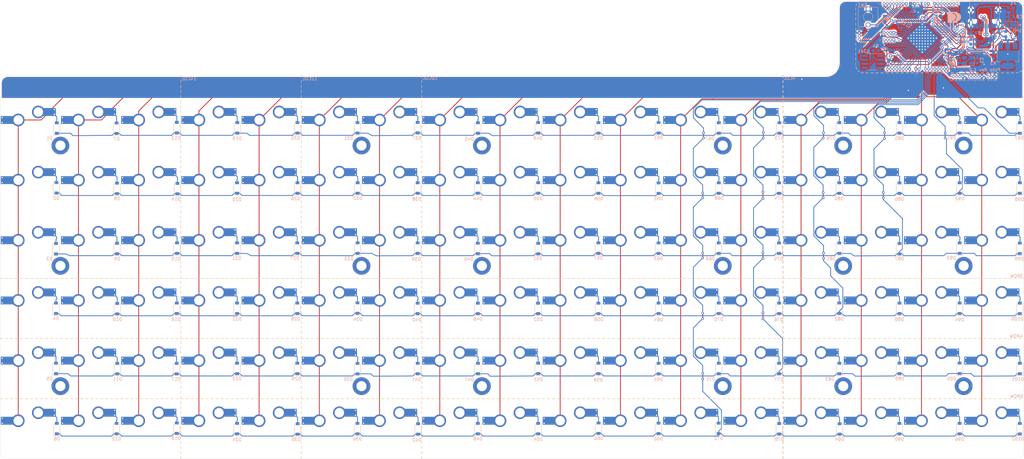
<source format=kicad_pcb>
(kicad_pcb (version 20171130) (host pcbnew "(5.1.10)-1")
  (layers (0 F.Cu signal hide) (31 B.Cu signal hide) (34 B.Paste user) (35 F.Paste user hide) (36 B.SilkS user) (37 F.SilkS user hide) (38 B.Mask user) (39 F.Mask user hide) (44 Edge.Cuts user))
  (net 0 "")
  (net 1 GND)
  (net 2 "Net-(C1-Pad1)")
  (net 3 "Net-(C2-Pad1)")
  (net 4 "Net-(C3-Pad1)")
  (net 5 +5V)
  (net 6 /AREF)
  (net 7 ROW0)
  (net 8 "Net-(D1-Pad2)")
  (net 9 ROW1)
  (net 10 "Net-(D2-Pad2)")
  (net 11 ROW2)
  (net 12 "Net-(D3-Pad2)")
  (net 13 ROW3)
  (net 14 "Net-(D4-Pad2)")
  (net 15 ROW4)
  (net 16 "Net-(D5-Pad2)")
  (net 17 ROW5)
  (net 18 "Net-(D6-Pad2)")
  (net 19 "Net-(D7-Pad2)")
  (net 20 "Net-(D8-Pad2)")
  (net 21 "Net-(D9-Pad2)")
  (net 22 "Net-(D10-Pad2)")
  (net 23 "Net-(D11-Pad2)")
  (net 24 "Net-(D12-Pad2)")
  (net 25 "Net-(D13-Pad2)")
  (net 26 "Net-(D14-Pad2)")
  (net 27 "Net-(D15-Pad2)")
  (net 28 "Net-(D16-Pad2)")
  (net 29 "Net-(D17-Pad2)")
  (net 30 "Net-(D18-Pad2)")
  (net 31 "Net-(D19-Pad2)")
  (net 32 "Net-(D20-Pad2)")
  (net 33 "Net-(D21-Pad2)")
  (net 34 "Net-(D22-Pad2)")
  (net 35 "Net-(D23-Pad2)")
  (net 36 "Net-(D24-Pad2)")
  (net 37 "Net-(D25-Pad2)")
  (net 38 "Net-(D26-Pad2)")
  (net 39 "Net-(D27-Pad2)")
  (net 40 "Net-(D28-Pad2)")
  (net 41 "Net-(D29-Pad2)")
  (net 42 "Net-(D30-Pad2)")
  (net 43 "Net-(D31-Pad2)")
  (net 44 "Net-(D32-Pad2)")
  (net 45 "Net-(D33-Pad2)")
  (net 46 "Net-(D34-Pad2)")
  (net 47 "Net-(D35-Pad2)")
  (net 48 "Net-(D36-Pad2)")
  (net 49 "Net-(D37-Pad2)")
  (net 50 "Net-(D38-Pad2)")
  (net 51 "Net-(D39-Pad2)")
  (net 52 "Net-(D40-Pad2)")
  (net 53 "Net-(D41-Pad2)")
  (net 54 "Net-(D42-Pad2)")
  (net 55 "Net-(D43-Pad2)")
  (net 56 "Net-(D44-Pad2)")
  (net 57 "Net-(D45-Pad2)")
  (net 58 "Net-(D46-Pad2)")
  (net 59 "Net-(D47-Pad2)")
  (net 60 "Net-(D48-Pad2)")
  (net 61 "Net-(D49-Pad2)")
  (net 62 "Net-(D50-Pad2)")
  (net 63 "Net-(D51-Pad2)")
  (net 64 "Net-(D52-Pad2)")
  (net 65 "Net-(D53-Pad2)")
  (net 66 "Net-(D54-Pad2)")
  (net 67 "Net-(D55-Pad2)")
  (net 68 "Net-(D56-Pad2)")
  (net 69 "Net-(D57-Pad2)")
  (net 70 "Net-(D58-Pad2)")
  (net 71 "Net-(D59-Pad2)")
  (net 72 "Net-(D60-Pad2)")
  (net 73 "Net-(D61-Pad2)")
  (net 74 "Net-(D62-Pad2)")
  (net 75 "Net-(D63-Pad2)")
  (net 76 "Net-(D64-Pad2)")
  (net 77 "Net-(D65-Pad2)")
  (net 78 "Net-(D66-Pad2)")
  (net 79 "Net-(D67-Pad2)")
  (net 80 "Net-(D68-Pad2)")
  (net 81 "Net-(D69-Pad2)")
  (net 82 "Net-(D70-Pad2)")
  (net 83 "Net-(D71-Pad2)")
  (net 84 "Net-(D72-Pad2)")
  (net 85 "Net-(D73-Pad2)")
  (net 86 "Net-(D74-Pad2)")
  (net 87 "Net-(D75-Pad2)")
  (net 88 "Net-(D76-Pad2)")
  (net 89 "Net-(D77-Pad2)")
  (net 90 "Net-(D78-Pad2)")
  (net 91 "Net-(D79-Pad2)")
  (net 92 "Net-(D80-Pad2)")
  (net 93 "Net-(D81-Pad2)")
  (net 94 "Net-(D82-Pad2)")
  (net 95 "Net-(D83-Pad2)")
  (net 96 "Net-(D84-Pad2)")
  (net 97 "Net-(D85-Pad2)")
  (net 98 "Net-(D86-Pad2)")
  (net 99 "Net-(D87-Pad2)")
  (net 100 "Net-(D88-Pad2)")
  (net 101 "Net-(D89-Pad2)")
  (net 102 "Net-(D90-Pad2)")
  (net 103 "Net-(D91-Pad2)")
  (net 104 "Net-(D92-Pad2)")
  (net 105 "Net-(D93-Pad2)")
  (net 106 "Net-(D94-Pad2)")
  (net 107 "Net-(D95-Pad2)")
  (net 108 "Net-(D96-Pad2)")
  (net 109 "Net-(D97-Pad2)")
  (net 110 "Net-(D98-Pad2)")
  (net 111 "Net-(D99-Pad2)")
  (net 112 "Net-(D100-Pad2)")
  (net 113 "Net-(D101-Pad2)")
  (net 114 "Net-(D102-Pad2)")
  (net 115 "Net-(F1-Pad2)")
  (net 116 /A7)
  (net 117 /A6)
  (net 118 /A5)
  (net 119 /A4)
  (net 120 /A3)
  (net 121 /A2)
  (net 122 /A1)
  (net 123 /A0)
  (net 124 /E7)
  (net 125 /E6)
  (net 126 /E2)
  (net 127 /F0)
  (net 128 /B5)
  (net 129 /B4)
  (net 130 /B3)
  (net 131 /B2)
  (net 132 /B1)
  (net 133 /B0)
  (net 134 D-)
  (net 135 D+)
  (net 136 "Net-(LED1-Pad2)")
  (net 137 "Net-(LED2-Pad2)")
  (net 138 COL0)
  (net 139 COL1)
  (net 140 COL2)
  (net 141 COL3)
  (net 142 COL4)
  (net 143 COL5)
  (net 144 COL6)
  (net 145 COL7)
  (net 146 COL8)
  (net 147 COL9)
  (net 148 COL10)
  (net 149 COL11)
  (net 150 COL12)
  (net 151 COL13)
  (net 152 COL14)
  (net 153 COL15)
  (net 154 COL16)
  (net 155 /RESET)
  (net 156 "Net-(R4-Pad2)")
  (net 157 VBUS)
  (net 158 /Data1-)
  (net 159 /Data1+)
  (net 160 DRGB)
  (net 161 CLK)
  (net 162 DT)
  (net 163 SW)
  (net 164 SDA)
  (net 165 SCL)
  (net 166 "Net-(J14-PadA5)")
  (net 167 "Net-(J14-PadB5)")
  (module Logo:poto (layer B.Cu) (at 343.154 66.548 180)
    (fp_text reference G*** hide)
    (fp_text value LOGO hide)
  )
  (module MountingHole:MountingHole_3.2mm_M3_DIN965_Pad (layer F.Cu) (at 60.325 107.15625)
    (fp_text reference REF** hide)
    (fp_text value MountingHole_3.2mm_M3_DIN965_Pad)
    (pad 1 thru_hole circle (at 0 0) (size 5.6 5.6) (drill 3.2) (layers *.Cu *.Mask))
  )
  (module MountingHole:MountingHole_3.2mm_M3_DIN965_Pad (layer F.Cu) (at 155.575 107.15625)
    (fp_text reference REF** hide)
    (fp_text value MountingHole_3.2mm_M3_DIN965_Pad)
    (pad 1 thru_hole circle (at 0 0) (size 5.6 5.6) (drill 3.2) (layers *.Cu *.Mask))
  )
  (module MountingHole:MountingHole_3.2mm_M3_DIN965_Pad (layer F.Cu) (at 193.675 183.35625)
    (fp_text reference REF** hide)
    (fp_text value MountingHole_3.2mm_M3_DIN965_Pad)
    (pad 1 thru_hole circle (at 0 0) (size 5.6 5.6) (drill 3.2) (layers *.Cu *.Mask))
  )
  (module MountingHole:MountingHole_3.2mm_M3_DIN965_Pad (layer F.Cu) (at 193.675 145.25625)
    (fp_text reference REF** hide)
    (fp_text value MountingHole_3.2mm_M3_DIN965_Pad)
    (pad 1 thru_hole circle (at 0 0) (size 5.6 5.6) (drill 3.2) (layers *.Cu *.Mask))
  )
  (module MountingHole:MountingHole_3.2mm_M3_DIN965_Pad (layer F.Cu) (at 193.675 107.15625)
    (fp_text reference REF** hide)
    (fp_text value MountingHole_3.2mm_M3_DIN965_Pad)
    (pad 1 thru_hole circle (at 0 0) (size 5.6 5.6) (drill 3.2) (layers *.Cu *.Mask))
  )
  (module MountingHole:MountingHole_3.2mm_M3_DIN965_Pad (layer F.Cu) (at 307.975 183.35625)
    (fp_text reference REF** hide)
    (fp_text value MountingHole_3.2mm_M3_DIN965_Pad)
    (pad 1 thru_hole circle (at 0 0) (size 5.6 5.6) (drill 3.2) (layers *.Cu *.Mask))
  )
  (module MountingHole:MountingHole_3.2mm_M3_DIN965_Pad (layer F.Cu) (at 307.975 145.25625)
    (fp_text reference REF** hide)
    (fp_text value MountingHole_3.2mm_M3_DIN965_Pad)
    (pad 1 thru_hole circle (at 0 0) (size 5.6 5.6) (drill 3.2) (layers *.Cu *.Mask))
  )
  (module MountingHole:MountingHole_3.2mm_M3_DIN965_Pad (layer F.Cu) (at 307.975 107.15625)
    (fp_text reference REF** hide)
    (fp_text value MountingHole_3.2mm_M3_DIN965_Pad)
    (pad 1 thru_hole circle (at 0 0) (size 5.6 5.6) (drill 3.2) (layers *.Cu *.Mask))
  )
  (module MountingHole:MountingHole_3.2mm_M3_DIN965_Pad (layer F.Cu) (at 60.325 145.25625)
    (fp_text reference REF** hide)
    (fp_text value MountingHole_3.2mm_M3_DIN965_Pad)
    (pad 1 thru_hole circle (at 0 0) (size 5.6 5.6) (drill 3.2) (layers *.Cu *.Mask))
  )
  (module MountingHole:MountingHole_3.2mm_M3_DIN965_Pad (layer F.Cu) (at 60.325 183.35625)
    (fp_text reference REF** hide)
    (fp_text value MountingHole_3.2mm_M3_DIN965_Pad)
    (pad 1 thru_hole circle (at 0 0) (size 5.6 5.6) (drill 3.2) (layers *.Cu *.Mask))
  )
  (module MountingHole:MountingHole_3.2mm_M3_DIN965_Pad (layer F.Cu) (at 155.575 183.35625)
    (fp_text reference REF** hide)
    (fp_text value MountingHole_3.2mm_M3_DIN965_Pad)
    (pad 1 thru_hole circle (at 0 0) (size 5.6 5.6) (drill 3.2) (layers *.Cu *.Mask))
  )
  (module MountingHole:MountingHole_3.2mm_M3_DIN965_Pad (layer F.Cu) (at 155.575 145.25625)
    (fp_text reference REF** hide)
    (fp_text value MountingHole_3.2mm_M3_DIN965_Pad)
    (pad 1 thru_hole circle (at 0 0) (size 5.6 5.6) (drill 3.2) (layers *.Cu *.Mask))
  )
  (module MountingHole:MountingHole_3.2mm_M3_DIN965_Pad (layer F.Cu) (at 269.875 107.15625)
    (fp_text reference REF** hide)
    (fp_text value MountingHole_3.2mm_M3_DIN965_Pad)
    (pad 1 thru_hole circle (at 0 0) (size 5.6 5.6) (drill 3.2) (layers *.Cu *.Mask))
  )
  (module MountingHole:MountingHole_3.2mm_M3_DIN965_Pad (layer F.Cu) (at 269.875 183.35625)
    (fp_text reference REF** hide)
    (fp_text value MountingHole_3.2mm_M3_DIN965_Pad)
    (pad 1 thru_hole circle (at 0 0) (size 5.6 5.6) (drill 3.2) (layers *.Cu *.Mask))
  )
  (module MountingHole:MountingHole_3.2mm_M3_DIN965_Pad (layer F.Cu) (at 269.875 145.25625)
    (fp_text reference REF** hide)
    (fp_text value MountingHole_3.2mm_M3_DIN965_Pad)
    (pad 1 thru_hole circle (at 0 0) (size 5.6 5.6) (drill 3.2) (layers *.Cu *.Mask))
  )
  (module MountingHole:MountingHole_3.2mm_M3_DIN965_Pad (layer F.Cu) (at 346.075 145.25625)
    (fp_text reference REF** hide)
    (fp_text value MountingHole_3.2mm_M3_DIN965_Pad)
    (pad 1 thru_hole circle (at 0 0) (size 5.6 5.6) (drill 3.2) (layers *.Cu *.Mask))
  )
  (module MountingHole:MountingHole_3.2mm_M3_DIN965_Pad (layer F.Cu) (at 346.075 183.35625)
    (fp_text reference REF** hide)
    (fp_text value MountingHole_3.2mm_M3_DIN965_Pad)
    (pad 1 thru_hole circle (at 0 0) (size 5.6 5.6) (drill 3.2) (layers *.Cu *.Mask))
  )
  (module MountingHole:MountingHole_3.2mm_M3_DIN965_Pad (layer F.Cu) (at 346.075 107.15625)
    (fp_text reference REF** hide)
    (fp_text value MountingHole_3.2mm_M3_DIN965_Pad)
    (pad 1 thru_hole circle (at 0 0) (size 5.6 5.6) (drill 3.2) (layers *.Cu *.Mask))
  )
  (module Connector_PinHeader_1.00mm:PinHeader_1x03_P1.00mm_Vertical (layer B.Cu) (at 313.055 71.501 180)
    (fp_text reference J16 (at 0 1.27) (layer B.SilkS) (effects (font (size 0.4 0.4) (thickness 0.05)) (justify mirror)))
    (fp_text value Power-R)
    (pad 3 thru_hole oval (at 0 -2 180) (size 0.85 0.85) (drill 0.5) (layers *.Cu *.Mask) (net 5 +5V))
    (pad 2 thru_hole oval (at 0 -1 180) (size 0.85 0.85) (drill 0.5) (layers *.Cu *.Mask) (net 155 /RESET))
    (pad 1 thru_hole rect (at 0 0 180) (size 0.85 0.85) (drill 0.5) (layers *.Cu *.Mask) (net 1 GND))
  )
  (module keyboard-pcb:2Pin_microswitch (layer B.Cu) (at 315.849 66.421 90)
    (fp_text reference SW1 (at 3.81 -1.778 180) (layer B.SilkS) (effects (justify mirror)))
    (fp_text value RESET)
    (pad 2 thru_hole circle (at -2.5 0 90) (size 1.524 1.524) (drill 1.1) (layers *.Cu *.Mask) (net 155 /RESET))
    (pad 1 thru_hole circle (at 2.5 0 90) (size 1.524 1.524) (drill 1.1) (layers *.Cu *.Mask) (net 1 GND))
  )
  (module Connector_PinHeader_1.00mm:PinHeader_1x02_P1.00mm_Vertical (layer B.Cu) (at 330.581 62.23 270)
    (fp_text reference J15 (at -0.127 1.143 90) (layer B.SilkS) (effects (font (size 0.4 0.4) (thickness 0.05)) (justify mirror)))
    (fp_text value Power)
    (pad 2 thru_hole oval (at 0 -1 270) (size 0.85 0.85) (drill 0.5) (layers *.Cu *.Mask) (net 5 +5V))
    (pad 1 thru_hole rect (at 0 0 270) (size 0.85 0.85) (drill 0.5) (layers *.Cu *.Mask) (net 1 GND))
  )
  (module Connector_USB:USB_C_Receptacle_HRO_TYPE-C-31-M-12 (layer B.Cu) (at 352.679 65.278)
    (fp_text reference J14 (at -2.794 -2.794) (layer B.SilkS) (effects (font (size 0.4 0.4) (thickness 0.05)) (justify mirror)))
    (fp_text value USB_C_Receptacle_USB2.0)
    (pad B1 smd rect (at 3.25 4.045) (size 0.6 1.45) (layers B.Cu B.Paste B.Mask) (net 1 GND))
    (pad A9 smd rect (at 2.45 4.045) (size 0.6 1.45) (layers B.Cu B.Paste B.Mask) (net 115 "Net-(F1-Pad2)"))
    (pad B9 smd rect (at -2.45 4.045) (size 0.6 1.45) (layers B.Cu B.Paste B.Mask) (net 115 "Net-(F1-Pad2)"))
    (pad B12 smd rect (at -3.25 4.045) (size 0.6 1.45) (layers B.Cu B.Paste B.Mask) (net 1 GND))
    (pad A1 smd rect (at -3.25 4.045) (size 0.6 1.45) (layers B.Cu B.Paste B.Mask) (net 1 GND))
    (pad A4 smd rect (at -2.45 4.045) (size 0.6 1.45) (layers B.Cu B.Paste B.Mask) (net 115 "Net-(F1-Pad2)"))
    (pad B4 smd rect (at 2.45 4.045) (size 0.6 1.45) (layers B.Cu B.Paste B.Mask) (net 115 "Net-(F1-Pad2)"))
    (pad A12 smd rect (at 3.25 4.045) (size 0.6 1.45) (layers B.Cu B.Paste B.Mask) (net 1 GND))
    (pad B8 smd rect (at -1.75 4.045) (size 0.3 1.45) (layers B.Cu B.Paste B.Mask))
    (pad A5 smd rect (at -1.25 4.045) (size 0.3 1.45) (layers B.Cu B.Paste B.Mask) (net 166 "Net-(J14-PadA5)"))
    (pad B7 smd rect (at -0.75 4.045) (size 0.3 1.45) (layers B.Cu B.Paste B.Mask) (net 158 /Data1-))
    (pad A7 smd rect (at 0.25 4.045) (size 0.3 1.45) (layers B.Cu B.Paste B.Mask) (net 158 /Data1-))
    (pad B6 smd rect (at 0.75 4.045) (size 0.3 1.45) (layers B.Cu B.Paste B.Mask) (net 159 /Data1+))
    (pad A8 smd rect (at 1.25 4.045) (size 0.3 1.45) (layers B.Cu B.Paste B.Mask))
    (pad B5 smd rect (at 1.75 4.045) (size 0.3 1.45) (layers B.Cu B.Paste B.Mask) (net 167 "Net-(J14-PadB5)"))
    (pad A6 smd rect (at -0.25 4.045) (size 0.3 1.45) (layers B.Cu B.Paste B.Mask) (net 159 /Data1+))
    (pad S1 thru_hole oval (at 4.32 3.13) (size 1 2.1) (drill oval 0.6 1.7) (layers *.Cu *.Mask) (net 1 GND))
    (pad S1 thru_hole oval (at -4.32 3.13) (size 1 2.1) (drill oval 0.6 1.7) (layers *.Cu *.Mask) (net 1 GND))
    (pad "" np_thru_hole circle (at -2.89 2.6) (size 0.65 0.65) (drill 0.65) (layers *.Cu *.Mask))
    (pad S1 thru_hole oval (at -4.32 -1.05) (size 1 1.6) (drill oval 0.6 1.2) (layers *.Cu *.Mask) (net 1 GND))
    (pad "" np_thru_hole circle (at 2.89 2.6) (size 0.65 0.65) (drill 0.65) (layers *.Cu *.Mask))
    (pad S1 thru_hole oval (at 4.32 -1.05) (size 1 1.6) (drill oval 0.6 1.2) (layers *.Cu *.Mask) (net 1 GND))
  )
  (module Fuse:Fuse_0603_1608Metric (layer B.Cu) (at 360.9848 63.5 180)
    (fp_text reference F1 (at -0.7112 1.397) (layer B.SilkS) (effects (justify mirror)))
    (fp_text value 500mA)
    (pad 2 smd roundrect (at 0.7875 0 180) (size 0.875 0.95) (layers B.Cu B.Paste B.Mask) (net 115 "Net-(F1-Pad2)"))
    (pad 1 smd roundrect (at -0.7875 0 180) (size 0.875 0.95) (layers B.Cu B.Paste B.Mask) (net 157 VBUS))
  )
  (module MX_Only:MXOnly-1U-Hotswap-Antishear (layer F.Cu) (at 336.55 120.65)
    (fp_text reference MX92)
    (fp_text value MX-NoLED)
    (pad 2 smd rect (at 5.842 -5.08) (size 4.5 2.5) (layers B.Cu) (net 104 "Net-(D92-Pad2)"))
    (pad 1 smd rect (at -7.085 -2.54) (size 4.5 2.5) (layers B.Cu) (net 153 COL15))
    (pad 2 thru_hole circle (at 7.62 -4.318) (size 0.8 0.8) (drill 0.4) (layers *.Cu) (net 104 "Net-(D92-Pad2)"))
    (pad 1 thru_hole circle (at -8.89 -1.778) (size 0.8 0.8) (drill 0.4) (layers *.Cu) (net 153 COL15))
    (pad 2 thru_hole circle (at 7.62 -5.842) (size 0.8 0.8) (drill 0.4) (layers *.Cu) (net 104 "Net-(D92-Pad2)"))
    (pad 1 thru_hole circle (at -8.89 -3.302) (size 0.8 0.8) (drill 0.4) (layers *.Cu) (net 153 COL15))
    (pad "" np_thru_hole circle (at 5.08 0 48.0996) (size 1.75 1.75) (drill 1.75) (layers *.Cu *.Mask))
    (pad "" np_thru_hole circle (at -5.08 0 48.0996) (size 1.75 1.75) (drill 1.75) (layers *.Cu *.Mask))
    (pad 1 thru_hole circle (at -3.81 -2.54) (size 4 4) (drill 3) (layers *.Cu) (net 153 COL15))
    (pad "" np_thru_hole circle (at 0 0) (size 3.9878 3.9878) (drill 3.9878) (layers *.Cu *.Mask))
    (pad 2 thru_hole circle (at 2.54 -5.08) (size 4 4) (drill 3) (layers *.Cu) (net 104 "Net-(D92-Pad2)"))
  )
  (module Connector_PinHeader_1.00mm:PinHeader_1x04_P1.00mm_Vertical (layer B.Cu) (at 323.977 73.66 90)
    (fp_text reference J8 (at 0 -4.318 90) (layer B.SilkS) (effects (font (size 0.4 0.4) (thickness 0.05)) (justify mirror)))
    (fp_text value A)
    (pad 4 thru_hole oval (at 0 -3 90) (size 0.85 0.85) (drill 0.5) (layers *.Cu *.Mask) (net 116 /A7))
    (pad 3 thru_hole oval (at 0 -2 90) (size 0.85 0.85) (drill 0.5) (layers *.Cu *.Mask) (net 117 /A6))
    (pad 2 thru_hole oval (at 0 -1 90) (size 0.85 0.85) (drill 0.5) (layers *.Cu *.Mask) (net 118 /A5))
    (pad 1 thru_hole rect (at 0 0 90) (size 0.85 0.85) (drill 0.5) (layers *.Cu *.Mask) (net 119 /A4))
  )
  (module Connector_PinHeader_1.00mm:PinHeader_1x04_P1.00mm_Vertical (layer B.Cu) (at 323.977 71.374 90)
    (fp_text reference J3 (at 0 -4.318 270) (layer B.SilkS) (effects (font (size 0.4 0.4) (thickness 0.05)) (justify mirror)))
    (fp_text value A)
    (pad 4 thru_hole oval (at 0 -3 90) (size 0.85 0.85) (drill 0.5) (layers *.Cu *.Mask) (net 120 /A3))
    (pad 3 thru_hole oval (at 0 -2 90) (size 0.85 0.85) (drill 0.5) (layers *.Cu *.Mask) (net 121 /A2))
    (pad 2 thru_hole oval (at 0 -1 90) (size 0.85 0.85) (drill 0.5) (layers *.Cu *.Mask) (net 122 /A1))
    (pad 1 thru_hole rect (at 0 0 90) (size 0.85 0.85) (drill 0.5) (layers *.Cu *.Mask) (net 123 /A0))
  )
  (module Connector_PinHeader_1.00mm:PinHeader_1x02_P1.00mm_Vertical (layer B.Cu) (at 334.899 62.23 90)
    (fp_text reference J9 (at -1.778 -0.381) (layer B.SilkS) (effects (font (size 0.4 0.4) (thickness 0.05)) (justify mirror)))
    (fp_text value E)
    (pad 2 thru_hole oval (at 0 -1 90) (size 0.85 0.85) (drill 0.5) (layers *.Cu *.Mask) (net 125 /E6))
    (pad 1 thru_hole rect (at 0 0 90) (size 0.85 0.85) (drill 0.5) (layers *.Cu *.Mask) (net 124 /E7))
  )
  (module Connector_PinHeader_1.00mm:PinHeader_1x02_P1.00mm_Vertical (layer B.Cu) (at 345.821 71.374)
    (fp_text reference J7 (at 0 -2.667) (layer B.SilkS) (effects (font (size 0.4 0.4) (thickness 0.05)) (justify mirror)))
    (fp_text value E)
    (pad 2 thru_hole oval (at 0 -1) (size 0.85 0.85) (drill 0.5) (layers *.Cu *.Mask) (net 162 DT))
    (pad 1 thru_hole rect (at 0 0) (size 0.85 0.85) (drill 0.5) (layers *.Cu *.Mask) (net 161 CLK))
  )
  (module Connector_PinHeader_1.00mm:PinHeader_1x01_P1.00mm_Vertical (layer B.Cu) (at 322.961 78.74)
    (fp_text reference J5 (at -0.889 1.27) (layer B.SilkS) (effects (font (size 0.4 0.4) (thickness 0.05)) (justify mirror)))
    (fp_text value E)
    (pad 1 thru_hole rect (at 0 0) (size 0.85 0.85) (drill 0.5) (layers *.Cu *.Mask) (net 126 /E2))
  )
  (module Connector_PinHeader_1.00mm:PinHeader_1x02_P1.00mm_Vertical (layer B.Cu) (at 330.962 82.931 270)
    (fp_text reference J2 (at 1.905 0) (layer B.SilkS) (effects (font (size 0.4 0.4) (thickness 0.05)) (justify mirror)))
    (fp_text value E)
    (pad 2 thru_hole oval (at 0 -1 270) (size 0.85 0.85) (drill 0.5) (layers *.Cu *.Mask) (net 154 COL16))
    (pad 1 thru_hole rect (at 0 0 270) (size 0.85 0.85) (drill 0.5) (layers *.Cu *.Mask) (net 153 COL15))
  )
  (module Package_DFN_QFN:QFN-64-1EP_9x9mm_P0.5mm_EP7.5x7.5mm (layer B.Cu) (at 332.994 73.152 225)
    (fp_text reference U2 (at 0 5.8 45) (layer B.SilkS) (effects (justify mirror)))
    (fp_text value AT90USB1286-MU)
    (pad 64 smd custom (at -3.75 4.4125 225) (size 0.179289 0.179289) (layers B.Cu B.Paste B.Mask) (net 5 +5V) (options (clearance outline) (anchor circle)) (primitives (gr_poly (pts (xy -0.125 0.4375) (xy 0.125 0.4375) (xy 0.125 -0.4375) (xy -0.025 -0.4375) (xy -0.125 -0.3375)) (width 0))))
    (pad 63 smd roundrect (at -3.25 4.4125 225) (size 0.25 0.875) (layers B.Cu B.Paste B.Mask) (net 1 GND))
    (pad 62 smd roundrect (at -2.75 4.4125 225) (size 0.25 0.875) (layers B.Cu B.Paste B.Mask) (net 6 /AREF))
    (pad 61 smd roundrect (at -2.25 4.4125 225) (size 0.25 0.875) (layers B.Cu B.Paste B.Mask) (net 127 /F0))
    (pad 60 smd roundrect (at -1.75 4.4125 225) (size 0.25 0.875) (layers B.Cu B.Paste B.Mask) (net 144 COL6))
    (pad 59 smd roundrect (at -1.25 4.4125 225) (size 0.25 0.875) (layers B.Cu B.Paste B.Mask) (net 143 COL5))
    (pad 58 smd roundrect (at -0.75 4.4125 225) (size 0.25 0.875) (layers B.Cu B.Paste B.Mask) (net 142 COL4))
    (pad 57 smd roundrect (at -0.25 4.4125 225) (size 0.25 0.875) (layers B.Cu B.Paste B.Mask) (net 141 COL3))
    (pad 56 smd roundrect (at 0.25 4.4125 225) (size 0.25 0.875) (layers B.Cu B.Paste B.Mask) (net 140 COL2))
    (pad 55 smd roundrect (at 0.75 4.4125 225) (size 0.25 0.875) (layers B.Cu B.Paste B.Mask) (net 139 COL1))
    (pad 54 smd roundrect (at 1.25 4.4125 225) (size 0.25 0.875) (layers B.Cu B.Paste B.Mask) (net 138 COL0))
    (pad 53 smd roundrect (at 1.75 4.4125 225) (size 0.25 0.875) (layers B.Cu B.Paste B.Mask) (net 1 GND))
    (pad 52 smd roundrect (at 2.25 4.4125 225) (size 0.25 0.875) (layers B.Cu B.Paste B.Mask) (net 5 +5V))
    (pad 51 smd roundrect (at 2.75 4.4125 225) (size 0.25 0.875) (layers B.Cu B.Paste B.Mask) (net 123 /A0))
    (pad 50 smd roundrect (at 3.25 4.4125 225) (size 0.25 0.875) (layers B.Cu B.Paste B.Mask) (net 122 /A1))
    (pad 49 smd custom (at 3.75 4.4125 225) (size 0.179289 0.179289) (layers B.Cu B.Paste B.Mask) (net 121 /A2) (options (clearance outline) (anchor circle)) (primitives (gr_poly (pts (xy -0.125 0.4375) (xy 0.125 0.4375) (xy 0.125 -0.3375) (xy 0.025 -0.4375) (xy -0.125 -0.4375)) (width 0))))
    (pad 48 smd custom (at 4.4125 3.75 225) (size 0.179289 0.179289) (layers B.Cu B.Paste B.Mask) (net 120 /A3) (options (clearance outline) (anchor circle)) (primitives (gr_poly (pts (xy -0.4375 0.025) (xy -0.3375 0.125) (xy 0.4375 0.125) (xy 0.4375 -0.125) (xy -0.4375 -0.125)) (width 0))))
    (pad 47 smd roundrect (at 4.4125 3.25 225) (size 0.875 0.25) (layers B.Cu B.Paste B.Mask) (net 119 /A4))
    (pad 46 smd roundrect (at 4.4125 2.75 225) (size 0.875 0.25) (layers B.Cu B.Paste B.Mask) (net 118 /A5))
    (pad 45 smd roundrect (at 4.4125 2.25 225) (size 0.875 0.25) (layers B.Cu B.Paste B.Mask) (net 117 /A6))
    (pad 44 smd roundrect (at 4.4125 1.75 225) (size 0.875 0.25) (layers B.Cu B.Paste B.Mask) (net 116 /A7))
    (pad 43 smd roundrect (at 4.4125 1.25 225) (size 0.875 0.25) (layers B.Cu B.Paste B.Mask) (net 126 /E2))
    (pad 42 smd roundrect (at 4.4125 0.75 225) (size 0.875 0.25) (layers B.Cu B.Paste B.Mask) (net 145 COL7))
    (pad 41 smd roundrect (at 4.4125 0.25 225) (size 0.875 0.25) (layers B.Cu B.Paste B.Mask) (net 146 COL8))
    (pad 40 smd roundrect (at 4.4125 -0.25 225) (size 0.875 0.25) (layers B.Cu B.Paste B.Mask) (net 147 COL9))
    (pad 39 smd roundrect (at 4.4125 -0.75 225) (size 0.875 0.25) (layers B.Cu B.Paste B.Mask) (net 148 COL10))
    (pad 38 smd roundrect (at 4.4125 -1.25 225) (size 0.875 0.25) (layers B.Cu B.Paste B.Mask) (net 149 COL11))
    (pad 37 smd roundrect (at 4.4125 -1.75 225) (size 0.875 0.25) (layers B.Cu B.Paste B.Mask) (net 150 COL12))
    (pad 36 smd roundrect (at 4.4125 -2.25 225) (size 0.875 0.25) (layers B.Cu B.Paste B.Mask) (net 151 COL13))
    (pad 35 smd roundrect (at 4.4125 -2.75 225) (size 0.875 0.25) (layers B.Cu B.Paste B.Mask) (net 152 COL14))
    (pad 34 smd roundrect (at 4.4125 -3.25 225) (size 0.875 0.25) (layers B.Cu B.Paste B.Mask) (net 153 COL15))
    (pad 33 smd custom (at 4.4125 -3.75 225) (size 0.179289 0.179289) (layers B.Cu B.Paste B.Mask) (net 154 COL16) (options (clearance outline) (anchor circle)) (primitives (gr_poly (pts (xy -0.4375 0.125) (xy 0.4375 0.125) (xy 0.4375 -0.125) (xy -0.3375 -0.125) (xy -0.4375 -0.025)) (width 0))))
    (pad 32 smd custom (at 3.75 -4.4125 225) (size 0.179289 0.179289) (layers B.Cu B.Paste B.Mask) (net 17 ROW5) (options (clearance outline) (anchor circle)) (primitives (gr_poly (pts (xy -0.125 0.4375) (xy 0.025 0.4375) (xy 0.125 0.3375) (xy 0.125 -0.4375) (xy -0.125 -0.4375)) (width 0))))
    (pad 31 smd roundrect (at 3.25 -4.4125 225) (size 0.25 0.875) (layers B.Cu B.Paste B.Mask) (net 15 ROW4))
    (pad 30 smd roundrect (at 2.75 -4.4125 225) (size 0.25 0.875) (layers B.Cu B.Paste B.Mask) (net 13 ROW3))
    (pad 29 smd roundrect (at 2.25 -4.4125 225) (size 0.25 0.875) (layers B.Cu B.Paste B.Mask) (net 11 ROW2))
    (pad 28 smd roundrect (at 1.75 -4.4125 225) (size 0.25 0.875) (layers B.Cu B.Paste B.Mask) (net 9 ROW1))
    (pad 27 smd roundrect (at 1.25 -4.4125 225) (size 0.25 0.875) (layers B.Cu B.Paste B.Mask) (net 7 ROW0))
    (pad 26 smd roundrect (at 0.75 -4.4125 225) (size 0.25 0.875) (layers B.Cu B.Paste B.Mask) (net 164 SDA))
    (pad 25 smd roundrect (at 0.25 -4.4125 225) (size 0.25 0.875) (layers B.Cu B.Paste B.Mask) (net 165 SCL))
    (pad 24 smd roundrect (at -0.25 -4.4125 225) (size 0.25 0.875) (layers B.Cu B.Paste B.Mask) (net 2 "Net-(C1-Pad1)"))
    (pad 23 smd roundrect (at -0.75 -4.4125 225) (size 0.25 0.875) (layers B.Cu B.Paste B.Mask) (net 3 "Net-(C2-Pad1)"))
    (pad 22 smd roundrect (at -1.25 -4.4125 225) (size 0.25 0.875) (layers B.Cu B.Paste B.Mask) (net 1 GND))
    (pad 21 smd roundrect (at -1.75 -4.4125 225) (size 0.25 0.875) (layers B.Cu B.Paste B.Mask) (net 5 +5V))
    (pad 20 smd roundrect (at -2.25 -4.4125 225) (size 0.25 0.875) (layers B.Cu B.Paste B.Mask) (net 155 /RESET))
    (pad 19 smd roundrect (at -2.75 -4.4125 225) (size 0.25 0.875) (layers B.Cu B.Paste B.Mask) (net 161 CLK))
    (pad 18 smd roundrect (at -3.25 -4.4125 225) (size 0.25 0.875) (layers B.Cu B.Paste B.Mask) (net 162 DT))
    (pad 17 smd custom (at -3.75 -4.4125 225) (size 0.179289 0.179289) (layers B.Cu B.Paste B.Mask) (net 163 SW) (options (clearance outline) (anchor circle)) (primitives (gr_poly (pts (xy -0.125 0.3375) (xy -0.025 0.4375) (xy 0.125 0.4375) (xy 0.125 -0.4375) (xy -0.125 -0.4375)) (width 0))))
    (pad 16 smd custom (at -4.4125 -3.75 225) (size 0.179289 0.179289) (layers B.Cu B.Paste B.Mask) (net 160 DRGB) (options (clearance outline) (anchor circle)) (primitives (gr_poly (pts (xy -0.4375 0.125) (xy 0.4375 0.125) (xy 0.4375 -0.025) (xy 0.3375 -0.125) (xy -0.4375 -0.125)) (width 0))))
    (pad 15 smd roundrect (at -4.4125 -3.25 225) (size 0.875 0.25) (layers B.Cu B.Paste B.Mask) (net 128 /B5))
    (pad 14 smd roundrect (at -4.4125 -2.75 225) (size 0.875 0.25) (layers B.Cu B.Paste B.Mask) (net 129 /B4))
    (pad 13 smd roundrect (at -4.4125 -2.25 225) (size 0.875 0.25) (layers B.Cu B.Paste B.Mask) (net 130 /B3))
    (pad 12 smd roundrect (at -4.4125 -1.75 225) (size 0.875 0.25) (layers B.Cu B.Paste B.Mask) (net 131 /B2))
    (pad 11 smd roundrect (at -4.4125 -1.25 225) (size 0.875 0.25) (layers B.Cu B.Paste B.Mask) (net 132 /B1))
    (pad 10 smd roundrect (at -4.4125 -0.75 225) (size 0.875 0.25) (layers B.Cu B.Paste B.Mask) (net 133 /B0))
    (pad 9 smd roundrect (at -4.4125 -0.25 225) (size 0.875 0.25) (layers B.Cu B.Paste B.Mask))
    (pad 8 smd roundrect (at -4.4125 0.25 225) (size 0.875 0.25) (layers B.Cu B.Paste B.Mask) (net 157 VBUS))
    (pad 7 smd roundrect (at -4.4125 0.75 225) (size 0.875 0.25) (layers B.Cu B.Paste B.Mask) (net 4 "Net-(C3-Pad1)"))
    (pad 6 smd roundrect (at -4.4125 1.25 225) (size 0.875 0.25) (layers B.Cu B.Paste B.Mask) (net 1 GND))
    (pad 5 smd roundrect (at -4.4125 1.75 225) (size 0.875 0.25) (layers B.Cu B.Paste B.Mask) (net 135 D+))
    (pad 4 smd roundrect (at -4.4125 2.25 225) (size 0.875 0.25) (layers B.Cu B.Paste B.Mask) (net 134 D-))
    (pad 3 smd roundrect (at -4.4125 2.75 225) (size 0.875 0.25) (layers B.Cu B.Paste B.Mask) (net 157 VBUS))
    (pad 2 smd roundrect (at -4.4125 3.25 225) (size 0.875 0.25) (layers B.Cu B.Paste B.Mask) (net 124 /E7))
    (pad 1 smd custom (at -4.4125 3.75 225) (size 0.179289 0.179289) (layers B.Cu B.Paste B.Mask) (net 125 /E6) (options (clearance outline) (anchor circle)) (primitives (gr_poly (pts (xy -0.4375 0.125) (xy 0.3375 0.125) (xy 0.4375 0.025) (xy 0.4375 -0.125) (xy -0.4375 -0.125)) (width 0))))
    (pad 65 smd roundrect (at 0 0 225) (size 7.5 7.5) (layers B.Cu B.Mask) (roundrect_rratio 0.03333293333333334) (net 1 GND))
  )
  (module Capacitor_SMD:C_0603_1608Metric (layer B.Cu) (at 341.043847 77.264847 315)
    (fp_text reference C4 (at 0 1.43 135) (layer B.SilkS) (effects (justify mirror)))
    (fp_text value 0.1uF)
    (pad 2 smd roundrect (at 0.7875 0 315) (size 0.875 0.95) (layers B.Cu B.Paste B.Mask) (net 1 GND))
    (pad 1 smd roundrect (at -0.7875 0 315) (size 0.875 0.95) (layers B.Cu B.Paste B.Mask) (net 5 +5V))
  )
  (module Resistor_SMD:R_0603_1608Metric (layer B.Cu) (at 349.123 75.057)
    (fp_text reference R6 (at -2.54 0) (layer B.SilkS) (effects (justify mirror)))
    (fp_text value 22)
    (pad 2 smd roundrect (at 0.7875 0) (size 0.875 0.95) (layers B.Cu B.Paste B.Mask) (net 159 /Data1+))
    (pad 1 smd roundrect (at -0.7875 0) (size 0.875 0.95) (layers B.Cu B.Paste B.Mask) (net 135 D+))
  )
  (module Resistor_SMD:R_0603_1608Metric (layer B.Cu) (at 349.123 73.533)
    (fp_text reference R5 (at -2.54 0) (layer B.SilkS) (effects (justify mirror)))
    (fp_text value 22)
    (pad 2 smd roundrect (at 0.7875 0) (size 0.875 0.95) (layers B.Cu B.Paste B.Mask) (net 158 /Data1-))
    (pad 1 smd roundrect (at -0.7875 0) (size 0.875 0.95) (layers B.Cu B.Paste B.Mask) (net 134 D-))
  )
  (module Resistor_SMD:R_0603_1608Metric (layer B.Cu) (at 349.123 71.501 180)
    (fp_text reference R8 (at -2.4765 -0.0635) (layer B.SilkS) (effects (justify mirror)))
    (fp_text value 5.1k)
    (pad 2 smd roundrect (at 0.7875 0 180) (size 0.875 0.95) (layers B.Cu B.Paste B.Mask) (net 1 GND))
    (pad 1 smd roundrect (at -0.7875 0 180) (size 0.875 0.95) (layers B.Cu B.Paste B.Mask) (net 166 "Net-(J14-PadA5)"))
  )
  (module Resistor_SMD:R_0603_1608Metric (layer B.Cu) (at 356.2985 71.3105)
    (fp_text reference R7 (at -0.5715 1.4605) (layer B.SilkS) (effects (justify mirror)))
    (fp_text value 5.1k)
    (pad 2 smd roundrect (at 0.7875 0) (size 0.875 0.95) (layers B.Cu B.Paste B.Mask) (net 1 GND))
    (pad 1 smd roundrect (at -0.7875 0) (size 0.875 0.95) (layers B.Cu B.Paste B.Mask) (net 167 "Net-(J14-PadB5)"))
  )
  (module Resistor_SMD:R_0603_1608Metric (layer B.Cu) (at 318.262 77.089 180)
    (fp_text reference R4 (at 0 1.43) (layer B.SilkS) (effects (justify mirror)))
    (fp_text value 1k)
    (pad 2 smd roundrect (at 0.7875 0 180) (size 0.875 0.95) (layers B.Cu B.Paste B.Mask) (net 156 "Net-(R4-Pad2)"))
    (pad 1 smd roundrect (at -0.7875 0 180) (size 0.875 0.95) (layers B.Cu B.Paste B.Mask) (net 137 "Net-(LED2-Pad2)"))
  )
  (module Resistor_SMD:R_0603_1608Metric (layer B.Cu) (at 355.5365 78.8035 90)
    (fp_text reference R3 (at -2.286 -0.127 180) (layer B.SilkS) (effects (justify mirror)))
    (fp_text value 1k)
    (pad 2 smd roundrect (at 0.7875 0 90) (size 0.875 0.95) (layers B.Cu B.Paste B.Mask) (net 5 +5V))
    (pad 1 smd roundrect (at -0.7875 0 90) (size 0.875 0.95) (layers B.Cu B.Paste B.Mask) (net 136 "Net-(LED1-Pad2)"))
  )
  (module Resistor_SMD:R_0603_1608Metric (layer B.Cu) (at 324.866 76.962 180)
    (fp_text reference R2 (at -0.762 -1.4605) (layer B.SilkS) (effects (justify mirror)))
    (fp_text value 1k)
    (pad 2 smd roundrect (at 0.7875 0 180) (size 0.875 0.95) (layers B.Cu B.Paste B.Mask) (net 1 GND))
    (pad 1 smd roundrect (at -0.7875 0 180) (size 0.875 0.95) (layers B.Cu B.Paste B.Mask) (net 126 /E2))
  )
  (module Resistor_SMD:R_0603_1608Metric (layer B.Cu) (at 321.056 66.929 90)
    (fp_text reference R1 (at 0 1.43 90) (layer B.SilkS) (effects (justify mirror)))
    (fp_text value 10k)
    (pad 2 smd roundrect (at 0.7875 0 90) (size 0.875 0.95) (layers B.Cu B.Paste B.Mask) (net 155 /RESET))
    (pad 1 smd roundrect (at -0.7875 0 90) (size 0.875 0.95) (layers B.Cu B.Paste B.Mask) (net 5 +5V))
  )
  (module Capacitor_SMD:C_0603_1608Metric (layer B.Cu) (at 361.061 66.294 180)
    (fp_text reference C8 (at -2.6035 -0.0635) (layer B.SilkS) (effects (justify mirror)))
    (fp_text value 1uF)
    (pad 2 smd roundrect (at 0.7875 0 180) (size 0.875 0.95) (layers B.Cu B.Paste B.Mask) (net 1 GND))
    (pad 1 smd roundrect (at -0.7875 0 180) (size 0.875 0.95) (layers B.Cu B.Paste B.Mask) (net 157 VBUS))
  )
  (module Capacitor_SMD:C_0603_1608Metric (layer B.Cu) (at 329.692 65.405 135)
    (fp_text reference C7 (at 0.089803 1.167433 135) (layer B.SilkS) (effects (font (size 0.5 0.5) (thickness 0.125)) (justify mirror)))
    (fp_text value 0.1uF)
    (pad 2 smd roundrect (at 0.7875 0 135) (size 0.875 0.95) (layers B.Cu B.Paste B.Mask) (net 1 GND))
    (pad 1 smd roundrect (at -0.7875 0 135) (size 0.875 0.95) (layers B.Cu B.Paste B.Mask) (net 6 /AREF))
  )
  (module Capacitor_SMD:C_0603_1608Metric (layer B.Cu) (at 325.882 69.2912 315)
    (fp_text reference C6 (at -0.053882 -1.490723 135) (layer B.SilkS) (effects (justify mirror)))
    (fp_text value 0.1uF)
    (pad 2 smd roundrect (at 0.7875 0 315) (size 0.875 0.95) (layers B.Cu B.Paste B.Mask) (net 1 GND))
    (pad 1 smd roundrect (at -0.7875 0 315) (size 0.875 0.95) (layers B.Cu B.Paste B.Mask) (net 5 +5V))
  )
  (module Capacitor_SMD:C_0603_1608Metric (layer B.Cu) (at 338.963 67.183 270)
    (fp_text reference C5 (at 0 1.43 90) (layer B.SilkS) (effects (justify mirror)))
    (fp_text value 0.1uF)
    (pad 2 smd roundrect (at 0.7875 0 270) (size 0.875 0.95) (layers B.Cu B.Paste B.Mask) (net 1 GND))
    (pad 1 smd roundrect (at -0.7875 0 270) (size 0.875 0.95) (layers B.Cu B.Paste B.Mask) (net 5 +5V))
  )
  (module Capacitor_SMD:C_0603_1608Metric (layer B.Cu) (at 359.41 71.856499 270)
    (fp_text reference C3 (at -0.101499 -1.524 90) (layer B.SilkS) (effects (justify mirror)))
    (fp_text value 1uF)
    (pad 2 smd roundrect (at 0.7875 0 270) (size 0.875 0.95) (layers B.Cu B.Paste B.Mask) (net 1 GND))
    (pad 1 smd roundrect (at -0.7875 0 270) (size 0.875 0.95) (layers B.Cu B.Paste B.Mask) (net 4 "Net-(C3-Pad1)"))
  )
  (module Capacitor_SMD:C_0603_1608Metric (layer B.Cu) (at 344.4875 80.2005 270)
    (fp_text reference C2 (at 0 1.43 90) (layer B.SilkS) (effects (justify mirror)))
    (fp_text value 10pF)
    (pad 2 smd roundrect (at 0.7875 0 270) (size 0.875 0.95) (layers B.Cu B.Paste B.Mask) (net 1 GND))
    (pad 1 smd roundrect (at -0.7875 0 270) (size 0.875 0.95) (layers B.Cu B.Paste B.Mask) (net 3 "Net-(C2-Pad1)"))
  )
  (module Capacitor_SMD:C_0603_1608Metric (layer B.Cu) (at 350.3295 80.213199 90)
    (fp_text reference C1 (at 0 1.43 90) (layer B.SilkS) (effects (justify mirror)))
    (fp_text value 10pF)
    (pad 2 smd roundrect (at 0.7875 0 90) (size 0.875 0.95) (layers B.Cu B.Paste B.Mask) (net 1 GND))
    (pad 1 smd roundrect (at -0.7875 0 90) (size 0.875 0.95) (layers B.Cu B.Paste B.Mask) (net 2 "Net-(C1-Pad1)"))
  )
  (module Connector_PinHeader_1.00mm:PinHeader_1x08_P1.00mm_Vertical (layer B.Cu) (at 328.93 82.931 90)
    (fp_text reference J6 (at 1.778 0.889 180) (layer B.SilkS) (effects (font (size 0.4 0.4) (thickness 0.05)) (justify mirror)))
    (fp_text value C)
    (pad 8 thru_hole oval (at 0 -7 90) (size 0.85 0.85) (drill 0.5) (layers *.Cu *.Mask) (net 145 COL7))
    (pad 7 thru_hole oval (at 0 -6 90) (size 0.85 0.85) (drill 0.5) (layers *.Cu *.Mask) (net 146 COL8))
    (pad 6 thru_hole oval (at 0 -5 90) (size 0.85 0.85) (drill 0.5) (layers *.Cu *.Mask) (net 147 COL9))
    (pad 5 thru_hole oval (at 0 -4 90) (size 0.85 0.85) (drill 0.5) (layers *.Cu *.Mask) (net 148 COL10))
    (pad 4 thru_hole oval (at 0 -3 90) (size 0.85 0.85) (drill 0.5) (layers *.Cu *.Mask) (net 149 COL11))
    (pad 3 thru_hole oval (at 0 -2 90) (size 0.85 0.85) (drill 0.5) (layers *.Cu *.Mask) (net 150 COL12))
    (pad 2 thru_hole oval (at 0 -1 90) (size 0.85 0.85) (drill 0.5) (layers *.Cu *.Mask) (net 151 COL13))
    (pad 1 thru_hole rect (at 0 0 90) (size 0.85 0.85) (drill 0.5) (layers *.Cu *.Mask) (net 152 COL14))
  )
  (module MX_Only:MXOnly-1U-Hotswap-Antishear (layer F.Cu) (at 184.15 177.8)
    (fp_text reference MX47)
    (fp_text value MX-NoLED)
    (pad 2 smd rect (at 5.842 -5.08) (size 4.5 2.5) (layers B.Cu) (net 59 "Net-(D47-Pad2)"))
    (pad 1 smd rect (at -7.085 -2.54) (size 4.5 2.5) (layers B.Cu) (net 145 COL7))
    (pad 2 thru_hole circle (at 7.62 -4.318) (size 0.8 0.8) (drill 0.4) (layers *.Cu) (net 59 "Net-(D47-Pad2)"))
    (pad 1 thru_hole circle (at -8.89 -1.778) (size 0.8 0.8) (drill 0.4) (layers *.Cu) (net 145 COL7))
    (pad 2 thru_hole circle (at 7.62 -5.842) (size 0.8 0.8) (drill 0.4) (layers *.Cu) (net 59 "Net-(D47-Pad2)"))
    (pad 1 thru_hole circle (at -8.89 -3.302) (size 0.8 0.8) (drill 0.4) (layers *.Cu) (net 145 COL7))
    (pad "" np_thru_hole circle (at 5.08 0 48.0996) (size 1.75 1.75) (drill 1.75) (layers *.Cu *.Mask))
    (pad "" np_thru_hole circle (at -5.08 0 48.0996) (size 1.75 1.75) (drill 1.75) (layers *.Cu *.Mask))
    (pad 1 thru_hole circle (at -3.81 -2.54) (size 4 4) (drill 3) (layers *.Cu) (net 145 COL7))
    (pad "" np_thru_hole circle (at 0 0) (size 3.9878 3.9878) (drill 3.9878) (layers *.Cu *.Mask))
    (pad 2 thru_hole circle (at 2.54 -5.08) (size 4 4) (drill 3) (layers *.Cu) (net 59 "Net-(D47-Pad2)"))
  )
  (module Crystal:Crystal_SMD_3225-4Pin_3.2x2.5mm (layer B.Cu) (at 347.4212 80.2132 180)
    (fp_text reference Y1 (at 0 2.45) (layer B.SilkS) (effects (justify mirror)))
    (fp_text value 16MHz)
    (pad 4 smd rect (at -1.1 0.85 180) (size 1.4 1.2) (layers B.Cu B.Paste B.Mask) (net 1 GND))
    (pad 3 smd rect (at 1.1 0.85 180) (size 1.4 1.2) (layers B.Cu B.Paste B.Mask) (net 3 "Net-(C2-Pad1)"))
    (pad 2 smd rect (at 1.1 -0.85 180) (size 1.4 1.2) (layers B.Cu B.Paste B.Mask) (net 1 GND))
    (pad 1 smd rect (at -1.1 -0.85 180) (size 1.4 1.2) (layers B.Cu B.Paste B.Mask) (net 2 "Net-(C1-Pad1)"))
  )
  (module Package_SO:SOIC-8_3.9x4.9mm_P1.27mm (layer B.Cu) (at 317.246 80.645 180)
    (fp_text reference U2A1 (at 2.794 3.3655) (layer B.SilkS) (effects (justify mirror)))
    (fp_text value OP07)
    (pad 8 smd roundrect (at 2.475 1.905 180) (size 1.95 0.6) (layers B.Cu B.Paste B.Mask))
    (pad 7 smd roundrect (at 2.475 0.635 180) (size 1.95 0.6) (layers B.Cu B.Paste B.Mask) (net 5 +5V))
    (pad 6 smd roundrect (at 2.475 -0.635 180) (size 1.95 0.6) (layers B.Cu B.Paste B.Mask) (net 156 "Net-(R4-Pad2)"))
    (pad 5 smd roundrect (at 2.475 -1.905 180) (size 1.95 0.6) (layers B.Cu B.Paste B.Mask))
    (pad 4 smd roundrect (at -2.475 -1.905 180) (size 1.95 0.6) (layers B.Cu B.Paste B.Mask) (net 1 GND))
    (pad 3 smd roundrect (at -2.475 -0.635 180) (size 1.95 0.6) (layers B.Cu B.Paste B.Mask) (net 15 ROW4))
    (pad 2 smd roundrect (at -2.475 0.635 180) (size 1.95 0.6) (layers B.Cu B.Paste B.Mask) (net 156 "Net-(R4-Pad2)"))
    (pad 1 smd roundrect (at -2.475 1.905 180) (size 1.95 0.6) (layers B.Cu B.Paste B.Mask))
  )
  (module Package_TO_SOT_SMD:SOT-223-3_TabPin2 (layer B.Cu) (at 360.045 78.74 270)
    (fp_text reference U1 (at -3.683 4.572) (layer B.SilkS) (effects (justify mirror)))
    (fp_text value MCP1825S)
    (pad 1 smd rect (at -3.15 2.3 270) (size 2 1.5) (layers B.Cu B.Paste B.Mask) (net 157 VBUS))
    (pad 3 smd rect (at -3.15 -2.3 270) (size 2 1.5) (layers B.Cu B.Paste B.Mask) (net 5 +5V))
    (pad 2 smd rect (at -3.15 0 270) (size 2 1.5) (layers B.Cu B.Paste B.Mask) (net 1 GND))
    (pad 2 smd rect (at 3.15 0 270) (size 2 3.8) (layers B.Cu B.Paste B.Mask) (net 1 GND))
  )
  (module MX_Only:MXOnly-1U-Hotswap-Antishear (layer F.Cu) (at 355.6 196.85)
    (fp_text reference MX102)
    (fp_text value MX-NoLED)
    (pad 2 smd rect (at 5.842 -5.08) (size 4.5 2.5) (layers B.Cu) (net 114 "Net-(D102-Pad2)"))
    (pad 1 smd rect (at -7.085 -2.54) (size 4.5 2.5) (layers B.Cu) (net 154 COL16))
    (pad 2 thru_hole circle (at 7.62 -4.318) (size 0.8 0.8) (drill 0.4) (layers *.Cu) (net 114 "Net-(D102-Pad2)"))
    (pad 1 thru_hole circle (at -8.89 -1.778) (size 0.8 0.8) (drill 0.4) (layers *.Cu) (net 154 COL16))
    (pad 2 thru_hole circle (at 7.62 -5.842) (size 0.8 0.8) (drill 0.4) (layers *.Cu) (net 114 "Net-(D102-Pad2)"))
    (pad 1 thru_hole circle (at -8.89 -3.302) (size 0.8 0.8) (drill 0.4) (layers *.Cu) (net 154 COL16))
    (pad "" np_thru_hole circle (at 5.08 0 48.0996) (size 1.75 1.75) (drill 1.75) (layers *.Cu *.Mask))
    (pad "" np_thru_hole circle (at -5.08 0 48.0996) (size 1.75 1.75) (drill 1.75) (layers *.Cu *.Mask))
    (pad 1 thru_hole circle (at -3.81 -2.54) (size 4 4) (drill 3) (layers *.Cu) (net 154 COL16))
    (pad "" np_thru_hole circle (at 0 0) (size 3.9878 3.9878) (drill 3.9878) (layers *.Cu *.Mask))
    (pad 2 thru_hole circle (at 2.54 -5.08) (size 4 4) (drill 3) (layers *.Cu) (net 114 "Net-(D102-Pad2)"))
  )
  (module MX_Only:MXOnly-1U-Hotswap-Antishear (layer F.Cu) (at 355.6 177.8)
    (fp_text reference MX101)
    (fp_text value MX-NoLED)
    (pad 2 smd rect (at 5.842 -5.08) (size 4.5 2.5) (layers B.Cu) (net 113 "Net-(D101-Pad2)"))
    (pad 1 smd rect (at -7.085 -2.54) (size 4.5 2.5) (layers B.Cu) (net 154 COL16))
    (pad 2 thru_hole circle (at 7.62 -4.318) (size 0.8 0.8) (drill 0.4) (layers *.Cu) (net 113 "Net-(D101-Pad2)"))
    (pad 1 thru_hole circle (at -8.89 -1.778) (size 0.8 0.8) (drill 0.4) (layers *.Cu) (net 154 COL16))
    (pad 2 thru_hole circle (at 7.62 -5.842) (size 0.8 0.8) (drill 0.4) (layers *.Cu) (net 113 "Net-(D101-Pad2)"))
    (pad 1 thru_hole circle (at -8.89 -3.302) (size 0.8 0.8) (drill 0.4) (layers *.Cu) (net 154 COL16))
    (pad "" np_thru_hole circle (at 5.08 0 48.0996) (size 1.75 1.75) (drill 1.75) (layers *.Cu *.Mask))
    (pad "" np_thru_hole circle (at -5.08 0 48.0996) (size 1.75 1.75) (drill 1.75) (layers *.Cu *.Mask))
    (pad 1 thru_hole circle (at -3.81 -2.54) (size 4 4) (drill 3) (layers *.Cu) (net 154 COL16))
    (pad "" np_thru_hole circle (at 0 0) (size 3.9878 3.9878) (drill 3.9878) (layers *.Cu *.Mask))
    (pad 2 thru_hole circle (at 2.54 -5.08) (size 4 4) (drill 3) (layers *.Cu) (net 113 "Net-(D101-Pad2)"))
  )
  (module MX_Only:MXOnly-1U-Hotswap-Antishear (layer F.Cu) (at 355.6 158.75)
    (fp_text reference MX100)
    (fp_text value MX-NoLED)
    (pad 2 smd rect (at 5.842 -5.08) (size 4.5 2.5) (layers B.Cu) (net 112 "Net-(D100-Pad2)"))
    (pad 1 smd rect (at -7.085 -2.54) (size 4.5 2.5) (layers B.Cu) (net 154 COL16))
    (pad 2 thru_hole circle (at 7.62 -4.318) (size 0.8 0.8) (drill 0.4) (layers *.Cu) (net 112 "Net-(D100-Pad2)"))
    (pad 1 thru_hole circle (at -8.89 -1.778) (size 0.8 0.8) (drill 0.4) (layers *.Cu) (net 154 COL16))
    (pad 2 thru_hole circle (at 7.62 -5.842) (size 0.8 0.8) (drill 0.4) (layers *.Cu) (net 112 "Net-(D100-Pad2)"))
    (pad 1 thru_hole circle (at -8.89 -3.302) (size 0.8 0.8) (drill 0.4) (layers *.Cu) (net 154 COL16))
    (pad "" np_thru_hole circle (at 5.08 0 48.0996) (size 1.75 1.75) (drill 1.75) (layers *.Cu *.Mask))
    (pad "" np_thru_hole circle (at -5.08 0 48.0996) (size 1.75 1.75) (drill 1.75) (layers *.Cu *.Mask))
    (pad 1 thru_hole circle (at -3.81 -2.54) (size 4 4) (drill 3) (layers *.Cu) (net 154 COL16))
    (pad "" np_thru_hole circle (at 0 0) (size 3.9878 3.9878) (drill 3.9878) (layers *.Cu *.Mask))
    (pad 2 thru_hole circle (at 2.54 -5.08) (size 4 4) (drill 3) (layers *.Cu) (net 112 "Net-(D100-Pad2)"))
  )
  (module MX_Only:MXOnly-1U-Hotswap-Antishear (layer F.Cu) (at 355.6 139.7)
    (fp_text reference MX99)
    (fp_text value MX-NoLED)
    (pad 2 smd rect (at 5.842 -5.08) (size 4.5 2.5) (layers B.Cu) (net 111 "Net-(D99-Pad2)"))
    (pad 1 smd rect (at -7.085 -2.54) (size 4.5 2.5) (layers B.Cu) (net 154 COL16))
    (pad 2 thru_hole circle (at 7.62 -4.318) (size 0.8 0.8) (drill 0.4) (layers *.Cu) (net 111 "Net-(D99-Pad2)"))
    (pad 1 thru_hole circle (at -8.89 -1.778) (size 0.8 0.8) (drill 0.4) (layers *.Cu) (net 154 COL16))
    (pad 2 thru_hole circle (at 7.62 -5.842) (size 0.8 0.8) (drill 0.4) (layers *.Cu) (net 111 "Net-(D99-Pad2)"))
    (pad 1 thru_hole circle (at -8.89 -3.302) (size 0.8 0.8) (drill 0.4) (layers *.Cu) (net 154 COL16))
    (pad "" np_thru_hole circle (at 5.08 0 48.0996) (size 1.75 1.75) (drill 1.75) (layers *.Cu *.Mask))
    (pad "" np_thru_hole circle (at -5.08 0 48.0996) (size 1.75 1.75) (drill 1.75) (layers *.Cu *.Mask))
    (pad 1 thru_hole circle (at -3.81 -2.54) (size 4 4) (drill 3) (layers *.Cu) (net 154 COL16))
    (pad "" np_thru_hole circle (at 0 0) (size 3.9878 3.9878) (drill 3.9878) (layers *.Cu *.Mask))
    (pad 2 thru_hole circle (at 2.54 -5.08) (size 4 4) (drill 3) (layers *.Cu) (net 111 "Net-(D99-Pad2)"))
  )
  (module MX_Only:MXOnly-1U-Hotswap-Antishear (layer F.Cu) (at 355.6 120.65)
    (fp_text reference MX98)
    (fp_text value MX-NoLED)
    (pad 2 smd rect (at 5.842 -5.08) (size 4.5 2.5) (layers B.Cu) (net 110 "Net-(D98-Pad2)"))
    (pad 1 smd rect (at -7.085 -2.54) (size 4.5 2.5) (layers B.Cu) (net 154 COL16))
    (pad 2 thru_hole circle (at 7.62 -4.318) (size 0.8 0.8) (drill 0.4) (layers *.Cu) (net 110 "Net-(D98-Pad2)"))
    (pad 1 thru_hole circle (at -8.89 -1.778) (size 0.8 0.8) (drill 0.4) (layers *.Cu) (net 154 COL16))
    (pad 2 thru_hole circle (at 7.62 -5.842) (size 0.8 0.8) (drill 0.4) (layers *.Cu) (net 110 "Net-(D98-Pad2)"))
    (pad 1 thru_hole circle (at -8.89 -3.302) (size 0.8 0.8) (drill 0.4) (layers *.Cu) (net 154 COL16))
    (pad "" np_thru_hole circle (at 5.08 0 48.0996) (size 1.75 1.75) (drill 1.75) (layers *.Cu *.Mask))
    (pad "" np_thru_hole circle (at -5.08 0 48.0996) (size 1.75 1.75) (drill 1.75) (layers *.Cu *.Mask))
    (pad 1 thru_hole circle (at -3.81 -2.54) (size 4 4) (drill 3) (layers *.Cu) (net 154 COL16))
    (pad "" np_thru_hole circle (at 0 0) (size 3.9878 3.9878) (drill 3.9878) (layers *.Cu *.Mask))
    (pad 2 thru_hole circle (at 2.54 -5.08) (size 4 4) (drill 3) (layers *.Cu) (net 110 "Net-(D98-Pad2)"))
  )
  (module MX_Only:MXOnly-1U-Hotswap-Antishear (layer F.Cu) (at 355.6 101.6)
    (fp_text reference MX97)
    (fp_text value MX-NoLED)
    (pad 2 smd rect (at 5.842 -5.08) (size 4.5 2.5) (layers B.Cu) (net 109 "Net-(D97-Pad2)"))
    (pad 1 smd rect (at -7.085 -2.54) (size 4.5 2.5) (layers B.Cu) (net 154 COL16))
    (pad 2 thru_hole circle (at 7.62 -4.318) (size 0.8 0.8) (drill 0.4) (layers *.Cu) (net 109 "Net-(D97-Pad2)"))
    (pad 1 thru_hole circle (at -8.89 -1.778) (size 0.8 0.8) (drill 0.4) (layers *.Cu) (net 154 COL16))
    (pad 2 thru_hole circle (at 7.62 -5.842) (size 0.8 0.8) (drill 0.4) (layers *.Cu) (net 109 "Net-(D97-Pad2)"))
    (pad 1 thru_hole circle (at -8.89 -3.302) (size 0.8 0.8) (drill 0.4) (layers *.Cu) (net 154 COL16))
    (pad "" np_thru_hole circle (at 5.08 0 48.0996) (size 1.75 1.75) (drill 1.75) (layers *.Cu *.Mask))
    (pad "" np_thru_hole circle (at -5.08 0 48.0996) (size 1.75 1.75) (drill 1.75) (layers *.Cu *.Mask))
    (pad 1 thru_hole circle (at -3.81 -2.54) (size 4 4) (drill 3) (layers *.Cu) (net 154 COL16))
    (pad "" np_thru_hole circle (at 0 0) (size 3.9878 3.9878) (drill 3.9878) (layers *.Cu *.Mask))
    (pad 2 thru_hole circle (at 2.54 -5.08) (size 4 4) (drill 3) (layers *.Cu) (net 109 "Net-(D97-Pad2)"))
  )
  (module MX_Only:MXOnly-1U-Hotswap-Antishear (layer F.Cu) (at 336.55 196.85)
    (fp_text reference MX96)
    (fp_text value MX-NoLED)
    (pad 2 smd rect (at 5.842 -5.08) (size 4.5 2.5) (layers B.Cu) (net 108 "Net-(D96-Pad2)"))
    (pad 1 smd rect (at -7.085 -2.54) (size 4.5 2.5) (layers B.Cu) (net 153 COL15))
    (pad 2 thru_hole circle (at 7.62 -4.318) (size 0.8 0.8) (drill 0.4) (layers *.Cu) (net 108 "Net-(D96-Pad2)"))
    (pad 1 thru_hole circle (at -8.89 -1.778) (size 0.8 0.8) (drill 0.4) (layers *.Cu) (net 153 COL15))
    (pad 2 thru_hole circle (at 7.62 -5.842) (size 0.8 0.8) (drill 0.4) (layers *.Cu) (net 108 "Net-(D96-Pad2)"))
    (pad 1 thru_hole circle (at -8.89 -3.302) (size 0.8 0.8) (drill 0.4) (layers *.Cu) (net 153 COL15))
    (pad "" np_thru_hole circle (at 5.08 0 48.0996) (size 1.75 1.75) (drill 1.75) (layers *.Cu *.Mask))
    (pad "" np_thru_hole circle (at -5.08 0 48.0996) (size 1.75 1.75) (drill 1.75) (layers *.Cu *.Mask))
    (pad 1 thru_hole circle (at -3.81 -2.54) (size 4 4) (drill 3) (layers *.Cu) (net 153 COL15))
    (pad "" np_thru_hole circle (at 0 0) (size 3.9878 3.9878) (drill 3.9878) (layers *.Cu *.Mask))
    (pad 2 thru_hole circle (at 2.54 -5.08) (size 4 4) (drill 3) (layers *.Cu) (net 108 "Net-(D96-Pad2)"))
  )
  (module MX_Only:MXOnly-1U-Hotswap-Antishear (layer F.Cu) (at 336.55 177.8)
    (fp_text reference MX95)
    (fp_text value MX-NoLED)
    (pad 2 smd rect (at 5.842 -5.08) (size 4.5 2.5) (layers B.Cu) (net 107 "Net-(D95-Pad2)"))
    (pad 1 smd rect (at -7.085 -2.54) (size 4.5 2.5) (layers B.Cu) (net 153 COL15))
    (pad 2 thru_hole circle (at 7.62 -4.318) (size 0.8 0.8) (drill 0.4) (layers *.Cu) (net 107 "Net-(D95-Pad2)"))
    (pad 1 thru_hole circle (at -8.89 -1.778) (size 0.8 0.8) (drill 0.4) (layers *.Cu) (net 153 COL15))
    (pad 2 thru_hole circle (at 7.62 -5.842) (size 0.8 0.8) (drill 0.4) (layers *.Cu) (net 107 "Net-(D95-Pad2)"))
    (pad 1 thru_hole circle (at -8.89 -3.302) (size 0.8 0.8) (drill 0.4) (layers *.Cu) (net 153 COL15))
    (pad "" np_thru_hole circle (at 5.08 0 48.0996) (size 1.75 1.75) (drill 1.75) (layers *.Cu *.Mask))
    (pad "" np_thru_hole circle (at -5.08 0 48.0996) (size 1.75 1.75) (drill 1.75) (layers *.Cu *.Mask))
    (pad 1 thru_hole circle (at -3.81 -2.54) (size 4 4) (drill 3) (layers *.Cu) (net 153 COL15))
    (pad "" np_thru_hole circle (at 0 0) (size 3.9878 3.9878) (drill 3.9878) (layers *.Cu *.Mask))
    (pad 2 thru_hole circle (at 2.54 -5.08) (size 4 4) (drill 3) (layers *.Cu) (net 107 "Net-(D95-Pad2)"))
  )
  (module MX_Only:MXOnly-1U-Hotswap-Antishear (layer F.Cu) (at 336.55 158.75)
    (fp_text reference MX94)
    (fp_text value MX-NoLED)
    (pad 2 smd rect (at 5.842 -5.08) (size 4.5 2.5) (layers B.Cu) (net 106 "Net-(D94-Pad2)"))
    (pad 1 smd rect (at -7.085 -2.54) (size 4.5 2.5) (layers B.Cu) (net 153 COL15))
    (pad 2 thru_hole circle (at 7.62 -4.318) (size 0.8 0.8) (drill 0.4) (layers *.Cu) (net 106 "Net-(D94-Pad2)"))
    (pad 1 thru_hole circle (at -8.89 -1.778) (size 0.8 0.8) (drill 0.4) (layers *.Cu) (net 153 COL15))
    (pad 2 thru_hole circle (at 7.62 -5.842) (size 0.8 0.8) (drill 0.4) (layers *.Cu) (net 106 "Net-(D94-Pad2)"))
    (pad 1 thru_hole circle (at -8.89 -3.302) (size 0.8 0.8) (drill 0.4) (layers *.Cu) (net 153 COL15))
    (pad "" np_thru_hole circle (at 5.08 0 48.0996) (size 1.75 1.75) (drill 1.75) (layers *.Cu *.Mask))
    (pad "" np_thru_hole circle (at -5.08 0 48.0996) (size 1.75 1.75) (drill 1.75) (layers *.Cu *.Mask))
    (pad 1 thru_hole circle (at -3.81 -2.54) (size 4 4) (drill 3) (layers *.Cu) (net 153 COL15))
    (pad "" np_thru_hole circle (at 0 0) (size 3.9878 3.9878) (drill 3.9878) (layers *.Cu *.Mask))
    (pad 2 thru_hole circle (at 2.54 -5.08) (size 4 4) (drill 3) (layers *.Cu) (net 106 "Net-(D94-Pad2)"))
  )
  (module MX_Only:MXOnly-1U-Hotswap-Antishear (layer F.Cu) (at 336.55 139.7)
    (fp_text reference MX93)
    (fp_text value MX-NoLED)
    (pad 2 smd rect (at 5.842 -5.08) (size 4.5 2.5) (layers B.Cu) (net 105 "Net-(D93-Pad2)"))
    (pad 1 smd rect (at -7.085 -2.54) (size 4.5 2.5) (layers B.Cu) (net 153 COL15))
    (pad 2 thru_hole circle (at 7.62 -4.318) (size 0.8 0.8) (drill 0.4) (layers *.Cu) (net 105 "Net-(D93-Pad2)"))
    (pad 1 thru_hole circle (at -8.89 -1.778) (size 0.8 0.8) (drill 0.4) (layers *.Cu) (net 153 COL15))
    (pad 2 thru_hole circle (at 7.62 -5.842) (size 0.8 0.8) (drill 0.4) (layers *.Cu) (net 105 "Net-(D93-Pad2)"))
    (pad 1 thru_hole circle (at -8.89 -3.302) (size 0.8 0.8) (drill 0.4) (layers *.Cu) (net 153 COL15))
    (pad "" np_thru_hole circle (at 5.08 0 48.0996) (size 1.75 1.75) (drill 1.75) (layers *.Cu *.Mask))
    (pad "" np_thru_hole circle (at -5.08 0 48.0996) (size 1.75 1.75) (drill 1.75) (layers *.Cu *.Mask))
    (pad 1 thru_hole circle (at -3.81 -2.54) (size 4 4) (drill 3) (layers *.Cu) (net 153 COL15))
    (pad "" np_thru_hole circle (at 0 0) (size 3.9878 3.9878) (drill 3.9878) (layers *.Cu *.Mask))
    (pad 2 thru_hole circle (at 2.54 -5.08) (size 4 4) (drill 3) (layers *.Cu) (net 105 "Net-(D93-Pad2)"))
  )
  (module MX_Only:MXOnly-1U-Hotswap-Antishear (layer F.Cu) (at 336.55 101.6)
    (fp_text reference MX91)
    (fp_text value MX-NoLED)
    (pad 2 smd rect (at 5.842 -5.08) (size 4.5 2.5) (layers B.Cu) (net 103 "Net-(D91-Pad2)"))
    (pad 1 smd rect (at -7.085 -2.54) (size 4.5 2.5) (layers B.Cu) (net 153 COL15))
    (pad 2 thru_hole circle (at 7.62 -4.318) (size 0.8 0.8) (drill 0.4) (layers *.Cu) (net 103 "Net-(D91-Pad2)"))
    (pad 1 thru_hole circle (at -8.89 -1.778) (size 0.8 0.8) (drill 0.4) (layers *.Cu) (net 153 COL15))
    (pad 2 thru_hole circle (at 7.62 -5.842) (size 0.8 0.8) (drill 0.4) (layers *.Cu) (net 103 "Net-(D91-Pad2)"))
    (pad 1 thru_hole circle (at -8.89 -3.302) (size 0.8 0.8) (drill 0.4) (layers *.Cu) (net 153 COL15))
    (pad "" np_thru_hole circle (at 5.08 0 48.0996) (size 1.75 1.75) (drill 1.75) (layers *.Cu *.Mask))
    (pad "" np_thru_hole circle (at -5.08 0 48.0996) (size 1.75 1.75) (drill 1.75) (layers *.Cu *.Mask))
    (pad 1 thru_hole circle (at -3.81 -2.54) (size 4 4) (drill 3) (layers *.Cu) (net 153 COL15))
    (pad "" np_thru_hole circle (at 0 0) (size 3.9878 3.9878) (drill 3.9878) (layers *.Cu *.Mask))
    (pad 2 thru_hole circle (at 2.54 -5.08) (size 4 4) (drill 3) (layers *.Cu) (net 103 "Net-(D91-Pad2)"))
  )
  (module MX_Only:MXOnly-1U-Hotswap-Antishear (layer F.Cu) (at 317.5 196.85)
    (fp_text reference MX90)
    (fp_text value MX-NoLED)
    (pad 2 smd rect (at 5.842 -5.08) (size 4.5 2.5) (layers B.Cu) (net 102 "Net-(D90-Pad2)"))
    (pad 1 smd rect (at -7.085 -2.54) (size 4.5 2.5) (layers B.Cu) (net 152 COL14))
    (pad 2 thru_hole circle (at 7.62 -4.318) (size 0.8 0.8) (drill 0.4) (layers *.Cu) (net 102 "Net-(D90-Pad2)"))
    (pad 1 thru_hole circle (at -8.89 -1.778) (size 0.8 0.8) (drill 0.4) (layers *.Cu) (net 152 COL14))
    (pad 2 thru_hole circle (at 7.62 -5.842) (size 0.8 0.8) (drill 0.4) (layers *.Cu) (net 102 "Net-(D90-Pad2)"))
    (pad 1 thru_hole circle (at -8.89 -3.302) (size 0.8 0.8) (drill 0.4) (layers *.Cu) (net 152 COL14))
    (pad "" np_thru_hole circle (at 5.08 0 48.0996) (size 1.75 1.75) (drill 1.75) (layers *.Cu *.Mask))
    (pad "" np_thru_hole circle (at -5.08 0 48.0996) (size 1.75 1.75) (drill 1.75) (layers *.Cu *.Mask))
    (pad 1 thru_hole circle (at -3.81 -2.54) (size 4 4) (drill 3) (layers *.Cu) (net 152 COL14))
    (pad "" np_thru_hole circle (at 0 0) (size 3.9878 3.9878) (drill 3.9878) (layers *.Cu *.Mask))
    (pad 2 thru_hole circle (at 2.54 -5.08) (size 4 4) (drill 3) (layers *.Cu) (net 102 "Net-(D90-Pad2)"))
  )
  (module MX_Only:MXOnly-1U-Hotswap-Antishear (layer F.Cu) (at 317.5 177.8)
    (fp_text reference MX89)
    (fp_text value MX-NoLED)
    (pad 2 smd rect (at 5.842 -5.08) (size 4.5 2.5) (layers B.Cu) (net 101 "Net-(D89-Pad2)"))
    (pad 1 smd rect (at -7.085 -2.54) (size 4.5 2.5) (layers B.Cu) (net 152 COL14))
    (pad 2 thru_hole circle (at 7.62 -4.318) (size 0.8 0.8) (drill 0.4) (layers *.Cu) (net 101 "Net-(D89-Pad2)"))
    (pad 1 thru_hole circle (at -8.89 -1.778) (size 0.8 0.8) (drill 0.4) (layers *.Cu) (net 152 COL14))
    (pad 2 thru_hole circle (at 7.62 -5.842) (size 0.8 0.8) (drill 0.4) (layers *.Cu) (net 101 "Net-(D89-Pad2)"))
    (pad 1 thru_hole circle (at -8.89 -3.302) (size 0.8 0.8) (drill 0.4) (layers *.Cu) (net 152 COL14))
    (pad "" np_thru_hole circle (at 5.08 0 48.0996) (size 1.75 1.75) (drill 1.75) (layers *.Cu *.Mask))
    (pad "" np_thru_hole circle (at -5.08 0 48.0996) (size 1.75 1.75) (drill 1.75) (layers *.Cu *.Mask))
    (pad 1 thru_hole circle (at -3.81 -2.54) (size 4 4) (drill 3) (layers *.Cu) (net 152 COL14))
    (pad "" np_thru_hole circle (at 0 0) (size 3.9878 3.9878) (drill 3.9878) (layers *.Cu *.Mask))
    (pad 2 thru_hole circle (at 2.54 -5.08) (size 4 4) (drill 3) (layers *.Cu) (net 101 "Net-(D89-Pad2)"))
  )
  (module MX_Only:MXOnly-1U-Hotswap-Antishear (layer F.Cu) (at 317.5 158.75)
    (fp_text reference MX88)
    (fp_text value MX-NoLED)
    (pad 2 smd rect (at 5.842 -5.08) (size 4.5 2.5) (layers B.Cu) (net 100 "Net-(D88-Pad2)"))
    (pad 1 smd rect (at -7.085 -2.54) (size 4.5 2.5) (layers B.Cu) (net 152 COL14))
    (pad 2 thru_hole circle (at 7.62 -4.318) (size 0.8 0.8) (drill 0.4) (layers *.Cu) (net 100 "Net-(D88-Pad2)"))
    (pad 1 thru_hole circle (at -8.89 -1.778) (size 0.8 0.8) (drill 0.4) (layers *.Cu) (net 152 COL14))
    (pad 2 thru_hole circle (at 7.62 -5.842) (size 0.8 0.8) (drill 0.4) (layers *.Cu) (net 100 "Net-(D88-Pad2)"))
    (pad 1 thru_hole circle (at -8.89 -3.302) (size 0.8 0.8) (drill 0.4) (layers *.Cu) (net 152 COL14))
    (pad "" np_thru_hole circle (at 5.08 0 48.0996) (size 1.75 1.75) (drill 1.75) (layers *.Cu *.Mask))
    (pad "" np_thru_hole circle (at -5.08 0 48.0996) (size 1.75 1.75) (drill 1.75) (layers *.Cu *.Mask))
    (pad 1 thru_hole circle (at -3.81 -2.54) (size 4 4) (drill 3) (layers *.Cu) (net 152 COL14))
    (pad "" np_thru_hole circle (at 0 0) (size 3.9878 3.9878) (drill 3.9878) (layers *.Cu *.Mask))
    (pad 2 thru_hole circle (at 2.54 -5.08) (size 4 4) (drill 3) (layers *.Cu) (net 100 "Net-(D88-Pad2)"))
  )
  (module MX_Only:MXOnly-1U-Hotswap-Antishear (layer F.Cu) (at 317.5 139.7)
    (fp_text reference MX87)
    (fp_text value MX-NoLED)
    (pad 2 smd rect (at 5.842 -5.08) (size 4.5 2.5) (layers B.Cu) (net 99 "Net-(D87-Pad2)"))
    (pad 1 smd rect (at -7.085 -2.54) (size 4.5 2.5) (layers B.Cu) (net 152 COL14))
    (pad 2 thru_hole circle (at 7.62 -4.318) (size 0.8 0.8) (drill 0.4) (layers *.Cu) (net 99 "Net-(D87-Pad2)"))
    (pad 1 thru_hole circle (at -8.89 -1.778) (size 0.8 0.8) (drill 0.4) (layers *.Cu) (net 152 COL14))
    (pad 2 thru_hole circle (at 7.62 -5.842) (size 0.8 0.8) (drill 0.4) (layers *.Cu) (net 99 "Net-(D87-Pad2)"))
    (pad 1 thru_hole circle (at -8.89 -3.302) (size 0.8 0.8) (drill 0.4) (layers *.Cu) (net 152 COL14))
    (pad "" np_thru_hole circle (at 5.08 0 48.0996) (size 1.75 1.75) (drill 1.75) (layers *.Cu *.Mask))
    (pad "" np_thru_hole circle (at -5.08 0 48.0996) (size 1.75 1.75) (drill 1.75) (layers *.Cu *.Mask))
    (pad 1 thru_hole circle (at -3.81 -2.54) (size 4 4) (drill 3) (layers *.Cu) (net 152 COL14))
    (pad "" np_thru_hole circle (at 0 0) (size 3.9878 3.9878) (drill 3.9878) (layers *.Cu *.Mask))
    (pad 2 thru_hole circle (at 2.54 -5.08) (size 4 4) (drill 3) (layers *.Cu) (net 99 "Net-(D87-Pad2)"))
  )
  (module MX_Only:MXOnly-1U-Hotswap-Antishear (layer F.Cu) (at 317.5 120.65)
    (fp_text reference MX86)
    (fp_text value MX-NoLED)
    (pad 2 smd rect (at 5.842 -5.08) (size 4.5 2.5) (layers B.Cu) (net 98 "Net-(D86-Pad2)"))
    (pad 1 smd rect (at -7.085 -2.54) (size 4.5 2.5) (layers B.Cu) (net 152 COL14))
    (pad 2 thru_hole circle (at 7.62 -4.318) (size 0.8 0.8) (drill 0.4) (layers *.Cu) (net 98 "Net-(D86-Pad2)"))
    (pad 1 thru_hole circle (at -8.89 -1.778) (size 0.8 0.8) (drill 0.4) (layers *.Cu) (net 152 COL14))
    (pad 2 thru_hole circle (at 7.62 -5.842) (size 0.8 0.8) (drill 0.4) (layers *.Cu) (net 98 "Net-(D86-Pad2)"))
    (pad 1 thru_hole circle (at -8.89 -3.302) (size 0.8 0.8) (drill 0.4) (layers *.Cu) (net 152 COL14))
    (pad "" np_thru_hole circle (at 5.08 0 48.0996) (size 1.75 1.75) (drill 1.75) (layers *.Cu *.Mask))
    (pad "" np_thru_hole circle (at -5.08 0 48.0996) (size 1.75 1.75) (drill 1.75) (layers *.Cu *.Mask))
    (pad 1 thru_hole circle (at -3.81 -2.54) (size 4 4) (drill 3) (layers *.Cu) (net 152 COL14))
    (pad "" np_thru_hole circle (at 0 0) (size 3.9878 3.9878) (drill 3.9878) (layers *.Cu *.Mask))
    (pad 2 thru_hole circle (at 2.54 -5.08) (size 4 4) (drill 3) (layers *.Cu) (net 98 "Net-(D86-Pad2)"))
  )
  (module MX_Only:MXOnly-1U-Hotswap-Antishear (layer F.Cu) (at 317.5 101.6)
    (fp_text reference MX85)
    (fp_text value MX-NoLED)
    (pad 2 smd rect (at 5.842 -5.08) (size 4.5 2.5) (layers B.Cu) (net 97 "Net-(D85-Pad2)"))
    (pad 1 smd rect (at -7.085 -2.54) (size 4.5 2.5) (layers B.Cu) (net 152 COL14))
    (pad 2 thru_hole circle (at 7.62 -4.318) (size 0.8 0.8) (drill 0.4) (layers *.Cu) (net 97 "Net-(D85-Pad2)"))
    (pad 1 thru_hole circle (at -8.89 -1.778) (size 0.8 0.8) (drill 0.4) (layers *.Cu) (net 152 COL14))
    (pad 2 thru_hole circle (at 7.62 -5.842) (size 0.8 0.8) (drill 0.4) (layers *.Cu) (net 97 "Net-(D85-Pad2)"))
    (pad 1 thru_hole circle (at -8.89 -3.302) (size 0.8 0.8) (drill 0.4) (layers *.Cu) (net 152 COL14))
    (pad "" np_thru_hole circle (at 5.08 0 48.0996) (size 1.75 1.75) (drill 1.75) (layers *.Cu *.Mask))
    (pad "" np_thru_hole circle (at -5.08 0 48.0996) (size 1.75 1.75) (drill 1.75) (layers *.Cu *.Mask))
    (pad 1 thru_hole circle (at -3.81 -2.54) (size 4 4) (drill 3) (layers *.Cu) (net 152 COL14))
    (pad "" np_thru_hole circle (at 0 0) (size 3.9878 3.9878) (drill 3.9878) (layers *.Cu *.Mask))
    (pad 2 thru_hole circle (at 2.54 -5.08) (size 4 4) (drill 3) (layers *.Cu) (net 97 "Net-(D85-Pad2)"))
  )
  (module MX_Only:MXOnly-1U-Hotswap-Antishear (layer F.Cu) (at 298.45 196.85)
    (fp_text reference MX84)
    (fp_text value MX-NoLED)
    (pad 2 smd rect (at 5.842 -5.08) (size 4.5 2.5) (layers B.Cu) (net 96 "Net-(D84-Pad2)"))
    (pad 1 smd rect (at -7.085 -2.54) (size 4.5 2.5) (layers B.Cu) (net 151 COL13))
    (pad 2 thru_hole circle (at 7.62 -4.318) (size 0.8 0.8) (drill 0.4) (layers *.Cu) (net 96 "Net-(D84-Pad2)"))
    (pad 1 thru_hole circle (at -8.89 -1.778) (size 0.8 0.8) (drill 0.4) (layers *.Cu) (net 151 COL13))
    (pad 2 thru_hole circle (at 7.62 -5.842) (size 0.8 0.8) (drill 0.4) (layers *.Cu) (net 96 "Net-(D84-Pad2)"))
    (pad 1 thru_hole circle (at -8.89 -3.302) (size 0.8 0.8) (drill 0.4) (layers *.Cu) (net 151 COL13))
    (pad "" np_thru_hole circle (at 5.08 0 48.0996) (size 1.75 1.75) (drill 1.75) (layers *.Cu *.Mask))
    (pad "" np_thru_hole circle (at -5.08 0 48.0996) (size 1.75 1.75) (drill 1.75) (layers *.Cu *.Mask))
    (pad 1 thru_hole circle (at -3.81 -2.54) (size 4 4) (drill 3) (layers *.Cu) (net 151 COL13))
    (pad "" np_thru_hole circle (at 0 0) (size 3.9878 3.9878) (drill 3.9878) (layers *.Cu *.Mask))
    (pad 2 thru_hole circle (at 2.54 -5.08) (size 4 4) (drill 3) (layers *.Cu) (net 96 "Net-(D84-Pad2)"))
  )
  (module MX_Only:MXOnly-1U-Hotswap-Antishear (layer F.Cu) (at 298.45 177.8)
    (fp_text reference MX83)
    (fp_text value MX-NoLED)
    (pad 2 smd rect (at 5.842 -5.08) (size 4.5 2.5) (layers B.Cu) (net 95 "Net-(D83-Pad2)"))
    (pad 1 smd rect (at -7.085 -2.54) (size 4.5 2.5) (layers B.Cu) (net 151 COL13))
    (pad 2 thru_hole circle (at 7.62 -4.318) (size 0.8 0.8) (drill 0.4) (layers *.Cu) (net 95 "Net-(D83-Pad2)"))
    (pad 1 thru_hole circle (at -8.89 -1.778) (size 0.8 0.8) (drill 0.4) (layers *.Cu) (net 151 COL13))
    (pad 2 thru_hole circle (at 7.62 -5.842) (size 0.8 0.8) (drill 0.4) (layers *.Cu) (net 95 "Net-(D83-Pad2)"))
    (pad 1 thru_hole circle (at -8.89 -3.302) (size 0.8 0.8) (drill 0.4) (layers *.Cu) (net 151 COL13))
    (pad "" np_thru_hole circle (at 5.08 0 48.0996) (size 1.75 1.75) (drill 1.75) (layers *.Cu *.Mask))
    (pad "" np_thru_hole circle (at -5.08 0 48.0996) (size 1.75 1.75) (drill 1.75) (layers *.Cu *.Mask))
    (pad 1 thru_hole circle (at -3.81 -2.54) (size 4 4) (drill 3) (layers *.Cu) (net 151 COL13))
    (pad "" np_thru_hole circle (at 0 0) (size 3.9878 3.9878) (drill 3.9878) (layers *.Cu *.Mask))
    (pad 2 thru_hole circle (at 2.54 -5.08) (size 4 4) (drill 3) (layers *.Cu) (net 95 "Net-(D83-Pad2)"))
  )
  (module MX_Only:MXOnly-1U-Hotswap-Antishear (layer F.Cu) (at 298.45 158.75)
    (fp_text reference MX82)
    (fp_text value MX-NoLED)
    (pad 2 smd rect (at 5.842 -5.08) (size 4.5 2.5) (layers B.Cu) (net 94 "Net-(D82-Pad2)"))
    (pad 1 smd rect (at -7.085 -2.54) (size 4.5 2.5) (layers B.Cu) (net 151 COL13))
    (pad 2 thru_hole circle (at 7.62 -4.318) (size 0.8 0.8) (drill 0.4) (layers *.Cu) (net 94 "Net-(D82-Pad2)"))
    (pad 1 thru_hole circle (at -8.89 -1.778) (size 0.8 0.8) (drill 0.4) (layers *.Cu) (net 151 COL13))
    (pad 2 thru_hole circle (at 7.62 -5.842) (size 0.8 0.8) (drill 0.4) (layers *.Cu) (net 94 "Net-(D82-Pad2)"))
    (pad 1 thru_hole circle (at -8.89 -3.302) (size 0.8 0.8) (drill 0.4) (layers *.Cu) (net 151 COL13))
    (pad "" np_thru_hole circle (at 5.08 0 48.0996) (size 1.75 1.75) (drill 1.75) (layers *.Cu *.Mask))
    (pad "" np_thru_hole circle (at -5.08 0 48.0996) (size 1.75 1.75) (drill 1.75) (layers *.Cu *.Mask))
    (pad 1 thru_hole circle (at -3.81 -2.54) (size 4 4) (drill 3) (layers *.Cu) (net 151 COL13))
    (pad "" np_thru_hole circle (at 0 0) (size 3.9878 3.9878) (drill 3.9878) (layers *.Cu *.Mask))
    (pad 2 thru_hole circle (at 2.54 -5.08) (size 4 4) (drill 3) (layers *.Cu) (net 94 "Net-(D82-Pad2)"))
  )
  (module MX_Only:MXOnly-1U-Hotswap-Antishear (layer F.Cu) (at 298.45 139.7)
    (fp_text reference MX81)
    (fp_text value MX-NoLED)
    (pad 2 smd rect (at 5.842 -5.08) (size 4.5 2.5) (layers B.Cu) (net 93 "Net-(D81-Pad2)"))
    (pad 1 smd rect (at -7.085 -2.54) (size 4.5 2.5) (layers B.Cu) (net 151 COL13))
    (pad 2 thru_hole circle (at 7.62 -4.318) (size 0.8 0.8) (drill 0.4) (layers *.Cu) (net 93 "Net-(D81-Pad2)"))
    (pad 1 thru_hole circle (at -8.89 -1.778) (size 0.8 0.8) (drill 0.4) (layers *.Cu) (net 151 COL13))
    (pad 2 thru_hole circle (at 7.62 -5.842) (size 0.8 0.8) (drill 0.4) (layers *.Cu) (net 93 "Net-(D81-Pad2)"))
    (pad 1 thru_hole circle (at -8.89 -3.302) (size 0.8 0.8) (drill 0.4) (layers *.Cu) (net 151 COL13))
    (pad "" np_thru_hole circle (at 5.08 0 48.0996) (size 1.75 1.75) (drill 1.75) (layers *.Cu *.Mask))
    (pad "" np_thru_hole circle (at -5.08 0 48.0996) (size 1.75 1.75) (drill 1.75) (layers *.Cu *.Mask))
    (pad 1 thru_hole circle (at -3.81 -2.54) (size 4 4) (drill 3) (layers *.Cu) (net 151 COL13))
    (pad "" np_thru_hole circle (at 0 0) (size 3.9878 3.9878) (drill 3.9878) (layers *.Cu *.Mask))
    (pad 2 thru_hole circle (at 2.54 -5.08) (size 4 4) (drill 3) (layers *.Cu) (net 93 "Net-(D81-Pad2)"))
  )
  (module MX_Only:MXOnly-1U-Hotswap-Antishear (layer F.Cu) (at 298.45 120.65)
    (fp_text reference MX80)
    (fp_text value MX-NoLED)
    (pad 2 smd rect (at 5.842 -5.08) (size 4.5 2.5) (layers B.Cu) (net 92 "Net-(D80-Pad2)"))
    (pad 1 smd rect (at -7.085 -2.54) (size 4.5 2.5) (layers B.Cu) (net 151 COL13))
    (pad 2 thru_hole circle (at 7.62 -4.318) (size 0.8 0.8) (drill 0.4) (layers *.Cu) (net 92 "Net-(D80-Pad2)"))
    (pad 1 thru_hole circle (at -8.89 -1.778) (size 0.8 0.8) (drill 0.4) (layers *.Cu) (net 151 COL13))
    (pad 2 thru_hole circle (at 7.62 -5.842) (size 0.8 0.8) (drill 0.4) (layers *.Cu) (net 92 "Net-(D80-Pad2)"))
    (pad 1 thru_hole circle (at -8.89 -3.302) (size 0.8 0.8) (drill 0.4) (layers *.Cu) (net 151 COL13))
    (pad "" np_thru_hole circle (at 5.08 0 48.0996) (size 1.75 1.75) (drill 1.75) (layers *.Cu *.Mask))
    (pad "" np_thru_hole circle (at -5.08 0 48.0996) (size 1.75 1.75) (drill 1.75) (layers *.Cu *.Mask))
    (pad 1 thru_hole circle (at -3.81 -2.54) (size 4 4) (drill 3) (layers *.Cu) (net 151 COL13))
    (pad "" np_thru_hole circle (at 0 0) (size 3.9878 3.9878) (drill 3.9878) (layers *.Cu *.Mask))
    (pad 2 thru_hole circle (at 2.54 -5.08) (size 4 4) (drill 3) (layers *.Cu) (net 92 "Net-(D80-Pad2)"))
  )
  (module MX_Only:MXOnly-1U-Hotswap-Antishear (layer F.Cu) (at 298.45 101.6)
    (fp_text reference MX79)
    (fp_text value MX-NoLED)
    (pad 2 smd rect (at 5.842 -5.08) (size 4.5 2.5) (layers B.Cu) (net 91 "Net-(D79-Pad2)"))
    (pad 1 smd rect (at -7.085 -2.54) (size 4.5 2.5) (layers B.Cu) (net 151 COL13))
    (pad 2 thru_hole circle (at 7.62 -4.318) (size 0.8 0.8) (drill 0.4) (layers *.Cu) (net 91 "Net-(D79-Pad2)"))
    (pad 1 thru_hole circle (at -8.89 -1.778) (size 0.8 0.8) (drill 0.4) (layers *.Cu) (net 151 COL13))
    (pad 2 thru_hole circle (at 7.62 -5.842) (size 0.8 0.8) (drill 0.4) (layers *.Cu) (net 91 "Net-(D79-Pad2)"))
    (pad 1 thru_hole circle (at -8.89 -3.302) (size 0.8 0.8) (drill 0.4) (layers *.Cu) (net 151 COL13))
    (pad "" np_thru_hole circle (at 5.08 0 48.0996) (size 1.75 1.75) (drill 1.75) (layers *.Cu *.Mask))
    (pad "" np_thru_hole circle (at -5.08 0 48.0996) (size 1.75 1.75) (drill 1.75) (layers *.Cu *.Mask))
    (pad 1 thru_hole circle (at -3.81 -2.54) (size 4 4) (drill 3) (layers *.Cu) (net 151 COL13))
    (pad "" np_thru_hole circle (at 0 0) (size 3.9878 3.9878) (drill 3.9878) (layers *.Cu *.Mask))
    (pad 2 thru_hole circle (at 2.54 -5.08) (size 4 4) (drill 3) (layers *.Cu) (net 91 "Net-(D79-Pad2)"))
  )
  (module MX_Only:MXOnly-1U-Hotswap-Antishear (layer F.Cu) (at 279.4 196.85)
    (fp_text reference MX78)
    (fp_text value MX-NoLED)
    (pad 2 smd rect (at 5.842 -5.08) (size 4.5 2.5) (layers B.Cu) (net 90 "Net-(D78-Pad2)"))
    (pad 1 smd rect (at -7.085 -2.54) (size 4.5 2.5) (layers B.Cu) (net 150 COL12))
    (pad 2 thru_hole circle (at 7.62 -4.318) (size 0.8 0.8) (drill 0.4) (layers *.Cu) (net 90 "Net-(D78-Pad2)"))
    (pad 1 thru_hole circle (at -8.89 -1.778) (size 0.8 0.8) (drill 0.4) (layers *.Cu) (net 150 COL12))
    (pad 2 thru_hole circle (at 7.62 -5.842) (size 0.8 0.8) (drill 0.4) (layers *.Cu) (net 90 "Net-(D78-Pad2)"))
    (pad 1 thru_hole circle (at -8.89 -3.302) (size 0.8 0.8) (drill 0.4) (layers *.Cu) (net 150 COL12))
    (pad "" np_thru_hole circle (at 5.08 0 48.0996) (size 1.75 1.75) (drill 1.75) (layers *.Cu *.Mask))
    (pad "" np_thru_hole circle (at -5.08 0 48.0996) (size 1.75 1.75) (drill 1.75) (layers *.Cu *.Mask))
    (pad 1 thru_hole circle (at -3.81 -2.54) (size 4 4) (drill 3) (layers *.Cu) (net 150 COL12))
    (pad "" np_thru_hole circle (at 0 0) (size 3.9878 3.9878) (drill 3.9878) (layers *.Cu *.Mask))
    (pad 2 thru_hole circle (at 2.54 -5.08) (size 4 4) (drill 3) (layers *.Cu) (net 90 "Net-(D78-Pad2)"))
  )
  (module MX_Only:MXOnly-1U-Hotswap-Antishear (layer F.Cu) (at 279.4 177.8)
    (fp_text reference MX77)
    (fp_text value MX-NoLED)
    (pad 2 smd rect (at 5.842 -5.08) (size 4.5 2.5) (layers B.Cu) (net 89 "Net-(D77-Pad2)"))
    (pad 1 smd rect (at -7.085 -2.54) (size 4.5 2.5) (layers B.Cu) (net 150 COL12))
    (pad 2 thru_hole circle (at 7.62 -4.318) (size 0.8 0.8) (drill 0.4) (layers *.Cu) (net 89 "Net-(D77-Pad2)"))
    (pad 1 thru_hole circle (at -8.89 -1.778) (size 0.8 0.8) (drill 0.4) (layers *.Cu) (net 150 COL12))
    (pad 2 thru_hole circle (at 7.62 -5.842) (size 0.8 0.8) (drill 0.4) (layers *.Cu) (net 89 "Net-(D77-Pad2)"))
    (pad 1 thru_hole circle (at -8.89 -3.302) (size 0.8 0.8) (drill 0.4) (layers *.Cu) (net 150 COL12))
    (pad "" np_thru_hole circle (at 5.08 0 48.0996) (size 1.75 1.75) (drill 1.75) (layers *.Cu *.Mask))
    (pad "" np_thru_hole circle (at -5.08 0 48.0996) (size 1.75 1.75) (drill 1.75) (layers *.Cu *.Mask))
    (pad 1 thru_hole circle (at -3.81 -2.54) (size 4 4) (drill 3) (layers *.Cu) (net 150 COL12))
    (pad "" np_thru_hole circle (at 0 0) (size 3.9878 3.9878) (drill 3.9878) (layers *.Cu *.Mask))
    (pad 2 thru_hole circle (at 2.54 -5.08) (size 4 4) (drill 3) (layers *.Cu) (net 89 "Net-(D77-Pad2)"))
  )
  (module MX_Only:MXOnly-1U-Hotswap-Antishear (layer F.Cu) (at 279.4 158.75)
    (fp_text reference MX76)
    (fp_text value MX-NoLED)
    (pad 2 smd rect (at 5.842 -5.08) (size 4.5 2.5) (layers B.Cu) (net 88 "Net-(D76-Pad2)"))
    (pad 1 smd rect (at -7.085 -2.54) (size 4.5 2.5) (layers B.Cu) (net 150 COL12))
    (pad 2 thru_hole circle (at 7.62 -4.318) (size 0.8 0.8) (drill 0.4) (layers *.Cu) (net 88 "Net-(D76-Pad2)"))
    (pad 1 thru_hole circle (at -8.89 -1.778) (size 0.8 0.8) (drill 0.4) (layers *.Cu) (net 150 COL12))
    (pad 2 thru_hole circle (at 7.62 -5.842) (size 0.8 0.8) (drill 0.4) (layers *.Cu) (net 88 "Net-(D76-Pad2)"))
    (pad 1 thru_hole circle (at -8.89 -3.302) (size 0.8 0.8) (drill 0.4) (layers *.Cu) (net 150 COL12))
    (pad "" np_thru_hole circle (at 5.08 0 48.0996) (size 1.75 1.75) (drill 1.75) (layers *.Cu *.Mask))
    (pad "" np_thru_hole circle (at -5.08 0 48.0996) (size 1.75 1.75) (drill 1.75) (layers *.Cu *.Mask))
    (pad 1 thru_hole circle (at -3.81 -2.54) (size 4 4) (drill 3) (layers *.Cu) (net 150 COL12))
    (pad "" np_thru_hole circle (at 0 0) (size 3.9878 3.9878) (drill 3.9878) (layers *.Cu *.Mask))
    (pad 2 thru_hole circle (at 2.54 -5.08) (size 4 4) (drill 3) (layers *.Cu) (net 88 "Net-(D76-Pad2)"))
  )
  (module MX_Only:MXOnly-1U-Hotswap-Antishear (layer F.Cu) (at 279.4 139.7)
    (fp_text reference MX75)
    (fp_text value MX-NoLED)
    (pad 2 smd rect (at 5.842 -5.08) (size 4.5 2.5) (layers B.Cu) (net 87 "Net-(D75-Pad2)"))
    (pad 1 smd rect (at -7.085 -2.54) (size 4.5 2.5) (layers B.Cu) (net 150 COL12))
    (pad 2 thru_hole circle (at 7.62 -4.318) (size 0.8 0.8) (drill 0.4) (layers *.Cu) (net 87 "Net-(D75-Pad2)"))
    (pad 1 thru_hole circle (at -8.89 -1.778) (size 0.8 0.8) (drill 0.4) (layers *.Cu) (net 150 COL12))
    (pad 2 thru_hole circle (at 7.62 -5.842) (size 0.8 0.8) (drill 0.4) (layers *.Cu) (net 87 "Net-(D75-Pad2)"))
    (pad 1 thru_hole circle (at -8.89 -3.302) (size 0.8 0.8) (drill 0.4) (layers *.Cu) (net 150 COL12))
    (pad "" np_thru_hole circle (at 5.08 0 48.0996) (size 1.75 1.75) (drill 1.75) (layers *.Cu *.Mask))
    (pad "" np_thru_hole circle (at -5.08 0 48.0996) (size 1.75 1.75) (drill 1.75) (layers *.Cu *.Mask))
    (pad 1 thru_hole circle (at -3.81 -2.54) (size 4 4) (drill 3) (layers *.Cu) (net 150 COL12))
    (pad "" np_thru_hole circle (at 0 0) (size 3.9878 3.9878) (drill 3.9878) (layers *.Cu *.Mask))
    (pad 2 thru_hole circle (at 2.54 -5.08) (size 4 4) (drill 3) (layers *.Cu) (net 87 "Net-(D75-Pad2)"))
  )
  (module MX_Only:MXOnly-1U-Hotswap-Antishear (layer F.Cu) (at 279.4 120.65)
    (fp_text reference MX74)
    (fp_text value MX-NoLED)
    (pad 2 smd rect (at 5.842 -5.08) (size 4.5 2.5) (layers B.Cu) (net 86 "Net-(D74-Pad2)"))
    (pad 1 smd rect (at -7.085 -2.54) (size 4.5 2.5) (layers B.Cu) (net 150 COL12))
    (pad 2 thru_hole circle (at 7.62 -4.318) (size 0.8 0.8) (drill 0.4) (layers *.Cu) (net 86 "Net-(D74-Pad2)"))
    (pad 1 thru_hole circle (at -8.89 -1.778) (size 0.8 0.8) (drill 0.4) (layers *.Cu) (net 150 COL12))
    (pad 2 thru_hole circle (at 7.62 -5.842) (size 0.8 0.8) (drill 0.4) (layers *.Cu) (net 86 "Net-(D74-Pad2)"))
    (pad 1 thru_hole circle (at -8.89 -3.302) (size 0.8 0.8) (drill 0.4) (layers *.Cu) (net 150 COL12))
    (pad "" np_thru_hole circle (at 5.08 0 48.0996) (size 1.75 1.75) (drill 1.75) (layers *.Cu *.Mask))
    (pad "" np_thru_hole circle (at -5.08 0 48.0996) (size 1.75 1.75) (drill 1.75) (layers *.Cu *.Mask))
    (pad 1 thru_hole circle (at -3.81 -2.54) (size 4 4) (drill 3) (layers *.Cu) (net 150 COL12))
    (pad "" np_thru_hole circle (at 0 0) (size 3.9878 3.9878) (drill 3.9878) (layers *.Cu *.Mask))
    (pad 2 thru_hole circle (at 2.54 -5.08) (size 4 4) (drill 3) (layers *.Cu) (net 86 "Net-(D74-Pad2)"))
  )
  (module MX_Only:MXOnly-1U-Hotswap-Antishear (layer F.Cu) (at 279.4 101.6)
    (fp_text reference MX73)
    (fp_text value MX-NoLED)
    (pad 2 smd rect (at 5.842 -5.08) (size 4.5 2.5) (layers B.Cu) (net 85 "Net-(D73-Pad2)"))
    (pad 1 smd rect (at -7.085 -2.54) (size 4.5 2.5) (layers B.Cu) (net 150 COL12))
    (pad 2 thru_hole circle (at 7.62 -4.318) (size 0.8 0.8) (drill 0.4) (layers *.Cu) (net 85 "Net-(D73-Pad2)"))
    (pad 1 thru_hole circle (at -8.89 -1.778) (size 0.8 0.8) (drill 0.4) (layers *.Cu) (net 150 COL12))
    (pad 2 thru_hole circle (at 7.62 -5.842) (size 0.8 0.8) (drill 0.4) (layers *.Cu) (net 85 "Net-(D73-Pad2)"))
    (pad 1 thru_hole circle (at -8.89 -3.302) (size 0.8 0.8) (drill 0.4) (layers *.Cu) (net 150 COL12))
    (pad "" np_thru_hole circle (at 5.08 0 48.0996) (size 1.75 1.75) (drill 1.75) (layers *.Cu *.Mask))
    (pad "" np_thru_hole circle (at -5.08 0 48.0996) (size 1.75 1.75) (drill 1.75) (layers *.Cu *.Mask))
    (pad 1 thru_hole circle (at -3.81 -2.54) (size 4 4) (drill 3) (layers *.Cu) (net 150 COL12))
    (pad "" np_thru_hole circle (at 0 0) (size 3.9878 3.9878) (drill 3.9878) (layers *.Cu *.Mask))
    (pad 2 thru_hole circle (at 2.54 -5.08) (size 4 4) (drill 3) (layers *.Cu) (net 85 "Net-(D73-Pad2)"))
  )
  (module MX_Only:MXOnly-1U-Hotswap-Antishear (layer F.Cu) (at 260.35 196.85)
    (fp_text reference MX72)
    (fp_text value MX-NoLED)
    (pad 2 smd rect (at 5.842 -5.08) (size 4.5 2.5) (layers B.Cu) (net 84 "Net-(D72-Pad2)"))
    (pad 1 smd rect (at -7.085 -2.54) (size 4.5 2.5) (layers B.Cu) (net 149 COL11))
    (pad 2 thru_hole circle (at 7.62 -4.318) (size 0.8 0.8) (drill 0.4) (layers *.Cu) (net 84 "Net-(D72-Pad2)"))
    (pad 1 thru_hole circle (at -8.89 -1.778) (size 0.8 0.8) (drill 0.4) (layers *.Cu) (net 149 COL11))
    (pad 2 thru_hole circle (at 7.62 -5.842) (size 0.8 0.8) (drill 0.4) (layers *.Cu) (net 84 "Net-(D72-Pad2)"))
    (pad 1 thru_hole circle (at -8.89 -3.302) (size 0.8 0.8) (drill 0.4) (layers *.Cu) (net 149 COL11))
    (pad "" np_thru_hole circle (at 5.08 0 48.0996) (size 1.75 1.75) (drill 1.75) (layers *.Cu *.Mask))
    (pad "" np_thru_hole circle (at -5.08 0 48.0996) (size 1.75 1.75) (drill 1.75) (layers *.Cu *.Mask))
    (pad 1 thru_hole circle (at -3.81 -2.54) (size 4 4) (drill 3) (layers *.Cu) (net 149 COL11))
    (pad "" np_thru_hole circle (at 0 0) (size 3.9878 3.9878) (drill 3.9878) (layers *.Cu *.Mask))
    (pad 2 thru_hole circle (at 2.54 -5.08) (size 4 4) (drill 3) (layers *.Cu) (net 84 "Net-(D72-Pad2)"))
  )
  (module MX_Only:MXOnly-1U-Hotswap-Antishear (layer F.Cu) (at 260.35 177.8)
    (fp_text reference MX71)
    (fp_text value MX-NoLED)
    (pad 2 smd rect (at 5.842 -5.08) (size 4.5 2.5) (layers B.Cu) (net 83 "Net-(D71-Pad2)"))
    (pad 1 smd rect (at -7.085 -2.54) (size 4.5 2.5) (layers B.Cu) (net 149 COL11))
    (pad 2 thru_hole circle (at 7.62 -4.318) (size 0.8 0.8) (drill 0.4) (layers *.Cu) (net 83 "Net-(D71-Pad2)"))
    (pad 1 thru_hole circle (at -8.89 -1.778) (size 0.8 0.8) (drill 0.4) (layers *.Cu) (net 149 COL11))
    (pad 2 thru_hole circle (at 7.62 -5.842) (size 0.8 0.8) (drill 0.4) (layers *.Cu) (net 83 "Net-(D71-Pad2)"))
    (pad 1 thru_hole circle (at -8.89 -3.302) (size 0.8 0.8) (drill 0.4) (layers *.Cu) (net 149 COL11))
    (pad "" np_thru_hole circle (at 5.08 0 48.0996) (size 1.75 1.75) (drill 1.75) (layers *.Cu *.Mask))
    (pad "" np_thru_hole circle (at -5.08 0 48.0996) (size 1.75 1.75) (drill 1.75) (layers *.Cu *.Mask))
    (pad 1 thru_hole circle (at -3.81 -2.54) (size 4 4) (drill 3) (layers *.Cu) (net 149 COL11))
    (pad "" np_thru_hole circle (at 0 0) (size 3.9878 3.9878) (drill 3.9878) (layers *.Cu *.Mask))
    (pad 2 thru_hole circle (at 2.54 -5.08) (size 4 4) (drill 3) (layers *.Cu) (net 83 "Net-(D71-Pad2)"))
  )
  (module MX_Only:MXOnly-1U-Hotswap-Antishear (layer F.Cu) (at 260.35 158.75)
    (fp_text reference MX70)
    (fp_text value MX-NoLED)
    (pad 2 smd rect (at 5.842 -5.08) (size 4.5 2.5) (layers B.Cu) (net 82 "Net-(D70-Pad2)"))
    (pad 1 smd rect (at -7.085 -2.54) (size 4.5 2.5) (layers B.Cu) (net 149 COL11))
    (pad 2 thru_hole circle (at 7.62 -4.318) (size 0.8 0.8) (drill 0.4) (layers *.Cu) (net 82 "Net-(D70-Pad2)"))
    (pad 1 thru_hole circle (at -8.89 -1.778) (size 0.8 0.8) (drill 0.4) (layers *.Cu) (net 149 COL11))
    (pad 2 thru_hole circle (at 7.62 -5.842) (size 0.8 0.8) (drill 0.4) (layers *.Cu) (net 82 "Net-(D70-Pad2)"))
    (pad 1 thru_hole circle (at -8.89 -3.302) (size 0.8 0.8) (drill 0.4) (layers *.Cu) (net 149 COL11))
    (pad "" np_thru_hole circle (at 5.08 0 48.0996) (size 1.75 1.75) (drill 1.75) (layers *.Cu *.Mask))
    (pad "" np_thru_hole circle (at -5.08 0 48.0996) (size 1.75 1.75) (drill 1.75) (layers *.Cu *.Mask))
    (pad 1 thru_hole circle (at -3.81 -2.54) (size 4 4) (drill 3) (layers *.Cu) (net 149 COL11))
    (pad "" np_thru_hole circle (at 0 0) (size 3.9878 3.9878) (drill 3.9878) (layers *.Cu *.Mask))
    (pad 2 thru_hole circle (at 2.54 -5.08) (size 4 4) (drill 3) (layers *.Cu) (net 82 "Net-(D70-Pad2)"))
  )
  (module MX_Only:MXOnly-1U-Hotswap-Antishear (layer F.Cu) (at 260.35 139.7)
    (fp_text reference MX69)
    (fp_text value MX-NoLED)
    (pad 2 smd rect (at 5.842 -5.08) (size 4.5 2.5) (layers B.Cu) (net 81 "Net-(D69-Pad2)"))
    (pad 1 smd rect (at -7.085 -2.54) (size 4.5 2.5) (layers B.Cu) (net 149 COL11))
    (pad 2 thru_hole circle (at 7.62 -4.318) (size 0.8 0.8) (drill 0.4) (layers *.Cu) (net 81 "Net-(D69-Pad2)"))
    (pad 1 thru_hole circle (at -8.89 -1.778) (size 0.8 0.8) (drill 0.4) (layers *.Cu) (net 149 COL11))
    (pad 2 thru_hole circle (at 7.62 -5.842) (size 0.8 0.8) (drill 0.4) (layers *.Cu) (net 81 "Net-(D69-Pad2)"))
    (pad 1 thru_hole circle (at -8.89 -3.302) (size 0.8 0.8) (drill 0.4) (layers *.Cu) (net 149 COL11))
    (pad "" np_thru_hole circle (at 5.08 0 48.0996) (size 1.75 1.75) (drill 1.75) (layers *.Cu *.Mask))
    (pad "" np_thru_hole circle (at -5.08 0 48.0996) (size 1.75 1.75) (drill 1.75) (layers *.Cu *.Mask))
    (pad 1 thru_hole circle (at -3.81 -2.54) (size 4 4) (drill 3) (layers *.Cu) (net 149 COL11))
    (pad "" np_thru_hole circle (at 0 0) (size 3.9878 3.9878) (drill 3.9878) (layers *.Cu *.Mask))
    (pad 2 thru_hole circle (at 2.54 -5.08) (size 4 4) (drill 3) (layers *.Cu) (net 81 "Net-(D69-Pad2)"))
  )
  (module MX_Only:MXOnly-1U-Hotswap-Antishear (layer F.Cu) (at 260.35 120.65)
    (fp_text reference MX68)
    (fp_text value MX-NoLED)
    (pad 2 smd rect (at 5.842 -5.08) (size 4.5 2.5) (layers B.Cu) (net 80 "Net-(D68-Pad2)"))
    (pad 1 smd rect (at -7.085 -2.54) (size 4.5 2.5) (layers B.Cu) (net 149 COL11))
    (pad 2 thru_hole circle (at 7.62 -4.318) (size 0.8 0.8) (drill 0.4) (layers *.Cu) (net 80 "Net-(D68-Pad2)"))
    (pad 1 thru_hole circle (at -8.89 -1.778) (size 0.8 0.8) (drill 0.4) (layers *.Cu) (net 149 COL11))
    (pad 2 thru_hole circle (at 7.62 -5.842) (size 0.8 0.8) (drill 0.4) (layers *.Cu) (net 80 "Net-(D68-Pad2)"))
    (pad 1 thru_hole circle (at -8.89 -3.302) (size 0.8 0.8) (drill 0.4) (layers *.Cu) (net 149 COL11))
    (pad "" np_thru_hole circle (at 5.08 0 48.0996) (size 1.75 1.75) (drill 1.75) (layers *.Cu *.Mask))
    (pad "" np_thru_hole circle (at -5.08 0 48.0996) (size 1.75 1.75) (drill 1.75) (layers *.Cu *.Mask))
    (pad 1 thru_hole circle (at -3.81 -2.54) (size 4 4) (drill 3) (layers *.Cu) (net 149 COL11))
    (pad "" np_thru_hole circle (at 0 0) (size 3.9878 3.9878) (drill 3.9878) (layers *.Cu *.Mask))
    (pad 2 thru_hole circle (at 2.54 -5.08) (size 4 4) (drill 3) (layers *.Cu) (net 80 "Net-(D68-Pad2)"))
  )
  (module MX_Only:MXOnly-1U-Hotswap-Antishear (layer F.Cu) (at 260.35 101.6)
    (fp_text reference MX67)
    (fp_text value MX-NoLED)
    (pad 2 smd rect (at 5.842 -5.08) (size 4.5 2.5) (layers B.Cu) (net 79 "Net-(D67-Pad2)"))
    (pad 1 smd rect (at -7.085 -2.54) (size 4.5 2.5) (layers B.Cu) (net 149 COL11))
    (pad 2 thru_hole circle (at 7.62 -4.318) (size 0.8 0.8) (drill 0.4) (layers *.Cu) (net 79 "Net-(D67-Pad2)"))
    (pad 1 thru_hole circle (at -8.89 -1.778) (size 0.8 0.8) (drill 0.4) (layers *.Cu) (net 149 COL11))
    (pad 2 thru_hole circle (at 7.62 -5.842) (size 0.8 0.8) (drill 0.4) (layers *.Cu) (net 79 "Net-(D67-Pad2)"))
    (pad 1 thru_hole circle (at -8.89 -3.302) (size 0.8 0.8) (drill 0.4) (layers *.Cu) (net 149 COL11))
    (pad "" np_thru_hole circle (at 5.08 0 48.0996) (size 1.75 1.75) (drill 1.75) (layers *.Cu *.Mask))
    (pad "" np_thru_hole circle (at -5.08 0 48.0996) (size 1.75 1.75) (drill 1.75) (layers *.Cu *.Mask))
    (pad 1 thru_hole circle (at -3.81 -2.54) (size 4 4) (drill 3) (layers *.Cu) (net 149 COL11))
    (pad "" np_thru_hole circle (at 0 0) (size 3.9878 3.9878) (drill 3.9878) (layers *.Cu *.Mask))
    (pad 2 thru_hole circle (at 2.54 -5.08) (size 4 4) (drill 3) (layers *.Cu) (net 79 "Net-(D67-Pad2)"))
  )
  (module MX_Only:MXOnly-1U-Hotswap-Antishear (layer F.Cu) (at 241.3 196.85)
    (fp_text reference MX66)
    (fp_text value MX-NoLED)
    (pad 2 smd rect (at 5.842 -5.08) (size 4.5 2.5) (layers B.Cu) (net 78 "Net-(D66-Pad2)"))
    (pad 1 smd rect (at -7.085 -2.54) (size 4.5 2.5) (layers B.Cu) (net 148 COL10))
    (pad 2 thru_hole circle (at 7.62 -4.318) (size 0.8 0.8) (drill 0.4) (layers *.Cu) (net 78 "Net-(D66-Pad2)"))
    (pad 1 thru_hole circle (at -8.89 -1.778) (size 0.8 0.8) (drill 0.4) (layers *.Cu) (net 148 COL10))
    (pad 2 thru_hole circle (at 7.62 -5.842) (size 0.8 0.8) (drill 0.4) (layers *.Cu) (net 78 "Net-(D66-Pad2)"))
    (pad 1 thru_hole circle (at -8.89 -3.302) (size 0.8 0.8) (drill 0.4) (layers *.Cu) (net 148 COL10))
    (pad "" np_thru_hole circle (at 5.08 0 48.0996) (size 1.75 1.75) (drill 1.75) (layers *.Cu *.Mask))
    (pad "" np_thru_hole circle (at -5.08 0 48.0996) (size 1.75 1.75) (drill 1.75) (layers *.Cu *.Mask))
    (pad 1 thru_hole circle (at -3.81 -2.54) (size 4 4) (drill 3) (layers *.Cu) (net 148 COL10))
    (pad "" np_thru_hole circle (at 0 0) (size 3.9878 3.9878) (drill 3.9878) (layers *.Cu *.Mask))
    (pad 2 thru_hole circle (at 2.54 -5.08) (size 4 4) (drill 3) (layers *.Cu) (net 78 "Net-(D66-Pad2)"))
  )
  (module MX_Only:MXOnly-1U-Hotswap-Antishear (layer F.Cu) (at 241.3 177.8)
    (fp_text reference MX65)
    (fp_text value MX-NoLED)
    (pad 2 smd rect (at 5.842 -5.08) (size 4.5 2.5) (layers B.Cu) (net 77 "Net-(D65-Pad2)"))
    (pad 1 smd rect (at -7.085 -2.54) (size 4.5 2.5) (layers B.Cu) (net 148 COL10))
    (pad 2 thru_hole circle (at 7.62 -4.318) (size 0.8 0.8) (drill 0.4) (layers *.Cu) (net 77 "Net-(D65-Pad2)"))
    (pad 1 thru_hole circle (at -8.89 -1.778) (size 0.8 0.8) (drill 0.4) (layers *.Cu) (net 148 COL10))
    (pad 2 thru_hole circle (at 7.62 -5.842) (size 0.8 0.8) (drill 0.4) (layers *.Cu) (net 77 "Net-(D65-Pad2)"))
    (pad 1 thru_hole circle (at -8.89 -3.302) (size 0.8 0.8) (drill 0.4) (layers *.Cu) (net 148 COL10))
    (pad "" np_thru_hole circle (at 5.08 0 48.0996) (size 1.75 1.75) (drill 1.75) (layers *.Cu *.Mask))
    (pad "" np_thru_hole circle (at -5.08 0 48.0996) (size 1.75 1.75) (drill 1.75) (layers *.Cu *.Mask))
    (pad 1 thru_hole circle (at -3.81 -2.54) (size 4 4) (drill 3) (layers *.Cu) (net 148 COL10))
    (pad "" np_thru_hole circle (at 0 0) (size 3.9878 3.9878) (drill 3.9878) (layers *.Cu *.Mask))
    (pad 2 thru_hole circle (at 2.54 -5.08) (size 4 4) (drill 3) (layers *.Cu) (net 77 "Net-(D65-Pad2)"))
  )
  (module MX_Only:MXOnly-1U-Hotswap-Antishear (layer F.Cu) (at 241.3 158.75)
    (fp_text reference MX64)
    (fp_text value MX-NoLED)
    (pad 2 smd rect (at 5.842 -5.08) (size 4.5 2.5) (layers B.Cu) (net 76 "Net-(D64-Pad2)"))
    (pad 1 smd rect (at -7.085 -2.54) (size 4.5 2.5) (layers B.Cu) (net 148 COL10))
    (pad 2 thru_hole circle (at 7.62 -4.318) (size 0.8 0.8) (drill 0.4) (layers *.Cu) (net 76 "Net-(D64-Pad2)"))
    (pad 1 thru_hole circle (at -8.89 -1.778) (size 0.8 0.8) (drill 0.4) (layers *.Cu) (net 148 COL10))
    (pad 2 thru_hole circle (at 7.62 -5.842) (size 0.8 0.8) (drill 0.4) (layers *.Cu) (net 76 "Net-(D64-Pad2)"))
    (pad 1 thru_hole circle (at -8.89 -3.302) (size 0.8 0.8) (drill 0.4) (layers *.Cu) (net 148 COL10))
    (pad "" np_thru_hole circle (at 5.08 0 48.0996) (size 1.75 1.75) (drill 1.75) (layers *.Cu *.Mask))
    (pad "" np_thru_hole circle (at -5.08 0 48.0996) (size 1.75 1.75) (drill 1.75) (layers *.Cu *.Mask))
    (pad 1 thru_hole circle (at -3.81 -2.54) (size 4 4) (drill 3) (layers *.Cu) (net 148 COL10))
    (pad "" np_thru_hole circle (at 0 0) (size 3.9878 3.9878) (drill 3.9878) (layers *.Cu *.Mask))
    (pad 2 thru_hole circle (at 2.54 -5.08) (size 4 4) (drill 3) (layers *.Cu) (net 76 "Net-(D64-Pad2)"))
  )
  (module MX_Only:MXOnly-1U-Hotswap-Antishear (layer F.Cu) (at 241.3 139.7)
    (fp_text reference MX63)
    (fp_text value MX-NoLED)
    (pad 2 smd rect (at 5.842 -5.08) (size 4.5 2.5) (layers B.Cu) (net 75 "Net-(D63-Pad2)"))
    (pad 1 smd rect (at -7.085 -2.54) (size 4.5 2.5) (layers B.Cu) (net 148 COL10))
    (pad 2 thru_hole circle (at 7.62 -4.318) (size 0.8 0.8) (drill 0.4) (layers *.Cu) (net 75 "Net-(D63-Pad2)"))
    (pad 1 thru_hole circle (at -8.89 -1.778) (size 0.8 0.8) (drill 0.4) (layers *.Cu) (net 148 COL10))
    (pad 2 thru_hole circle (at 7.62 -5.842) (size 0.8 0.8) (drill 0.4) (layers *.Cu) (net 75 "Net-(D63-Pad2)"))
    (pad 1 thru_hole circle (at -8.89 -3.302) (size 0.8 0.8) (drill 0.4) (layers *.Cu) (net 148 COL10))
    (pad "" np_thru_hole circle (at 5.08 0 48.0996) (size 1.75 1.75) (drill 1.75) (layers *.Cu *.Mask))
    (pad "" np_thru_hole circle (at -5.08 0 48.0996) (size 1.75 1.75) (drill 1.75) (layers *.Cu *.Mask))
    (pad 1 thru_hole circle (at -3.81 -2.54) (size 4 4) (drill 3) (layers *.Cu) (net 148 COL10))
    (pad "" np_thru_hole circle (at 0 0) (size 3.9878 3.9878) (drill 3.9878) (layers *.Cu *.Mask))
    (pad 2 thru_hole circle (at 2.54 -5.08) (size 4 4) (drill 3) (layers *.Cu) (net 75 "Net-(D63-Pad2)"))
  )
  (module MX_Only:MXOnly-1U-Hotswap-Antishear (layer F.Cu) (at 241.3 120.65)
    (fp_text reference MX62)
    (fp_text value MX-NoLED)
    (pad 2 smd rect (at 5.842 -5.08) (size 4.5 2.5) (layers B.Cu) (net 74 "Net-(D62-Pad2)"))
    (pad 1 smd rect (at -7.085 -2.54) (size 4.5 2.5) (layers B.Cu) (net 148 COL10))
    (pad 2 thru_hole circle (at 7.62 -4.318) (size 0.8 0.8) (drill 0.4) (layers *.Cu) (net 74 "Net-(D62-Pad2)"))
    (pad 1 thru_hole circle (at -8.89 -1.778) (size 0.8 0.8) (drill 0.4) (layers *.Cu) (net 148 COL10))
    (pad 2 thru_hole circle (at 7.62 -5.842) (size 0.8 0.8) (drill 0.4) (layers *.Cu) (net 74 "Net-(D62-Pad2)"))
    (pad 1 thru_hole circle (at -8.89 -3.302) (size 0.8 0.8) (drill 0.4) (layers *.Cu) (net 148 COL10))
    (pad "" np_thru_hole circle (at 5.08 0 48.0996) (size 1.75 1.75) (drill 1.75) (layers *.Cu *.Mask))
    (pad "" np_thru_hole circle (at -5.08 0 48.0996) (size 1.75 1.75) (drill 1.75) (layers *.Cu *.Mask))
    (pad 1 thru_hole circle (at -3.81 -2.54) (size 4 4) (drill 3) (layers *.Cu) (net 148 COL10))
    (pad "" np_thru_hole circle (at 0 0) (size 3.9878 3.9878) (drill 3.9878) (layers *.Cu *.Mask))
    (pad 2 thru_hole circle (at 2.54 -5.08) (size 4 4) (drill 3) (layers *.Cu) (net 74 "Net-(D62-Pad2)"))
  )
  (module MX_Only:MXOnly-1U-Hotswap-Antishear (layer F.Cu) (at 241.3 101.6)
    (fp_text reference MX61)
    (fp_text value MX-NoLED)
    (pad 2 smd rect (at 5.842 -5.08) (size 4.5 2.5) (layers B.Cu) (net 73 "Net-(D61-Pad2)"))
    (pad 1 smd rect (at -7.085 -2.54) (size 4.5 2.5) (layers B.Cu) (net 148 COL10))
    (pad 2 thru_hole circle (at 7.62 -4.318) (size 0.8 0.8) (drill 0.4) (layers *.Cu) (net 73 "Net-(D61-Pad2)"))
    (pad 1 thru_hole circle (at -8.89 -1.778) (size 0.8 0.8) (drill 0.4) (layers *.Cu) (net 148 COL10))
    (pad 2 thru_hole circle (at 7.62 -5.842) (size 0.8 0.8) (drill 0.4) (layers *.Cu) (net 73 "Net-(D61-Pad2)"))
    (pad 1 thru_hole circle (at -8.89 -3.302) (size 0.8 0.8) (drill 0.4) (layers *.Cu) (net 148 COL10))
    (pad "" np_thru_hole circle (at 5.08 0 48.0996) (size 1.75 1.75) (drill 1.75) (layers *.Cu *.Mask))
    (pad "" np_thru_hole circle (at -5.08 0 48.0996) (size 1.75 1.75) (drill 1.75) (layers *.Cu *.Mask))
    (pad 1 thru_hole circle (at -3.81 -2.54) (size 4 4) (drill 3) (layers *.Cu) (net 148 COL10))
    (pad "" np_thru_hole circle (at 0 0) (size 3.9878 3.9878) (drill 3.9878) (layers *.Cu *.Mask))
    (pad 2 thru_hole circle (at 2.54 -5.08) (size 4 4) (drill 3) (layers *.Cu) (net 73 "Net-(D61-Pad2)"))
  )
  (module MX_Only:MXOnly-1U-Hotswap-Antishear (layer F.Cu) (at 222.25 196.85)
    (fp_text reference MX60)
    (fp_text value MX-NoLED)
    (pad 2 smd rect (at 5.842 -5.08) (size 4.5 2.5) (layers B.Cu) (net 72 "Net-(D60-Pad2)"))
    (pad 1 smd rect (at -7.085 -2.54) (size 4.5 2.5) (layers B.Cu) (net 147 COL9))
    (pad 2 thru_hole circle (at 7.62 -4.318) (size 0.8 0.8) (drill 0.4) (layers *.Cu) (net 72 "Net-(D60-Pad2)"))
    (pad 1 thru_hole circle (at -8.89 -1.778) (size 0.8 0.8) (drill 0.4) (layers *.Cu) (net 147 COL9))
    (pad 2 thru_hole circle (at 7.62 -5.842) (size 0.8 0.8) (drill 0.4) (layers *.Cu) (net 72 "Net-(D60-Pad2)"))
    (pad 1 thru_hole circle (at -8.89 -3.302) (size 0.8 0.8) (drill 0.4) (layers *.Cu) (net 147 COL9))
    (pad "" np_thru_hole circle (at 5.08 0 48.0996) (size 1.75 1.75) (drill 1.75) (layers *.Cu *.Mask))
    (pad "" np_thru_hole circle (at -5.08 0 48.0996) (size 1.75 1.75) (drill 1.75) (layers *.Cu *.Mask))
    (pad 1 thru_hole circle (at -3.81 -2.54) (size 4 4) (drill 3) (layers *.Cu) (net 147 COL9))
    (pad "" np_thru_hole circle (at 0 0) (size 3.9878 3.9878) (drill 3.9878) (layers *.Cu *.Mask))
    (pad 2 thru_hole circle (at 2.54 -5.08) (size 4 4) (drill 3) (layers *.Cu) (net 72 "Net-(D60-Pad2)"))
  )
  (module MX_Only:MXOnly-1U-Hotswap-Antishear (layer F.Cu) (at 222.25 177.8)
    (fp_text reference MX59)
    (fp_text value MX-NoLED)
    (pad 2 smd rect (at 5.842 -5.08) (size 4.5 2.5) (layers B.Cu) (net 71 "Net-(D59-Pad2)"))
    (pad 1 smd rect (at -7.085 -2.54) (size 4.5 2.5) (layers B.Cu) (net 147 COL9))
    (pad 2 thru_hole circle (at 7.62 -4.318) (size 0.8 0.8) (drill 0.4) (layers *.Cu) (net 71 "Net-(D59-Pad2)"))
    (pad 1 thru_hole circle (at -8.89 -1.778) (size 0.8 0.8) (drill 0.4) (layers *.Cu) (net 147 COL9))
    (pad 2 thru_hole circle (at 7.62 -5.842) (size 0.8 0.8) (drill 0.4) (layers *.Cu) (net 71 "Net-(D59-Pad2)"))
    (pad 1 thru_hole circle (at -8.89 -3.302) (size 0.8 0.8) (drill 0.4) (layers *.Cu) (net 147 COL9))
    (pad "" np_thru_hole circle (at 5.08 0 48.0996) (size 1.75 1.75) (drill 1.75) (layers *.Cu *.Mask))
    (pad "" np_thru_hole circle (at -5.08 0 48.0996) (size 1.75 1.75) (drill 1.75) (layers *.Cu *.Mask))
    (pad 1 thru_hole circle (at -3.81 -2.54) (size 4 4) (drill 3) (layers *.Cu) (net 147 COL9))
    (pad "" np_thru_hole circle (at 0 0) (size 3.9878 3.9878) (drill 3.9878) (layers *.Cu *.Mask))
    (pad 2 thru_hole circle (at 2.54 -5.08) (size 4 4) (drill 3) (layers *.Cu) (net 71 "Net-(D59-Pad2)"))
  )
  (module MX_Only:MXOnly-1U-Hotswap-Antishear (layer F.Cu) (at 222.25 158.75)
    (fp_text reference MX58)
    (fp_text value MX-NoLED)
    (pad 2 smd rect (at 5.842 -5.08) (size 4.5 2.5) (layers B.Cu) (net 70 "Net-(D58-Pad2)"))
    (pad 1 smd rect (at -7.085 -2.54) (size 4.5 2.5) (layers B.Cu) (net 147 COL9))
    (pad 2 thru_hole circle (at 7.62 -4.318) (size 0.8 0.8) (drill 0.4) (layers *.Cu) (net 70 "Net-(D58-Pad2)"))
    (pad 1 thru_hole circle (at -8.89 -1.778) (size 0.8 0.8) (drill 0.4) (layers *.Cu) (net 147 COL9))
    (pad 2 thru_hole circle (at 7.62 -5.842) (size 0.8 0.8) (drill 0.4) (layers *.Cu) (net 70 "Net-(D58-Pad2)"))
    (pad 1 thru_hole circle (at -8.89 -3.302) (size 0.8 0.8) (drill 0.4) (layers *.Cu) (net 147 COL9))
    (pad "" np_thru_hole circle (at 5.08 0 48.0996) (size 1.75 1.75) (drill 1.75) (layers *.Cu *.Mask))
    (pad "" np_thru_hole circle (at -5.08 0 48.0996) (size 1.75 1.75) (drill 1.75) (layers *.Cu *.Mask))
    (pad 1 thru_hole circle (at -3.81 -2.54) (size 4 4) (drill 3) (layers *.Cu) (net 147 COL9))
    (pad "" np_thru_hole circle (at 0 0) (size 3.9878 3.9878) (drill 3.9878) (layers *.Cu *.Mask))
    (pad 2 thru_hole circle (at 2.54 -5.08) (size 4 4) (drill 3) (layers *.Cu) (net 70 "Net-(D58-Pad2)"))
  )
  (module MX_Only:MXOnly-1U-Hotswap-Antishear (layer F.Cu) (at 222.25 139.7)
    (fp_text reference MX57)
    (fp_text value MX-NoLED)
    (pad 2 smd rect (at 5.842 -5.08) (size 4.5 2.5) (layers B.Cu) (net 69 "Net-(D57-Pad2)"))
    (pad 1 smd rect (at -7.085 -2.54) (size 4.5 2.5) (layers B.Cu) (net 147 COL9))
    (pad 2 thru_hole circle (at 7.62 -4.318) (size 0.8 0.8) (drill 0.4) (layers *.Cu) (net 69 "Net-(D57-Pad2)"))
    (pad 1 thru_hole circle (at -8.89 -1.778) (size 0.8 0.8) (drill 0.4) (layers *.Cu) (net 147 COL9))
    (pad 2 thru_hole circle (at 7.62 -5.842) (size 0.8 0.8) (drill 0.4) (layers *.Cu) (net 69 "Net-(D57-Pad2)"))
    (pad 1 thru_hole circle (at -8.89 -3.302) (size 0.8 0.8) (drill 0.4) (layers *.Cu) (net 147 COL9))
    (pad "" np_thru_hole circle (at 5.08 0 48.0996) (size 1.75 1.75) (drill 1.75) (layers *.Cu *.Mask))
    (pad "" np_thru_hole circle (at -5.08 0 48.0996) (size 1.75 1.75) (drill 1.75) (layers *.Cu *.Mask))
    (pad 1 thru_hole circle (at -3.81 -2.54) (size 4 4) (drill 3) (layers *.Cu) (net 147 COL9))
    (pad "" np_thru_hole circle (at 0 0) (size 3.9878 3.9878) (drill 3.9878) (layers *.Cu *.Mask))
    (pad 2 thru_hole circle (at 2.54 -5.08) (size 4 4) (drill 3) (layers *.Cu) (net 69 "Net-(D57-Pad2)"))
  )
  (module MX_Only:MXOnly-1U-Hotswap-Antishear (layer F.Cu) (at 222.25 120.65)
    (fp_text reference MX56)
    (fp_text value MX-NoLED)
    (pad 2 smd rect (at 5.842 -5.08) (size 4.5 2.5) (layers B.Cu) (net 68 "Net-(D56-Pad2)"))
    (pad 1 smd rect (at -7.085 -2.54) (size 4.5 2.5) (layers B.Cu) (net 147 COL9))
    (pad 2 thru_hole circle (at 7.62 -4.318) (size 0.8 0.8) (drill 0.4) (layers *.Cu) (net 68 "Net-(D56-Pad2)"))
    (pad 1 thru_hole circle (at -8.89 -1.778) (size 0.8 0.8) (drill 0.4) (layers *.Cu) (net 147 COL9))
    (pad 2 thru_hole circle (at 7.62 -5.842) (size 0.8 0.8) (drill 0.4) (layers *.Cu) (net 68 "Net-(D56-Pad2)"))
    (pad 1 thru_hole circle (at -8.89 -3.302) (size 0.8 0.8) (drill 0.4) (layers *.Cu) (net 147 COL9))
    (pad "" np_thru_hole circle (at 5.08 0 48.0996) (size 1.75 1.75) (drill 1.75) (layers *.Cu *.Mask))
    (pad "" np_thru_hole circle (at -5.08 0 48.0996) (size 1.75 1.75) (drill 1.75) (layers *.Cu *.Mask))
    (pad 1 thru_hole circle (at -3.81 -2.54) (size 4 4) (drill 3) (layers *.Cu) (net 147 COL9))
    (pad "" np_thru_hole circle (at 0 0) (size 3.9878 3.9878) (drill 3.9878) (layers *.Cu *.Mask))
    (pad 2 thru_hole circle (at 2.54 -5.08) (size 4 4) (drill 3) (layers *.Cu) (net 68 "Net-(D56-Pad2)"))
  )
  (module MX_Only:MXOnly-1U-Hotswap-Antishear (layer F.Cu) (at 222.25 101.6)
    (fp_text reference MX55)
    (fp_text value MX-NoLED)
    (pad 2 smd rect (at 5.842 -5.08) (size 4.5 2.5) (layers B.Cu) (net 67 "Net-(D55-Pad2)"))
    (pad 1 smd rect (at -7.085 -2.54) (size 4.5 2.5) (layers B.Cu) (net 147 COL9))
    (pad 2 thru_hole circle (at 7.62 -4.318) (size 0.8 0.8) (drill 0.4) (layers *.Cu) (net 67 "Net-(D55-Pad2)"))
    (pad 1 thru_hole circle (at -8.89 -1.778) (size 0.8 0.8) (drill 0.4) (layers *.Cu) (net 147 COL9))
    (pad 2 thru_hole circle (at 7.62 -5.842) (size 0.8 0.8) (drill 0.4) (layers *.Cu) (net 67 "Net-(D55-Pad2)"))
    (pad 1 thru_hole circle (at -8.89 -3.302) (size 0.8 0.8) (drill 0.4) (layers *.Cu) (net 147 COL9))
    (pad "" np_thru_hole circle (at 5.08 0 48.0996) (size 1.75 1.75) (drill 1.75) (layers *.Cu *.Mask))
    (pad "" np_thru_hole circle (at -5.08 0 48.0996) (size 1.75 1.75) (drill 1.75) (layers *.Cu *.Mask))
    (pad 1 thru_hole circle (at -3.81 -2.54) (size 4 4) (drill 3) (layers *.Cu) (net 147 COL9))
    (pad "" np_thru_hole circle (at 0 0) (size 3.9878 3.9878) (drill 3.9878) (layers *.Cu *.Mask))
    (pad 2 thru_hole circle (at 2.54 -5.08) (size 4 4) (drill 3) (layers *.Cu) (net 67 "Net-(D55-Pad2)"))
  )
  (module MX_Only:MXOnly-1U-Hotswap-Antishear (layer F.Cu) (at 203.2 196.85)
    (fp_text reference MX54)
    (fp_text value MX-NoLED)
    (pad 2 smd rect (at 5.842 -5.08) (size 4.5 2.5) (layers B.Cu) (net 66 "Net-(D54-Pad2)"))
    (pad 1 smd rect (at -7.085 -2.54) (size 4.5 2.5) (layers B.Cu) (net 146 COL8))
    (pad 2 thru_hole circle (at 7.62 -4.318) (size 0.8 0.8) (drill 0.4) (layers *.Cu) (net 66 "Net-(D54-Pad2)"))
    (pad 1 thru_hole circle (at -8.89 -1.778) (size 0.8 0.8) (drill 0.4) (layers *.Cu) (net 146 COL8))
    (pad 2 thru_hole circle (at 7.62 -5.842) (size 0.8 0.8) (drill 0.4) (layers *.Cu) (net 66 "Net-(D54-Pad2)"))
    (pad 1 thru_hole circle (at -8.89 -3.302) (size 0.8 0.8) (drill 0.4) (layers *.Cu) (net 146 COL8))
    (pad "" np_thru_hole circle (at 5.08 0 48.0996) (size 1.75 1.75) (drill 1.75) (layers *.Cu *.Mask))
    (pad "" np_thru_hole circle (at -5.08 0 48.0996) (size 1.75 1.75) (drill 1.75) (layers *.Cu *.Mask))
    (pad 1 thru_hole circle (at -3.81 -2.54) (size 4 4) (drill 3) (layers *.Cu) (net 146 COL8))
    (pad "" np_thru_hole circle (at 0 0) (size 3.9878 3.9878) (drill 3.9878) (layers *.Cu *.Mask))
    (pad 2 thru_hole circle (at 2.54 -5.08) (size 4 4) (drill 3) (layers *.Cu) (net 66 "Net-(D54-Pad2)"))
  )
  (module MX_Only:MXOnly-1U-Hotswap-Antishear (layer F.Cu) (at 203.2 177.8)
    (fp_text reference MX53)
    (fp_text value MX-NoLED)
    (pad 2 smd rect (at 5.842 -5.08) (size 4.5 2.5) (layers B.Cu) (net 65 "Net-(D53-Pad2)"))
    (pad 1 smd rect (at -7.085 -2.54) (size 4.5 2.5) (layers B.Cu) (net 146 COL8))
    (pad 2 thru_hole circle (at 7.62 -4.318) (size 0.8 0.8) (drill 0.4) (layers *.Cu) (net 65 "Net-(D53-Pad2)"))
    (pad 1 thru_hole circle (at -8.89 -1.778) (size 0.8 0.8) (drill 0.4) (layers *.Cu) (net 146 COL8))
    (pad 2 thru_hole circle (at 7.62 -5.842) (size 0.8 0.8) (drill 0.4) (layers *.Cu) (net 65 "Net-(D53-Pad2)"))
    (pad 1 thru_hole circle (at -8.89 -3.302) (size 0.8 0.8) (drill 0.4) (layers *.Cu) (net 146 COL8))
    (pad "" np_thru_hole circle (at 5.08 0 48.0996) (size 1.75 1.75) (drill 1.75) (layers *.Cu *.Mask))
    (pad "" np_thru_hole circle (at -5.08 0 48.0996) (size 1.75 1.75) (drill 1.75) (layers *.Cu *.Mask))
    (pad 1 thru_hole circle (at -3.81 -2.54) (size 4 4) (drill 3) (layers *.Cu) (net 146 COL8))
    (pad "" np_thru_hole circle (at 0 0) (size 3.9878 3.9878) (drill 3.9878) (layers *.Cu *.Mask))
    (pad 2 thru_hole circle (at 2.54 -5.08) (size 4 4) (drill 3) (layers *.Cu) (net 65 "Net-(D53-Pad2)"))
  )
  (module MX_Only:MXOnly-1U-Hotswap-Antishear (layer F.Cu) (at 203.2 158.75)
    (fp_text reference MX52)
    (fp_text value MX-NoLED)
    (pad 2 smd rect (at 5.842 -5.08) (size 4.5 2.5) (layers B.Cu) (net 64 "Net-(D52-Pad2)"))
    (pad 1 smd rect (at -7.085 -2.54) (size 4.5 2.5) (layers B.Cu) (net 146 COL8))
    (pad 2 thru_hole circle (at 7.62 -4.318) (size 0.8 0.8) (drill 0.4) (layers *.Cu) (net 64 "Net-(D52-Pad2)"))
    (pad 1 thru_hole circle (at -8.89 -1.778) (size 0.8 0.8) (drill 0.4) (layers *.Cu) (net 146 COL8))
    (pad 2 thru_hole circle (at 7.62 -5.842) (size 0.8 0.8) (drill 0.4) (layers *.Cu) (net 64 "Net-(D52-Pad2)"))
    (pad 1 thru_hole circle (at -8.89 -3.302) (size 0.8 0.8) (drill 0.4) (layers *.Cu) (net 146 COL8))
    (pad "" np_thru_hole circle (at 5.08 0 48.0996) (size 1.75 1.75) (drill 1.75) (layers *.Cu *.Mask))
    (pad "" np_thru_hole circle (at -5.08 0 48.0996) (size 1.75 1.75) (drill 1.75) (layers *.Cu *.Mask))
    (pad 1 thru_hole circle (at -3.81 -2.54) (size 4 4) (drill 3) (layers *.Cu) (net 146 COL8))
    (pad "" np_thru_hole circle (at 0 0) (size 3.9878 3.9878) (drill 3.9878) (layers *.Cu *.Mask))
    (pad 2 thru_hole circle (at 2.54 -5.08) (size 4 4) (drill 3) (layers *.Cu) (net 64 "Net-(D52-Pad2)"))
  )
  (module MX_Only:MXOnly-1U-Hotswap-Antishear (layer F.Cu) (at 203.2 139.7)
    (fp_text reference MX51)
    (fp_text value MX-NoLED)
    (pad 2 smd rect (at 5.842 -5.08) (size 4.5 2.5) (layers B.Cu) (net 63 "Net-(D51-Pad2)"))
    (pad 1 smd rect (at -7.085 -2.54) (size 4.5 2.5) (layers B.Cu) (net 146 COL8))
    (pad 2 thru_hole circle (at 7.62 -4.318) (size 0.8 0.8) (drill 0.4) (layers *.Cu) (net 63 "Net-(D51-Pad2)"))
    (pad 1 thru_hole circle (at -8.89 -1.778) (size 0.8 0.8) (drill 0.4) (layers *.Cu) (net 146 COL8))
    (pad 2 thru_hole circle (at 7.62 -5.842) (size 0.8 0.8) (drill 0.4) (layers *.Cu) (net 63 "Net-(D51-Pad2)"))
    (pad 1 thru_hole circle (at -8.89 -3.302) (size 0.8 0.8) (drill 0.4) (layers *.Cu) (net 146 COL8))
    (pad "" np_thru_hole circle (at 5.08 0 48.0996) (size 1.75 1.75) (drill 1.75) (layers *.Cu *.Mask))
    (pad "" np_thru_hole circle (at -5.08 0 48.0996) (size 1.75 1.75) (drill 1.75) (layers *.Cu *.Mask))
    (pad 1 thru_hole circle (at -3.81 -2.54) (size 4 4) (drill 3) (layers *.Cu) (net 146 COL8))
    (pad "" np_thru_hole circle (at 0 0) (size 3.9878 3.9878) (drill 3.9878) (layers *.Cu *.Mask))
    (pad 2 thru_hole circle (at 2.54 -5.08) (size 4 4) (drill 3) (layers *.Cu) (net 63 "Net-(D51-Pad2)"))
  )
  (module MX_Only:MXOnly-1U-Hotswap-Antishear (layer F.Cu) (at 203.2 120.65)
    (fp_text reference MX50)
    (fp_text value MX-NoLED)
    (pad 2 smd rect (at 5.842 -5.08) (size 4.5 2.5) (layers B.Cu) (net 62 "Net-(D50-Pad2)"))
    (pad 1 smd rect (at -7.085 -2.54) (size 4.5 2.5) (layers B.Cu) (net 146 COL8))
    (pad 2 thru_hole circle (at 7.62 -4.318) (size 0.8 0.8) (drill 0.4) (layers *.Cu) (net 62 "Net-(D50-Pad2)"))
    (pad 1 thru_hole circle (at -8.89 -1.778) (size 0.8 0.8) (drill 0.4) (layers *.Cu) (net 146 COL8))
    (pad 2 thru_hole circle (at 7.62 -5.842) (size 0.8 0.8) (drill 0.4) (layers *.Cu) (net 62 "Net-(D50-Pad2)"))
    (pad 1 thru_hole circle (at -8.89 -3.302) (size 0.8 0.8) (drill 0.4) (layers *.Cu) (net 146 COL8))
    (pad "" np_thru_hole circle (at 5.08 0 48.0996) (size 1.75 1.75) (drill 1.75) (layers *.Cu *.Mask))
    (pad "" np_thru_hole circle (at -5.08 0 48.0996) (size 1.75 1.75) (drill 1.75) (layers *.Cu *.Mask))
    (pad 1 thru_hole circle (at -3.81 -2.54) (size 4 4) (drill 3) (layers *.Cu) (net 146 COL8))
    (pad "" np_thru_hole circle (at 0 0) (size 3.9878 3.9878) (drill 3.9878) (layers *.Cu *.Mask))
    (pad 2 thru_hole circle (at 2.54 -5.08) (size 4 4) (drill 3) (layers *.Cu) (net 62 "Net-(D50-Pad2)"))
  )
  (module MX_Only:MXOnly-1U-Hotswap-Antishear (layer F.Cu) (at 203.2 101.6)
    (fp_text reference MX49)
    (fp_text value MX-NoLED)
    (pad 2 smd rect (at 5.842 -5.08) (size 4.5 2.5) (layers B.Cu) (net 61 "Net-(D49-Pad2)"))
    (pad 1 smd rect (at -7.085 -2.54) (size 4.5 2.5) (layers B.Cu) (net 146 COL8))
    (pad 2 thru_hole circle (at 7.62 -4.318) (size 0.8 0.8) (drill 0.4) (layers *.Cu) (net 61 "Net-(D49-Pad2)"))
    (pad 1 thru_hole circle (at -8.89 -1.778) (size 0.8 0.8) (drill 0.4) (layers *.Cu) (net 146 COL8))
    (pad 2 thru_hole circle (at 7.62 -5.842) (size 0.8 0.8) (drill 0.4) (layers *.Cu) (net 61 "Net-(D49-Pad2)"))
    (pad 1 thru_hole circle (at -8.89 -3.302) (size 0.8 0.8) (drill 0.4) (layers *.Cu) (net 146 COL8))
    (pad "" np_thru_hole circle (at 5.08 0 48.0996) (size 1.75 1.75) (drill 1.75) (layers *.Cu *.Mask))
    (pad "" np_thru_hole circle (at -5.08 0 48.0996) (size 1.75 1.75) (drill 1.75) (layers *.Cu *.Mask))
    (pad 1 thru_hole circle (at -3.81 -2.54) (size 4 4) (drill 3) (layers *.Cu) (net 146 COL8))
    (pad "" np_thru_hole circle (at 0 0) (size 3.9878 3.9878) (drill 3.9878) (layers *.Cu *.Mask))
    (pad 2 thru_hole circle (at 2.54 -5.08) (size 4 4) (drill 3) (layers *.Cu) (net 61 "Net-(D49-Pad2)"))
  )
  (module MX_Only:MXOnly-1U-Hotswap-Antishear (layer F.Cu) (at 184.15 196.85)
    (fp_text reference MX48)
    (fp_text value MX-NoLED)
    (pad 2 smd rect (at 5.842 -5.08) (size 4.5 2.5) (layers B.Cu) (net 60 "Net-(D48-Pad2)"))
    (pad 1 smd rect (at -7.085 -2.54) (size 4.5 2.5) (layers B.Cu) (net 145 COL7))
    (pad 2 thru_hole circle (at 7.62 -4.318) (size 0.8 0.8) (drill 0.4) (layers *.Cu) (net 60 "Net-(D48-Pad2)"))
    (pad 1 thru_hole circle (at -8.89 -1.778) (size 0.8 0.8) (drill 0.4) (layers *.Cu) (net 145 COL7))
    (pad 2 thru_hole circle (at 7.62 -5.842) (size 0.8 0.8) (drill 0.4) (layers *.Cu) (net 60 "Net-(D48-Pad2)"))
    (pad 1 thru_hole circle (at -8.89 -3.302) (size 0.8 0.8) (drill 0.4) (layers *.Cu) (net 145 COL7))
    (pad "" np_thru_hole circle (at 5.08 0 48.0996) (size 1.75 1.75) (drill 1.75) (layers *.Cu *.Mask))
    (pad "" np_thru_hole circle (at -5.08 0 48.0996) (size 1.75 1.75) (drill 1.75) (layers *.Cu *.Mask))
    (pad 1 thru_hole circle (at -3.81 -2.54) (size 4 4) (drill 3) (layers *.Cu) (net 145 COL7))
    (pad "" np_thru_hole circle (at 0 0) (size 3.9878 3.9878) (drill 3.9878) (layers *.Cu *.Mask))
    (pad 2 thru_hole circle (at 2.54 -5.08) (size 4 4) (drill 3) (layers *.Cu) (net 60 "Net-(D48-Pad2)"))
  )
  (module MX_Only:MXOnly-1U-Hotswap-Antishear (layer F.Cu) (at 184.15 158.75)
    (fp_text reference MX46)
    (fp_text value MX-NoLED)
    (pad 2 smd rect (at 5.842 -5.08) (size 4.5 2.5) (layers B.Cu) (net 58 "Net-(D46-Pad2)"))
    (pad 1 smd rect (at -7.085 -2.54) (size 4.5 2.5) (layers B.Cu) (net 145 COL7))
    (pad 2 thru_hole circle (at 7.62 -4.318) (size 0.8 0.8) (drill 0.4) (layers *.Cu) (net 58 "Net-(D46-Pad2)"))
    (pad 1 thru_hole circle (at -8.89 -1.778) (size 0.8 0.8) (drill 0.4) (layers *.Cu) (net 145 COL7))
    (pad 2 thru_hole circle (at 7.62 -5.842) (size 0.8 0.8) (drill 0.4) (layers *.Cu) (net 58 "Net-(D46-Pad2)"))
    (pad 1 thru_hole circle (at -8.89 -3.302) (size 0.8 0.8) (drill 0.4) (layers *.Cu) (net 145 COL7))
    (pad "" np_thru_hole circle (at 5.08 0 48.0996) (size 1.75 1.75) (drill 1.75) (layers *.Cu *.Mask))
    (pad "" np_thru_hole circle (at -5.08 0 48.0996) (size 1.75 1.75) (drill 1.75) (layers *.Cu *.Mask))
    (pad 1 thru_hole circle (at -3.81 -2.54) (size 4 4) (drill 3) (layers *.Cu) (net 145 COL7))
    (pad "" np_thru_hole circle (at 0 0) (size 3.9878 3.9878) (drill 3.9878) (layers *.Cu *.Mask))
    (pad 2 thru_hole circle (at 2.54 -5.08) (size 4 4) (drill 3) (layers *.Cu) (net 58 "Net-(D46-Pad2)"))
  )
  (module MX_Only:MXOnly-1U-Hotswap-Antishear (layer F.Cu) (at 184.15 139.7)
    (fp_text reference MX45)
    (fp_text value MX-NoLED)
    (pad 2 smd rect (at 5.842 -5.08) (size 4.5 2.5) (layers B.Cu) (net 57 "Net-(D45-Pad2)"))
    (pad 1 smd rect (at -7.085 -2.54) (size 4.5 2.5) (layers B.Cu) (net 145 COL7))
    (pad 2 thru_hole circle (at 7.62 -4.318) (size 0.8 0.8) (drill 0.4) (layers *.Cu) (net 57 "Net-(D45-Pad2)"))
    (pad 1 thru_hole circle (at -8.89 -1.778) (size 0.8 0.8) (drill 0.4) (layers *.Cu) (net 145 COL7))
    (pad 2 thru_hole circle (at 7.62 -5.842) (size 0.8 0.8) (drill 0.4) (layers *.Cu) (net 57 "Net-(D45-Pad2)"))
    (pad 1 thru_hole circle (at -8.89 -3.302) (size 0.8 0.8) (drill 0.4) (layers *.Cu) (net 145 COL7))
    (pad "" np_thru_hole circle (at 5.08 0 48.0996) (size 1.75 1.75) (drill 1.75) (layers *.Cu *.Mask))
    (pad "" np_thru_hole circle (at -5.08 0 48.0996) (size 1.75 1.75) (drill 1.75) (layers *.Cu *.Mask))
    (pad 1 thru_hole circle (at -3.81 -2.54) (size 4 4) (drill 3) (layers *.Cu) (net 145 COL7))
    (pad "" np_thru_hole circle (at 0 0) (size 3.9878 3.9878) (drill 3.9878) (layers *.Cu *.Mask))
    (pad 2 thru_hole circle (at 2.54 -5.08) (size 4 4) (drill 3) (layers *.Cu) (net 57 "Net-(D45-Pad2)"))
  )
  (module MX_Only:MXOnly-1U-Hotswap-Antishear (layer F.Cu) (at 184.15 120.65)
    (fp_text reference MX44)
    (fp_text value MX-NoLED)
    (pad 2 smd rect (at 5.842 -5.08) (size 4.5 2.5) (layers B.Cu) (net 56 "Net-(D44-Pad2)"))
    (pad 1 smd rect (at -7.085 -2.54) (size 4.5 2.5) (layers B.Cu) (net 145 COL7))
    (pad 2 thru_hole circle (at 7.62 -4.318) (size 0.8 0.8) (drill 0.4) (layers *.Cu) (net 56 "Net-(D44-Pad2)"))
    (pad 1 thru_hole circle (at -8.89 -1.778) (size 0.8 0.8) (drill 0.4) (layers *.Cu) (net 145 COL7))
    (pad 2 thru_hole circle (at 7.62 -5.842) (size 0.8 0.8) (drill 0.4) (layers *.Cu) (net 56 "Net-(D44-Pad2)"))
    (pad 1 thru_hole circle (at -8.89 -3.302) (size 0.8 0.8) (drill 0.4) (layers *.Cu) (net 145 COL7))
    (pad "" np_thru_hole circle (at 5.08 0 48.0996) (size 1.75 1.75) (drill 1.75) (layers *.Cu *.Mask))
    (pad "" np_thru_hole circle (at -5.08 0 48.0996) (size 1.75 1.75) (drill 1.75) (layers *.Cu *.Mask))
    (pad 1 thru_hole circle (at -3.81 -2.54) (size 4 4) (drill 3) (layers *.Cu) (net 145 COL7))
    (pad "" np_thru_hole circle (at 0 0) (size 3.9878 3.9878) (drill 3.9878) (layers *.Cu *.Mask))
    (pad 2 thru_hole circle (at 2.54 -5.08) (size 4 4) (drill 3) (layers *.Cu) (net 56 "Net-(D44-Pad2)"))
  )
  (module MX_Only:MXOnly-1U-Hotswap-Antishear (layer F.Cu) (at 184.15 101.6)
    (fp_text reference MX43)
    (fp_text value MX-NoLED)
    (pad 2 smd rect (at 5.842 -5.08) (size 4.5 2.5) (layers B.Cu) (net 55 "Net-(D43-Pad2)"))
    (pad 1 smd rect (at -7.085 -2.54) (size 4.5 2.5) (layers B.Cu) (net 145 COL7))
    (pad 2 thru_hole circle (at 7.62 -4.318) (size 0.8 0.8) (drill 0.4) (layers *.Cu) (net 55 "Net-(D43-Pad2)"))
    (pad 1 thru_hole circle (at -8.89 -1.778) (size 0.8 0.8) (drill 0.4) (layers *.Cu) (net 145 COL7))
    (pad 2 thru_hole circle (at 7.62 -5.842) (size 0.8 0.8) (drill 0.4) (layers *.Cu) (net 55 "Net-(D43-Pad2)"))
    (pad 1 thru_hole circle (at -8.89 -3.302) (size 0.8 0.8) (drill 0.4) (layers *.Cu) (net 145 COL7))
    (pad "" np_thru_hole circle (at 5.08 0 48.0996) (size 1.75 1.75) (drill 1.75) (layers *.Cu *.Mask))
    (pad "" np_thru_hole circle (at -5.08 0 48.0996) (size 1.75 1.75) (drill 1.75) (layers *.Cu *.Mask))
    (pad 1 thru_hole circle (at -3.81 -2.54) (size 4 4) (drill 3) (layers *.Cu) (net 145 COL7))
    (pad "" np_thru_hole circle (at 0 0) (size 3.9878 3.9878) (drill 3.9878) (layers *.Cu *.Mask))
    (pad 2 thru_hole circle (at 2.54 -5.08) (size 4 4) (drill 3) (layers *.Cu) (net 55 "Net-(D43-Pad2)"))
  )
  (module MX_Only:MXOnly-1U-Hotswap-Antishear (layer F.Cu) (at 165.1 196.85)
    (fp_text reference MX42)
    (fp_text value MX-NoLED)
    (pad 2 smd rect (at 5.842 -5.08) (size 4.5 2.5) (layers B.Cu) (net 54 "Net-(D42-Pad2)"))
    (pad 1 smd rect (at -7.085 -2.54) (size 4.5 2.5) (layers B.Cu) (net 144 COL6))
    (pad 2 thru_hole circle (at 7.62 -4.318) (size 0.8 0.8) (drill 0.4) (layers *.Cu) (net 54 "Net-(D42-Pad2)"))
    (pad 1 thru_hole circle (at -8.89 -1.778) (size 0.8 0.8) (drill 0.4) (layers *.Cu) (net 144 COL6))
    (pad 2 thru_hole circle (at 7.62 -5.842) (size 0.8 0.8) (drill 0.4) (layers *.Cu) (net 54 "Net-(D42-Pad2)"))
    (pad 1 thru_hole circle (at -8.89 -3.302) (size 0.8 0.8) (drill 0.4) (layers *.Cu) (net 144 COL6))
    (pad "" np_thru_hole circle (at 5.08 0 48.0996) (size 1.75 1.75) (drill 1.75) (layers *.Cu *.Mask))
    (pad "" np_thru_hole circle (at -5.08 0 48.0996) (size 1.75 1.75) (drill 1.75) (layers *.Cu *.Mask))
    (pad 1 thru_hole circle (at -3.81 -2.54) (size 4 4) (drill 3) (layers *.Cu) (net 144 COL6))
    (pad "" np_thru_hole circle (at 0 0) (size 3.9878 3.9878) (drill 3.9878) (layers *.Cu *.Mask))
    (pad 2 thru_hole circle (at 2.54 -5.08) (size 4 4) (drill 3) (layers *.Cu) (net 54 "Net-(D42-Pad2)"))
  )
  (module MX_Only:MXOnly-1U-Hotswap-Antishear (layer F.Cu) (at 165.1 177.8)
    (fp_text reference MX41)
    (fp_text value MX-NoLED)
    (pad 2 smd rect (at 5.842 -5.08) (size 4.5 2.5) (layers B.Cu) (net 53 "Net-(D41-Pad2)"))
    (pad 1 smd rect (at -7.085 -2.54) (size 4.5 2.5) (layers B.Cu) (net 144 COL6))
    (pad 2 thru_hole circle (at 7.62 -4.318) (size 0.8 0.8) (drill 0.4) (layers *.Cu) (net 53 "Net-(D41-Pad2)"))
    (pad 1 thru_hole circle (at -8.89 -1.778) (size 0.8 0.8) (drill 0.4) (layers *.Cu) (net 144 COL6))
    (pad 2 thru_hole circle (at 7.62 -5.842) (size 0.8 0.8) (drill 0.4) (layers *.Cu) (net 53 "Net-(D41-Pad2)"))
    (pad 1 thru_hole circle (at -8.89 -3.302) (size 0.8 0.8) (drill 0.4) (layers *.Cu) (net 144 COL6))
    (pad "" np_thru_hole circle (at 5.08 0 48.0996) (size 1.75 1.75) (drill 1.75) (layers *.Cu *.Mask))
    (pad "" np_thru_hole circle (at -5.08 0 48.0996) (size 1.75 1.75) (drill 1.75) (layers *.Cu *.Mask))
    (pad 1 thru_hole circle (at -3.81 -2.54) (size 4 4) (drill 3) (layers *.Cu) (net 144 COL6))
    (pad "" np_thru_hole circle (at 0 0) (size 3.9878 3.9878) (drill 3.9878) (layers *.Cu *.Mask))
    (pad 2 thru_hole circle (at 2.54 -5.08) (size 4 4) (drill 3) (layers *.Cu) (net 53 "Net-(D41-Pad2)"))
  )
  (module MX_Only:MXOnly-1U-Hotswap-Antishear (layer F.Cu) (at 165.1 158.75)
    (fp_text reference MX40)
    (fp_text value MX-NoLED)
    (pad 2 smd rect (at 5.842 -5.08) (size 4.5 2.5) (layers B.Cu) (net 52 "Net-(D40-Pad2)"))
    (pad 1 smd rect (at -7.085 -2.54) (size 4.5 2.5) (layers B.Cu) (net 144 COL6))
    (pad 2 thru_hole circle (at 7.62 -4.318) (size 0.8 0.8) (drill 0.4) (layers *.Cu) (net 52 "Net-(D40-Pad2)"))
    (pad 1 thru_hole circle (at -8.89 -1.778) (size 0.8 0.8) (drill 0.4) (layers *.Cu) (net 144 COL6))
    (pad 2 thru_hole circle (at 7.62 -5.842) (size 0.8 0.8) (drill 0.4) (layers *.Cu) (net 52 "Net-(D40-Pad2)"))
    (pad 1 thru_hole circle (at -8.89 -3.302) (size 0.8 0.8) (drill 0.4) (layers *.Cu) (net 144 COL6))
    (pad "" np_thru_hole circle (at 5.08 0 48.0996) (size 1.75 1.75) (drill 1.75) (layers *.Cu *.Mask))
    (pad "" np_thru_hole circle (at -5.08 0 48.0996) (size 1.75 1.75) (drill 1.75) (layers *.Cu *.Mask))
    (pad 1 thru_hole circle (at -3.81 -2.54) (size 4 4) (drill 3) (layers *.Cu) (net 144 COL6))
    (pad "" np_thru_hole circle (at 0 0) (size 3.9878 3.9878) (drill 3.9878) (layers *.Cu *.Mask))
    (pad 2 thru_hole circle (at 2.54 -5.08) (size 4 4) (drill 3) (layers *.Cu) (net 52 "Net-(D40-Pad2)"))
  )
  (module MX_Only:MXOnly-1U-Hotswap-Antishear (layer F.Cu) (at 165.1 139.7)
    (fp_text reference MX39)
    (fp_text value MX-NoLED)
    (pad 2 smd rect (at 5.842 -5.08) (size 4.5 2.5) (layers B.Cu) (net 51 "Net-(D39-Pad2)"))
    (pad 1 smd rect (at -7.085 -2.54) (size 4.5 2.5) (layers B.Cu) (net 144 COL6))
    (pad 2 thru_hole circle (at 7.62 -4.318) (size 0.8 0.8) (drill 0.4) (layers *.Cu) (net 51 "Net-(D39-Pad2)"))
    (pad 1 thru_hole circle (at -8.89 -1.778) (size 0.8 0.8) (drill 0.4) (layers *.Cu) (net 144 COL6))
    (pad 2 thru_hole circle (at 7.62 -5.842) (size 0.8 0.8) (drill 0.4) (layers *.Cu) (net 51 "Net-(D39-Pad2)"))
    (pad 1 thru_hole circle (at -8.89 -3.302) (size 0.8 0.8) (drill 0.4) (layers *.Cu) (net 144 COL6))
    (pad "" np_thru_hole circle (at 5.08 0 48.0996) (size 1.75 1.75) (drill 1.75) (layers *.Cu *.Mask))
    (pad "" np_thru_hole circle (at -5.08 0 48.0996) (size 1.75 1.75) (drill 1.75) (layers *.Cu *.Mask))
    (pad 1 thru_hole circle (at -3.81 -2.54) (size 4 4) (drill 3) (layers *.Cu) (net 144 COL6))
    (pad "" np_thru_hole circle (at 0 0) (size 3.9878 3.9878) (drill 3.9878) (layers *.Cu *.Mask))
    (pad 2 thru_hole circle (at 2.54 -5.08) (size 4 4) (drill 3) (layers *.Cu) (net 51 "Net-(D39-Pad2)"))
  )
  (module MX_Only:MXOnly-1U-Hotswap-Antishear (layer F.Cu) (at 165.1 120.65)
    (fp_text reference MX38)
    (fp_text value MX-NoLED)
    (pad 2 smd rect (at 5.842 -5.08) (size 4.5 2.5) (layers B.Cu) (net 50 "Net-(D38-Pad2)"))
    (pad 1 smd rect (at -7.085 -2.54) (size 4.5 2.5) (layers B.Cu) (net 144 COL6))
    (pad 2 thru_hole circle (at 7.62 -4.318) (size 0.8 0.8) (drill 0.4) (layers *.Cu) (net 50 "Net-(D38-Pad2)"))
    (pad 1 thru_hole circle (at -8.89 -1.778) (size 0.8 0.8) (drill 0.4) (layers *.Cu) (net 144 COL6))
    (pad 2 thru_hole circle (at 7.62 -5.842) (size 0.8 0.8) (drill 0.4) (layers *.Cu) (net 50 "Net-(D38-Pad2)"))
    (pad 1 thru_hole circle (at -8.89 -3.302) (size 0.8 0.8) (drill 0.4) (layers *.Cu) (net 144 COL6))
    (pad "" np_thru_hole circle (at 5.08 0 48.0996) (size 1.75 1.75) (drill 1.75) (layers *.Cu *.Mask))
    (pad "" np_thru_hole circle (at -5.08 0 48.0996) (size 1.75 1.75) (drill 1.75) (layers *.Cu *.Mask))
    (pad 1 thru_hole circle (at -3.81 -2.54) (size 4 4) (drill 3) (layers *.Cu) (net 144 COL6))
    (pad "" np_thru_hole circle (at 0 0) (size 3.9878 3.9878) (drill 3.9878) (layers *.Cu *.Mask))
    (pad 2 thru_hole circle (at 2.54 -5.08) (size 4 4) (drill 3) (layers *.Cu) (net 50 "Net-(D38-Pad2)"))
  )
  (module MX_Only:MXOnly-1U-Hotswap-Antishear (layer F.Cu) (at 165.1 101.6)
    (fp_text reference MX37)
    (fp_text value MX-NoLED)
    (pad 2 smd rect (at 5.842 -5.08) (size 4.5 2.5) (layers B.Cu) (net 49 "Net-(D37-Pad2)"))
    (pad 1 smd rect (at -7.085 -2.54) (size 4.5 2.5) (layers B.Cu) (net 144 COL6))
    (pad 2 thru_hole circle (at 7.62 -4.318) (size 0.8 0.8) (drill 0.4) (layers *.Cu) (net 49 "Net-(D37-Pad2)"))
    (pad 1 thru_hole circle (at -8.89 -1.778) (size 0.8 0.8) (drill 0.4) (layers *.Cu) (net 144 COL6))
    (pad 2 thru_hole circle (at 7.62 -5.842) (size 0.8 0.8) (drill 0.4) (layers *.Cu) (net 49 "Net-(D37-Pad2)"))
    (pad 1 thru_hole circle (at -8.89 -3.302) (size 0.8 0.8) (drill 0.4) (layers *.Cu) (net 144 COL6))
    (pad "" np_thru_hole circle (at 5.08 0 48.0996) (size 1.75 1.75) (drill 1.75) (layers *.Cu *.Mask))
    (pad "" np_thru_hole circle (at -5.08 0 48.0996) (size 1.75 1.75) (drill 1.75) (layers *.Cu *.Mask))
    (pad 1 thru_hole circle (at -3.81 -2.54) (size 4 4) (drill 3) (layers *.Cu) (net 144 COL6))
    (pad "" np_thru_hole circle (at 0 0) (size 3.9878 3.9878) (drill 3.9878) (layers *.Cu *.Mask))
    (pad 2 thru_hole circle (at 2.54 -5.08) (size 4 4) (drill 3) (layers *.Cu) (net 49 "Net-(D37-Pad2)"))
  )
  (module MX_Only:MXOnly-1U-Hotswap-Antishear (layer F.Cu) (at 146.05 196.85)
    (fp_text reference MX36)
    (fp_text value MX-NoLED)
    (pad 2 smd rect (at 5.842 -5.08) (size 4.5 2.5) (layers B.Cu) (net 48 "Net-(D36-Pad2)"))
    (pad 1 smd rect (at -7.085 -2.54) (size 4.5 2.5) (layers B.Cu) (net 143 COL5))
    (pad 2 thru_hole circle (at 7.62 -4.318) (size 0.8 0.8) (drill 0.4) (layers *.Cu) (net 48 "Net-(D36-Pad2)"))
    (pad 1 thru_hole circle (at -8.89 -1.778) (size 0.8 0.8) (drill 0.4) (layers *.Cu) (net 143 COL5))
    (pad 2 thru_hole circle (at 7.62 -5.842) (size 0.8 0.8) (drill 0.4) (layers *.Cu) (net 48 "Net-(D36-Pad2)"))
    (pad 1 thru_hole circle (at -8.89 -3.302) (size 0.8 0.8) (drill 0.4) (layers *.Cu) (net 143 COL5))
    (pad "" np_thru_hole circle (at 5.08 0 48.0996) (size 1.75 1.75) (drill 1.75) (layers *.Cu *.Mask))
    (pad "" np_thru_hole circle (at -5.08 0 48.0996) (size 1.75 1.75) (drill 1.75) (layers *.Cu *.Mask))
    (pad 1 thru_hole circle (at -3.81 -2.54) (size 4 4) (drill 3) (layers *.Cu) (net 143 COL5))
    (pad "" np_thru_hole circle (at 0 0) (size 3.9878 3.9878) (drill 3.9878) (layers *.Cu *.Mask))
    (pad 2 thru_hole circle (at 2.54 -5.08) (size 4 4) (drill 3) (layers *.Cu) (net 48 "Net-(D36-Pad2)"))
  )
  (module MX_Only:MXOnly-1U-Hotswap-Antishear (layer F.Cu) (at 146.05 177.8)
    (fp_text reference MX35)
    (fp_text value MX-NoLED)
    (pad 2 smd rect (at 5.842 -5.08) (size 4.5 2.5) (layers B.Cu) (net 47 "Net-(D35-Pad2)"))
    (pad 1 smd rect (at -7.085 -2.54) (size 4.5 2.5) (layers B.Cu) (net 143 COL5))
    (pad 2 thru_hole circle (at 7.62 -4.318) (size 0.8 0.8) (drill 0.4) (layers *.Cu) (net 47 "Net-(D35-Pad2)"))
    (pad 1 thru_hole circle (at -8.89 -1.778) (size 0.8 0.8) (drill 0.4) (layers *.Cu) (net 143 COL5))
    (pad 2 thru_hole circle (at 7.62 -5.842) (size 0.8 0.8) (drill 0.4) (layers *.Cu) (net 47 "Net-(D35-Pad2)"))
    (pad 1 thru_hole circle (at -8.89 -3.302) (size 0.8 0.8) (drill 0.4) (layers *.Cu) (net 143 COL5))
    (pad "" np_thru_hole circle (at 5.08 0 48.0996) (size 1.75 1.75) (drill 1.75) (layers *.Cu *.Mask))
    (pad "" np_thru_hole circle (at -5.08 0 48.0996) (size 1.75 1.75) (drill 1.75) (layers *.Cu *.Mask))
    (pad 1 thru_hole circle (at -3.81 -2.54) (size 4 4) (drill 3) (layers *.Cu) (net 143 COL5))
    (pad "" np_thru_hole circle (at 0 0) (size 3.9878 3.9878) (drill 3.9878) (layers *.Cu *.Mask))
    (pad 2 thru_hole circle (at 2.54 -5.08) (size 4 4) (drill 3) (layers *.Cu) (net 47 "Net-(D35-Pad2)"))
  )
  (module MX_Only:MXOnly-1U-Hotswap-Antishear (layer F.Cu) (at 146.05 158.75)
    (fp_text reference MX34)
    (fp_text value MX-NoLED)
    (pad 2 smd rect (at 5.842 -5.08) (size 4.5 2.5) (layers B.Cu) (net 46 "Net-(D34-Pad2)"))
    (pad 1 smd rect (at -7.085 -2.54) (size 4.5 2.5) (layers B.Cu) (net 143 COL5))
    (pad 2 thru_hole circle (at 7.62 -4.318) (size 0.8 0.8) (drill 0.4) (layers *.Cu) (net 46 "Net-(D34-Pad2)"))
    (pad 1 thru_hole circle (at -8.89 -1.778) (size 0.8 0.8) (drill 0.4) (layers *.Cu) (net 143 COL5))
    (pad 2 thru_hole circle (at 7.62 -5.842) (size 0.8 0.8) (drill 0.4) (layers *.Cu) (net 46 "Net-(D34-Pad2)"))
    (pad 1 thru_hole circle (at -8.89 -3.302) (size 0.8 0.8) (drill 0.4) (layers *.Cu) (net 143 COL5))
    (pad "" np_thru_hole circle (at 5.08 0 48.0996) (size 1.75 1.75) (drill 1.75) (layers *.Cu *.Mask))
    (pad "" np_thru_hole circle (at -5.08 0 48.0996) (size 1.75 1.75) (drill 1.75) (layers *.Cu *.Mask))
    (pad 1 thru_hole circle (at -3.81 -2.54) (size 4 4) (drill 3) (layers *.Cu) (net 143 COL5))
    (pad "" np_thru_hole circle (at 0 0) (size 3.9878 3.9878) (drill 3.9878) (layers *.Cu *.Mask))
    (pad 2 thru_hole circle (at 2.54 -5.08) (size 4 4) (drill 3) (layers *.Cu) (net 46 "Net-(D34-Pad2)"))
  )
  (module MX_Only:MXOnly-1U-Hotswap-Antishear (layer F.Cu) (at 146.05 139.7)
    (fp_text reference MX33)
    (fp_text value MX-NoLED)
    (pad 2 smd rect (at 5.842 -5.08) (size 4.5 2.5) (layers B.Cu) (net 45 "Net-(D33-Pad2)"))
    (pad 1 smd rect (at -7.085 -2.54) (size 4.5 2.5) (layers B.Cu) (net 143 COL5))
    (pad 2 thru_hole circle (at 7.62 -4.318) (size 0.8 0.8) (drill 0.4) (layers *.Cu) (net 45 "Net-(D33-Pad2)"))
    (pad 1 thru_hole circle (at -8.89 -1.778) (size 0.8 0.8) (drill 0.4) (layers *.Cu) (net 143 COL5))
    (pad 2 thru_hole circle (at 7.62 -5.842) (size 0.8 0.8) (drill 0.4) (layers *.Cu) (net 45 "Net-(D33-Pad2)"))
    (pad 1 thru_hole circle (at -8.89 -3.302) (size 0.8 0.8) (drill 0.4) (layers *.Cu) (net 143 COL5))
    (pad "" np_thru_hole circle (at 5.08 0 48.0996) (size 1.75 1.75) (drill 1.75) (layers *.Cu *.Mask))
    (pad "" np_thru_hole circle (at -5.08 0 48.0996) (size 1.75 1.75) (drill 1.75) (layers *.Cu *.Mask))
    (pad 1 thru_hole circle (at -3.81 -2.54) (size 4 4) (drill 3) (layers *.Cu) (net 143 COL5))
    (pad "" np_thru_hole circle (at 0 0) (size 3.9878 3.9878) (drill 3.9878) (layers *.Cu *.Mask))
    (pad 2 thru_hole circle (at 2.54 -5.08) (size 4 4) (drill 3) (layers *.Cu) (net 45 "Net-(D33-Pad2)"))
  )
  (module MX_Only:MXOnly-1U-Hotswap-Antishear (layer F.Cu) (at 146.05 120.65)
    (fp_text reference MX32)
    (fp_text value MX-NoLED)
    (pad 2 smd rect (at 5.842 -5.08) (size 4.5 2.5) (layers B.Cu) (net 44 "Net-(D32-Pad2)"))
    (pad 1 smd rect (at -7.085 -2.54) (size 4.5 2.5) (layers B.Cu) (net 143 COL5))
    (pad 2 thru_hole circle (at 7.62 -4.318) (size 0.8 0.8) (drill 0.4) (layers *.Cu) (net 44 "Net-(D32-Pad2)"))
    (pad 1 thru_hole circle (at -8.89 -1.778) (size 0.8 0.8) (drill 0.4) (layers *.Cu) (net 143 COL5))
    (pad 2 thru_hole circle (at 7.62 -5.842) (size 0.8 0.8) (drill 0.4) (layers *.Cu) (net 44 "Net-(D32-Pad2)"))
    (pad 1 thru_hole circle (at -8.89 -3.302) (size 0.8 0.8) (drill 0.4) (layers *.Cu) (net 143 COL5))
    (pad "" np_thru_hole circle (at 5.08 0 48.0996) (size 1.75 1.75) (drill 1.75) (layers *.Cu *.Mask))
    (pad "" np_thru_hole circle (at -5.08 0 48.0996) (size 1.75 1.75) (drill 1.75) (layers *.Cu *.Mask))
    (pad 1 thru_hole circle (at -3.81 -2.54) (size 4 4) (drill 3) (layers *.Cu) (net 143 COL5))
    (pad "" np_thru_hole circle (at 0 0) (size 3.9878 3.9878) (drill 3.9878) (layers *.Cu *.Mask))
    (pad 2 thru_hole circle (at 2.54 -5.08) (size 4 4) (drill 3) (layers *.Cu) (net 44 "Net-(D32-Pad2)"))
  )
  (module MX_Only:MXOnly-1U-Hotswap-Antishear (layer F.Cu) (at 146.05 101.6)
    (fp_text reference MX31)
    (fp_text value MX-NoLED)
    (pad 2 smd rect (at 5.842 -5.08) (size 4.5 2.5) (layers B.Cu) (net 43 "Net-(D31-Pad2)"))
    (pad 1 smd rect (at -7.085 -2.54) (size 4.5 2.5) (layers B.Cu) (net 143 COL5))
    (pad 2 thru_hole circle (at 7.62 -4.318) (size 0.8 0.8) (drill 0.4) (layers *.Cu) (net 43 "Net-(D31-Pad2)"))
    (pad 1 thru_hole circle (at -8.89 -1.778) (size 0.8 0.8) (drill 0.4) (layers *.Cu) (net 143 COL5))
    (pad 2 thru_hole circle (at 7.62 -5.842) (size 0.8 0.8) (drill 0.4) (layers *.Cu) (net 43 "Net-(D31-Pad2)"))
    (pad 1 thru_hole circle (at -8.89 -3.302) (size 0.8 0.8) (drill 0.4) (layers *.Cu) (net 143 COL5))
    (pad "" np_thru_hole circle (at 5.08 0 48.0996) (size 1.75 1.75) (drill 1.75) (layers *.Cu *.Mask))
    (pad "" np_thru_hole circle (at -5.08 0 48.0996) (size 1.75 1.75) (drill 1.75) (layers *.Cu *.Mask))
    (pad 1 thru_hole circle (at -3.81 -2.54) (size 4 4) (drill 3) (layers *.Cu) (net 143 COL5))
    (pad "" np_thru_hole circle (at 0 0) (size 3.9878 3.9878) (drill 3.9878) (layers *.Cu *.Mask))
    (pad 2 thru_hole circle (at 2.54 -5.08) (size 4 4) (drill 3) (layers *.Cu) (net 43 "Net-(D31-Pad2)"))
  )
  (module MX_Only:MXOnly-1U-Hotswap-Antishear (layer F.Cu) (at 127 196.85)
    (fp_text reference MX30)
    (fp_text value MX-NoLED)
    (pad 2 smd rect (at 5.842 -5.08) (size 4.5 2.5) (layers B.Cu) (net 42 "Net-(D30-Pad2)"))
    (pad 1 smd rect (at -7.085 -2.54) (size 4.5 2.5) (layers B.Cu) (net 142 COL4))
    (pad 2 thru_hole circle (at 7.62 -4.318) (size 0.8 0.8) (drill 0.4) (layers *.Cu) (net 42 "Net-(D30-Pad2)"))
    (pad 1 thru_hole circle (at -8.89 -1.778) (size 0.8 0.8) (drill 0.4) (layers *.Cu) (net 142 COL4))
    (pad 2 thru_hole circle (at 7.62 -5.842) (size 0.8 0.8) (drill 0.4) (layers *.Cu) (net 42 "Net-(D30-Pad2)"))
    (pad 1 thru_hole circle (at -8.89 -3.302) (size 0.8 0.8) (drill 0.4) (layers *.Cu) (net 142 COL4))
    (pad "" np_thru_hole circle (at 5.08 0 48.0996) (size 1.75 1.75) (drill 1.75) (layers *.Cu *.Mask))
    (pad "" np_thru_hole circle (at -5.08 0 48.0996) (size 1.75 1.75) (drill 1.75) (layers *.Cu *.Mask))
    (pad 1 thru_hole circle (at -3.81 -2.54) (size 4 4) (drill 3) (layers *.Cu) (net 142 COL4))
    (pad "" np_thru_hole circle (at 0 0) (size 3.9878 3.9878) (drill 3.9878) (layers *.Cu *.Mask))
    (pad 2 thru_hole circle (at 2.54 -5.08) (size 4 4) (drill 3) (layers *.Cu) (net 42 "Net-(D30-Pad2)"))
  )
  (module MX_Only:MXOnly-1U-Hotswap-Antishear (layer F.Cu) (at 127 177.8)
    (fp_text reference MX29)
    (fp_text value MX-NoLED)
    (pad 2 smd rect (at 5.842 -5.08) (size 4.5 2.5) (layers B.Cu) (net 41 "Net-(D29-Pad2)"))
    (pad 1 smd rect (at -7.085 -2.54) (size 4.5 2.5) (layers B.Cu) (net 142 COL4))
    (pad 2 thru_hole circle (at 7.62 -4.318) (size 0.8 0.8) (drill 0.4) (layers *.Cu) (net 41 "Net-(D29-Pad2)"))
    (pad 1 thru_hole circle (at -8.89 -1.778) (size 0.8 0.8) (drill 0.4) (layers *.Cu) (net 142 COL4))
    (pad 2 thru_hole circle (at 7.62 -5.842) (size 0.8 0.8) (drill 0.4) (layers *.Cu) (net 41 "Net-(D29-Pad2)"))
    (pad 1 thru_hole circle (at -8.89 -3.302) (size 0.8 0.8) (drill 0.4) (layers *.Cu) (net 142 COL4))
    (pad "" np_thru_hole circle (at 5.08 0 48.0996) (size 1.75 1.75) (drill 1.75) (layers *.Cu *.Mask))
    (pad "" np_thru_hole circle (at -5.08 0 48.0996) (size 1.75 1.75) (drill 1.75) (layers *.Cu *.Mask))
    (pad 1 thru_hole circle (at -3.81 -2.54) (size 4 4) (drill 3) (layers *.Cu) (net 142 COL4))
    (pad "" np_thru_hole circle (at 0 0) (size 3.9878 3.9878) (drill 3.9878) (layers *.Cu *.Mask))
    (pad 2 thru_hole circle (at 2.54 -5.08) (size 4 4) (drill 3) (layers *.Cu) (net 41 "Net-(D29-Pad2)"))
  )
  (module MX_Only:MXOnly-1U-Hotswap-Antishear (layer F.Cu) (at 127 158.75)
    (fp_text reference MX28)
    (fp_text value MX-NoLED)
    (pad 2 smd rect (at 5.842 -5.08) (size 4.5 2.5) (layers B.Cu) (net 40 "Net-(D28-Pad2)"))
    (pad 1 smd rect (at -7.085 -2.54) (size 4.5 2.5) (layers B.Cu) (net 142 COL4))
    (pad 2 thru_hole circle (at 7.62 -4.318) (size 0.8 0.8) (drill 0.4) (layers *.Cu) (net 40 "Net-(D28-Pad2)"))
    (pad 1 thru_hole circle (at -8.89 -1.778) (size 0.8 0.8) (drill 0.4) (layers *.Cu) (net 142 COL4))
    (pad 2 thru_hole circle (at 7.62 -5.842) (size 0.8 0.8) (drill 0.4) (layers *.Cu) (net 40 "Net-(D28-Pad2)"))
    (pad 1 thru_hole circle (at -8.89 -3.302) (size 0.8 0.8) (drill 0.4) (layers *.Cu) (net 142 COL4))
    (pad "" np_thru_hole circle (at 5.08 0 48.0996) (size 1.75 1.75) (drill 1.75) (layers *.Cu *.Mask))
    (pad "" np_thru_hole circle (at -5.08 0 48.0996) (size 1.75 1.75) (drill 1.75) (layers *.Cu *.Mask))
    (pad 1 thru_hole circle (at -3.81 -2.54) (size 4 4) (drill 3) (layers *.Cu) (net 142 COL4))
    (pad "" np_thru_hole circle (at 0 0) (size 3.9878 3.9878) (drill 3.9878) (layers *.Cu *.Mask))
    (pad 2 thru_hole circle (at 2.54 -5.08) (size 4 4) (drill 3) (layers *.Cu) (net 40 "Net-(D28-Pad2)"))
  )
  (module MX_Only:MXOnly-1U-Hotswap-Antishear (layer F.Cu) (at 127 139.7)
    (fp_text reference MX27)
    (fp_text value MX-NoLED)
    (pad 2 smd rect (at 5.842 -5.08) (size 4.5 2.5) (layers B.Cu) (net 39 "Net-(D27-Pad2)"))
    (pad 1 smd rect (at -7.085 -2.54) (size 4.5 2.5) (layers B.Cu) (net 142 COL4))
    (pad 2 thru_hole circle (at 7.62 -4.318) (size 0.8 0.8) (drill 0.4) (layers *.Cu) (net 39 "Net-(D27-Pad2)"))
    (pad 1 thru_hole circle (at -8.89 -1.778) (size 0.8 0.8) (drill 0.4) (layers *.Cu) (net 142 COL4))
    (pad 2 thru_hole circle (at 7.62 -5.842) (size 0.8 0.8) (drill 0.4) (layers *.Cu) (net 39 "Net-(D27-Pad2)"))
    (pad 1 thru_hole circle (at -8.89 -3.302) (size 0.8 0.8) (drill 0.4) (layers *.Cu) (net 142 COL4))
    (pad "" np_thru_hole circle (at 5.08 0 48.0996) (size 1.75 1.75) (drill 1.75) (layers *.Cu *.Mask))
    (pad "" np_thru_hole circle (at -5.08 0 48.0996) (size 1.75 1.75) (drill 1.75) (layers *.Cu *.Mask))
    (pad 1 thru_hole circle (at -3.81 -2.54) (size 4 4) (drill 3) (layers *.Cu) (net 142 COL4))
    (pad "" np_thru_hole circle (at 0 0) (size 3.9878 3.9878) (drill 3.9878) (layers *.Cu *.Mask))
    (pad 2 thru_hole circle (at 2.54 -5.08) (size 4 4) (drill 3) (layers *.Cu) (net 39 "Net-(D27-Pad2)"))
  )
  (module MX_Only:MXOnly-1U-Hotswap-Antishear (layer F.Cu) (at 127 120.65)
    (fp_text reference MX26)
    (fp_text value MX-NoLED)
    (pad 2 smd rect (at 5.842 -5.08) (size 4.5 2.5) (layers B.Cu) (net 38 "Net-(D26-Pad2)"))
    (pad 1 smd rect (at -7.085 -2.54) (size 4.5 2.5) (layers B.Cu) (net 142 COL4))
    (pad 2 thru_hole circle (at 7.62 -4.318) (size 0.8 0.8) (drill 0.4) (layers *.Cu) (net 38 "Net-(D26-Pad2)"))
    (pad 1 thru_hole circle (at -8.89 -1.778) (size 0.8 0.8) (drill 0.4) (layers *.Cu) (net 142 COL4))
    (pad 2 thru_hole circle (at 7.62 -5.842) (size 0.8 0.8) (drill 0.4) (layers *.Cu) (net 38 "Net-(D26-Pad2)"))
    (pad 1 thru_hole circle (at -8.89 -3.302) (size 0.8 0.8) (drill 0.4) (layers *.Cu) (net 142 COL4))
    (pad "" np_thru_hole circle (at 5.08 0 48.0996) (size 1.75 1.75) (drill 1.75) (layers *.Cu *.Mask))
    (pad "" np_thru_hole circle (at -5.08 0 48.0996) (size 1.75 1.75) (drill 1.75) (layers *.Cu *.Mask))
    (pad 1 thru_hole circle (at -3.81 -2.54) (size 4 4) (drill 3) (layers *.Cu) (net 142 COL4))
    (pad "" np_thru_hole circle (at 0 0) (size 3.9878 3.9878) (drill 3.9878) (layers *.Cu *.Mask))
    (pad 2 thru_hole circle (at 2.54 -5.08) (size 4 4) (drill 3) (layers *.Cu) (net 38 "Net-(D26-Pad2)"))
  )
  (module MX_Only:MXOnly-1U-Hotswap-Antishear (layer F.Cu) (at 127 101.6)
    (fp_text reference MX25)
    (fp_text value MX-NoLED)
    (pad 2 smd rect (at 5.842 -5.08) (size 4.5 2.5) (layers B.Cu) (net 37 "Net-(D25-Pad2)"))
    (pad 1 smd rect (at -7.085 -2.54) (size 4.5 2.5) (layers B.Cu) (net 142 COL4))
    (pad 2 thru_hole circle (at 7.62 -4.318) (size 0.8 0.8) (drill 0.4) (layers *.Cu) (net 37 "Net-(D25-Pad2)"))
    (pad 1 thru_hole circle (at -8.89 -1.778) (size 0.8 0.8) (drill 0.4) (layers *.Cu) (net 142 COL4))
    (pad 2 thru_hole circle (at 7.62 -5.842) (size 0.8 0.8) (drill 0.4) (layers *.Cu) (net 37 "Net-(D25-Pad2)"))
    (pad 1 thru_hole circle (at -8.89 -3.302) (size 0.8 0.8) (drill 0.4) (layers *.Cu) (net 142 COL4))
    (pad "" np_thru_hole circle (at 5.08 0 48.0996) (size 1.75 1.75) (drill 1.75) (layers *.Cu *.Mask))
    (pad "" np_thru_hole circle (at -5.08 0 48.0996) (size 1.75 1.75) (drill 1.75) (layers *.Cu *.Mask))
    (pad 1 thru_hole circle (at -3.81 -2.54) (size 4 4) (drill 3) (layers *.Cu) (net 142 COL4))
    (pad "" np_thru_hole circle (at 0 0) (size 3.9878 3.9878) (drill 3.9878) (layers *.Cu *.Mask))
    (pad 2 thru_hole circle (at 2.54 -5.08) (size 4 4) (drill 3) (layers *.Cu) (net 37 "Net-(D25-Pad2)"))
  )
  (module MX_Only:MXOnly-1U-Hotswap-Antishear (layer F.Cu) (at 107.95 196.85)
    (fp_text reference MX24)
    (fp_text value MX-NoLED)
    (pad 2 smd rect (at 5.842 -5.08) (size 4.5 2.5) (layers B.Cu) (net 36 "Net-(D24-Pad2)"))
    (pad 1 smd rect (at -7.085 -2.54) (size 4.5 2.5) (layers B.Cu) (net 141 COL3))
    (pad 2 thru_hole circle (at 7.62 -4.318) (size 0.8 0.8) (drill 0.4) (layers *.Cu) (net 36 "Net-(D24-Pad2)"))
    (pad 1 thru_hole circle (at -8.89 -1.778) (size 0.8 0.8) (drill 0.4) (layers *.Cu) (net 141 COL3))
    (pad 2 thru_hole circle (at 7.62 -5.842) (size 0.8 0.8) (drill 0.4) (layers *.Cu) (net 36 "Net-(D24-Pad2)"))
    (pad 1 thru_hole circle (at -8.89 -3.302) (size 0.8 0.8) (drill 0.4) (layers *.Cu) (net 141 COL3))
    (pad "" np_thru_hole circle (at 5.08 0 48.0996) (size 1.75 1.75) (drill 1.75) (layers *.Cu *.Mask))
    (pad "" np_thru_hole circle (at -5.08 0 48.0996) (size 1.75 1.75) (drill 1.75) (layers *.Cu *.Mask))
    (pad 1 thru_hole circle (at -3.81 -2.54) (size 4 4) (drill 3) (layers *.Cu) (net 141 COL3))
    (pad "" np_thru_hole circle (at 0 0) (size 3.9878 3.9878) (drill 3.9878) (layers *.Cu *.Mask))
    (pad 2 thru_hole circle (at 2.54 -5.08) (size 4 4) (drill 3) (layers *.Cu) (net 36 "Net-(D24-Pad2)"))
  )
  (module MX_Only:MXOnly-1U-Hotswap-Antishear (layer F.Cu) (at 107.95 177.8)
    (fp_text reference MX23)
    (fp_text value MX-NoLED)
    (pad 2 smd rect (at 5.842 -5.08) (size 4.5 2.5) (layers B.Cu) (net 35 "Net-(D23-Pad2)"))
    (pad 1 smd rect (at -7.085 -2.54) (size 4.5 2.5) (layers B.Cu) (net 141 COL3))
    (pad 2 thru_hole circle (at 7.62 -4.318) (size 0.8 0.8) (drill 0.4) (layers *.Cu) (net 35 "Net-(D23-Pad2)"))
    (pad 1 thru_hole circle (at -8.89 -1.778) (size 0.8 0.8) (drill 0.4) (layers *.Cu) (net 141 COL3))
    (pad 2 thru_hole circle (at 7.62 -5.842) (size 0.8 0.8) (drill 0.4) (layers *.Cu) (net 35 "Net-(D23-Pad2)"))
    (pad 1 thru_hole circle (at -8.89 -3.302) (size 0.8 0.8) (drill 0.4) (layers *.Cu) (net 141 COL3))
    (pad "" np_thru_hole circle (at 5.08 0 48.0996) (size 1.75 1.75) (drill 1.75) (layers *.Cu *.Mask))
    (pad "" np_thru_hole circle (at -5.08 0 48.0996) (size 1.75 1.75) (drill 1.75) (layers *.Cu *.Mask))
    (pad 1 thru_hole circle (at -3.81 -2.54) (size 4 4) (drill 3) (layers *.Cu) (net 141 COL3))
    (pad "" np_thru_hole circle (at 0 0) (size 3.9878 3.9878) (drill 3.9878) (layers *.Cu *.Mask))
    (pad 2 thru_hole circle (at 2.54 -5.08) (size 4 4) (drill 3) (layers *.Cu) (net 35 "Net-(D23-Pad2)"))
  )
  (module MX_Only:MXOnly-1U-Hotswap-Antishear (layer F.Cu) (at 107.95 158.75)
    (fp_text reference MX22)
    (fp_text value MX-NoLED)
    (pad 2 smd rect (at 5.842 -5.08) (size 4.5 2.5) (layers B.Cu) (net 34 "Net-(D22-Pad2)"))
    (pad 1 smd rect (at -7.085 -2.54) (size 4.5 2.5) (layers B.Cu) (net 141 COL3))
    (pad 2 thru_hole circle (at 7.62 -4.318) (size 0.8 0.8) (drill 0.4) (layers *.Cu) (net 34 "Net-(D22-Pad2)"))
    (pad 1 thru_hole circle (at -8.89 -1.778) (size 0.8 0.8) (drill 0.4) (layers *.Cu) (net 141 COL3))
    (pad 2 thru_hole circle (at 7.62 -5.842) (size 0.8 0.8) (drill 0.4) (layers *.Cu) (net 34 "Net-(D22-Pad2)"))
    (pad 1 thru_hole circle (at -8.89 -3.302) (size 0.8 0.8) (drill 0.4) (layers *.Cu) (net 141 COL3))
    (pad "" np_thru_hole circle (at 5.08 0 48.0996) (size 1.75 1.75) (drill 1.75) (layers *.Cu *.Mask))
    (pad "" np_thru_hole circle (at -5.08 0 48.0996) (size 1.75 1.75) (drill 1.75) (layers *.Cu *.Mask))
    (pad 1 thru_hole circle (at -3.81 -2.54) (size 4 4) (drill 3) (layers *.Cu) (net 141 COL3))
    (pad "" np_thru_hole circle (at 0 0) (size 3.9878 3.9878) (drill 3.9878) (layers *.Cu *.Mask))
    (pad 2 thru_hole circle (at 2.54 -5.08) (size 4 4) (drill 3) (layers *.Cu) (net 34 "Net-(D22-Pad2)"))
  )
  (module MX_Only:MXOnly-1U-Hotswap-Antishear (layer F.Cu) (at 107.95 139.7)
    (fp_text reference MX21)
    (fp_text value MX-NoLED)
    (pad 2 smd rect (at 5.842 -5.08) (size 4.5 2.5) (layers B.Cu) (net 33 "Net-(D21-Pad2)"))
    (pad 1 smd rect (at -7.085 -2.54) (size 4.5 2.5) (layers B.Cu) (net 141 COL3))
    (pad 2 thru_hole circle (at 7.62 -4.318) (size 0.8 0.8) (drill 0.4) (layers *.Cu) (net 33 "Net-(D21-Pad2)"))
    (pad 1 thru_hole circle (at -8.89 -1.778) (size 0.8 0.8) (drill 0.4) (layers *.Cu) (net 141 COL3))
    (pad 2 thru_hole circle (at 7.62 -5.842) (size 0.8 0.8) (drill 0.4) (layers *.Cu) (net 33 "Net-(D21-Pad2)"))
    (pad 1 thru_hole circle (at -8.89 -3.302) (size 0.8 0.8) (drill 0.4) (layers *.Cu) (net 141 COL3))
    (pad "" np_thru_hole circle (at 5.08 0 48.0996) (size 1.75 1.75) (drill 1.75) (layers *.Cu *.Mask))
    (pad "" np_thru_hole circle (at -5.08 0 48.0996) (size 1.75 1.75) (drill 1.75) (layers *.Cu *.Mask))
    (pad 1 thru_hole circle (at -3.81 -2.54) (size 4 4) (drill 3) (layers *.Cu) (net 141 COL3))
    (pad "" np_thru_hole circle (at 0 0) (size 3.9878 3.9878) (drill 3.9878) (layers *.Cu *.Mask))
    (pad 2 thru_hole circle (at 2.54 -5.08) (size 4 4) (drill 3) (layers *.Cu) (net 33 "Net-(D21-Pad2)"))
  )
  (module MX_Only:MXOnly-1U-Hotswap-Antishear (layer F.Cu) (at 107.95 120.65)
    (fp_text reference MX20)
    (fp_text value MX-NoLED)
    (pad 2 smd rect (at 5.842 -5.08) (size 4.5 2.5) (layers B.Cu) (net 32 "Net-(D20-Pad2)"))
    (pad 1 smd rect (at -7.085 -2.54) (size 4.5 2.5) (layers B.Cu) (net 141 COL3))
    (pad 2 thru_hole circle (at 7.62 -4.318) (size 0.8 0.8) (drill 0.4) (layers *.Cu) (net 32 "Net-(D20-Pad2)"))
    (pad 1 thru_hole circle (at -8.89 -1.778) (size 0.8 0.8) (drill 0.4) (layers *.Cu) (net 141 COL3))
    (pad 2 thru_hole circle (at 7.62 -5.842) (size 0.8 0.8) (drill 0.4) (layers *.Cu) (net 32 "Net-(D20-Pad2)"))
    (pad 1 thru_hole circle (at -8.89 -3.302) (size 0.8 0.8) (drill 0.4) (layers *.Cu) (net 141 COL3))
    (pad "" np_thru_hole circle (at 5.08 0 48.0996) (size 1.75 1.75) (drill 1.75) (layers *.Cu *.Mask))
    (pad "" np_thru_hole circle (at -5.08 0 48.0996) (size 1.75 1.75) (drill 1.75) (layers *.Cu *.Mask))
    (pad 1 thru_hole circle (at -3.81 -2.54) (size 4 4) (drill 3) (layers *.Cu) (net 141 COL3))
    (pad "" np_thru_hole circle (at 0 0) (size 3.9878 3.9878) (drill 3.9878) (layers *.Cu *.Mask))
    (pad 2 thru_hole circle (at 2.54 -5.08) (size 4 4) (drill 3) (layers *.Cu) (net 32 "Net-(D20-Pad2)"))
  )
  (module MX_Only:MXOnly-1U-Hotswap-Antishear (layer F.Cu) (at 107.95 101.6)
    (fp_text reference MX19)
    (fp_text value MX-NoLED)
    (pad 2 smd rect (at 5.842 -5.08) (size 4.5 2.5) (layers B.Cu) (net 31 "Net-(D19-Pad2)"))
    (pad 1 smd rect (at -7.085 -2.54) (size 4.5 2.5) (layers B.Cu) (net 141 COL3))
    (pad 2 thru_hole circle (at 7.62 -4.318) (size 0.8 0.8) (drill 0.4) (layers *.Cu) (net 31 "Net-(D19-Pad2)"))
    (pad 1 thru_hole circle (at -8.89 -1.778) (size 0.8 0.8) (drill 0.4) (layers *.Cu) (net 141 COL3))
    (pad 2 thru_hole circle (at 7.62 -5.842) (size 0.8 0.8) (drill 0.4) (layers *.Cu) (net 31 "Net-(D19-Pad2)"))
    (pad 1 thru_hole circle (at -8.89 -3.302) (size 0.8 0.8) (drill 0.4) (layers *.Cu) (net 141 COL3))
    (pad "" np_thru_hole circle (at 5.08 0 48.0996) (size 1.75 1.75) (drill 1.75) (layers *.Cu *.Mask))
    (pad "" np_thru_hole circle (at -5.08 0 48.0996) (size 1.75 1.75) (drill 1.75) (layers *.Cu *.Mask))
    (pad 1 thru_hole circle (at -3.81 -2.54) (size 4 4) (drill 3) (layers *.Cu) (net 141 COL3))
    (pad "" np_thru_hole circle (at 0 0) (size 3.9878 3.9878) (drill 3.9878) (layers *.Cu *.Mask))
    (pad 2 thru_hole circle (at 2.54 -5.08) (size 4 4) (drill 3) (layers *.Cu) (net 31 "Net-(D19-Pad2)"))
  )
  (module MX_Only:MXOnly-1U-Hotswap-Antishear (layer F.Cu) (at 88.9 196.85)
    (fp_text reference MX18)
    (fp_text value MX-NoLED)
    (pad 2 smd rect (at 5.842 -5.08) (size 4.5 2.5) (layers B.Cu) (net 30 "Net-(D18-Pad2)"))
    (pad 1 smd rect (at -7.085 -2.54) (size 4.5 2.5) (layers B.Cu) (net 140 COL2))
    (pad 2 thru_hole circle (at 7.62 -4.318) (size 0.8 0.8) (drill 0.4) (layers *.Cu) (net 30 "Net-(D18-Pad2)"))
    (pad 1 thru_hole circle (at -8.89 -1.778) (size 0.8 0.8) (drill 0.4) (layers *.Cu) (net 140 COL2))
    (pad 2 thru_hole circle (at 7.62 -5.842) (size 0.8 0.8) (drill 0.4) (layers *.Cu) (net 30 "Net-(D18-Pad2)"))
    (pad 1 thru_hole circle (at -8.89 -3.302) (size 0.8 0.8) (drill 0.4) (layers *.Cu) (net 140 COL2))
    (pad "" np_thru_hole circle (at 5.08 0 48.0996) (size 1.75 1.75) (drill 1.75) (layers *.Cu *.Mask))
    (pad "" np_thru_hole circle (at -5.08 0 48.0996) (size 1.75 1.75) (drill 1.75) (layers *.Cu *.Mask))
    (pad 1 thru_hole circle (at -3.81 -2.54) (size 4 4) (drill 3) (layers *.Cu) (net 140 COL2))
    (pad "" np_thru_hole circle (at 0 0) (size 3.9878 3.9878) (drill 3.9878) (layers *.Cu *.Mask))
    (pad 2 thru_hole circle (at 2.54 -5.08) (size 4 4) (drill 3) (layers *.Cu) (net 30 "Net-(D18-Pad2)"))
  )
  (module MX_Only:MXOnly-1U-Hotswap-Antishear (layer F.Cu) (at 88.9 177.8)
    (fp_text reference MX17)
    (fp_text value MX-NoLED)
    (pad 2 smd rect (at 5.842 -5.08) (size 4.5 2.5) (layers B.Cu) (net 29 "Net-(D17-Pad2)"))
    (pad 1 smd rect (at -7.085 -2.54) (size 4.5 2.5) (layers B.Cu) (net 140 COL2))
    (pad 2 thru_hole circle (at 7.62 -4.318) (size 0.8 0.8) (drill 0.4) (layers *.Cu) (net 29 "Net-(D17-Pad2)"))
    (pad 1 thru_hole circle (at -8.89 -1.778) (size 0.8 0.8) (drill 0.4) (layers *.Cu) (net 140 COL2))
    (pad 2 thru_hole circle (at 7.62 -5.842) (size 0.8 0.8) (drill 0.4) (layers *.Cu) (net 29 "Net-(D17-Pad2)"))
    (pad 1 thru_hole circle (at -8.89 -3.302) (size 0.8 0.8) (drill 0.4) (layers *.Cu) (net 140 COL2))
    (pad "" np_thru_hole circle (at 5.08 0 48.0996) (size 1.75 1.75) (drill 1.75) (layers *.Cu *.Mask))
    (pad "" np_thru_hole circle (at -5.08 0 48.0996) (size 1.75 1.75) (drill 1.75) (layers *.Cu *.Mask))
    (pad 1 thru_hole circle (at -3.81 -2.54) (size 4 4) (drill 3) (layers *.Cu) (net 140 COL2))
    (pad "" np_thru_hole circle (at 0 0) (size 3.9878 3.9878) (drill 3.9878) (layers *.Cu *.Mask))
    (pad 2 thru_hole circle (at 2.54 -5.08) (size 4 4) (drill 3) (layers *.Cu) (net 29 "Net-(D17-Pad2)"))
  )
  (module MX_Only:MXOnly-1U-Hotswap-Antishear (layer F.Cu) (at 88.9 158.75)
    (fp_text reference MX16)
    (fp_text value MX-NoLED)
    (pad 2 smd rect (at 5.842 -5.08) (size 4.5 2.5) (layers B.Cu) (net 28 "Net-(D16-Pad2)"))
    (pad 1 smd rect (at -7.085 -2.54) (size 4.5 2.5) (layers B.Cu) (net 140 COL2))
    (pad 2 thru_hole circle (at 7.62 -4.318) (size 0.8 0.8) (drill 0.4) (layers *.Cu) (net 28 "Net-(D16-Pad2)"))
    (pad 1 thru_hole circle (at -8.89 -1.778) (size 0.8 0.8) (drill 0.4) (layers *.Cu) (net 140 COL2))
    (pad 2 thru_hole circle (at 7.62 -5.842) (size 0.8 0.8) (drill 0.4) (layers *.Cu) (net 28 "Net-(D16-Pad2)"))
    (pad 1 thru_hole circle (at -8.89 -3.302) (size 0.8 0.8) (drill 0.4) (layers *.Cu) (net 140 COL2))
    (pad "" np_thru_hole circle (at 5.08 0 48.0996) (size 1.75 1.75) (drill 1.75) (layers *.Cu *.Mask))
    (pad "" np_thru_hole circle (at -5.08 0 48.0996) (size 1.75 1.75) (drill 1.75) (layers *.Cu *.Mask))
    (pad 1 thru_hole circle (at -3.81 -2.54) (size 4 4) (drill 3) (layers *.Cu) (net 140 COL2))
    (pad "" np_thru_hole circle (at 0 0) (size 3.9878 3.9878) (drill 3.9878) (layers *.Cu *.Mask))
    (pad 2 thru_hole circle (at 2.54 -5.08) (size 4 4) (drill 3) (layers *.Cu) (net 28 "Net-(D16-Pad2)"))
  )
  (module MX_Only:MXOnly-1U-Hotswap-Antishear (layer F.Cu) (at 88.9 139.7)
    (fp_text reference MX15)
    (fp_text value MX-NoLED)
    (pad 2 smd rect (at 5.842 -5.08) (size 4.5 2.5) (layers B.Cu) (net 27 "Net-(D15-Pad2)"))
    (pad 1 smd rect (at -7.085 -2.54) (size 4.5 2.5) (layers B.Cu) (net 140 COL2))
    (pad 2 thru_hole circle (at 7.62 -4.318) (size 0.8 0.8) (drill 0.4) (layers *.Cu) (net 27 "Net-(D15-Pad2)"))
    (pad 1 thru_hole circle (at -8.89 -1.778) (size 0.8 0.8) (drill 0.4) (layers *.Cu) (net 140 COL2))
    (pad 2 thru_hole circle (at 7.62 -5.842) (size 0.8 0.8) (drill 0.4) (layers *.Cu) (net 27 "Net-(D15-Pad2)"))
    (pad 1 thru_hole circle (at -8.89 -3.302) (size 0.8 0.8) (drill 0.4) (layers *.Cu) (net 140 COL2))
    (pad "" np_thru_hole circle (at 5.08 0 48.0996) (size 1.75 1.75) (drill 1.75) (layers *.Cu *.Mask))
    (pad "" np_thru_hole circle (at -5.08 0 48.0996) (size 1.75 1.75) (drill 1.75) (layers *.Cu *.Mask))
    (pad 1 thru_hole circle (at -3.81 -2.54) (size 4 4) (drill 3) (layers *.Cu) (net 140 COL2))
    (pad "" np_thru_hole circle (at 0 0) (size 3.9878 3.9878) (drill 3.9878) (layers *.Cu *.Mask))
    (pad 2 thru_hole circle (at 2.54 -5.08) (size 4 4) (drill 3) (layers *.Cu) (net 27 "Net-(D15-Pad2)"))
  )
  (module MX_Only:MXOnly-1U-Hotswap-Antishear (layer F.Cu) (at 88.9 120.65)
    (fp_text reference MX14)
    (fp_text value MX-NoLED)
    (pad 2 smd rect (at 5.842 -5.08) (size 4.5 2.5) (layers B.Cu) (net 26 "Net-(D14-Pad2)"))
    (pad 1 smd rect (at -7.085 -2.54) (size 4.5 2.5) (layers B.Cu) (net 140 COL2))
    (pad 2 thru_hole circle (at 7.62 -4.318) (size 0.8 0.8) (drill 0.4) (layers *.Cu) (net 26 "Net-(D14-Pad2)"))
    (pad 1 thru_hole circle (at -8.89 -1.778) (size 0.8 0.8) (drill 0.4) (layers *.Cu) (net 140 COL2))
    (pad 2 thru_hole circle (at 7.62 -5.842) (size 0.8 0.8) (drill 0.4) (layers *.Cu) (net 26 "Net-(D14-Pad2)"))
    (pad 1 thru_hole circle (at -8.89 -3.302) (size 0.8 0.8) (drill 0.4) (layers *.Cu) (net 140 COL2))
    (pad "" np_thru_hole circle (at 5.08 0 48.0996) (size 1.75 1.75) (drill 1.75) (layers *.Cu *.Mask))
    (pad "" np_thru_hole circle (at -5.08 0 48.0996) (size 1.75 1.75) (drill 1.75) (layers *.Cu *.Mask))
    (pad 1 thru_hole circle (at -3.81 -2.54) (size 4 4) (drill 3) (layers *.Cu) (net 140 COL2))
    (pad "" np_thru_hole circle (at 0 0) (size 3.9878 3.9878) (drill 3.9878) (layers *.Cu *.Mask))
    (pad 2 thru_hole circle (at 2.54 -5.08) (size 4 4) (drill 3) (layers *.Cu) (net 26 "Net-(D14-Pad2)"))
  )
  (module MX_Only:MXOnly-1U-Hotswap-Antishear (layer F.Cu) (at 88.9 101.6)
    (fp_text reference MX13)
    (fp_text value MX-NoLED)
    (pad 2 smd rect (at 5.842 -5.08) (size 4.5 2.5) (layers B.Cu) (net 25 "Net-(D13-Pad2)"))
    (pad 1 smd rect (at -7.085 -2.54) (size 4.5 2.5) (layers B.Cu) (net 140 COL2))
    (pad 2 thru_hole circle (at 7.62 -4.318) (size 0.8 0.8) (drill 0.4) (layers *.Cu) (net 25 "Net-(D13-Pad2)"))
    (pad 1 thru_hole circle (at -8.89 -1.778) (size 0.8 0.8) (drill 0.4) (layers *.Cu) (net 140 COL2))
    (pad 2 thru_hole circle (at 7.62 -5.842) (size 0.8 0.8) (drill 0.4) (layers *.Cu) (net 25 "Net-(D13-Pad2)"))
    (pad 1 thru_hole circle (at -8.89 -3.302) (size 0.8 0.8) (drill 0.4) (layers *.Cu) (net 140 COL2))
    (pad "" np_thru_hole circle (at 5.08 0 48.0996) (size 1.75 1.75) (drill 1.75) (layers *.Cu *.Mask))
    (pad "" np_thru_hole circle (at -5.08 0 48.0996) (size 1.75 1.75) (drill 1.75) (layers *.Cu *.Mask))
    (pad 1 thru_hole circle (at -3.81 -2.54) (size 4 4) (drill 3) (layers *.Cu) (net 140 COL2))
    (pad "" np_thru_hole circle (at 0 0) (size 3.9878 3.9878) (drill 3.9878) (layers *.Cu *.Mask))
    (pad 2 thru_hole circle (at 2.54 -5.08) (size 4 4) (drill 3) (layers *.Cu) (net 25 "Net-(D13-Pad2)"))
  )
  (module MX_Only:MXOnly-1U-Hotswap-Antishear (layer F.Cu) (at 69.85 196.85)
    (fp_text reference MX12)
    (fp_text value MX-NoLED)
    (pad 2 smd rect (at 5.842 -5.08) (size 4.5 2.5) (layers B.Cu) (net 24 "Net-(D12-Pad2)"))
    (pad 1 smd rect (at -7.085 -2.54) (size 4.5 2.5) (layers B.Cu) (net 139 COL1))
    (pad 2 thru_hole circle (at 7.62 -4.318) (size 0.8 0.8) (drill 0.4) (layers *.Cu) (net 24 "Net-(D12-Pad2)"))
    (pad 1 thru_hole circle (at -8.89 -1.778) (size 0.8 0.8) (drill 0.4) (layers *.Cu) (net 139 COL1))
    (pad 2 thru_hole circle (at 7.62 -5.842) (size 0.8 0.8) (drill 0.4) (layers *.Cu) (net 24 "Net-(D12-Pad2)"))
    (pad 1 thru_hole circle (at -8.89 -3.302) (size 0.8 0.8) (drill 0.4) (layers *.Cu) (net 139 COL1))
    (pad "" np_thru_hole circle (at 5.08 0 48.0996) (size 1.75 1.75) (drill 1.75) (layers *.Cu *.Mask))
    (pad "" np_thru_hole circle (at -5.08 0 48.0996) (size 1.75 1.75) (drill 1.75) (layers *.Cu *.Mask))
    (pad 1 thru_hole circle (at -3.81 -2.54) (size 4 4) (drill 3) (layers *.Cu) (net 139 COL1))
    (pad "" np_thru_hole circle (at 0 0) (size 3.9878 3.9878) (drill 3.9878) (layers *.Cu *.Mask))
    (pad 2 thru_hole circle (at 2.54 -5.08) (size 4 4) (drill 3) (layers *.Cu) (net 24 "Net-(D12-Pad2)"))
  )
  (module MX_Only:MXOnly-1U-Hotswap-Antishear (layer F.Cu) (at 69.85 177.8)
    (fp_text reference MX11)
    (fp_text value MX-NoLED)
    (pad 2 smd rect (at 5.842 -5.08) (size 4.5 2.5) (layers B.Cu) (net 23 "Net-(D11-Pad2)"))
    (pad 1 smd rect (at -7.085 -2.54) (size 4.5 2.5) (layers B.Cu) (net 139 COL1))
    (pad 2 thru_hole circle (at 7.62 -4.318) (size 0.8 0.8) (drill 0.4) (layers *.Cu) (net 23 "Net-(D11-Pad2)"))
    (pad 1 thru_hole circle (at -8.89 -1.778) (size 0.8 0.8) (drill 0.4) (layers *.Cu) (net 139 COL1))
    (pad 2 thru_hole circle (at 7.62 -5.842) (size 0.8 0.8) (drill 0.4) (layers *.Cu) (net 23 "Net-(D11-Pad2)"))
    (pad 1 thru_hole circle (at -8.89 -3.302) (size 0.8 0.8) (drill 0.4) (layers *.Cu) (net 139 COL1))
    (pad "" np_thru_hole circle (at 5.08 0 48.0996) (size 1.75 1.75) (drill 1.75) (layers *.Cu *.Mask))
    (pad "" np_thru_hole circle (at -5.08 0 48.0996) (size 1.75 1.75) (drill 1.75) (layers *.Cu *.Mask))
    (pad 1 thru_hole circle (at -3.81 -2.54) (size 4 4) (drill 3) (layers *.Cu) (net 139 COL1))
    (pad "" np_thru_hole circle (at 0 0) (size 3.9878 3.9878) (drill 3.9878) (layers *.Cu *.Mask))
    (pad 2 thru_hole circle (at 2.54 -5.08) (size 4 4) (drill 3) (layers *.Cu) (net 23 "Net-(D11-Pad2)"))
  )
  (module MX_Only:MXOnly-1U-Hotswap-Antishear (layer F.Cu) (at 69.85 158.75)
    (fp_text reference MX10)
    (fp_text value MX-NoLED)
    (pad 2 smd rect (at 5.842 -5.08) (size 4.5 2.5) (layers B.Cu) (net 22 "Net-(D10-Pad2)"))
    (pad 1 smd rect (at -7.085 -2.54) (size 4.5 2.5) (layers B.Cu) (net 139 COL1))
    (pad 2 thru_hole circle (at 7.62 -4.318) (size 0.8 0.8) (drill 0.4) (layers *.Cu) (net 22 "Net-(D10-Pad2)"))
    (pad 1 thru_hole circle (at -8.89 -1.778) (size 0.8 0.8) (drill 0.4) (layers *.Cu) (net 139 COL1))
    (pad 2 thru_hole circle (at 7.62 -5.842) (size 0.8 0.8) (drill 0.4) (layers *.Cu) (net 22 "Net-(D10-Pad2)"))
    (pad 1 thru_hole circle (at -8.89 -3.302) (size 0.8 0.8) (drill 0.4) (layers *.Cu) (net 139 COL1))
    (pad "" np_thru_hole circle (at 5.08 0 48.0996) (size 1.75 1.75) (drill 1.75) (layers *.Cu *.Mask))
    (pad "" np_thru_hole circle (at -5.08 0 48.0996) (size 1.75 1.75) (drill 1.75) (layers *.Cu *.Mask))
    (pad 1 thru_hole circle (at -3.81 -2.54) (size 4 4) (drill 3) (layers *.Cu) (net 139 COL1))
    (pad "" np_thru_hole circle (at 0 0) (size 3.9878 3.9878) (drill 3.9878) (layers *.Cu *.Mask))
    (pad 2 thru_hole circle (at 2.54 -5.08) (size 4 4) (drill 3) (layers *.Cu) (net 22 "Net-(D10-Pad2)"))
  )
  (module MX_Only:MXOnly-1U-Hotswap-Antishear (layer F.Cu) (at 69.85 139.7)
    (fp_text reference MX9)
    (fp_text value MX-NoLED)
    (pad 2 smd rect (at 5.842 -5.08) (size 4.5 2.5) (layers B.Cu) (net 21 "Net-(D9-Pad2)"))
    (pad 1 smd rect (at -7.085 -2.54) (size 4.5 2.5) (layers B.Cu) (net 139 COL1))
    (pad 2 thru_hole circle (at 7.62 -4.318) (size 0.8 0.8) (drill 0.4) (layers *.Cu) (net 21 "Net-(D9-Pad2)"))
    (pad 1 thru_hole circle (at -8.89 -1.778) (size 0.8 0.8) (drill 0.4) (layers *.Cu) (net 139 COL1))
    (pad 2 thru_hole circle (at 7.62 -5.842) (size 0.8 0.8) (drill 0.4) (layers *.Cu) (net 21 "Net-(D9-Pad2)"))
    (pad 1 thru_hole circle (at -8.89 -3.302) (size 0.8 0.8) (drill 0.4) (layers *.Cu) (net 139 COL1))
    (pad "" np_thru_hole circle (at 5.08 0 48.0996) (size 1.75 1.75) (drill 1.75) (layers *.Cu *.Mask))
    (pad "" np_thru_hole circle (at -5.08 0 48.0996) (size 1.75 1.75) (drill 1.75) (layers *.Cu *.Mask))
    (pad 1 thru_hole circle (at -3.81 -2.54) (size 4 4) (drill 3) (layers *.Cu) (net 139 COL1))
    (pad "" np_thru_hole circle (at 0 0) (size 3.9878 3.9878) (drill 3.9878) (layers *.Cu *.Mask))
    (pad 2 thru_hole circle (at 2.54 -5.08) (size 4 4) (drill 3) (layers *.Cu) (net 21 "Net-(D9-Pad2)"))
  )
  (module MX_Only:MXOnly-1U-Hotswap-Antishear (layer F.Cu) (at 69.85 120.65)
    (fp_text reference MX8)
    (fp_text value MX-NoLED)
    (pad 2 smd rect (at 5.842 -5.08) (size 4.5 2.5) (layers B.Cu) (net 20 "Net-(D8-Pad2)"))
    (pad 1 smd rect (at -7.085 -2.54) (size 4.5 2.5) (layers B.Cu) (net 139 COL1))
    (pad 2 thru_hole circle (at 7.62 -4.318) (size 0.8 0.8) (drill 0.4) (layers *.Cu) (net 20 "Net-(D8-Pad2)"))
    (pad 1 thru_hole circle (at -8.89 -1.778) (size 0.8 0.8) (drill 0.4) (layers *.Cu) (net 139 COL1))
    (pad 2 thru_hole circle (at 7.62 -5.842) (size 0.8 0.8) (drill 0.4) (layers *.Cu) (net 20 "Net-(D8-Pad2)"))
    (pad 1 thru_hole circle (at -8.89 -3.302) (size 0.8 0.8) (drill 0.4) (layers *.Cu) (net 139 COL1))
    (pad "" np_thru_hole circle (at 5.08 0 48.0996) (size 1.75 1.75) (drill 1.75) (layers *.Cu *.Mask))
    (pad "" np_thru_hole circle (at -5.08 0 48.0996) (size 1.75 1.75) (drill 1.75) (layers *.Cu *.Mask))
    (pad 1 thru_hole circle (at -3.81 -2.54) (size 4 4) (drill 3) (layers *.Cu) (net 139 COL1))
    (pad "" np_thru_hole circle (at 0 0) (size 3.9878 3.9878) (drill 3.9878) (layers *.Cu *.Mask))
    (pad 2 thru_hole circle (at 2.54 -5.08) (size 4 4) (drill 3) (layers *.Cu) (net 20 "Net-(D8-Pad2)"))
  )
  (module MX_Only:MXOnly-1U-Hotswap-Antishear (layer F.Cu) (at 69.85 101.6)
    (fp_text reference MX7)
    (fp_text value MX-NoLED)
    (pad 2 smd rect (at 5.842 -5.08) (size 4.5 2.5) (layers B.Cu) (net 19 "Net-(D7-Pad2)"))
    (pad 1 smd rect (at -7.085 -2.54) (size 4.5 2.5) (layers B.Cu) (net 139 COL1))
    (pad 2 thru_hole circle (at 7.62 -4.318) (size 0.8 0.8) (drill 0.4) (layers *.Cu) (net 19 "Net-(D7-Pad2)"))
    (pad 1 thru_hole circle (at -8.89 -1.778) (size 0.8 0.8) (drill 0.4) (layers *.Cu) (net 139 COL1))
    (pad 2 thru_hole circle (at 7.62 -5.842) (size 0.8 0.8) (drill 0.4) (layers *.Cu) (net 19 "Net-(D7-Pad2)"))
    (pad 1 thru_hole circle (at -8.89 -3.302) (size 0.8 0.8) (drill 0.4) (layers *.Cu) (net 139 COL1))
    (pad "" np_thru_hole circle (at 5.08 0 48.0996) (size 1.75 1.75) (drill 1.75) (layers *.Cu *.Mask))
    (pad "" np_thru_hole circle (at -5.08 0 48.0996) (size 1.75 1.75) (drill 1.75) (layers *.Cu *.Mask))
    (pad 1 thru_hole circle (at -3.81 -2.54) (size 4 4) (drill 3) (layers *.Cu) (net 139 COL1))
    (pad "" np_thru_hole circle (at 0 0) (size 3.9878 3.9878) (drill 3.9878) (layers *.Cu *.Mask))
    (pad 2 thru_hole circle (at 2.54 -5.08) (size 4 4) (drill 3) (layers *.Cu) (net 19 "Net-(D7-Pad2)"))
  )
  (module MX_Only:MXOnly-1U-Hotswap-Antishear (layer F.Cu) (at 50.8 196.85)
    (fp_text reference MX6)
    (fp_text value MX-NoLED)
    (pad 2 smd rect (at 5.842 -5.08) (size 4.5 2.5) (layers B.Cu) (net 18 "Net-(D6-Pad2)"))
    (pad 1 smd rect (at -7.085 -2.54) (size 4.5 2.5) (layers B.Cu) (net 138 COL0))
    (pad 2 thru_hole circle (at 7.62 -4.318) (size 0.8 0.8) (drill 0.4) (layers *.Cu) (net 18 "Net-(D6-Pad2)"))
    (pad 1 thru_hole circle (at -8.89 -1.778) (size 0.8 0.8) (drill 0.4) (layers *.Cu) (net 138 COL0))
    (pad 2 thru_hole circle (at 7.62 -5.842) (size 0.8 0.8) (drill 0.4) (layers *.Cu) (net 18 "Net-(D6-Pad2)"))
    (pad 1 thru_hole circle (at -8.89 -3.302) (size 0.8 0.8) (drill 0.4) (layers *.Cu) (net 138 COL0))
    (pad "" np_thru_hole circle (at 5.08 0 48.0996) (size 1.75 1.75) (drill 1.75) (layers *.Cu *.Mask))
    (pad "" np_thru_hole circle (at -5.08 0 48.0996) (size 1.75 1.75) (drill 1.75) (layers *.Cu *.Mask))
    (pad 1 thru_hole circle (at -3.81 -2.54) (size 4 4) (drill 3) (layers *.Cu) (net 138 COL0))
    (pad "" np_thru_hole circle (at 0 0) (size 3.9878 3.9878) (drill 3.9878) (layers *.Cu *.Mask))
    (pad 2 thru_hole circle (at 2.54 -5.08) (size 4 4) (drill 3) (layers *.Cu) (net 18 "Net-(D6-Pad2)"))
  )
  (module MX_Only:MXOnly-1U-Hotswap-Antishear (layer F.Cu) (at 50.8 177.8)
    (fp_text reference MX5)
    (fp_text value MX-NoLED)
    (pad 2 smd rect (at 5.842 -5.08) (size 4.5 2.5) (layers B.Cu) (net 16 "Net-(D5-Pad2)"))
    (pad 1 smd rect (at -7.085 -2.54) (size 4.5 2.5) (layers B.Cu) (net 138 COL0))
    (pad 2 thru_hole circle (at 7.62 -4.318) (size 0.8 0.8) (drill 0.4) (layers *.Cu) (net 16 "Net-(D5-Pad2)"))
    (pad 1 thru_hole circle (at -8.89 -1.778) (size 0.8 0.8) (drill 0.4) (layers *.Cu) (net 138 COL0))
    (pad 2 thru_hole circle (at 7.62 -5.842) (size 0.8 0.8) (drill 0.4) (layers *.Cu) (net 16 "Net-(D5-Pad2)"))
    (pad 1 thru_hole circle (at -8.89 -3.302) (size 0.8 0.8) (drill 0.4) (layers *.Cu) (net 138 COL0))
    (pad "" np_thru_hole circle (at 5.08 0 48.0996) (size 1.75 1.75) (drill 1.75) (layers *.Cu *.Mask))
    (pad "" np_thru_hole circle (at -5.08 0 48.0996) (size 1.75 1.75) (drill 1.75) (layers *.Cu *.Mask))
    (pad 1 thru_hole circle (at -3.81 -2.54) (size 4 4) (drill 3) (layers *.Cu) (net 138 COL0))
    (pad "" np_thru_hole circle (at 0 0) (size 3.9878 3.9878) (drill 3.9878) (layers *.Cu *.Mask))
    (pad 2 thru_hole circle (at 2.54 -5.08) (size 4 4) (drill 3) (layers *.Cu) (net 16 "Net-(D5-Pad2)"))
  )
  (module MX_Only:MXOnly-1U-Hotswap-Antishear (layer F.Cu) (at 50.8 158.75)
    (fp_text reference MX4)
    (fp_text value MX-NoLED)
    (pad 2 smd rect (at 5.842 -5.08) (size 4.5 2.5) (layers B.Cu) (net 14 "Net-(D4-Pad2)"))
    (pad 1 smd rect (at -7.085 -2.54) (size 4.5 2.5) (layers B.Cu) (net 138 COL0))
    (pad 2 thru_hole circle (at 7.62 -4.318) (size 0.8 0.8) (drill 0.4) (layers *.Cu) (net 14 "Net-(D4-Pad2)"))
    (pad 1 thru_hole circle (at -8.89 -1.778) (size 0.8 0.8) (drill 0.4) (layers *.Cu) (net 138 COL0))
    (pad 2 thru_hole circle (at 7.62 -5.842) (size 0.8 0.8) (drill 0.4) (layers *.Cu) (net 14 "Net-(D4-Pad2)"))
    (pad 1 thru_hole circle (at -8.89 -3.302) (size 0.8 0.8) (drill 0.4) (layers *.Cu) (net 138 COL0))
    (pad "" np_thru_hole circle (at 5.08 0 48.0996) (size 1.75 1.75) (drill 1.75) (layers *.Cu *.Mask))
    (pad "" np_thru_hole circle (at -5.08 0 48.0996) (size 1.75 1.75) (drill 1.75) (layers *.Cu *.Mask))
    (pad 1 thru_hole circle (at -3.81 -2.54) (size 4 4) (drill 3) (layers *.Cu) (net 138 COL0))
    (pad "" np_thru_hole circle (at 0 0) (size 3.9878 3.9878) (drill 3.9878) (layers *.Cu *.Mask))
    (pad 2 thru_hole circle (at 2.54 -5.08) (size 4 4) (drill 3) (layers *.Cu) (net 14 "Net-(D4-Pad2)"))
  )
  (module MX_Only:MXOnly-1U-Hotswap-Antishear (layer F.Cu) (at 50.8 139.7)
    (fp_text reference MX3)
    (fp_text value MX-NoLED)
    (pad 2 smd rect (at 5.842 -5.08) (size 4.5 2.5) (layers B.Cu) (net 12 "Net-(D3-Pad2)"))
    (pad 1 smd rect (at -7.085 -2.54) (size 4.5 2.5) (layers B.Cu) (net 138 COL0))
    (pad 2 thru_hole circle (at 7.62 -4.318) (size 0.8 0.8) (drill 0.4) (layers *.Cu) (net 12 "Net-(D3-Pad2)"))
    (pad 1 thru_hole circle (at -8.89 -1.778) (size 0.8 0.8) (drill 0.4) (layers *.Cu) (net 138 COL0))
    (pad 2 thru_hole circle (at 7.62 -5.842) (size 0.8 0.8) (drill 0.4) (layers *.Cu) (net 12 "Net-(D3-Pad2)"))
    (pad 1 thru_hole circle (at -8.89 -3.302) (size 0.8 0.8) (drill 0.4) (layers *.Cu) (net 138 COL0))
    (pad "" np_thru_hole circle (at 5.08 0 48.0996) (size 1.75 1.75) (drill 1.75) (layers *.Cu *.Mask))
    (pad "" np_thru_hole circle (at -5.08 0 48.0996) (size 1.75 1.75) (drill 1.75) (layers *.Cu *.Mask))
    (pad 1 thru_hole circle (at -3.81 -2.54) (size 4 4) (drill 3) (layers *.Cu) (net 138 COL0))
    (pad "" np_thru_hole circle (at 0 0) (size 3.9878 3.9878) (drill 3.9878) (layers *.Cu *.Mask))
    (pad 2 thru_hole circle (at 2.54 -5.08) (size 4 4) (drill 3) (layers *.Cu) (net 12 "Net-(D3-Pad2)"))
  )
  (module MX_Only:MXOnly-1U-Hotswap-Antishear (layer F.Cu) (at 50.8 120.65)
    (fp_text reference MX2)
    (fp_text value MX-NoLED)
    (pad 2 smd rect (at 5.842 -5.08) (size 4.5 2.5) (layers B.Cu) (net 10 "Net-(D2-Pad2)"))
    (pad 1 smd rect (at -7.085 -2.54) (size 4.5 2.5) (layers B.Cu) (net 138 COL0))
    (pad 2 thru_hole circle (at 7.62 -4.318) (size 0.8 0.8) (drill 0.4) (layers *.Cu) (net 10 "Net-(D2-Pad2)"))
    (pad 1 thru_hole circle (at -8.89 -1.778) (size 0.8 0.8) (drill 0.4) (layers *.Cu) (net 138 COL0))
    (pad 2 thru_hole circle (at 7.62 -5.842) (size 0.8 0.8) (drill 0.4) (layers *.Cu) (net 10 "Net-(D2-Pad2)"))
    (pad 1 thru_hole circle (at -8.89 -3.302) (size 0.8 0.8) (drill 0.4) (layers *.Cu) (net 138 COL0))
    (pad "" np_thru_hole circle (at 5.08 0 48.0996) (size 1.75 1.75) (drill 1.75) (layers *.Cu *.Mask))
    (pad "" np_thru_hole circle (at -5.08 0 48.0996) (size 1.75 1.75) (drill 1.75) (layers *.Cu *.Mask))
    (pad 1 thru_hole circle (at -3.81 -2.54) (size 4 4) (drill 3) (layers *.Cu) (net 138 COL0))
    (pad "" np_thru_hole circle (at 0 0) (size 3.9878 3.9878) (drill 3.9878) (layers *.Cu *.Mask))
    (pad 2 thru_hole circle (at 2.54 -5.08) (size 4 4) (drill 3) (layers *.Cu) (net 10 "Net-(D2-Pad2)"))
  )
  (module MX_Only:MXOnly-1U-Hotswap-Antishear (layer F.Cu) (at 50.8 101.6)
    (fp_text reference MX1)
    (fp_text value MX-NoLED)
    (pad 2 smd rect (at 5.842 -5.08) (size 4.5 2.5) (layers B.Cu) (net 8 "Net-(D1-Pad2)"))
    (pad 1 smd rect (at -7.085 -2.54) (size 4.5 2.5) (layers B.Cu) (net 138 COL0))
    (pad 2 thru_hole circle (at 7.62 -4.318) (size 0.8 0.8) (drill 0.4) (layers *.Cu) (net 8 "Net-(D1-Pad2)"))
    (pad 1 thru_hole circle (at -8.89 -1.778) (size 0.8 0.8) (drill 0.4) (layers *.Cu) (net 138 COL0))
    (pad 2 thru_hole circle (at 7.62 -5.842) (size 0.8 0.8) (drill 0.4) (layers *.Cu) (net 8 "Net-(D1-Pad2)"))
    (pad 1 thru_hole circle (at -8.89 -3.302) (size 0.8 0.8) (drill 0.4) (layers *.Cu) (net 138 COL0))
    (pad "" np_thru_hole circle (at 5.08 0 48.0996) (size 1.75 1.75) (drill 1.75) (layers *.Cu *.Mask))
    (pad "" np_thru_hole circle (at -5.08 0 48.0996) (size 1.75 1.75) (drill 1.75) (layers *.Cu *.Mask))
    (pad 1 thru_hole circle (at -3.81 -2.54) (size 4 4) (drill 3) (layers *.Cu) (net 138 COL0))
    (pad "" np_thru_hole circle (at 0 0) (size 3.9878 3.9878) (drill 3.9878) (layers *.Cu *.Mask))
    (pad 2 thru_hole circle (at 2.54 -5.08) (size 4 4) (drill 3) (layers *.Cu) (net 8 "Net-(D1-Pad2)"))
  )
  (module LED_SMD:LED_0201_0603Metric (layer B.Cu) (at 321.31 77.089 180)
    (fp_text reference LED2 (at 0 0.762) (layer B.SilkS) (effects (font (size 0.5 0.5) (thickness 0.1)) (justify mirror)))
    (fp_text value Yellow)
    (pad 2 smd roundrect (at 0.32 0 180) (size 0.46 0.4) (layers B.Cu B.Mask) (net 137 "Net-(LED2-Pad2)"))
    (pad 1 smd roundrect (at -0.32 0 180) (size 0.46 0.4) (layers B.Cu B.Mask) (net 1 GND))
  )
  (module LED_SMD:LED_0201_0603Metric (layer B.Cu) (at 353.2505 77.724)
    (fp_text reference LED1 (at -0.0635 -0.889 180) (layer B.SilkS) (effects (font (size 0.6 0.6)) (justify mirror)))
    (fp_text value PWR)
    (pad 2 smd roundrect (at 0.32 0) (size 0.46 0.4) (layers B.Cu B.Mask) (net 136 "Net-(LED1-Pad2)"))
    (pad 1 smd roundrect (at -0.32 0) (size 0.46 0.4) (layers B.Cu B.Mask) (net 1 GND))
  )
  (module Jumper:SolderJumper-3_P1.3mm_Bridged12_Pad1.0x1.5mm_NumberLabels (layer B.Cu) (at 361.188 68.961 180)
    (fp_text reference JP1 (at -1.778 -1.778) (layer B.SilkS) (effects (font (size 0.5 0.5) (thickness 0.125)) (justify mirror)))
    (fp_text value 5)
    (fp_poly (pts (xy -0.9 0.3) (xy -0.4 0.3) (xy -0.4 -0.3) (xy -0.9 -0.3)) (layer B.Cu) (width 0))
    (fp_text user 1 (at -2.794 -1.778) (layer B.SilkS) (effects (justify mirror)))
    (fp_text user 3 (at -0.889 -1.905) (layer B.SilkS) (effects (justify mirror)))
    (fp_text user 5V (at -2.667 0) (layer B.SilkS) (effects (font (size 0.5 0.5) (thickness 0.1)) (justify mirror)))
    (fp_text user 3V (at 2.667 0) (layer B.SilkS) (effects (font (size 0.5 0.5) (thickness 0.1)) (justify mirror)))
    (pad 2 smd rect (at 0 0 180) (size 1 1.5) (layers B.Cu B.Mask) (net 5 +5V))
    (pad 3 smd rect (at 1.3 0 180) (size 1 1.5) (layers B.Cu B.Mask) (net 4 "Net-(C3-Pad1)"))
    (pad 1 smd rect (at -1.3 0 180) (size 1 1.5) (layers B.Cu B.Mask) (net 157 VBUS))
  )
  (module Connector_PinHeader_1.00mm:PinHeader_1x04_P1.00mm_Vertical (layer B.Cu) (at 345.821 85.2805 90)
    (fp_text reference J10 (at -0.0635 -4.191 180) (layer B.SilkS) (effects (font (size 0.4 0.4) (thickness 0.05)) (justify mirror)))
    (fp_text value OLED)
    (pad 4 thru_hole oval (at 0 -3 90) (size 0.85 0.85) (drill 0.5) (layers *.Cu *.Mask) (net 164 SDA))
    (pad 3 thru_hole oval (at 0 -2 90) (size 0.85 0.85) (drill 0.5) (layers *.Cu *.Mask) (net 165 SCL))
    (pad 2 thru_hole oval (at 0 -1 90) (size 0.85 0.85) (drill 0.5) (layers *.Cu *.Mask) (net 5 +5V))
    (pad 1 thru_hole rect (at 0 0 90) (size 0.85 0.85) (drill 0.5) (layers *.Cu *.Mask) (net 1 GND))
  )
  (module Connector_PinHeader_1.00mm:PinHeader_1x05_P1.00mm_Vertical (layer B.Cu) (at 351.8535 85.2805 90)
    (fp_text reference J4 (at 0.6985 0.8255 180) (layer B.SilkS) (effects (font (size 0.4 0.4) (thickness 0.05)) (justify mirror)))
    (fp_text value Encoder)
    (pad 5 thru_hole oval (at 0 -4 90) (size 0.85 0.85) (drill 0.5) (layers *.Cu *.Mask) (net 161 CLK))
    (pad 4 thru_hole oval (at 0 -3 90) (size 0.85 0.85) (drill 0.5) (layers *.Cu *.Mask) (net 162 DT))
    (pad 3 thru_hole oval (at 0 -2 90) (size 0.85 0.85) (drill 0.5) (layers *.Cu *.Mask) (net 163 SW))
    (pad 2 thru_hole oval (at 0 -1 90) (size 0.85 0.85) (drill 0.5) (layers *.Cu *.Mask) (net 5 +5V))
    (pad 1 thru_hole rect (at 0 0 90) (size 0.85 0.85) (drill 0.5) (layers *.Cu *.Mask) (net 1 GND))
  )
  (module Connector_PinHeader_1.00mm:PinHeader_1x03_P1.00mm_Vertical (layer B.Cu) (at 355.854 85.2805 90)
    (fp_text reference J1 (at -0.0635 1.27 180) (layer B.SilkS) (effects (font (size 0.4 0.4) (thickness 0.05)) (justify mirror)))
    (fp_text value RGB)
    (pad 3 thru_hole oval (at 0 -2 90) (size 0.85 0.85) (drill 0.5) (layers *.Cu *.Mask) (net 5 +5V))
    (pad 2 thru_hole oval (at 0 -1 90) (size 0.85 0.85) (drill 0.5) (layers *.Cu *.Mask) (net 160 DRGB))
    (pad 1 thru_hole rect (at 0 0 90) (size 0.85 0.85) (drill 0.5) (layers *.Cu *.Mask) (net 1 GND))
  )
  (module Connector_PinHeader_1.00mm:PinHeader_1x08_P1.00mm_Vertical (layer B.Cu) (at 340.995 82.931 90)
    (fp_text reference J13 (at 0.762 1.524) (layer B.SilkS) (effects (font (size 0.4 0.4) (thickness 0.05)) (justify mirror)))
    (fp_text value D)
    (pad 8 thru_hole oval (at 0 -7 90) (size 0.85 0.85) (drill 0.5) (layers *.Cu *.Mask) (net 17 ROW5))
    (pad 7 thru_hole oval (at 0 -6 90) (size 0.85 0.85) (drill 0.5) (layers *.Cu *.Mask) (net 15 ROW4))
    (pad 6 thru_hole oval (at 0 -5 90) (size 0.85 0.85) (drill 0.5) (layers *.Cu *.Mask) (net 13 ROW3))
    (pad 5 thru_hole oval (at 0 -4 90) (size 0.85 0.85) (drill 0.5) (layers *.Cu *.Mask) (net 11 ROW2))
    (pad 4 thru_hole oval (at 0 -3 90) (size 0.85 0.85) (drill 0.5) (layers *.Cu *.Mask) (net 9 ROW1))
    (pad 3 thru_hole oval (at 0 -2 90) (size 0.85 0.85) (drill 0.5) (layers *.Cu *.Mask) (net 7 ROW0))
    (pad 2 thru_hole oval (at 0 -1 90) (size 0.85 0.85) (drill 0.5) (layers *.Cu *.Mask) (net 164 SDA))
    (pad 1 thru_hole rect (at 0 0 90) (size 0.85 0.85) (drill 0.5) (layers *.Cu *.Mask) (net 165 SCL))
  )
  (module Connector_PinHeader_1.00mm:PinHeader_1x08_P1.00mm_Vertical (layer B.Cu) (at 336.931 62.23 270)
    (fp_text reference J12 (at 1.905 0 180) (layer B.SilkS) (effects (font (size 0.4 0.4) (thickness 0.05)) (justify mirror)))
    (fp_text value B)
    (pad 8 thru_hole oval (at 0 -7 270) (size 0.85 0.85) (drill 0.5) (layers *.Cu *.Mask) (net 163 SW))
    (pad 7 thru_hole oval (at 0 -6 270) (size 0.85 0.85) (drill 0.5) (layers *.Cu *.Mask) (net 160 DRGB))
    (pad 6 thru_hole oval (at 0 -5 270) (size 0.85 0.85) (drill 0.5) (layers *.Cu *.Mask) (net 128 /B5))
    (pad 5 thru_hole oval (at 0 -4 270) (size 0.85 0.85) (drill 0.5) (layers *.Cu *.Mask) (net 129 /B4))
    (pad 4 thru_hole oval (at 0 -3 270) (size 0.85 0.85) (drill 0.5) (layers *.Cu *.Mask) (net 130 /B3))
    (pad 3 thru_hole oval (at 0 -2 270) (size 0.85 0.85) (drill 0.5) (layers *.Cu *.Mask) (net 131 /B2))
    (pad 2 thru_hole oval (at 0 -1 270) (size 0.85 0.85) (drill 0.5) (layers *.Cu *.Mask) (net 132 /B1))
    (pad 1 thru_hole rect (at 0 0 270) (size 0.85 0.85) (drill 0.5) (layers *.Cu *.Mask) (net 133 /B0))
  )
  (module Connector_PinHeader_1.00mm:PinHeader_1x08_P1.00mm_Vertical (layer B.Cu) (at 327.914 62.23 90)
    (fp_text reference J11 (at 0 -8.636) (layer B.SilkS) (effects (font (size 0.4 0.4) (thickness 0.05)) (justify mirror)))
    (fp_text value F)
    (pad 8 thru_hole oval (at 0 -7 90) (size 0.85 0.85) (drill 0.5) (layers *.Cu *.Mask) (net 138 COL0))
    (pad 7 thru_hole oval (at 0 -6 90) (size 0.85 0.85) (drill 0.5) (layers *.Cu *.Mask) (net 139 COL1))
    (pad 6 thru_hole oval (at 0 -5 90) (size 0.85 0.85) (drill 0.5) (layers *.Cu *.Mask) (net 140 COL2))
    (pad 5 thru_hole oval (at 0 -4 90) (size 0.85 0.85) (drill 0.5) (layers *.Cu *.Mask) (net 141 COL3))
    (pad 4 thru_hole oval (at 0 -3 90) (size 0.85 0.85) (drill 0.5) (layers *.Cu *.Mask) (net 142 COL4))
    (pad 3 thru_hole oval (at 0 -2 90) (size 0.85 0.85) (drill 0.5) (layers *.Cu *.Mask) (net 143 COL5))
    (pad 2 thru_hole oval (at 0 -1 90) (size 0.85 0.85) (drill 0.5) (layers *.Cu *.Mask) (net 144 COL6))
    (pad 1 thru_hole rect (at 0 0 90) (size 0.85 0.85) (drill 0.5) (layers *.Cu *.Mask) (net 127 /F0))
  )
  (module random-keyboard-parts:D_SOD-123-Pretty (layer B.Cu) (at 363.84992 196.81698 90)
    (fp_text reference D102 (at -3.20802 -0.62992) (layer B.SilkS) (effects (justify mirror)))
    (fp_text value SOD-123)
    (pad 1 smd rect (at -1.65 0 90) (size 0.9 1.2) (layers B.Cu B.Paste B.Mask) (net 17 ROW5))
    (pad 2 smd rect (at 1.65 0 90) (size 0.9 1.2) (layers B.Cu B.Paste B.Mask) (net 114 "Net-(D102-Pad2)"))
  )
  (module random-keyboard-parts:D_SOD-123-Pretty (layer B.Cu) (at 363.86516 177.75682 90)
    (fp_text reference D101 (at -3.34518 -0.64516) (layer B.SilkS) (effects (justify mirror)))
    (fp_text value SOD-123)
    (pad 1 smd rect (at -1.65 0 90) (size 0.9 1.2) (layers B.Cu B.Paste B.Mask) (net 15 ROW4))
    (pad 2 smd rect (at 1.65 0 90) (size 0.9 1.2) (layers B.Cu B.Paste B.Mask) (net 113 "Net-(D101-Pad2)"))
  )
  (module random-keyboard-parts:D_SOD-123-Pretty (layer B.Cu) (at 363.855 158.71698 90)
    (fp_text reference D100 (at -3.33502 -0.762) (layer B.SilkS) (effects (justify mirror)))
    (fp_text value SOD-123)
    (pad 1 smd rect (at -1.65 0 90) (size 0.9 1.2) (layers B.Cu B.Paste B.Mask) (net 13 ROW3))
    (pad 2 smd rect (at 1.65 0 90) (size 0.9 1.2) (layers B.Cu B.Paste B.Mask) (net 112 "Net-(D100-Pad2)"))
  )
  (module random-keyboard-parts:D_SOD-123-Pretty (layer B.Cu) (at 363.855 139.69238 90)
    (fp_text reference D99 (at -3.30962 -0.127) (layer B.SilkS) (effects (justify mirror)))
    (fp_text value SOD-123)
    (pad 1 smd rect (at -1.65 0 90) (size 0.9 1.2) (layers B.Cu B.Paste B.Mask) (net 11 ROW2))
    (pad 2 smd rect (at 1.65 0 90) (size 0.9 1.2) (layers B.Cu B.Paste B.Mask) (net 111 "Net-(D99-Pad2)"))
  )
  (module random-keyboard-parts:D_SOD-123-Pretty (layer B.Cu) (at 363.86516 120.59666 90)
    (fp_text reference D98 (at -3.60934 -0.13716) (layer B.SilkS) (effects (justify mirror)))
    (fp_text value SOD-123)
    (pad 1 smd rect (at -1.65 0 90) (size 0.9 1.2) (layers B.Cu B.Paste B.Mask) (net 9 ROW1))
    (pad 2 smd rect (at 1.65 0 90) (size 0.9 1.2) (layers B.Cu B.Paste B.Mask) (net 110 "Net-(D98-Pad2)"))
  )
  (module random-keyboard-parts:D_SOD-123-Pretty (layer B.Cu) (at 363.855 101.6 90)
    (fp_text reference D97 (at -3.175 -0.127) (layer B.SilkS) (effects (justify mirror)))
    (fp_text value SOD-123)
    (pad 1 smd rect (at -1.65 0 90) (size 0.9 1.2) (layers B.Cu B.Paste B.Mask) (net 7 ROW0))
    (pad 2 smd rect (at 1.65 0 90) (size 0.9 1.2) (layers B.Cu B.Paste B.Mask) (net 109 "Net-(D97-Pad2)"))
  )
  (module random-keyboard-parts:D_SOD-123-Pretty (layer B.Cu) (at 344.81008 196.79158 90)
    (fp_text reference D96 (at -3.36042 -0.00508) (layer B.SilkS) (effects (justify mirror)))
    (fp_text value SOD-123)
    (pad 1 smd rect (at -1.65 0 90) (size 0.9 1.2) (layers B.Cu B.Paste B.Mask) (net 17 ROW5))
    (pad 2 smd rect (at 1.65 0 90) (size 0.9 1.2) (layers B.Cu B.Paste B.Mask) (net 108 "Net-(D96-Pad2)"))
  )
  (module random-keyboard-parts:D_SOD-123-Pretty (layer B.Cu) (at 344.79992 177.69078 90)
    (fp_text reference D95 (at -3.28422 -2.53492) (layer B.SilkS) (effects (justify mirror)))
    (fp_text value SOD-123)
    (pad 1 smd rect (at -1.65 0 90) (size 0.9 1.2) (layers B.Cu B.Paste B.Mask) (net 15 ROW4))
    (pad 2 smd rect (at 1.65 0 90) (size 0.9 1.2) (layers B.Cu B.Paste B.Mask) (net 107 "Net-(D95-Pad2)"))
  )
  (module random-keyboard-parts:D_SOD-123-Pretty (layer B.Cu) (at 344.81008 158.68142 90)
    (fp_text reference D94 (at -3.62458 -0.00508) (layer B.SilkS) (effects (justify mirror)))
    (fp_text value SOD-123)
    (pad 1 smd rect (at -1.65 0 90) (size 0.9 1.2) (layers B.Cu B.Paste B.Mask) (net 13 ROW3))
    (pad 2 smd rect (at 1.65 0 90) (size 0.9 1.2) (layers B.Cu B.Paste B.Mask) (net 106 "Net-(D94-Pad2)"))
  )
  (module random-keyboard-parts:D_SOD-123-Pretty (layer B.Cu) (at 344.82024 139.64666 90)
    (fp_text reference D93 (at -3.10134 -2.55524) (layer B.SilkS) (effects (justify mirror)))
    (fp_text value SOD-123)
    (pad 1 smd rect (at -1.65 0 90) (size 0.9 1.2) (layers B.Cu B.Paste B.Mask) (net 11 ROW2))
    (pad 2 smd rect (at 1.65 0 90) (size 0.9 1.2) (layers B.Cu B.Paste B.Mask) (net 105 "Net-(D93-Pad2)"))
  )
  (module random-keyboard-parts:D_SOD-123-Pretty (layer B.Cu) (at 344.805 120.60174 90)
    (fp_text reference D92 (at -3.35026 0) (layer B.SilkS) (effects (justify mirror)))
    (fp_text value SOD-123)
    (pad 1 smd rect (at -1.65 0 90) (size 0.9 1.2) (layers B.Cu B.Paste B.Mask) (net 9 ROW1))
    (pad 2 smd rect (at 1.65 0 90) (size 0.9 1.2) (layers B.Cu B.Paste B.Mask) (net 104 "Net-(D92-Pad2)"))
  )
  (module random-keyboard-parts:D_SOD-123-Pretty (layer B.Cu) (at 344.81516 101.54158 90)
    (fp_text reference D91 (at -3.10642 -2.55016) (layer B.SilkS) (effects (justify mirror)))
    (fp_text value SOD-123)
    (pad 1 smd rect (at -1.65 0 90) (size 0.9 1.2) (layers B.Cu B.Paste B.Mask) (net 7 ROW0))
    (pad 2 smd rect (at 1.65 0 90) (size 0.9 1.2) (layers B.Cu B.Paste B.Mask) (net 103 "Net-(D91-Pad2)"))
  )
  (module random-keyboard-parts:D_SOD-123-Pretty (layer B.Cu) (at 325.74484 196.79666 90)
    (fp_text reference D90 (at -3.35534 0.01016) (layer B.SilkS) (effects (justify mirror)))
    (fp_text value SOD-123)
    (pad 1 smd rect (at -1.65 0 90) (size 0.9 1.2) (layers B.Cu B.Paste B.Mask) (net 17 ROW5))
    (pad 2 smd rect (at 1.65 0 90) (size 0.9 1.2) (layers B.Cu B.Paste B.Mask) (net 102 "Net-(D90-Pad2)"))
  )
  (module random-keyboard-parts:D_SOD-123-Pretty (layer B.Cu) (at 325.77024 177.72634 90)
    (fp_text reference D89 (at -3.24866 0.11176) (layer B.SilkS) (effects (justify mirror)))
    (fp_text value SOD-123)
    (pad 1 smd rect (at -1.65 0 90) (size 0.9 1.2) (layers B.Cu B.Paste B.Mask) (net 15 ROW4))
    (pad 2 smd rect (at 1.65 0 90) (size 0.9 1.2) (layers B.Cu B.Paste B.Mask) (net 101 "Net-(D89-Pad2)"))
  )
  (module random-keyboard-parts:D_SOD-123-Pretty (layer B.Cu) (at 325.77532 158.70174 90)
    (fp_text reference D88 (at -3.47726 -0.02032) (layer B.SilkS) (effects (justify mirror)))
    (fp_text value SOD-123)
    (pad 1 smd rect (at -1.65 0 90) (size 0.9 1.2) (layers B.Cu B.Paste B.Mask) (net 13 ROW3))
    (pad 2 smd rect (at 1.65 0 90) (size 0.9 1.2) (layers B.Cu B.Paste B.Mask) (net 100 "Net-(D88-Pad2)"))
  )
  (module random-keyboard-parts:D_SOD-123-Pretty (layer B.Cu) (at 325.77024 139.827 90)
    (fp_text reference D87 (at -3.175 -0.01524) (layer B.SilkS) (effects (justify mirror)))
    (fp_text value SOD-123)
    (pad 1 smd rect (at -1.65 0 90) (size 0.9 1.2) (layers B.Cu B.Paste B.Mask) (net 11 ROW2))
    (pad 2 smd rect (at 1.65 0 90) (size 0.9 1.2) (layers B.Cu B.Paste B.Mask) (net 99 "Net-(D87-Pad2)"))
  )
  (module random-keyboard-parts:D_SOD-123-Pretty (layer B.Cu) (at 325.76516 120.64238 90)
    (fp_text reference D86 (at -3.43662 -0.01016) (layer B.SilkS) (effects (justify mirror)))
    (fp_text value SOD-123)
    (pad 1 smd rect (at -1.65 0 90) (size 0.9 1.2) (layers B.Cu B.Paste B.Mask) (net 9 ROW1))
    (pad 2 smd rect (at 1.65 0 90) (size 0.9 1.2) (layers B.Cu B.Paste B.Mask) (net 98 "Net-(D86-Pad2)"))
  )
  (module random-keyboard-parts:D_SOD-123-Pretty (layer B.Cu) (at 325.77024 101.54666 90)
    (fp_text reference D85 (at -3.25374 0.01016) (layer B.SilkS) (effects (justify mirror)))
    (fp_text value SOD-123)
    (pad 1 smd rect (at -1.65 0 90) (size 0.9 1.2) (layers B.Cu B.Paste B.Mask) (net 7 ROW0))
    (pad 2 smd rect (at 1.65 0 90) (size 0.9 1.2) (layers B.Cu B.Paste B.Mask) (net 97 "Net-(D85-Pad2)"))
  )
  (module random-keyboard-parts:D_SOD-123-Pretty (layer B.Cu) (at 306.832 196.9135 90)
    (fp_text reference D84 (at -3.2385 0) (layer B.SilkS) (effects (justify mirror)))
    (fp_text value SOD-123)
    (pad 1 smd rect (at -1.65 0 90) (size 0.9 1.2) (layers B.Cu B.Paste B.Mask) (net 17 ROW5))
    (pad 2 smd rect (at 1.65 0 90) (size 0.9 1.2) (layers B.Cu B.Paste B.Mask) (net 96 "Net-(D84-Pad2)"))
  )
  (module random-keyboard-parts:D_SOD-123-Pretty (layer B.Cu) (at 306.74056 177.7619 90)
    (fp_text reference D83 (at -3.3401 -2.95656) (layer B.SilkS) (effects (justify mirror)))
    (fp_text value SOD-123)
    (pad 1 smd rect (at -1.65 0 90) (size 0.9 1.2) (layers B.Cu B.Paste B.Mask) (net 15 ROW4))
    (pad 2 smd rect (at 1.65 0 90) (size 0.9 1.2) (layers B.Cu B.Paste B.Mask) (net 95 "Net-(D83-Pad2)"))
  )
  (module random-keyboard-parts:D_SOD-123-Pretty (layer B.Cu) (at 306.72024 158.67126 90)
    (fp_text reference D82 (at -3.38074 -0.01524) (layer B.SilkS) (effects (justify mirror)))
    (fp_text value SOD-123)
    (pad 1 smd rect (at -1.65 0 90) (size 0.9 1.2) (layers B.Cu B.Paste B.Mask) (net 13 ROW3))
    (pad 2 smd rect (at 1.65 0 90) (size 0.9 1.2) (layers B.Cu B.Paste B.Mask) (net 94 "Net-(D82-Pad2)"))
  )
  (module random-keyboard-parts:D_SOD-123-Pretty (layer B.Cu) (at 306.72532 139.6619 90)
    (fp_text reference D81 (at -3.3401 -2.56032) (layer B.SilkS) (effects (justify mirror)))
    (fp_text value SOD-123)
    (pad 1 smd rect (at -1.65 0 90) (size 0.9 1.2) (layers B.Cu B.Paste B.Mask) (net 11 ROW2))
    (pad 2 smd rect (at 1.65 0 90) (size 0.9 1.2) (layers B.Cu B.Paste B.Mask) (net 93 "Net-(D81-Pad2)"))
  )
  (module random-keyboard-parts:D_SOD-123-Pretty (layer B.Cu) (at 306.71008 120.61698 90)
    (fp_text reference D80 (at -3.33502 -0.00508) (layer B.SilkS) (effects (justify mirror)))
    (fp_text value SOD-123)
    (pad 1 smd rect (at -1.65 0 90) (size 0.9 1.2) (layers B.Cu B.Paste B.Mask) (net 9 ROW1))
    (pad 2 smd rect (at 1.65 0 90) (size 0.9 1.2) (layers B.Cu B.Paste B.Mask) (net 92 "Net-(D80-Pad2)"))
  )
  (module random-keyboard-parts:D_SOD-123-Pretty (layer B.Cu) (at 306.71516 101.55682 90)
    (fp_text reference D79 (at -3.34518 -2.55016) (layer B.SilkS) (effects (justify mirror)))
    (fp_text value SOD-123)
    (pad 1 smd rect (at -1.65 0 90) (size 0.9 1.2) (layers B.Cu B.Paste B.Mask) (net 7 ROW0))
    (pad 2 smd rect (at 1.65 0 90) (size 0.9 1.2) (layers B.Cu B.Paste B.Mask) (net 91 "Net-(D79-Pad2)"))
  )
  (module random-keyboard-parts:D_SOD-123-Pretty (layer B.Cu) (at 287.7185 196.85 90)
    (fp_text reference D78 (at -3.302 0.0635) (layer B.SilkS) (effects (justify mirror)))
    (fp_text value SOD-123)
    (pad 1 smd rect (at -1.65 0 90) (size 0.9 1.2) (layers B.Cu B.Paste B.Mask) (net 17 ROW5))
    (pad 2 smd rect (at 1.65 0 90) (size 0.9 1.2) (layers B.Cu B.Paste B.Mask) (net 90 "Net-(D78-Pad2)"))
  )
  (module random-keyboard-parts:D_SOD-123-Pretty (layer B.Cu) (at 287.67024 177.7619 90)
    (fp_text reference D77 (at -3.4671 -0.01524) (layer B.SilkS) (effects (justify mirror)))
    (fp_text value SOD-123)
    (pad 1 smd rect (at -1.65 0 90) (size 0.9 1.2) (layers B.Cu B.Paste B.Mask) (net 15 ROW4))
    (pad 2 smd rect (at 1.65 0 90) (size 0.9 1.2) (layers B.Cu B.Paste B.Mask) (net 89 "Net-(D77-Pad2)"))
  )
  (module random-keyboard-parts:D_SOD-123-Pretty (layer B.Cu) (at 287.68548 158.70682 90)
    (fp_text reference D76 (at -3.59918 -0.15748) (layer B.SilkS) (effects (justify mirror)))
    (fp_text value SOD-123)
    (pad 1 smd rect (at -1.65 0 90) (size 0.9 1.2) (layers B.Cu B.Paste B.Mask) (net 13 ROW3))
    (pad 2 smd rect (at 1.65 0 90) (size 0.9 1.2) (layers B.Cu B.Paste B.Mask) (net 88 "Net-(D76-Pad2)"))
  )
  (module random-keyboard-parts:D_SOD-123-Pretty (layer B.Cu) (at 287.655 139.65682 90)
    (fp_text reference D75 (at -3.34518 -0.127) (layer B.SilkS) (effects (justify mirror)))
    (fp_text value SOD-123)
    (pad 1 smd rect (at -1.65 0 90) (size 0.9 1.2) (layers B.Cu B.Paste B.Mask) (net 11 ROW2))
    (pad 2 smd rect (at 1.65 0 90) (size 0.9 1.2) (layers B.Cu B.Paste B.Mask) (net 87 "Net-(D75-Pad2)"))
  )
  (module random-keyboard-parts:D_SOD-123-Pretty (layer B.Cu) (at 287.66516 120.62714 90)
    (fp_text reference D74 (at -3.19786 -0.01016) (layer B.SilkS) (effects (justify mirror)))
    (fp_text value SOD-123)
    (pad 1 smd rect (at -1.65 0 90) (size 0.9 1.2) (layers B.Cu B.Paste B.Mask) (net 9 ROW1))
    (pad 2 smd rect (at 1.65 0 90) (size 0.9 1.2) (layers B.Cu B.Paste B.Mask) (net 86 "Net-(D74-Pad2)"))
  )
  (module random-keyboard-parts:D_SOD-123-Pretty (layer B.Cu) (at 287.782 101.57714 90)
    (fp_text reference D73 (at -3.17246 0) (layer B.SilkS) (effects (justify mirror)))
    (fp_text value SOD-123)
    (pad 1 smd rect (at -1.65 0 90) (size 0.9 1.2) (layers B.Cu B.Paste B.Mask) (net 7 ROW0))
    (pad 2 smd rect (at 1.65 0 90) (size 0.9 1.2) (layers B.Cu B.Paste B.Mask) (net 85 "Net-(D73-Pad2)"))
  )
  (module random-keyboard-parts:D_SOD-123-Pretty (layer B.Cu) (at 268.5415 196.723 90)
    (fp_text reference D72 (at -3.175 0.0635) (layer B.SilkS) (effects (justify mirror)))
    (fp_text value SOD-123)
    (pad 1 smd rect (at -1.65 0 90) (size 0.9 1.2) (layers B.Cu B.Paste B.Mask) (net 17 ROW5))
    (pad 2 smd rect (at 1.65 0 90) (size 0.9 1.2) (layers B.Cu B.Paste B.Mask) (net 84 "Net-(D72-Pad2)"))
  )
  (module random-keyboard-parts:D_SOD-123-Pretty (layer B.Cu) (at 268.62024 177.75682 90)
    (fp_text reference D71 (at -3.34518 -2.55524) (layer B.SilkS) (effects (justify mirror)))
    (fp_text value SOD-123)
    (pad 1 smd rect (at -1.65 0 90) (size 0.9 1.2) (layers B.Cu B.Paste B.Mask) (net 15 ROW4))
    (pad 2 smd rect (at 1.65 0 90) (size 0.9 1.2) (layers B.Cu B.Paste B.Mask) (net 83 "Net-(D71-Pad2)"))
  )
  (module random-keyboard-parts:D_SOD-123-Pretty (layer B.Cu) (at 268.61516 158.6865 90)
    (fp_text reference D70 (at -3.4925 -0.01016) (layer B.SilkS) (effects (justify mirror)))
    (fp_text value SOD-123)
    (pad 1 smd rect (at -1.65 0 90) (size 0.9 1.2) (layers B.Cu B.Paste B.Mask) (net 13 ROW3))
    (pad 2 smd rect (at 1.65 0 90) (size 0.9 1.2) (layers B.Cu B.Paste B.Mask) (net 82 "Net-(D70-Pad2)"))
  )
  (module random-keyboard-parts:D_SOD-123-Pretty (layer B.Cu) (at 268.59484 139.65682 90)
    (fp_text reference D69 (at -3.34518 -2.65684) (layer B.SilkS) (effects (justify mirror)))
    (fp_text value SOD-123)
    (pad 1 smd rect (at -1.65 0 90) (size 0.9 1.2) (layers B.Cu B.Paste B.Mask) (net 11 ROW2))
    (pad 2 smd rect (at 1.65 0 90) (size 0.9 1.2) (layers B.Cu B.Paste B.Mask) (net 81 "Net-(D69-Pad2)"))
  )
  (module random-keyboard-parts:D_SOD-123-Pretty (layer B.Cu) (at 268.61516 120.60174 90)
    (fp_text reference D68 (at -3.22326 0.11684) (layer B.SilkS) (effects (justify mirror)))
    (fp_text value SOD-123)
    (pad 1 smd rect (at -1.65 0 90) (size 0.9 1.2) (layers B.Cu B.Paste B.Mask) (net 9 ROW1))
    (pad 2 smd rect (at 1.65 0 90) (size 0.9 1.2) (layers B.Cu B.Paste B.Mask) (net 80 "Net-(D68-Pad2)"))
  )
  (module random-keyboard-parts:D_SOD-123-Pretty (layer B.Cu) (at 268.62532 101.57714 90)
    (fp_text reference D67 (at -3.32486 -2.81432) (layer B.SilkS) (effects (justify mirror)))
    (fp_text value SOD-123)
    (pad 1 smd rect (at -1.65 0 90) (size 0.9 1.2) (layers B.Cu B.Paste B.Mask) (net 7 ROW0))
    (pad 2 smd rect (at 1.65 0 90) (size 0.9 1.2) (layers B.Cu B.Paste B.Mask) (net 79 "Net-(D67-Pad2)"))
  )
  (module random-keyboard-parts:D_SOD-123-Pretty (layer B.Cu) (at 249.555 196.723 90)
    (fp_text reference D66 (at -3.302 0) (layer B.SilkS) (effects (justify mirror)))
    (fp_text value SOD-123)
    (pad 1 smd rect (at -1.65 0 90) (size 0.9 1.2) (layers B.Cu B.Paste B.Mask) (net 17 ROW5))
    (pad 2 smd rect (at 1.65 0 90) (size 0.9 1.2) (layers B.Cu B.Paste B.Mask) (net 78 "Net-(D66-Pad2)"))
  )
  (module random-keyboard-parts:D_SOD-123-Pretty (layer B.Cu) (at 249.56516 177.79238 90)
    (fp_text reference D65 (at -3.43662 -0.01016) (layer B.SilkS) (effects (justify mirror)))
    (fp_text value SOD-123)
    (pad 1 smd rect (at -1.65 0 90) (size 0.9 1.2) (layers B.Cu B.Paste B.Mask) (net 15 ROW4))
    (pad 2 smd rect (at 1.65 0 90) (size 0.9 1.2) (layers B.Cu B.Paste B.Mask) (net 77 "Net-(D65-Pad2)"))
  )
  (module random-keyboard-parts:D_SOD-123-Pretty (layer B.Cu) (at 249.56516 158.69158 90)
    (fp_text reference D64 (at -3.61442 -0.01016 180) (layer B.SilkS) (effects (justify mirror)))
    (fp_text value SOD-123)
    (pad 1 smd rect (at -1.65 0 90) (size 0.9 1.2) (layers B.Cu B.Paste B.Mask) (net 13 ROW3))
    (pad 2 smd rect (at 1.65 0 90) (size 0.9 1.2) (layers B.Cu B.Paste B.Mask) (net 76 "Net-(D64-Pad2)"))
  )
  (module random-keyboard-parts:D_SOD-123-Pretty (layer B.Cu) (at 249.555 139.65682 90)
    (fp_text reference D63 (at -3.21818 0) (layer B.SilkS) (effects (justify mirror)))
    (fp_text value SOD-123)
    (pad 1 smd rect (at -1.65 0 90) (size 0.9 1.2) (layers B.Cu B.Paste B.Mask) (net 11 ROW2))
    (pad 2 smd rect (at 1.65 0 90) (size 0.9 1.2) (layers B.Cu B.Paste B.Mask) (net 75 "Net-(D63-Pad2)"))
  )
  (module random-keyboard-parts:D_SOD-123-Pretty (layer B.Cu) (at 249.56516 120.64746 90)
    (fp_text reference D62 (at -3.30454 -0.01016) (layer B.SilkS) (effects (justify mirror)))
    (fp_text value SOD-123)
    (pad 1 smd rect (at -1.65 0 90) (size 0.9 1.2) (layers B.Cu B.Paste B.Mask) (net 9 ROW1))
    (pad 2 smd rect (at 1.65 0 90) (size 0.9 1.2) (layers B.Cu B.Paste B.Mask) (net 74 "Net-(D62-Pad2)"))
  )
  (module random-keyboard-parts:D_SOD-123-Pretty (layer B.Cu) (at 249.56516 101.51618 90)
    (fp_text reference D61 (at -3.08102 -0.03556) (layer B.SilkS) (effects (justify mirror)))
    (fp_text value SOD-123)
    (pad 1 smd rect (at -1.65 0 90) (size 0.9 1.2) (layers B.Cu B.Paste B.Mask) (net 7 ROW0))
    (pad 2 smd rect (at 1.65 0 90) (size 0.9 1.2) (layers B.Cu B.Paste B.Mask) (net 73 "Net-(D61-Pad2)"))
  )
  (module random-keyboard-parts:D_SOD-123-Pretty (layer B.Cu) (at 230.5685 196.6595 90)
    (fp_text reference D60 (at -3.2385 0.0635) (layer B.SilkS) (effects (justify mirror)))
    (fp_text value SOD-123)
    (pad 1 smd rect (at -1.65 0 90) (size 0.9 1.2) (layers B.Cu B.Paste B.Mask) (net 17 ROW5))
    (pad 2 smd rect (at 1.65 0 90) (size 0.9 1.2) (layers B.Cu B.Paste B.Mask) (net 72 "Net-(D60-Pad2)"))
  )
  (module random-keyboard-parts:D_SOD-123-Pretty (layer B.Cu) (at 230.52024 177.73142 90)
    (fp_text reference D59 (at -3.62458 -0.01524) (layer B.SilkS) (effects (justify mirror)))
    (fp_text value SOD-123)
    (pad 1 smd rect (at -1.65 0 90) (size 0.9 1.2) (layers B.Cu B.Paste B.Mask) (net 15 ROW4))
    (pad 2 smd rect (at 1.65 0 90) (size 0.9 1.2) (layers B.Cu B.Paste B.Mask) (net 71 "Net-(D59-Pad2)"))
  )
  (module random-keyboard-parts:D_SOD-123-Pretty (layer B.Cu) (at 230.52024 158.7119 90)
    (fp_text reference D58 (at -3.4671 0.11176) (layer B.SilkS) (effects (justify mirror)))
    (fp_text value SOD-123)
    (pad 1 smd rect (at -1.65 0 90) (size 0.9 1.2) (layers B.Cu B.Paste B.Mask) (net 13 ROW3))
    (pad 2 smd rect (at 1.65 0 90) (size 0.9 1.2) (layers B.Cu B.Paste B.Mask) (net 70 "Net-(D58-Pad2)"))
  )
  (module random-keyboard-parts:D_SOD-123-Pretty (layer B.Cu) (at 230.51008 139.62634 90)
    (fp_text reference D57 (at -3.12166 -0.00508) (layer B.SilkS) (effects (justify mirror)))
    (fp_text value SOD-123)
    (pad 1 smd rect (at -1.65 0 90) (size 0.9 1.2) (layers B.Cu B.Paste B.Mask) (net 11 ROW2))
    (pad 2 smd rect (at 1.65 0 90) (size 0.9 1.2) (layers B.Cu B.Paste B.Mask) (net 69 "Net-(D57-Pad2)"))
  )
  (module random-keyboard-parts:D_SOD-123-Pretty (layer B.Cu) (at 230.52532 120.59158 90)
    (fp_text reference D56 (at -3.36042 0.10668) (layer B.SilkS) (effects (justify mirror)))
    (fp_text value SOD-123)
    (pad 1 smd rect (at -1.65 0 90) (size 0.9 1.2) (layers B.Cu B.Paste B.Mask) (net 9 ROW1))
    (pad 2 smd rect (at 1.65 0 90) (size 0.9 1.2) (layers B.Cu B.Paste B.Mask) (net 68 "Net-(D56-Pad2)"))
  )
  (module random-keyboard-parts:D_SOD-123-Pretty (layer B.Cu) (at 230.52532 101.55682 90)
    (fp_text reference D55 (at -3.19278 0.00508) (layer B.SilkS) (effects (justify mirror)))
    (fp_text value SOD-123)
    (pad 1 smd rect (at -1.65 0 90) (size 0.9 1.2) (layers B.Cu B.Paste B.Mask) (net 7 ROW0))
    (pad 2 smd rect (at 1.65 0 90) (size 0.9 1.2) (layers B.Cu B.Paste B.Mask) (net 67 "Net-(D55-Pad2)"))
  )
  (module random-keyboard-parts:D_SOD-123-Pretty (layer B.Cu) (at 211.455 196.7865 90)
    (fp_text reference D54 (at -3.3655 0) (layer B.SilkS) (effects (justify mirror)))
    (fp_text value SOD-123)
    (pad 1 smd rect (at -1.65 0 90) (size 0.9 1.2) (layers B.Cu B.Paste B.Mask) (net 17 ROW5))
    (pad 2 smd rect (at 1.65 0 90) (size 0.9 1.2) (layers B.Cu B.Paste B.Mask) (net 66 "Net-(D54-Pad2)"))
  )
  (module random-keyboard-parts:D_SOD-123-Pretty (layer B.Cu) (at 211.46008 177.7111 90)
    (fp_text reference D53 (at -3.5179 0.12192) (layer B.SilkS) (effects (justify mirror)))
    (fp_text value SOD-123)
    (pad 1 smd rect (at -1.65 0 90) (size 0.9 1.2) (layers B.Cu B.Paste B.Mask) (net 15 ROW4))
    (pad 2 smd rect (at 1.65 0 90) (size 0.9 1.2) (layers B.Cu B.Paste B.Mask) (net 65 "Net-(D53-Pad2)"))
  )
  (module random-keyboard-parts:D_SOD-123-Pretty (layer B.Cu) (at 211.4296 158.72714 90)
    (fp_text reference D52 (at -3.45186 0.0254) (layer B.SilkS) (effects (justify mirror)))
    (fp_text value SOD-123)
    (pad 1 smd rect (at -1.65 0 90) (size 0.9 1.2) (layers B.Cu B.Paste B.Mask) (net 13 ROW3))
    (pad 2 smd rect (at 1.65 0 90) (size 0.9 1.2) (layers B.Cu B.Paste B.Mask) (net 64 "Net-(D52-Pad2)"))
  )
  (module random-keyboard-parts:D_SOD-123-Pretty (layer B.Cu) (at 211.47532 139.77874 90)
    (fp_text reference D51 (at -3.09626 -0.14732) (layer B.SilkS) (effects (justify mirror)))
    (fp_text value SOD-123)
    (pad 1 smd rect (at -1.65 0 90) (size 0.9 1.2) (layers B.Cu B.Paste B.Mask) (net 11 ROW2))
    (pad 2 smd rect (at 1.65 0 90) (size 0.9 1.2) (layers B.Cu B.Paste B.Mask) (net 63 "Net-(D51-Pad2)"))
  )
  (module random-keyboard-parts:D_SOD-123-Pretty (layer B.Cu) (at 211.47024 120.56618 90)
    (fp_text reference D50 (at -3.38582 -0.01524) (layer B.SilkS) (effects (justify mirror)))
    (fp_text value SOD-123)
    (pad 1 smd rect (at -1.65 0 90) (size 0.9 1.2) (layers B.Cu B.Paste B.Mask) (net 9 ROW1))
    (pad 2 smd rect (at 1.65 0 90) (size 0.9 1.2) (layers B.Cu B.Paste B.Mask) (net 62 "Net-(D50-Pad2)"))
  )
  (module random-keyboard-parts:D_SOD-123-Pretty (layer B.Cu) (at 211.46008 101.51618 90)
    (fp_text reference D49 (at -3.28422 -0.03048) (layer B.SilkS) (effects (justify mirror)))
    (fp_text value SOD-123)
    (pad 1 smd rect (at -1.65 0 90) (size 0.9 1.2) (layers B.Cu B.Paste B.Mask) (net 7 ROW0))
    (pad 2 smd rect (at 1.65 0 90) (size 0.9 1.2) (layers B.Cu B.Paste B.Mask) (net 61 "Net-(D49-Pad2)"))
  )
  (module random-keyboard-parts:D_SOD-123-Pretty (layer B.Cu) (at 192.405 196.7865 90)
    (fp_text reference D48 (at -3.2385 0) (layer B.SilkS) (effects (justify mirror)))
    (fp_text value SOD-123)
    (pad 1 smd rect (at -1.65 0 90) (size 0.9 1.2) (layers B.Cu B.Paste B.Mask) (net 17 ROW5))
    (pad 2 smd rect (at 1.65 0 90) (size 0.9 1.2) (layers B.Cu B.Paste B.Mask) (net 60 "Net-(D48-Pad2)"))
  )
  (module random-keyboard-parts:D_SOD-123-Pretty (layer B.Cu) (at 192.4304 177.7619 90)
    (fp_text reference D47 (at -3.4671 -2.6924) (layer B.SilkS) (effects (justify mirror)))
    (fp_text value SOD-123)
    (pad 1 smd rect (at -1.65 0 90) (size 0.9 1.2) (layers B.Cu B.Paste B.Mask) (net 15 ROW4))
    (pad 2 smd rect (at 1.65 0 90) (size 0.9 1.2) (layers B.Cu B.Paste B.Mask) (net 59 "Net-(D47-Pad2)"))
  )
  (module random-keyboard-parts:D_SOD-123-Pretty (layer B.Cu) (at 192.39992 158.73222 90)
    (fp_text reference D46 (at -3.31978 0.00508) (layer B.SilkS) (effects (justify mirror)))
    (fp_text value SOD-123)
    (pad 1 smd rect (at -1.65 0 90) (size 0.9 1.2) (layers B.Cu B.Paste B.Mask) (net 13 ROW3))
    (pad 2 smd rect (at 1.65 0 90) (size 0.9 1.2) (layers B.Cu B.Paste B.Mask) (net 58 "Net-(D46-Pad2)"))
  )
  (module random-keyboard-parts:D_SOD-123-Pretty (layer B.Cu) (at 192.3796 139.72286 90)
    (fp_text reference D45 (at -3.40614 -2.8956) (layer B.SilkS) (effects (justify mirror)))
    (fp_text value SOD-123)
    (pad 1 smd rect (at -1.65 0 90) (size 0.9 1.2) (layers B.Cu B.Paste B.Mask) (net 11 ROW2))
    (pad 2 smd rect (at 1.65 0 90) (size 0.9 1.2) (layers B.Cu B.Paste B.Mask) (net 57 "Net-(D45-Pad2)"))
  )
  (module random-keyboard-parts:D_SOD-123-Pretty (layer B.Cu) (at 192.39484 120.56618 90)
    (fp_text reference D44 (at -3.38582 0.01016) (layer B.SilkS) (effects (justify mirror)))
    (fp_text value SOD-123)
    (pad 1 smd rect (at -1.65 0 90) (size 0.9 1.2) (layers B.Cu B.Paste B.Mask) (net 9 ROW1))
    (pad 2 smd rect (at 1.65 0 90) (size 0.9 1.2) (layers B.Cu B.Paste B.Mask) (net 56 "Net-(D44-Pad2)"))
  )
  (module random-keyboard-parts:D_SOD-123-Pretty (layer B.Cu) (at 192.41516 101.5873 90)
    (fp_text reference D43 (at -3.4417 -2.67716) (layer B.SilkS) (effects (justify mirror)))
    (fp_text value SOD-123)
    (pad 1 smd rect (at -1.65 0 90) (size 0.9 1.2) (layers B.Cu B.Paste B.Mask) (net 7 ROW0))
    (pad 2 smd rect (at 1.65 0 90) (size 0.9 1.2) (layers B.Cu B.Paste B.Mask) (net 55 "Net-(D43-Pad2)"))
  )
  (module random-keyboard-parts:D_SOD-123-Pretty (layer B.Cu) (at 173.482 196.9135 90)
    (fp_text reference D42 (at -3.4925 -0.381) (layer B.SilkS) (effects (justify mirror)))
    (fp_text value SOD-123)
    (pad 1 smd rect (at -1.65 0 90) (size 0.9 1.2) (layers B.Cu B.Paste B.Mask) (net 17 ROW5))
    (pad 2 smd rect (at 1.65 0 90) (size 0.9 1.2) (layers B.Cu B.Paste B.Mask) (net 54 "Net-(D42-Pad2)"))
  )
  (module random-keyboard-parts:D_SOD-123-Pretty (layer B.Cu) (at 173.37024 177.75682 90)
    (fp_text reference D41 (at -3.47218 -0.39624) (layer B.SilkS) (effects (justify mirror)))
    (fp_text value SOD-123)
    (pad 1 smd rect (at -1.65 0 90) (size 0.9 1.2) (layers B.Cu B.Paste B.Mask) (net 15 ROW4))
    (pad 2 smd rect (at 1.65 0 90) (size 0.9 1.2) (layers B.Cu B.Paste B.Mask) (net 53 "Net-(D41-Pad2)"))
  )
  (module random-keyboard-parts:D_SOD-123-Pretty (layer B.Cu) (at 173.34484 158.71698 90)
    (fp_text reference D40 (at -3.58902 -0.24384) (layer B.SilkS) (effects (justify mirror)))
    (fp_text value SOD-123)
    (pad 1 smd rect (at -1.65 0 90) (size 0.9 1.2) (layers B.Cu B.Paste B.Mask) (net 13 ROW3))
    (pad 2 smd rect (at 1.65 0 90) (size 0.9 1.2) (layers B.Cu B.Paste B.Mask) (net 52 "Net-(D40-Pad2)"))
  )
  (module random-keyboard-parts:D_SOD-123-Pretty (layer B.Cu) (at 173.355 139.6365 90)
    (fp_text reference D39 (at -3.4925 -0.381) (layer B.SilkS) (effects (justify mirror)))
    (fp_text value SOD-123)
    (pad 1 smd rect (at -1.65 0 90) (size 0.9 1.2) (layers B.Cu B.Paste B.Mask) (net 11 ROW2))
    (pad 2 smd rect (at 1.65 0 90) (size 0.9 1.2) (layers B.Cu B.Paste B.Mask) (net 51 "Net-(D39-Pad2)"))
  )
  (module random-keyboard-parts:D_SOD-123-Pretty (layer B.Cu) (at 173.355 120.5865 90)
    (fp_text reference D38 (at -3.4925 -0.254) (layer B.SilkS) (effects (justify mirror)))
    (fp_text value SOD-123)
    (pad 1 smd rect (at -1.65 0 90) (size 0.9 1.2) (layers B.Cu B.Paste B.Mask) (net 9 ROW1))
    (pad 2 smd rect (at 1.65 0 90) (size 0.9 1.2) (layers B.Cu B.Paste B.Mask) (net 50 "Net-(D38-Pad2)"))
  )
  (module random-keyboard-parts:D_SOD-123-Pretty (layer B.Cu) (at 173.355 101.473 90)
    (fp_text reference D37 (at -3.302 -0.254) (layer B.SilkS) (effects (justify mirror)))
    (fp_text value SOD-123)
    (pad 1 smd rect (at -1.65 0 90) (size 0.9 1.2) (layers B.Cu B.Paste B.Mask) (net 7 ROW0))
    (pad 2 smd rect (at 1.65 0 90) (size 0.9 1.2) (layers B.Cu B.Paste B.Mask) (net 49 "Net-(D37-Pad2)"))
  )
  (module random-keyboard-parts:D_SOD-123-Pretty (layer B.Cu) (at 154.305 196.7865 90)
    (fp_text reference D36 (at -3.2385 0) (layer B.SilkS) (effects (justify mirror)))
    (fp_text value SOD-123)
    (pad 1 smd rect (at -1.65 0 90) (size 0.9 1.2) (layers B.Cu B.Paste B.Mask) (net 17 ROW5))
    (pad 2 smd rect (at 1.65 0 90) (size 0.9 1.2) (layers B.Cu B.Paste B.Mask) (net 48 "Net-(D36-Pad2)"))
  )
  (module random-keyboard-parts:D_SOD-123-Pretty (layer B.Cu) (at 154.305 177.8 90)
    (fp_text reference D35 (at -3.302 -2.921) (layer B.SilkS) (effects (justify mirror)))
    (fp_text value SOD-123)
    (pad 1 smd rect (at -1.65 0 90) (size 0.9 1.2) (layers B.Cu B.Paste B.Mask) (net 15 ROW4))
    (pad 2 smd rect (at 1.65 0 90) (size 0.9 1.2) (layers B.Cu B.Paste B.Mask) (net 47 "Net-(D35-Pad2)"))
  )
  (module random-keyboard-parts:D_SOD-123-Pretty (layer B.Cu) (at 154.305 158.623 90)
    (fp_text reference D34 (at -3.556 0.127) (layer B.SilkS) (effects (justify mirror)))
    (fp_text value SOD-123)
    (pad 1 smd rect (at -1.65 0 90) (size 0.9 1.2) (layers B.Cu B.Paste B.Mask) (net 13 ROW3))
    (pad 2 smd rect (at 1.65 0 90) (size 0.9 1.2) (layers B.Cu B.Paste B.Mask) (net 46 "Net-(D34-Pad2)"))
  )
  (module random-keyboard-parts:D_SOD-123-Pretty (layer B.Cu) (at 154.3685 139.6365 90)
    (fp_text reference D33 (at -3.3655 -2.7305) (layer B.SilkS) (effects (justify mirror)))
    (fp_text value SOD-123)
    (pad 1 smd rect (at -1.65 0 90) (size 0.9 1.2) (layers B.Cu B.Paste B.Mask) (net 11 ROW2))
    (pad 2 smd rect (at 1.65 0 90) (size 0.9 1.2) (layers B.Cu B.Paste B.Mask) (net 45 "Net-(D33-Pad2)"))
  )
  (module random-keyboard-parts:D_SOD-123-Pretty (layer B.Cu) (at 154.3685 120.5865 90)
    (fp_text reference D32 (at -3.2385 0.0635) (layer B.SilkS) (effects (justify mirror)))
    (fp_text value SOD-123)
    (pad 1 smd rect (at -1.65 0 90) (size 0.9 1.2) (layers B.Cu B.Paste B.Mask) (net 9 ROW1))
    (pad 2 smd rect (at 1.65 0 90) (size 0.9 1.2) (layers B.Cu B.Paste B.Mask) (net 44 "Net-(D32-Pad2)"))
  )
  (module random-keyboard-parts:D_SOD-123-Pretty (layer B.Cu) (at 154.305 101.5365 90)
    (fp_text reference D31 (at -3.3147 -2.794) (layer B.SilkS) (effects (justify mirror)))
    (fp_text value SOD-123)
    (pad 1 smd rect (at -1.65 0 90) (size 0.9 1.2) (layers B.Cu B.Paste B.Mask) (net 7 ROW0))
    (pad 2 smd rect (at 1.65 0 90) (size 0.9 1.2) (layers B.Cu B.Paste B.Mask) (net 43 "Net-(D31-Pad2)"))
  )
  (module random-keyboard-parts:D_SOD-123-Pretty (layer B.Cu) (at 135.382 196.9135 90)
    (fp_text reference D30 (at -3.2385 -0.508) (layer B.SilkS) (effects (justify mirror)))
    (fp_text value SOD-123)
    (pad 1 smd rect (at -1.65 0 90) (size 0.9 1.2) (layers B.Cu B.Paste B.Mask) (net 17 ROW5))
    (pad 2 smd rect (at 1.65 0 90) (size 0.9 1.2) (layers B.Cu B.Paste B.Mask) (net 42 "Net-(D30-Pad2)"))
  )
  (module random-keyboard-parts:D_SOD-123-Pretty (layer B.Cu) (at 135.255 177.7365 90)
    (fp_text reference D29 (at -3.2385 -0.254) (layer B.SilkS) (effects (justify mirror)))
    (fp_text value SOD-123)
    (pad 1 smd rect (at -1.65 0 90) (size 0.9 1.2) (layers B.Cu B.Paste B.Mask) (net 15 ROW4))
    (pad 2 smd rect (at 1.65 0 90) (size 0.9 1.2) (layers B.Cu B.Paste B.Mask) (net 41 "Net-(D29-Pad2)"))
  )
  (module random-keyboard-parts:D_SOD-123-Pretty (layer B.Cu) (at 135.255 158.6865 90)
    (fp_text reference D28 (at -3.3655 -0.508) (layer B.SilkS) (effects (justify mirror)))
    (fp_text value SOD-123)
    (pad 1 smd rect (at -1.65 0 90) (size 0.9 1.2) (layers B.Cu B.Paste B.Mask) (net 13 ROW3))
    (pad 2 smd rect (at 1.65 0 90) (size 0.9 1.2) (layers B.Cu B.Paste B.Mask) (net 40 "Net-(D28-Pad2)"))
  )
  (module random-keyboard-parts:D_SOD-123-Pretty (layer B.Cu) (at 135.255 139.6365 90)
    (fp_text reference D27 (at -3.1115 -0.762) (layer B.SilkS) (effects (justify mirror)))
    (fp_text value SOD-123)
    (pad 1 smd rect (at -1.65 0 90) (size 0.9 1.2) (layers B.Cu B.Paste B.Mask) (net 11 ROW2))
    (pad 2 smd rect (at 1.65 0 90) (size 0.9 1.2) (layers B.Cu B.Paste B.Mask) (net 39 "Net-(D27-Pad2)"))
  )
  (module random-keyboard-parts:D_SOD-123-Pretty (layer B.Cu) (at 135.3185 120.5865 90)
    (fp_text reference D26 (at -3.3655 -0.5715) (layer B.SilkS) (effects (justify mirror)))
    (fp_text value SOD-123)
    (pad 1 smd rect (at -1.65 0 90) (size 0.9 1.2) (layers B.Cu B.Paste B.Mask) (net 9 ROW1))
    (pad 2 smd rect (at 1.65 0 90) (size 0.9 1.2) (layers B.Cu B.Paste B.Mask) (net 38 "Net-(D26-Pad2)"))
  )
  (module random-keyboard-parts:D_SOD-123-Pretty (layer B.Cu) (at 135.3185 101.5365 90)
    (fp_text reference D25 (at -3.2385 -0.5715) (layer B.SilkS) (effects (justify mirror)))
    (fp_text value SOD-123)
    (pad 1 smd rect (at -1.65 0 90) (size 0.9 1.2) (layers B.Cu B.Paste B.Mask) (net 7 ROW0))
    (pad 2 smd rect (at 1.65 0 90) (size 0.9 1.2) (layers B.Cu B.Paste B.Mask) (net 37 "Net-(D25-Pad2)"))
  )
  (module random-keyboard-parts:D_SOD-123-Pretty (layer B.Cu) (at 116.205 196.7865 90)
    (fp_text reference D24 (at -3.4925 0) (layer B.SilkS) (effects (justify mirror)))
    (fp_text value SOD-123)
    (pad 1 smd rect (at -1.65 0 90) (size 0.9 1.2) (layers B.Cu B.Paste B.Mask) (net 17 ROW5))
    (pad 2 smd rect (at 1.65 0 90) (size 0.9 1.2) (layers B.Cu B.Paste B.Mask) (net 36 "Net-(D24-Pad2)"))
  )
  (module random-keyboard-parts:D_SOD-123-Pretty (layer B.Cu) (at 116.205 177.7365 90)
    (fp_text reference D23 (at -3.2385 0) (layer B.SilkS) (effects (justify mirror)))
    (fp_text value SOD-123)
    (pad 1 smd rect (at -1.65 0 90) (size 0.9 1.2) (layers B.Cu B.Paste B.Mask) (net 15 ROW4))
    (pad 2 smd rect (at 1.65 0 90) (size 0.9 1.2) (layers B.Cu B.Paste B.Mask) (net 35 "Net-(D23-Pad2)"))
  )
  (module random-keyboard-parts:D_SOD-123-Pretty (layer B.Cu) (at 116.205 158.6865 90)
    (fp_text reference D22 (at -3.3655 0) (layer B.SilkS) (effects (justify mirror)))
    (fp_text value SOD-123)
    (pad 1 smd rect (at -1.65 0 90) (size 0.9 1.2) (layers B.Cu B.Paste B.Mask) (net 13 ROW3))
    (pad 2 smd rect (at 1.65 0 90) (size 0.9 1.2) (layers B.Cu B.Paste B.Mask) (net 34 "Net-(D22-Pad2)"))
  )
  (module random-keyboard-parts:D_SOD-123-Pretty (layer B.Cu) (at 116.205 139.6365 90)
    (fp_text reference D21 (at -3.2385 -0.127) (layer B.SilkS) (effects (justify mirror)))
    (fp_text value SOD-123)
    (pad 1 smd rect (at -1.65 0 90) (size 0.9 1.2) (layers B.Cu B.Paste B.Mask) (net 11 ROW2))
    (pad 2 smd rect (at 1.65 0 90) (size 0.9 1.2) (layers B.Cu B.Paste B.Mask) (net 33 "Net-(D21-Pad2)"))
  )
  (module random-keyboard-parts:D_SOD-123-Pretty (layer B.Cu) (at 116.205 120.5865 90)
    (fp_text reference D20 (at -3.6195 0) (layer B.SilkS) (effects (justify mirror)))
    (fp_text value SOD-123)
    (pad 1 smd rect (at -1.65 0 90) (size 0.9 1.2) (layers B.Cu B.Paste B.Mask) (net 9 ROW1))
    (pad 2 smd rect (at 1.65 0 90) (size 0.9 1.2) (layers B.Cu B.Paste B.Mask) (net 32 "Net-(D20-Pad2)"))
  )
  (module random-keyboard-parts:D_SOD-123-Pretty (layer B.Cu) (at 116.2685 101.5365 90)
    (fp_text reference D19 (at -3.3147 -0.0381) (layer B.SilkS) (effects (justify mirror)))
    (fp_text value SOD-123)
    (pad 1 smd rect (at -1.65 0 90) (size 0.9 1.2) (layers B.Cu B.Paste B.Mask) (net 7 ROW0))
    (pad 2 smd rect (at 1.65 0 90) (size 0.9 1.2) (layers B.Cu B.Paste B.Mask) (net 31 "Net-(D19-Pad2)"))
  )
  (module random-keyboard-parts:D_SOD-123-Pretty (layer B.Cu) (at 97.155 196.6595 90)
    (fp_text reference D18 (at -3.2385 -0.254) (layer B.SilkS) (effects (justify mirror)))
    (fp_text value SOD-123)
    (pad 1 smd rect (at -1.65 0 90) (size 0.9 1.2) (layers B.Cu B.Paste B.Mask) (net 17 ROW5))
    (pad 2 smd rect (at 1.65 0 90) (size 0.9 1.2) (layers B.Cu B.Paste B.Mask) (net 30 "Net-(D18-Pad2)"))
  )
  (module random-keyboard-parts:D_SOD-123-Pretty (layer B.Cu) (at 97.0915 177.8 90)
    (fp_text reference D17 (at -3.302 -0.1905) (layer B.SilkS) (effects (justify mirror)))
    (fp_text value SOD-123)
    (pad 1 smd rect (at -1.65 0 90) (size 0.9 1.2) (layers B.Cu B.Paste B.Mask) (net 15 ROW4))
    (pad 2 smd rect (at 1.65 0 90) (size 0.9 1.2) (layers B.Cu B.Paste B.Mask) (net 29 "Net-(D17-Pad2)"))
  )
  (module random-keyboard-parts:D_SOD-123-Pretty (layer B.Cu) (at 97.155 158.6865 90)
    (fp_text reference D16 (at -3.4925 -0.254) (layer B.SilkS) (effects (justify mirror)))
    (fp_text value SOD-123)
    (pad 1 smd rect (at -1.65 0 90) (size 0.9 1.2) (layers B.Cu B.Paste B.Mask) (net 13 ROW3))
    (pad 2 smd rect (at 1.65 0 90) (size 0.9 1.2) (layers B.Cu B.Paste B.Mask) (net 28 "Net-(D16-Pad2)"))
  )
  (module random-keyboard-parts:D_SOD-123-Pretty (layer B.Cu) (at 97.2185 139.6365 90)
    (fp_text reference D15 (at -3.3655 -0.3175) (layer B.SilkS) (effects (justify mirror)))
    (fp_text value SOD-123)
    (pad 1 smd rect (at -1.65 0 90) (size 0.9 1.2) (layers B.Cu B.Paste B.Mask) (net 11 ROW2))
    (pad 2 smd rect (at 1.65 0 90) (size 0.9 1.2) (layers B.Cu B.Paste B.Mask) (net 27 "Net-(D15-Pad2)"))
  )
  (module random-keyboard-parts:D_SOD-123-Pretty (layer B.Cu) (at 97.3455 120.777 90)
    (fp_text reference D14 (at -3.302 -0.4445) (layer B.SilkS) (effects (justify mirror)))
    (fp_text value SOD-123)
    (pad 1 smd rect (at -1.65 0 90) (size 0.9 1.2) (layers B.Cu B.Paste B.Mask) (net 9 ROW1))
    (pad 2 smd rect (at 1.65 0 90) (size 0.9 1.2) (layers B.Cu B.Paste B.Mask) (net 26 "Net-(D14-Pad2)"))
  )
  (module random-keyboard-parts:D_SOD-123-Pretty (layer B.Cu) (at 97.155 101.473 90)
    (fp_text reference D13 (at -3.302 -0.254) (layer B.SilkS) (effects (justify mirror)))
    (fp_text value SOD-123)
    (pad 1 smd rect (at -1.65 0 90) (size 0.9 1.2) (layers B.Cu B.Paste B.Mask) (net 7 ROW0))
    (pad 2 smd rect (at 1.65 0 90) (size 0.9 1.2) (layers B.Cu B.Paste B.Mask) (net 25 "Net-(D13-Pad2)"))
  )
  (module random-keyboard-parts:D_SOD-123-Pretty (layer B.Cu) (at 78.105 196.7865 90)
    (fp_text reference D12 (at -3.2385 0) (layer B.SilkS) (effects (justify mirror)))
    (fp_text value SOD-123)
    (pad 1 smd rect (at -1.65 0 90) (size 0.9 1.2) (layers B.Cu B.Paste B.Mask) (net 17 ROW5))
    (pad 2 smd rect (at 1.65 0 90) (size 0.9 1.2) (layers B.Cu B.Paste B.Mask) (net 24 "Net-(D12-Pad2)"))
  )
  (module random-keyboard-parts:D_SOD-123-Pretty (layer B.Cu) (at 78.2955 177.8 90)
    (fp_text reference D11 (at -3.302 0.0635) (layer B.SilkS) (effects (justify mirror)))
    (fp_text value SOD-123)
    (pad 1 smd rect (at -1.65 0 90) (size 0.9 1.2) (layers B.Cu B.Paste B.Mask) (net 15 ROW4))
    (pad 2 smd rect (at 1.65 0 90) (size 0.9 1.2) (layers B.Cu B.Paste B.Mask) (net 23 "Net-(D11-Pad2)"))
  )
  (module random-keyboard-parts:D_SOD-123-Pretty (layer B.Cu) (at 78.2955 158.8135 90)
    (fp_text reference D10 (at -3.3655 0.0635) (layer B.SilkS) (effects (justify mirror)))
    (fp_text value SOD-123)
    (pad 1 smd rect (at -1.65 0 90) (size 0.9 1.2) (layers B.Cu B.Paste B.Mask) (net 13 ROW3))
    (pad 2 smd rect (at 1.65 0 90) (size 0.9 1.2) (layers B.Cu B.Paste B.Mask) (net 22 "Net-(D10-Pad2)"))
  )
  (module random-keyboard-parts:D_SOD-123-Pretty (layer B.Cu) (at 78.232 139.7635 90)
    (fp_text reference D9 (at -3.2385 0.127) (layer B.SilkS) (effects (justify mirror)))
    (fp_text value SOD-123)
    (pad 1 smd rect (at -1.65 0 90) (size 0.9 1.2) (layers B.Cu B.Paste B.Mask) (net 11 ROW2))
    (pad 2 smd rect (at 1.65 0 90) (size 0.9 1.2) (layers B.Cu B.Paste B.Mask) (net 21 "Net-(D9-Pad2)"))
  )
  (module random-keyboard-parts:D_SOD-123-Pretty (layer B.Cu) (at 78.232 120.7135 90)
    (fp_text reference D8 (at -3.2385 0) (layer B.SilkS) (effects (justify mirror)))
    (fp_text value SOD-123)
    (pad 1 smd rect (at -1.65 0 90) (size 0.9 1.2) (layers B.Cu B.Paste B.Mask) (net 9 ROW1))
    (pad 2 smd rect (at 1.65 0 90) (size 0.9 1.2) (layers B.Cu B.Paste B.Mask) (net 20 "Net-(D8-Pad2)"))
  )
  (module random-keyboard-parts:D_SOD-123-Pretty (layer B.Cu) (at 78.105 101.6635 90)
    (fp_text reference D7 (at -3.3401 0.0254) (layer B.SilkS) (effects (justify mirror)))
    (fp_text value SOD-123)
    (pad 1 smd rect (at -1.65 0 90) (size 0.9 1.2) (layers B.Cu B.Paste B.Mask) (net 7 ROW0))
    (pad 2 smd rect (at 1.65 0 90) (size 0.9 1.2) (layers B.Cu B.Paste B.Mask) (net 19 "Net-(D7-Pad2)"))
  )
  (module random-keyboard-parts:D_SOD-123-Pretty (layer B.Cu) (at 59.182 196.7865 90)
    (fp_text reference D6 (at -3.2385 0) (layer B.SilkS) (effects (justify mirror)))
    (fp_text value SOD-123)
    (pad 1 smd rect (at -1.65 0 90) (size 0.9 1.2) (layers B.Cu B.Paste B.Mask) (net 17 ROW5))
    (pad 2 smd rect (at 1.65 0 90) (size 0.9 1.2) (layers B.Cu B.Paste B.Mask) (net 18 "Net-(D6-Pad2)"))
  )
  (module random-keyboard-parts:D_SOD-123-Pretty (layer B.Cu) (at 58.928 177.7365 90)
    (fp_text reference D5 (at -3.2385 -2.032) (layer B.SilkS) (effects (justify mirror)))
    (fp_text value SOD-123)
    (pad 1 smd rect (at -1.65 0 90) (size 0.9 1.2) (layers B.Cu B.Paste B.Mask) (net 15 ROW4))
    (pad 2 smd rect (at 1.65 0 90) (size 0.9 1.2) (layers B.Cu B.Paste B.Mask) (net 16 "Net-(D5-Pad2)"))
  )
  (module random-keyboard-parts:D_SOD-123-Pretty (layer B.Cu) (at 58.928 158.6865 90)
    (fp_text reference D4 (at -3.2385 0) (layer B.SilkS) (effects (justify mirror)))
    (fp_text value SOD-123)
    (pad 1 smd rect (at -1.65 0 90) (size 0.9 1.2) (layers B.Cu B.Paste B.Mask) (net 13 ROW3))
    (pad 2 smd rect (at 1.65 0 90) (size 0.9 1.2) (layers B.Cu B.Paste B.Mask) (net 14 "Net-(D4-Pad2)"))
  )
  (module random-keyboard-parts:D_SOD-123-Pretty (layer B.Cu) (at 58.928 139.827 90)
    (fp_text reference D3 (at -3.175 -2.032) (layer B.SilkS) (effects (justify mirror)))
    (fp_text value SOD-123)
    (pad 1 smd rect (at -1.65 0 90) (size 0.9 1.2) (layers B.Cu B.Paste B.Mask) (net 11 ROW2))
    (pad 2 smd rect (at 1.65 0 90) (size 0.9 1.2) (layers B.Cu B.Paste B.Mask) (net 12 "Net-(D3-Pad2)"))
  )
  (module random-keyboard-parts:D_SOD-123-Pretty (layer B.Cu) (at 59.055 120.523 90)
    (fp_text reference D2 (at -3.302 0) (layer B.SilkS) (effects (justify mirror)))
    (fp_text value SOD-123)
    (pad 1 smd rect (at -1.65 0 90) (size 0.9 1.2) (layers B.Cu B.Paste B.Mask) (net 9 ROW1))
    (pad 2 smd rect (at 1.65 0 90) (size 0.9 1.2) (layers B.Cu B.Paste B.Mask) (net 10 "Net-(D2-Pad2)"))
  )
  (module random-keyboard-parts:D_SOD-123-Pretty (layer B.Cu) (at 59.182 101.6 90)
    (fp_text reference D1 (at -3.302 -2.286) (layer B.SilkS) (effects (justify mirror)))
    (fp_text value SOD-123)
    (pad 1 smd rect (at -1.65 0 90) (size 0.9 1.2) (layers B.Cu B.Paste B.Mask) (net 7 ROW0))
    (pad 2 smd rect (at 1.65 0 90) (size 0.9 1.2) (layers B.Cu B.Paste B.Mask) (net 8 "Net-(D1-Pad2)"))
  )
  (gr_text "5V GND" (at 330.962 63.373) (layer B.SilkS) (effects (font (size 0.4 0.4) (thickness 0.05)) (justify mirror)))
  (gr_text "Poto Rev 1.0" (at 352.806 83.185) (layer B.SilkS) (effects (font (size 1 1) (thickness 0.15) italic) (justify mirror)))
  (gr_line (start 288.925 175.41875) (end 288.925 176.2125) (layer F.SilkS) (width 0.12))
  (gr_line (start 288.925 177.00625) (end 288.925 177.8) (layer F.SilkS) (width 0.12))
  (gr_line (start 288.925 172.24375) (end 288.925 173.0375) (layer F.SilkS) (width 0.12))
  (gr_line (start 288.925 202.40625) (end 288.925 203.2) (layer F.SilkS) (width 0.12))
  (gr_line (start 288.925 178.59375) (end 288.925 179.3875) (layer F.SilkS) (width 0.12))
  (gr_line (start 288.925 180.18125) (end 288.925 180.975) (layer F.SilkS) (width 0.12))
  (gr_line (start 288.925 188.11875) (end 288.925 188.9125) (layer F.SilkS) (width 0.12))
  (gr_line (start 288.925 184.94375) (end 288.925 185.7375) (layer F.SilkS) (width 0.12))
  (gr_line (start 288.925 169.068751) (end 288.925 169.8625) (layer F.SilkS) (width 0.12))
  (gr_line (start 288.925 191.29375) (end 288.925 192.0875) (layer F.SilkS) (width 0.12))
  (gr_line (start 288.925 165.893751) (end 288.925 166.687501) (layer F.SilkS) (width 0.12))
  (gr_line (start 288.925 173.83125) (end 288.925 174.625) (layer F.SilkS) (width 0.12))
  (gr_line (start 288.925 183.35625) (end 288.925 184.15) (layer F.SilkS) (width 0.12))
  (gr_line (start 288.925 203.99375) (end 288.925 204.7875) (layer F.SilkS) (width 0.12))
  (gr_line (start 288.925 205.58125) (end 288.925 206.375) (layer F.SilkS) (width 0.12))
  (gr_line (start 288.925 200.81875) (end 288.925 201.6125) (layer F.SilkS) (width 0.12))
  (gr_line (start 288.925 181.76875) (end 288.925 182.5625) (layer F.SilkS) (width 0.12))
  (gr_line (start 288.925 159.543751) (end 288.925 160.337501) (layer F.SilkS) (width 0.12))
  (gr_line (start 288.925 197.64375) (end 288.925 198.4375) (layer F.SilkS) (width 0.12))
  (gr_line (start 288.925 189.70625) (end 288.925 190.5) (layer F.SilkS) (width 0.12))
  (gr_line (start 288.925 186.53125) (end 288.925 187.325) (layer F.SilkS) (width 0.12))
  (gr_line (start 288.925 164.306251) (end 288.925 165.100001) (layer F.SilkS) (width 0.12))
  (gr_line (start 288.925 170.65625) (end 288.925 171.45) (layer F.SilkS) (width 0.12))
  (gr_line (start 288.925 91.28125) (end 288.925 92.075) (layer F.SilkS) (width 0.12))
  (gr_line (start 288.925 192.88125) (end 288.925 193.675) (layer F.SilkS) (width 0.12))
  (gr_line (start 288.925 199.23125) (end 288.925 200.025) (layer F.SilkS) (width 0.12))
  (gr_line (start 288.925 196.05625) (end 288.925 196.85) (layer F.SilkS) (width 0.12))
  (gr_line (start 288.925 194.46875) (end 288.925 195.2625) (layer F.SilkS) (width 0.12))
  (gr_line (start 288.925 148.431249) (end 288.925 149.224999) (layer F.SilkS) (width 0.12))
  (gr_line (start 288.925 129.38125) (end 288.925 130.175) (layer F.SilkS) (width 0.12))
  (gr_line (start 288.925 140.493749) (end 288.925 141.287499) (layer F.SilkS) (width 0.12))
  (gr_line (start 288.925 89.69375) (end 288.925 90.4875) (layer F.SilkS) (width 0.12))
  (gr_line (start 288.925 123.03125) (end 288.925 123.825) (layer F.SilkS) (width 0.12))
  (gr_line (start 288.925 86.51875) (end 288.925 87.3125) (layer F.SilkS) (width 0.12))
  (gr_line (start 288.925 132.55625) (end 288.925 133.35) (layer F.SilkS) (width 0.12))
  (gr_line (start 288.925 138.906249) (end 288.925 139.699999) (layer F.SilkS) (width 0.12))
  (gr_line (start 288.925 103.98125) (end 288.925 104.775) (layer F.SilkS) (width 0.12))
  (gr_line (start 288.925 118.26875) (end 288.925 119.0625) (layer F.SilkS) (width 0.12))
  (gr_line (start 288.925 135.73125) (end 288.925 136.525) (layer F.SilkS) (width 0.12))
  (gr_line (start 288.925 145.256249) (end 288.925 146.049999) (layer F.SilkS) (width 0.12))
  (gr_line (start 288.925 107.15625) (end 288.925 107.95) (layer F.SilkS) (width 0.12))
  (gr_line (start 288.925 119.85625) (end 288.925 120.65) (layer F.SilkS) (width 0.12))
  (gr_line (start 288.925 124.61875) (end 288.925 125.4125) (layer F.SilkS) (width 0.12))
  (gr_line (start 288.925 151.606249) (end 288.925 152.399999) (layer F.SilkS) (width 0.12))
  (gr_line (start 288.925 153.193749) (end 288.925 153.987501) (layer F.SilkS) (width 0.12))
  (gr_line (start 288.925 150.018749) (end 288.925 150.812499) (layer F.SilkS) (width 0.12))
  (gr_line (start 288.925 134.14375) (end 288.925 134.9375) (layer F.SilkS) (width 0.12))
  (gr_line (start 288.925 88.10625) (end 288.925 88.9) (layer F.SilkS) (width 0.12))
  (gr_line (start 288.925 105.56875) (end 288.925 106.3625) (layer F.SilkS) (width 0.12))
  (gr_line (start 288.925 94.45625) (end 288.925 95.25) (layer F.SilkS) (width 0.12))
  (gr_line (start 288.925 130.96875) (end 288.925 131.7625) (layer F.SilkS) (width 0.12))
  (gr_line (start 288.925 157.956251) (end 288.925 158.750001) (layer F.SilkS) (width 0.12))
  (gr_line (start 288.925 161.131251) (end 288.925 161.925001) (layer F.SilkS) (width 0.12))
  (gr_line (start 288.925 137.31875) (end 288.925 138.1125) (layer F.SilkS) (width 0.12))
  (gr_line (start 288.925 113.50625) (end 288.925 114.3) (layer F.SilkS) (width 0.12))
  (gr_line (start 288.925 127.79375) (end 288.925 128.5875) (layer F.SilkS) (width 0.12))
  (gr_line (start 288.925 92.86875) (end 288.925 93.6625) (layer F.SilkS) (width 0.12))
  (gr_line (start 288.925 154.781251) (end 288.925 155.575001) (layer F.SilkS) (width 0.12))
  (gr_line (start 288.925 100.80625) (end 288.925 101.6) (layer F.SilkS) (width 0.12))
  (gr_line (start 288.925 146.843749) (end 288.925 147.637499) (layer F.SilkS) (width 0.12))
  (gr_line (start 288.925 102.39375) (end 288.925 103.1875) (layer F.SilkS) (width 0.12))
  (gr_line (start 288.925 99.21875) (end 288.925 100.0125) (layer F.SilkS) (width 0.12))
  (gr_line (start 288.925 110.33125) (end 288.925 111.125) (layer F.SilkS) (width 0.12))
  (gr_line (start 288.925 111.91875) (end 288.925 112.7125) (layer F.SilkS) (width 0.12))
  (gr_line (start 288.925 84.93125) (end 288.925 85.725) (layer F.SilkS) (width 0.12))
  (gr_line (start 288.925 121.44375) (end 288.925 122.2375) (layer F.SilkS) (width 0.12))
  (gr_line (start 288.925 115.09375) (end 288.925 115.8875) (layer F.SilkS) (width 0.12))
  (gr_line (start 288.925 96.04375) (end 288.925 96.8375) (layer F.SilkS) (width 0.12))
  (gr_line (start 288.925 156.368751) (end 288.925 157.162501) (layer F.SilkS) (width 0.12))
  (gr_line (start 288.925 126.20625) (end 288.925 127) (layer F.SilkS) (width 0.12))
  (gr_line (start 288.925 143.668749) (end 288.925 144.462499) (layer F.SilkS) (width 0.12))
  (gr_line (start 288.925 97.63125) (end 288.925 98.425) (layer F.SilkS) (width 0.12))
  (gr_line (start 288.925 142.081249) (end 288.925 142.874999) (layer F.SilkS) (width 0.12))
  (gr_line (start 288.925 116.68125) (end 288.925 117.475) (layer F.SilkS) (width 0.12))
  (gr_line (start 288.925 108.74375) (end 288.925 109.5375) (layer F.SilkS) (width 0.12))
  (gr_line (start 288.925 162.718751) (end 288.925 163.512501) (layer F.SilkS) (width 0.12))
  (gr_line (start 288.925 167.481251) (end 288.925 168.275001) (layer F.SilkS) (width 0.12))
  (gr_line (start 288.925 103.1875) (end 288.925 102.39375) (layer B.SilkS) (width 0.12))
  (gr_line (start 288.925 123.825) (end 288.925 123.03125) (layer B.SilkS) (width 0.12))
  (gr_line (start 288.925 128.5875) (end 288.925 127.79375) (layer B.SilkS) (width 0.12))
  (gr_line (start 288.925 188.9125) (end 288.925 188.11875) (layer B.SilkS) (width 0.12))
  (gr_line (start 288.925 106.3625) (end 288.925 105.56875) (layer B.SilkS) (width 0.12))
  (gr_line (start 288.925 87.3125) (end 288.925 86.51875) (layer B.SilkS) (width 0.12))
  (gr_line (start 288.925 85.725) (end 288.925 84.93125) (layer B.SilkS) (width 0.12))
  (gr_line (start 288.925 90.4875) (end 288.925 89.69375) (layer B.SilkS) (width 0.12))
  (gr_line (start 288.925 176.2125) (end 288.925 175.41875) (layer B.SilkS) (width 0.12))
  (gr_line (start 288.925 163.512501) (end 288.925 162.718751) (layer B.SilkS) (width 0.12))
  (gr_line (start 288.925 161.925001) (end 288.925 161.131251) (layer B.SilkS) (width 0.12))
  (gr_line (start 288.925 93.6625) (end 288.925 92.86875) (layer B.SilkS) (width 0.12))
  (gr_line (start 288.925 101.6) (end 288.925 100.80625) (layer B.SilkS) (width 0.12))
  (gr_line (start 288.925 127) (end 288.925 126.20625) (layer B.SilkS) (width 0.12))
  (gr_line (start 288.925 168.275001) (end 288.925 167.481251) (layer B.SilkS) (width 0.12))
  (gr_line (start 288.925 92.075) (end 288.925 91.28125) (layer B.SilkS) (width 0.12))
  (gr_line (start 288.925 95.25) (end 288.925 94.45625) (layer B.SilkS) (width 0.12))
  (gr_line (start 288.925 100.0125) (end 288.925 99.21875) (layer B.SilkS) (width 0.12))
  (gr_line (start 288.925 115.8875) (end 288.925 115.09375) (layer B.SilkS) (width 0.12))
  (gr_line (start 288.925 139.699999) (end 288.925 138.906249) (layer B.SilkS) (width 0.12))
  (gr_line (start 288.925 141.287499) (end 288.925 140.493749) (layer B.SilkS) (width 0.12))
  (gr_line (start 288.925 147.637499) (end 288.925 146.843749) (layer B.SilkS) (width 0.12))
  (gr_line (start 288.925 192.0875) (end 288.925 191.29375) (layer B.SilkS) (width 0.12))
  (gr_line (start 288.925 196.85) (end 288.925 196.05625) (layer B.SilkS) (width 0.12))
  (gr_line (start 288.925 204.7875) (end 288.925 203.99375) (layer B.SilkS) (width 0.12))
  (gr_line (start 288.925 149.224999) (end 288.925 148.431249) (layer B.SilkS) (width 0.12))
  (gr_line (start 288.925 125.4125) (end 288.925 124.61875) (layer B.SilkS) (width 0.12))
  (gr_line (start 288.925 112.7125) (end 288.925 111.91875) (layer B.SilkS) (width 0.12))
  (gr_line (start 288.925 153.987501) (end 288.925 153.193749) (layer B.SilkS) (width 0.12))
  (gr_line (start 288.925 160.337501) (end 288.925 159.543751) (layer B.SilkS) (width 0.12))
  (gr_line (start 288.925 114.3) (end 288.925 113.50625) (layer B.SilkS) (width 0.12))
  (gr_line (start 288.925 195.2625) (end 288.925 194.46875) (layer B.SilkS) (width 0.12))
  (gr_line (start 288.925 177.8) (end 288.925 177.00625) (layer B.SilkS) (width 0.12))
  (gr_line (start 288.925 96.8375) (end 288.925 96.04375) (layer B.SilkS) (width 0.12))
  (gr_line (start 288.925 111.125) (end 288.925 110.33125) (layer B.SilkS) (width 0.12))
  (gr_line (start 288.925 119.0625) (end 288.925 118.26875) (layer B.SilkS) (width 0.12))
  (gr_line (start 288.925 131.7625) (end 288.925 130.96875) (layer B.SilkS) (width 0.12))
  (gr_line (start 288.925 144.462499) (end 288.925 143.668749) (layer B.SilkS) (width 0.12))
  (gr_line (start 288.925 142.874999) (end 288.925 142.081249) (layer B.SilkS) (width 0.12))
  (gr_line (start 288.925 138.1125) (end 288.925 137.31875) (layer B.SilkS) (width 0.12))
  (gr_line (start 288.925 171.45) (end 288.925 170.65625) (layer B.SilkS) (width 0.12))
  (gr_line (start 288.925 150.812499) (end 288.925 150.018749) (layer B.SilkS) (width 0.12))
  (gr_line (start 288.925 201.6125) (end 288.925 200.81875) (layer B.SilkS) (width 0.12))
  (gr_line (start 288.925 157.162501) (end 288.925 156.368751) (layer B.SilkS) (width 0.12))
  (gr_line (start 288.925 174.625) (end 288.925 173.83125) (layer B.SilkS) (width 0.12))
  (gr_line (start 288.925 158.750001) (end 288.925 157.956251) (layer B.SilkS) (width 0.12))
  (gr_line (start 288.925 166.687501) (end 288.925 165.893751) (layer B.SilkS) (width 0.12))
  (gr_line (start 288.925 206.375) (end 288.925 205.58125) (layer B.SilkS) (width 0.12))
  (gr_line (start 288.925 122.2375) (end 288.925 121.44375) (layer B.SilkS) (width 0.12))
  (gr_line (start 288.925 152.399999) (end 288.925 151.606249) (layer B.SilkS) (width 0.12))
  (gr_line (start 288.925 104.775) (end 288.925 103.98125) (layer B.SilkS) (width 0.12))
  (gr_line (start 288.925 88.9) (end 288.925 88.10625) (layer B.SilkS) (width 0.12))
  (gr_line (start 288.925 120.65) (end 288.925 119.85625) (layer B.SilkS) (width 0.12))
  (gr_line (start 288.925 98.425) (end 288.925 97.63125) (layer B.SilkS) (width 0.12))
  (gr_line (start 288.925 117.475) (end 288.925 116.68125) (layer B.SilkS) (width 0.12))
  (gr_line (start 288.925 184.15) (end 288.925 183.35625) (layer B.SilkS) (width 0.12))
  (gr_line (start 288.925 146.049999) (end 288.925 145.256249) (layer B.SilkS) (width 0.12))
  (gr_line (start 288.925 155.575001) (end 288.925 154.781251) (layer B.SilkS) (width 0.12))
  (gr_line (start 288.925 179.3875) (end 288.925 178.59375) (layer B.SilkS) (width 0.12))
  (gr_line (start 288.925 109.5375) (end 288.925 108.74375) (layer B.SilkS) (width 0.12))
  (gr_line (start 288.925 200.025) (end 288.925 199.23125) (layer B.SilkS) (width 0.12))
  (gr_line (start 288.925 203.2) (end 288.925 202.40625) (layer B.SilkS) (width 0.12))
  (gr_line (start 288.925 169.8625) (end 288.925 169.068751) (layer B.SilkS) (width 0.12))
  (gr_line (start 288.925 187.325) (end 288.925 186.53125) (layer B.SilkS) (width 0.12))
  (gr_line (start 288.925 165.100001) (end 288.925 164.306251) (layer B.SilkS) (width 0.12))
  (gr_line (start 288.925 107.95) (end 288.925 107.15625) (layer B.SilkS) (width 0.12))
  (gr_line (start 288.925 193.675) (end 288.925 192.88125) (layer B.SilkS) (width 0.12))
  (gr_line (start 288.925 130.175) (end 288.925 129.38125) (layer B.SilkS) (width 0.12))
  (gr_line (start 288.925 198.4375) (end 288.925 197.64375) (layer B.SilkS) (width 0.12))
  (gr_line (start 288.925 173.0375) (end 288.925 172.24375) (layer B.SilkS) (width 0.12))
  (gr_line (start 288.925 136.525) (end 288.925 135.73125) (layer B.SilkS) (width 0.12))
  (gr_line (start 288.925 180.975) (end 288.925 180.18125) (layer B.SilkS) (width 0.12))
  (gr_line (start 288.925 134.9375) (end 288.925 134.14375) (layer B.SilkS) (width 0.12))
  (gr_line (start 288.925 182.5625) (end 288.925 181.76875) (layer B.SilkS) (width 0.12))
  (gr_line (start 288.925 190.5) (end 288.925 189.70625) (layer B.SilkS) (width 0.12))
  (gr_line (start 288.925 185.7375) (end 288.925 184.94375) (layer B.SilkS) (width 0.12))
  (gr_line (start 288.925 133.35) (end 288.925 132.55625) (layer B.SilkS) (width 0.12))
  (gr_line (start 343.69375 149.225) (end 344.4875 149.225) (layer F.SilkS) (width 0.12))
  (gr_line (start 146.84375 149.225) (end 147.6375 149.225) (layer F.SilkS) (width 0.12))
  (gr_line (start 326.231251 149.225) (end 327.025001 149.225) (layer F.SilkS) (width 0.12))
  (gr_line (start 359.56875 149.225) (end 360.3625 149.225) (layer F.SilkS) (width 0.12))
  (gr_line (start 329.40625 149.225) (end 330.2 149.225) (layer F.SilkS) (width 0.12))
  (gr_line (start 191.293751 149.225) (end 192.087501 149.225) (layer F.SilkS) (width 0.12))
  (gr_line (start 348.45625 149.225) (end 349.25 149.225) (layer F.SilkS) (width 0.12))
  (gr_line (start 192.881251 149.225) (end 193.675001 149.225) (layer F.SilkS) (width 0.12))
  (gr_line (start 345.28125 149.225) (end 346.075 149.225) (layer F.SilkS) (width 0.12))
  (gr_line (start 357.98125 149.225) (end 358.775 149.225) (layer F.SilkS) (width 0.12))
  (gr_line (start 327.818751 149.225) (end 328.6125 149.225) (layer F.SilkS) (width 0.12))
  (gr_line (start 140.49375 149.225) (end 141.2875 149.225) (layer F.SilkS) (width 0.12))
  (gr_line (start 197.643751 149.225) (end 198.437501 149.225) (layer F.SilkS) (width 0.12))
  (gr_line (start 145.25625 149.225) (end 146.05 149.225) (layer F.SilkS) (width 0.12))
  (gr_line (start 364.33125 149.225) (end 365.125 149.225) (layer F.SilkS) (width 0.12))
  (gr_line (start 362.74375 149.225) (end 363.5375 149.225) (layer F.SilkS) (width 0.12))
  (gr_line (start 356.39375 149.225) (end 357.1875 149.225) (layer F.SilkS) (width 0.12))
  (gr_line (start 175.418748 149.225) (end 176.212498 149.225) (layer F.SilkS) (width 0.12))
  (gr_line (start 321.468751 149.225) (end 322.262501 149.225) (layer F.SilkS) (width 0.12))
  (gr_line (start 137.31875 149.225) (end 138.1125 149.225) (layer F.SilkS) (width 0.12))
  (gr_line (start 154.78125 149.225) (end 155.575 149.225) (layer F.SilkS) (width 0.12))
  (gr_line (start 194.468751 149.225) (end 195.262501 149.225) (layer F.SilkS) (width 0.12))
  (gr_line (start 161.13125 149.225) (end 161.925 149.225) (layer F.SilkS) (width 0.12))
  (gr_line (start 129.38125 149.225) (end 130.175 149.225) (layer F.SilkS) (width 0.12))
  (gr_line (start 142.08125 149.225) (end 142.875 149.225) (layer F.SilkS) (width 0.12))
  (gr_line (start 323.056251 149.225) (end 323.850001 149.225) (layer F.SilkS) (width 0.12))
  (gr_line (start 354.80625 149.225) (end 355.6 149.225) (layer F.SilkS) (width 0.12))
  (gr_line (start 346.86875 149.225) (end 347.6625 149.225) (layer F.SilkS) (width 0.12))
  (gr_line (start 273.84375 149.225) (end 274.6375 149.225) (layer F.SilkS) (width 0.12))
  (gr_line (start 289.71875 149.225) (end 290.5125 149.225) (layer F.SilkS) (width 0.12))
  (gr_line (start 253.20625 149.225) (end 254 149.225) (layer F.SilkS) (width 0.12))
  (gr_line (start 297.656249 149.225) (end 298.449999 149.225) (layer F.SilkS) (width 0.12))
  (gr_line (start 269.08125 149.225) (end 269.875 149.225) (layer F.SilkS) (width 0.12))
  (gr_line (start 245.26875 149.225) (end 246.0625 149.225) (layer F.SilkS) (width 0.12))
  (gr_line (start 265.90625 149.225) (end 266.7 149.225) (layer F.SilkS) (width 0.12))
  (gr_line (start 243.68125 149.225) (end 244.475 149.225) (layer F.SilkS) (width 0.12))
  (gr_line (start 310.356249 149.225) (end 311.149999 149.225) (layer F.SilkS) (width 0.12))
  (gr_line (start 284.95625 149.225) (end 285.75 149.225) (layer F.SilkS) (width 0.12))
  (gr_line (start 291.30625 149.225) (end 292.1 149.225) (layer F.SilkS) (width 0.12))
  (gr_line (start 256.38125 149.225) (end 257.175 149.225) (layer F.SilkS) (width 0.12))
  (gr_line (start 278.60625 149.225) (end 279.4 149.225) (layer F.SilkS) (width 0.12))
  (gr_line (start 264.31875 149.225) (end 265.1125 149.225) (layer F.SilkS) (width 0.12))
  (gr_line (start 300.831249 149.225) (end 301.624999 149.225) (layer F.SilkS) (width 0.12))
  (gr_line (start 275.43125 149.225) (end 276.225 149.225) (layer F.SilkS) (width 0.12))
  (gr_line (start 281.78125 149.225) (end 282.575 149.225) (layer F.SilkS) (width 0.12))
  (gr_line (start 246.85625 149.225) (end 247.65 149.225) (layer F.SilkS) (width 0.12))
  (gr_line (start 259.55625 149.225) (end 260.35 149.225) (layer F.SilkS) (width 0.12))
  (gr_line (start 272.25625 149.225) (end 273.05 149.225) (layer F.SilkS) (width 0.12))
  (gr_line (start 319.881251 149.225) (end 320.675001 149.225) (layer F.SilkS) (width 0.12))
  (gr_line (start 270.66875 149.225) (end 271.4625 149.225) (layer F.SilkS) (width 0.12))
  (gr_line (start 286.54375 149.225) (end 287.3375 149.225) (layer F.SilkS) (width 0.12))
  (gr_line (start 283.36875 149.225) (end 284.1625 149.225) (layer F.SilkS) (width 0.12))
  (gr_line (start 316.706251 149.225) (end 317.500001 149.225) (layer F.SilkS) (width 0.12))
  (gr_line (start 251.61875 149.225) (end 252.4125 149.225) (layer F.SilkS) (width 0.12))
  (gr_line (start 324.643751 149.225) (end 325.437501 149.225) (layer F.SilkS) (width 0.12))
  (gr_line (start 250.03125 149.225) (end 250.825 149.225) (layer F.SilkS) (width 0.12))
  (gr_line (start 305.593749 149.225) (end 306.387499 149.225) (layer F.SilkS) (width 0.12))
  (gr_line (start 318.293751 149.225) (end 319.087501 149.225) (layer F.SilkS) (width 0.12))
  (gr_line (start 304.006249 149.225) (end 304.799999 149.225) (layer F.SilkS) (width 0.12))
  (gr_line (start 337.34375 149.225) (end 338.1375 149.225) (layer F.SilkS) (width 0.12))
  (gr_line (start 351.63125 149.225) (end 352.425 149.225) (layer F.SilkS) (width 0.12))
  (gr_line (start 311.943749 149.225) (end 312.737501 149.225) (layer F.SilkS) (width 0.12))
  (gr_line (start 296.06875 149.225) (end 296.8625 149.225) (layer F.SilkS) (width 0.12))
  (gr_line (start 335.75625 149.225) (end 336.55 149.225) (layer F.SilkS) (width 0.12))
  (gr_line (start 308.768749 149.225) (end 309.562499 149.225) (layer F.SilkS) (width 0.12))
  (gr_line (start 294.48125 149.225) (end 295.275 149.225) (layer F.SilkS) (width 0.12))
  (gr_line (start 350.04375 149.225) (end 350.8375 149.225) (layer F.SilkS) (width 0.12))
  (gr_line (start 313.531251 149.225) (end 314.325001 149.225) (layer F.SilkS) (width 0.12))
  (gr_line (start 277.01875 149.225) (end 277.8125 149.225) (layer F.SilkS) (width 0.12))
  (gr_line (start 334.16875 149.225) (end 334.9625 149.225) (layer F.SilkS) (width 0.12))
  (gr_line (start 342.10625 149.225) (end 342.9 149.225) (layer F.SilkS) (width 0.12))
  (gr_line (start 353.21875 149.225) (end 354.0125 149.225) (layer F.SilkS) (width 0.12))
  (gr_line (start 340.51875 149.225) (end 341.3125 149.225) (layer F.SilkS) (width 0.12))
  (gr_line (start 280.19375 149.225) (end 280.9875 149.225) (layer F.SilkS) (width 0.12))
  (gr_line (start 338.93125 149.225) (end 339.725 149.225) (layer F.SilkS) (width 0.12))
  (gr_line (start 332.58125 149.225) (end 333.375 149.225) (layer F.SilkS) (width 0.12))
  (gr_line (start 330.99375 149.225) (end 331.7875 149.225) (layer F.SilkS) (width 0.12))
  (gr_line (start 254.79375 149.225) (end 255.5875 149.225) (layer F.SilkS) (width 0.12))
  (gr_line (start 257.96875 149.225) (end 258.7625 149.225) (layer F.SilkS) (width 0.12))
  (gr_line (start 248.44375 149.225) (end 249.2375 149.225) (layer F.SilkS) (width 0.12))
  (gr_line (start 315.118751 149.225) (end 315.912501 149.225) (layer F.SilkS) (width 0.12))
  (gr_line (start 267.49375 149.225) (end 268.2875 149.225) (layer F.SilkS) (width 0.12))
  (gr_line (start 302.418749 149.225) (end 303.212499 149.225) (layer F.SilkS) (width 0.12))
  (gr_line (start 307.181249 149.225) (end 307.974999 149.225) (layer F.SilkS) (width 0.12))
  (gr_line (start 361.15625 149.225) (end 361.95 149.225) (layer F.SilkS) (width 0.12))
  (gr_line (start 292.89375 149.225) (end 293.6875 149.225) (layer F.SilkS) (width 0.12))
  (gr_line (start 262.73125 149.225) (end 263.525 149.225) (layer F.SilkS) (width 0.12))
  (gr_line (start 261.14375 149.225) (end 261.9375 149.225) (layer F.SilkS) (width 0.12))
  (gr_line (start 288.13125 149.225) (end 288.925 149.225) (layer F.SilkS) (width 0.12))
  (gr_line (start 299.243749 149.225) (end 300.037499 149.225) (layer F.SilkS) (width 0.12))
  (gr_line (start 119.85625 149.225) (end 120.65 149.225) (layer F.SilkS) (width 0.12))
  (gr_line (start 111.918751 149.225) (end 112.712501 149.225) (layer F.SilkS) (width 0.12))
  (gr_line (start 115.093751 149.225) (end 115.887501 149.225) (layer F.SilkS) (width 0.12))
  (gr_line (start 99.218749 149.225) (end 100.012499 149.225) (layer F.SilkS) (width 0.12))
  (gr_line (start 118.26875 149.225) (end 119.0625 149.225) (layer F.SilkS) (width 0.12))
  (gr_line (start 84.93125 149.225) (end 85.725 149.225) (layer F.SilkS) (width 0.12))
  (gr_line (start 78.581251 149.225) (end 79.375001 149.225) (layer F.SilkS) (width 0.12))
  (gr_line (start 76.993751 149.225) (end 77.787501 149.225) (layer F.SilkS) (width 0.12))
  (gr_line (start 83.343751 149.225) (end 84.1375 149.225) (layer F.SilkS) (width 0.12))
  (gr_line (start 102.393749 149.225) (end 103.187501 149.225) (layer F.SilkS) (width 0.12))
  (gr_line (start 81.756251 149.225) (end 82.550001 149.225) (layer F.SilkS) (width 0.12))
  (gr_line (start 100.806249 149.225) (end 101.599999 149.225) (layer F.SilkS) (width 0.12))
  (gr_line (start 103.981251 149.225) (end 104.775001 149.225) (layer F.SilkS) (width 0.12))
  (gr_line (start 57.943748 149.225) (end 58.737498 149.225) (layer F.SilkS) (width 0.12))
  (gr_line (start 51.59375 149.225) (end 52.3875 149.225) (layer F.SilkS) (width 0.12))
  (gr_line (start 64.293748 149.225) (end 65.087498 149.225) (layer F.SilkS) (width 0.12))
  (gr_line (start 72.231251 149.225) (end 73.025001 149.225) (layer F.SilkS) (width 0.12))
  (gr_line (start 89.693749 149.225) (end 90.487499 149.225) (layer F.SilkS) (width 0.12))
  (gr_line (start 48.41875 149.225) (end 49.2125 149.225) (layer F.SilkS) (width 0.12))
  (gr_line (start 88.106249 149.225) (end 88.899999 149.225) (layer F.SilkS) (width 0.12))
  (gr_line (start 86.51875 149.225) (end 87.3125 149.225) (layer F.SilkS) (width 0.12))
  (gr_line (start 42.06875 149.225) (end 42.8625 149.225) (layer F.SilkS) (width 0.12))
  (gr_line (start 65.881248 149.225) (end 66.674998 149.225) (layer F.SilkS) (width 0.12))
  (gr_line (start 69.056251 149.225) (end 69.850001 149.225) (layer F.SilkS) (width 0.12))
  (gr_line (start 113.506251 149.225) (end 114.300001 149.225) (layer F.SilkS) (width 0.12))
  (gr_line (start 110.331251 149.225) (end 111.125001 149.225) (layer F.SilkS) (width 0.12))
  (gr_line (start 70.643751 149.225) (end 71.437501 149.225) (layer F.SilkS) (width 0.12))
  (gr_line (start 105.568751 149.225) (end 106.362501 149.225) (layer F.SilkS) (width 0.12))
  (gr_line (start 94.456249 149.225) (end 95.249999 149.225) (layer F.SilkS) (width 0.12))
  (gr_line (start 43.65625 149.225) (end 44.45 149.225) (layer F.SilkS) (width 0.12))
  (gr_line (start 59.531248 149.225) (end 60.324998 149.225) (layer F.SilkS) (width 0.12))
  (gr_line (start 80.168751 149.225) (end 80.962501 149.225) (layer F.SilkS) (width 0.12))
  (gr_line (start 92.868749 149.225) (end 93.662499 149.225) (layer F.SilkS) (width 0.12))
  (gr_line (start 107.156251 149.225) (end 107.950001 149.225) (layer F.SilkS) (width 0.12))
  (gr_line (start 91.281249 149.225) (end 92.074999 149.225) (layer F.SilkS) (width 0.12))
  (gr_line (start 73.818751 149.225) (end 74.612501 149.225) (layer F.SilkS) (width 0.12))
  (gr_line (start 54.768749 149.225) (end 55.562499 149.225) (layer F.SilkS) (width 0.12))
  (gr_line (start 108.743751 149.225) (end 109.537501 149.225) (layer F.SilkS) (width 0.12))
  (gr_line (start 53.181249 149.225) (end 53.974999 149.225) (layer F.SilkS) (width 0.12))
  (gr_line (start 97.631249 149.225) (end 98.424999 149.225) (layer F.SilkS) (width 0.12))
  (gr_line (start 67.468748 149.225) (end 68.262501 149.225) (layer F.SilkS) (width 0.12))
  (gr_line (start 50.00625 149.225) (end 50.8 149.225) (layer F.SilkS) (width 0.12))
  (gr_line (start 46.83125 149.225) (end 47.625 149.225) (layer F.SilkS) (width 0.12))
  (gr_line (start 75.406251 149.225) (end 76.200001 149.225) (layer F.SilkS) (width 0.12))
  (gr_line (start 96.043749 149.225) (end 96.837499 149.225) (layer F.SilkS) (width 0.12))
  (gr_line (start 116.681251 149.225) (end 117.475001 149.225) (layer F.SilkS) (width 0.12))
  (gr_line (start 56.356249 149.225) (end 57.149998 149.225) (layer F.SilkS) (width 0.12))
  (gr_line (start 61.118748 149.225) (end 61.912498 149.225) (layer F.SilkS) (width 0.12))
  (gr_line (start 62.706248 149.225) (end 63.499998 149.225) (layer F.SilkS) (width 0.12))
  (gr_line (start 45.24375 149.225) (end 46.0375 149.225) (layer F.SilkS) (width 0.12))
  (gr_line (start 240.50625 149.225) (end 241.3 149.225) (layer F.SilkS) (width 0.12))
  (gr_line (start 242.09375 149.225) (end 242.8875 149.225) (layer F.SilkS) (width 0.12))
  (gr_line (start 159.54375 149.225) (end 160.3375 149.225) (layer F.SilkS) (width 0.12))
  (gr_line (start 237.33125 149.225) (end 238.125 149.225) (layer F.SilkS) (width 0.12))
  (gr_line (start 223.043751 149.225) (end 223.8375 149.225) (layer F.SilkS) (width 0.12))
  (gr_line (start 207.168749 149.225) (end 207.962501 149.225) (layer F.SilkS) (width 0.12))
  (gr_line (start 138.90625 149.225) (end 139.7 149.225) (layer F.SilkS) (width 0.12))
  (gr_line (start 157.95625 149.225) (end 158.75 149.225) (layer F.SilkS) (width 0.12))
  (gr_line (start 200.818751 149.225) (end 201.612501 149.225) (layer F.SilkS) (width 0.12))
  (gr_line (start 238.91875 149.225) (end 239.7125 149.225) (layer F.SilkS) (width 0.12))
  (gr_line (start 235.74375 149.225) (end 236.5375 149.225) (layer F.SilkS) (width 0.12))
  (gr_line (start 218.281251 149.225) (end 219.075001 149.225) (layer F.SilkS) (width 0.12))
  (gr_line (start 196.056251 149.225) (end 196.850001 149.225) (layer F.SilkS) (width 0.12))
  (gr_line (start 126.20625 149.225) (end 127 149.225) (layer F.SilkS) (width 0.12))
  (gr_line (start 121.44375 149.225) (end 122.2375 149.225) (layer F.SilkS) (width 0.12))
  (gr_line (start 156.36875 149.225) (end 157.1625 149.225) (layer F.SilkS) (width 0.12))
  (gr_line (start 189.70625 149.225) (end 190.500001 149.225) (layer F.SilkS) (width 0.12))
  (gr_line (start 148.43125 149.225) (end 149.225 149.225) (layer F.SilkS) (width 0.12))
  (gr_line (start 169.06875 149.225) (end 169.8625 149.225) (layer F.SilkS) (width 0.12))
  (gr_line (start 151.60625 149.225) (end 152.4 149.225) (layer F.SilkS) (width 0.12))
  (gr_line (start 150.01875 149.225) (end 150.8125 149.225) (layer F.SilkS) (width 0.12))
  (gr_line (start 134.14375 149.225) (end 134.9375 149.225) (layer F.SilkS) (width 0.12))
  (gr_line (start 227.80625 149.225) (end 228.6 149.225) (layer F.SilkS) (width 0.12))
  (gr_line (start 226.21875 149.225) (end 227.0125 149.225) (layer F.SilkS) (width 0.12))
  (gr_line (start 202.406251 149.225) (end 203.200001 149.225) (layer F.SilkS) (width 0.12))
  (gr_line (start 130.96875 149.225) (end 131.7625 149.225) (layer F.SilkS) (width 0.12))
  (gr_line (start 213.518751 149.225) (end 214.312501 149.225) (layer F.SilkS) (width 0.12))
  (gr_line (start 219.868751 149.225) (end 220.662501 149.225) (layer F.SilkS) (width 0.12))
  (gr_line (start 184.94375 149.225) (end 185.7375 149.225) (layer F.SilkS) (width 0.12))
  (gr_line (start 186.53125 149.225) (end 187.325 149.225) (layer F.SilkS) (width 0.12))
  (gr_line (start 132.55625 149.225) (end 133.35 149.225) (layer F.SilkS) (width 0.12))
  (gr_line (start 127.79375 149.225) (end 128.5875 149.225) (layer F.SilkS) (width 0.12))
  (gr_line (start 165.89375 149.225) (end 166.6875 149.225) (layer F.SilkS) (width 0.12))
  (gr_line (start 177.006248 149.225) (end 177.8 149.225) (layer F.SilkS) (width 0.12))
  (gr_line (start 188.11875 149.225) (end 188.9125 149.225) (layer F.SilkS) (width 0.12))
  (gr_line (start 123.03125 149.225) (end 123.825 149.225) (layer F.SilkS) (width 0.12))
  (gr_line (start 153.19375 149.225) (end 153.9875 149.225) (layer F.SilkS) (width 0.12))
  (gr_line (start 180.18125 149.225) (end 180.975 149.225) (layer F.SilkS) (width 0.12))
  (gr_line (start 135.73125 149.225) (end 136.525 149.225) (layer F.SilkS) (width 0.12))
  (gr_line (start 167.48125 149.225) (end 168.275 149.225) (layer F.SilkS) (width 0.12))
  (gr_line (start 162.71875 149.225) (end 163.5125 149.225) (layer F.SilkS) (width 0.12))
  (gr_line (start 230.98125 149.225) (end 231.775 149.225) (layer F.SilkS) (width 0.12))
  (gr_line (start 232.56875 149.225) (end 233.3625 149.225) (layer F.SilkS) (width 0.12))
  (gr_line (start 215.106251 149.225) (end 215.900001 149.225) (layer F.SilkS) (width 0.12))
  (gr_line (start 164.30625 149.225) (end 165.1 149.225) (layer F.SilkS) (width 0.12))
  (gr_line (start 229.39375 149.225) (end 230.1875 149.225) (layer F.SilkS) (width 0.12))
  (gr_line (start 183.35625 149.225) (end 184.15 149.225) (layer F.SilkS) (width 0.12))
  (gr_line (start 170.65625 149.225) (end 171.45 149.225) (layer F.SilkS) (width 0.12))
  (gr_line (start 234.15625 149.225) (end 234.95 149.225) (layer F.SilkS) (width 0.12))
  (gr_line (start 208.756251 149.225) (end 209.550001 149.225) (layer F.SilkS) (width 0.12))
  (gr_line (start 172.24375 149.225) (end 173.0375 149.225) (layer F.SilkS) (width 0.12))
  (gr_line (start 216.693751 149.225) (end 217.487501 149.225) (layer F.SilkS) (width 0.12))
  (gr_line (start 124.61875 149.225) (end 125.4125 149.225) (layer F.SilkS) (width 0.12))
  (gr_line (start 199.231251 149.225) (end 200.025001 149.225) (layer F.SilkS) (width 0.12))
  (gr_line (start 203.993751 149.225) (end 204.787501 149.225) (layer F.SilkS) (width 0.12))
  (gr_line (start 143.66875 149.225) (end 144.4625 149.225) (layer F.SilkS) (width 0.12))
  (gr_line (start 181.76875 149.225) (end 182.5625 149.225) (layer F.SilkS) (width 0.12))
  (gr_line (start 224.63125 149.225) (end 225.425 149.225) (layer F.SilkS) (width 0.12))
  (gr_line (start 211.931251 149.225) (end 212.725001 149.225) (layer F.SilkS) (width 0.12))
  (gr_line (start 173.83125 149.225) (end 174.625 149.225) (layer F.SilkS) (width 0.12))
  (gr_line (start 221.456251 149.225) (end 222.250001 149.225) (layer F.SilkS) (width 0.12))
  (gr_line (start 178.59375 149.225) (end 179.3875 149.225) (layer F.SilkS) (width 0.12))
  (gr_line (start 205.581251 149.225) (end 206.374999 149.225) (layer F.SilkS) (width 0.12))
  (gr_line (start 210.343751 149.225) (end 211.137501 149.225) (layer F.SilkS) (width 0.12))
  (gr_text 3ROW (at 362.839 148.463) (layer B.SilkS) (effects (font (size 1 1)) (justify mirror)))
  (gr_text 4COL (at 290.957 85.852) (layer B.SilkS) (effects (font (size 1 1)) (justify mirror)))
  (gr_line (start 62.70625 149.225) (end 61.9125 149.225) (layer B.SilkS) (width 0.12))
  (gr_line (start 259.55625 149.225) (end 258.7625 149.225) (layer B.SilkS) (width 0.12))
  (gr_line (start 80.168749 149.225) (end 79.374999 149.225) (layer B.SilkS) (width 0.12))
  (gr_line (start 46.83125 149.225) (end 46.0375 149.225) (layer B.SilkS) (width 0.12))
  (gr_line (start 76.99375 149.225) (end 76.2 149.225) (layer B.SilkS) (width 0.12))
  (gr_line (start 215.106249 149.225) (end 214.312499 149.225) (layer B.SilkS) (width 0.12))
  (gr_line (start 57.94375 149.225) (end 57.15 149.225) (layer B.SilkS) (width 0.12))
  (gr_line (start 213.518749 149.225) (end 212.724999 149.225) (layer B.SilkS) (width 0.12))
  (gr_line (start 61.11875 149.225) (end 60.325 149.225) (layer B.SilkS) (width 0.12))
  (gr_line (start 48.41875 149.225) (end 47.625 149.225) (layer B.SilkS) (width 0.12))
  (gr_line (start 78.581249 149.225) (end 77.7875 149.225) (layer B.SilkS) (width 0.12))
  (gr_line (start 265.90625 149.225) (end 265.1125 149.225) (layer B.SilkS) (width 0.12))
  (gr_line (start 208.756249 149.225) (end 207.962499 149.225) (layer B.SilkS) (width 0.12))
  (gr_line (start 261.14375 149.225) (end 260.35 149.225) (layer B.SilkS) (width 0.12))
  (gr_line (start 42.06875 149.225) (end 41.275 149.225) (layer B.SilkS) (width 0.12))
  (gr_line (start 43.65625 149.225) (end 42.8625 149.225) (layer B.SilkS) (width 0.12))
  (gr_line (start 50.00625 149.225) (end 49.2125 149.225) (layer B.SilkS) (width 0.12))
  (gr_line (start 230.981251 149.225) (end 230.187501 149.225) (layer B.SilkS) (width 0.12))
  (gr_line (start 84.931249 149.225) (end 84.137499 149.225) (layer B.SilkS) (width 0.12))
  (gr_line (start 269.08125 149.225) (end 268.2875 149.225) (layer B.SilkS) (width 0.12))
  (gr_line (start 251.61875 149.225) (end 250.825 149.225) (layer B.SilkS) (width 0.12))
  (gr_line (start 211.931249 149.225) (end 211.137499 149.225) (layer B.SilkS) (width 0.12))
  (gr_line (start 245.26875 149.225) (end 244.475 149.225) (layer B.SilkS) (width 0.12))
  (gr_line (start 277.01875 149.225) (end 276.225 149.225) (layer B.SilkS) (width 0.12))
  (gr_line (start 264.31875 149.225) (end 263.525 149.225) (layer B.SilkS) (width 0.12))
  (gr_line (start 83.343749 149.225) (end 82.549999 149.225) (layer B.SilkS) (width 0.12))
  (gr_line (start 51.59375 149.225) (end 50.8 149.225) (layer B.SilkS) (width 0.12))
  (gr_line (start 59.53125 149.225) (end 58.7375 149.225) (layer B.SilkS) (width 0.12))
  (gr_line (start 132.55625 149.225) (end 131.7625 149.225) (layer B.SilkS) (width 0.12))
  (gr_line (start 116.68125 149.225) (end 115.8875 149.225) (layer B.SilkS) (width 0.12))
  (gr_line (start 153.19375 149.225) (end 152.4 149.225) (layer B.SilkS) (width 0.12))
  (gr_line (start 108.743751 149.225) (end 107.950001 149.225) (layer B.SilkS) (width 0.12))
  (gr_line (start 137.31875 149.225) (end 136.525 149.225) (layer B.SilkS) (width 0.12))
  (gr_line (start 161.13125 149.225) (end 160.3375 149.225) (layer B.SilkS) (width 0.12))
  (gr_line (start 140.49375 149.225) (end 139.7 149.225) (layer B.SilkS) (width 0.12))
  (gr_line (start 162.71875 149.225) (end 161.925 149.225) (layer B.SilkS) (width 0.12))
  (gr_line (start 96.043751 149.225) (end 95.250001 149.225) (layer B.SilkS) (width 0.12))
  (gr_line (start 121.44375 149.225) (end 120.65 149.225) (layer B.SilkS) (width 0.12))
  (gr_line (start 115.09375 149.225) (end 114.3 149.225) (layer B.SilkS) (width 0.12))
  (gr_line (start 150.01875 149.225) (end 149.225 149.225) (layer B.SilkS) (width 0.12))
  (gr_line (start 127.79375 149.225) (end 127 149.225) (layer B.SilkS) (width 0.12))
  (gr_line (start 142.08125 149.225) (end 141.2875 149.225) (layer B.SilkS) (width 0.12))
  (gr_line (start 105.568751 149.225) (end 104.775001 149.225) (layer B.SilkS) (width 0.12))
  (gr_line (start 130.96875 149.225) (end 130.175 149.225) (layer B.SilkS) (width 0.12))
  (gr_line (start 124.61875 149.225) (end 123.825 149.225) (layer B.SilkS) (width 0.12))
  (gr_line (start 159.54375 149.225) (end 158.75 149.225) (layer B.SilkS) (width 0.12))
  (gr_line (start 146.84375 149.225) (end 146.05 149.225) (layer B.SilkS) (width 0.12))
  (gr_line (start 134.14375 149.225) (end 133.35 149.225) (layer B.SilkS) (width 0.12))
  (gr_line (start 86.518749 149.225) (end 85.724999 149.225) (layer B.SilkS) (width 0.12))
  (gr_line (start 135.73125 149.225) (end 134.9375 149.225) (layer B.SilkS) (width 0.12))
  (gr_line (start 119.85625 149.225) (end 119.0625 149.225) (layer B.SilkS) (width 0.12))
  (gr_line (start 123.03125 149.225) (end 122.2375 149.225) (layer B.SilkS) (width 0.12))
  (gr_line (start 89.693749 149.225) (end 88.899999 149.225) (layer B.SilkS) (width 0.12))
  (gr_line (start 154.78125 149.225) (end 153.9875 149.225) (layer B.SilkS) (width 0.12))
  (gr_line (start 81.756249 149.225) (end 80.962499 149.225) (layer B.SilkS) (width 0.12))
  (gr_line (start 156.36875 149.225) (end 155.575 149.225) (layer B.SilkS) (width 0.12))
  (gr_line (start 100.806251 149.225) (end 100.012501 149.225) (layer B.SilkS) (width 0.12))
  (gr_line (start 88.106249 149.225) (end 87.312499 149.225) (layer B.SilkS) (width 0.12))
  (gr_line (start 102.393751 149.225) (end 101.600001 149.225) (layer B.SilkS) (width 0.12))
  (gr_line (start 69.05625 149.225) (end 68.2625 149.225) (layer B.SilkS) (width 0.12))
  (gr_line (start 54.76875 149.225) (end 53.975 149.225) (layer B.SilkS) (width 0.12))
  (gr_line (start 94.456251 149.225) (end 93.662499 149.225) (layer B.SilkS) (width 0.12))
  (gr_line (start 110.33125 149.225) (end 109.5375 149.225) (layer B.SilkS) (width 0.12))
  (gr_line (start 70.64375 149.225) (end 69.85 149.225) (layer B.SilkS) (width 0.12))
  (gr_line (start 97.631251 149.225) (end 96.837501 149.225) (layer B.SilkS) (width 0.12))
  (gr_line (start 111.91875 149.225) (end 111.125 149.225) (layer B.SilkS) (width 0.12))
  (gr_line (start 56.35625 149.225) (end 55.5625 149.225) (layer B.SilkS) (width 0.12))
  (gr_line (start 92.868749 149.225) (end 92.074999 149.225) (layer B.SilkS) (width 0.12))
  (gr_line (start 129.38125 149.225) (end 128.5875 149.225) (layer B.SilkS) (width 0.12))
  (gr_line (start 72.23125 149.225) (end 71.4375 149.225) (layer B.SilkS) (width 0.12))
  (gr_line (start 64.29375 149.225) (end 63.5 149.225) (layer B.SilkS) (width 0.12))
  (gr_line (start 53.18125 149.225) (end 52.3875 149.225) (layer B.SilkS) (width 0.12))
  (gr_line (start 65.88125 149.225) (end 65.0875 149.225) (layer B.SilkS) (width 0.12))
  (gr_line (start 126.20625 149.225) (end 125.4125 149.225) (layer B.SilkS) (width 0.12))
  (gr_line (start 67.46875 149.225) (end 66.675 149.225) (layer B.SilkS) (width 0.12))
  (gr_line (start 73.81875 149.225) (end 73.025 149.225) (layer B.SilkS) (width 0.12))
  (gr_line (start 75.40625 149.225) (end 74.6125 149.225) (layer B.SilkS) (width 0.12))
  (gr_line (start 151.60625 149.225) (end 150.8125 149.225) (layer B.SilkS) (width 0.12))
  (gr_line (start 148.43125 149.225) (end 147.6375 149.225) (layer B.SilkS) (width 0.12))
  (gr_line (start 157.95625 149.225) (end 157.1625 149.225) (layer B.SilkS) (width 0.12))
  (gr_line (start 91.281249 149.225) (end 90.487499 149.225) (layer B.SilkS) (width 0.12))
  (gr_line (start 138.90625 149.225) (end 138.1125 149.225) (layer B.SilkS) (width 0.12))
  (gr_line (start 103.981251 149.225) (end 103.187501 149.225) (layer B.SilkS) (width 0.12))
  (gr_line (start 99.218751 149.225) (end 98.425001 149.225) (layer B.SilkS) (width 0.12))
  (gr_line (start 45.24375 149.225) (end 44.45 149.225) (layer B.SilkS) (width 0.12))
  (gr_line (start 113.50625 149.225) (end 112.7125 149.225) (layer B.SilkS) (width 0.12))
  (gr_line (start 143.66875 149.225) (end 142.875 149.225) (layer B.SilkS) (width 0.12))
  (gr_line (start 145.25625 149.225) (end 144.4625 149.225) (layer B.SilkS) (width 0.12))
  (gr_line (start 118.26875 149.225) (end 117.475 149.225) (layer B.SilkS) (width 0.12))
  (gr_line (start 107.156251 149.225) (end 106.362501 149.225) (layer B.SilkS) (width 0.12))
  (gr_line (start 286.54375 149.225) (end 285.75 149.225) (layer B.SilkS) (width 0.12))
  (gr_line (start 294.48125 149.225) (end 293.6875 149.225) (layer B.SilkS) (width 0.12))
  (gr_line (start 291.30625 149.225) (end 290.5125 149.225) (layer B.SilkS) (width 0.12))
  (gr_line (start 307.18125 149.225) (end 306.3875 149.225) (layer B.SilkS) (width 0.12))
  (gr_line (start 288.13125 149.225) (end 287.3375 149.225) (layer B.SilkS) (width 0.12))
  (gr_line (start 321.46875 149.225) (end 320.675 149.225) (layer B.SilkS) (width 0.12))
  (gr_line (start 327.818749 149.225) (end 327.024999 149.225) (layer B.SilkS) (width 0.12))
  (gr_line (start 329.406249 149.225) (end 328.612499 149.225) (layer B.SilkS) (width 0.12))
  (gr_line (start 323.056249 149.225) (end 322.2625 149.225) (layer B.SilkS) (width 0.12))
  (gr_line (start 304.00625 149.225) (end 303.2125 149.225) (layer B.SilkS) (width 0.12))
  (gr_line (start 324.643749 149.225) (end 323.849999 149.225) (layer B.SilkS) (width 0.12))
  (gr_line (start 305.59375 149.225) (end 304.8 149.225) (layer B.SilkS) (width 0.12))
  (gr_line (start 302.41875 149.225) (end 301.625 149.225) (layer B.SilkS) (width 0.12))
  (gr_line (start 348.456251 149.225) (end 347.662501 149.225) (layer B.SilkS) (width 0.12))
  (gr_line (start 354.80625 149.225) (end 354.0125 149.225) (layer B.SilkS) (width 0.12))
  (gr_line (start 342.106251 149.225) (end 341.312501 149.225) (layer B.SilkS) (width 0.12))
  (gr_line (start 334.168749 149.225) (end 333.374999 149.225) (layer B.SilkS) (width 0.12))
  (gr_line (start 316.70625 149.225) (end 315.9125 149.225) (layer B.SilkS) (width 0.12))
  (gr_line (start 357.98125 149.225) (end 357.1875 149.225) (layer B.SilkS) (width 0.12))
  (gr_line (start 318.29375 149.225) (end 317.5 149.225) (layer B.SilkS) (width 0.12))
  (gr_line (start 319.88125 149.225) (end 319.0875 149.225) (layer B.SilkS) (width 0.12))
  (gr_line (start 364.33125 149.225) (end 363.5375 149.225) (layer B.SilkS) (width 0.12))
  (gr_line (start 340.518751 149.225) (end 339.725001 149.225) (layer B.SilkS) (width 0.12))
  (gr_line (start 337.343749 149.225) (end 336.549999 149.225) (layer B.SilkS) (width 0.12))
  (gr_line (start 292.89375 149.225) (end 292.1 149.225) (layer B.SilkS) (width 0.12))
  (gr_line (start 296.06875 149.225) (end 295.275 149.225) (layer B.SilkS) (width 0.12))
  (gr_line (start 335.756249 149.225) (end 334.962499 149.225) (layer B.SilkS) (width 0.12))
  (gr_line (start 300.83125 149.225) (end 300.0375 149.225) (layer B.SilkS) (width 0.12))
  (gr_line (start 311.94375 149.225) (end 311.15 149.225) (layer B.SilkS) (width 0.12))
  (gr_line (start 362.74375 149.225) (end 361.95 149.225) (layer B.SilkS) (width 0.12))
  (gr_line (start 346.868751 149.225) (end 346.075001 149.225) (layer B.SilkS) (width 0.12))
  (gr_line (start 326.231249 149.225) (end 325.437499 149.225) (layer B.SilkS) (width 0.12))
  (gr_line (start 313.53125 149.225) (end 312.7375 149.225) (layer B.SilkS) (width 0.12))
  (gr_line (start 299.24375 149.225) (end 298.45 149.225) (layer B.SilkS) (width 0.12))
  (gr_line (start 315.11875 149.225) (end 314.325 149.225) (layer B.SilkS) (width 0.12))
  (gr_line (start 332.581249 149.225) (end 331.787499 149.225) (layer B.SilkS) (width 0.12))
  (gr_line (start 351.631251 149.225) (end 350.837501 149.225) (layer B.SilkS) (width 0.12))
  (gr_line (start 297.65625 149.225) (end 296.8625 149.225) (layer B.SilkS) (width 0.12))
  (gr_line (start 353.218751 149.225) (end 352.425001 149.225) (layer B.SilkS) (width 0.12))
  (gr_line (start 308.76875 149.225) (end 307.975 149.225) (layer B.SilkS) (width 0.12))
  (gr_line (start 338.931251 149.225) (end 338.137499 149.225) (layer B.SilkS) (width 0.12))
  (gr_line (start 356.39375 149.225) (end 355.6 149.225) (layer B.SilkS) (width 0.12))
  (gr_line (start 359.56875 149.225) (end 358.775 149.225) (layer B.SilkS) (width 0.12))
  (gr_line (start 330.993749 149.225) (end 330.199999 149.225) (layer B.SilkS) (width 0.12))
  (gr_line (start 310.35625 149.225) (end 309.5625 149.225) (layer B.SilkS) (width 0.12))
  (gr_line (start 289.71875 149.225) (end 288.925 149.225) (layer B.SilkS) (width 0.12))
  (gr_line (start 350.043751 149.225) (end 349.250001 149.225) (layer B.SilkS) (width 0.12))
  (gr_line (start 345.281251 149.225) (end 344.487501 149.225) (layer B.SilkS) (width 0.12))
  (gr_line (start 343.693751 149.225) (end 342.900001 149.225) (layer B.SilkS) (width 0.12))
  (gr_line (start 361.15625 149.225) (end 360.3625 149.225) (layer B.SilkS) (width 0.12))
  (gr_line (start 165.89375 149.225) (end 165.1 149.225) (layer B.SilkS) (width 0.12))
  (gr_line (start 164.30625 149.225) (end 163.5125 149.225) (layer B.SilkS) (width 0.12))
  (gr_line (start 246.85625 149.225) (end 246.0625 149.225) (layer B.SilkS) (width 0.12))
  (gr_line (start 169.06875 149.225) (end 168.275 149.225) (layer B.SilkS) (width 0.12))
  (gr_line (start 183.35625 149.225) (end 182.5625 149.225) (layer B.SilkS) (width 0.12))
  (gr_line (start 199.23125 149.225) (end 198.4375 149.225) (layer B.SilkS) (width 0.12))
  (gr_line (start 267.49375 149.225) (end 266.7 149.225) (layer B.SilkS) (width 0.12))
  (gr_line (start 248.44375 149.225) (end 247.65 149.225) (layer B.SilkS) (width 0.12))
  (gr_line (start 205.581249 149.225) (end 204.787499 149.225) (layer B.SilkS) (width 0.12))
  (gr_line (start 167.48125 149.225) (end 166.6875 149.225) (layer B.SilkS) (width 0.12))
  (gr_line (start 170.65625 149.225) (end 169.8625 149.225) (layer B.SilkS) (width 0.12))
  (gr_line (start 188.11875 149.225) (end 187.325 149.225) (layer B.SilkS) (width 0.12))
  (gr_line (start 210.343749 149.225) (end 209.549999 149.225) (layer B.SilkS) (width 0.12))
  (gr_line (start 280.19375 149.225) (end 279.4 149.225) (layer B.SilkS) (width 0.12))
  (gr_line (start 284.95625 149.225) (end 284.1625 149.225) (layer B.SilkS) (width 0.12))
  (gr_line (start 250.03125 149.225) (end 249.2375 149.225) (layer B.SilkS) (width 0.12))
  (gr_line (start 216.693751 149.225) (end 215.899999 149.225) (layer B.SilkS) (width 0.12))
  (gr_line (start 257.96875 149.225) (end 257.175 149.225) (layer B.SilkS) (width 0.12))
  (gr_line (start 237.33125 149.225) (end 236.5375 149.225) (layer B.SilkS) (width 0.12))
  (gr_line (start 254.79375 149.225) (end 254 149.225) (layer B.SilkS) (width 0.12))
  (gr_line (start 256.38125 149.225) (end 255.5875 149.225) (layer B.SilkS) (width 0.12))
  (gr_line (start 272.25625 149.225) (end 271.4625 149.225) (layer B.SilkS) (width 0.12))
  (gr_line (start 178.59375 149.225) (end 177.8 149.225) (layer B.SilkS) (width 0.12))
  (gr_line (start 180.18125 149.225) (end 179.3875 149.225) (layer B.SilkS) (width 0.12))
  (gr_line (start 203.993749 149.225) (end 203.199999 149.225) (layer B.SilkS) (width 0.12))
  (gr_line (start 275.43125 149.225) (end 274.6375 149.225) (layer B.SilkS) (width 0.12))
  (gr_line (start 192.88125 149.225) (end 192.0875 149.225) (layer B.SilkS) (width 0.12))
  (gr_line (start 186.53125 149.225) (end 185.7375 149.225) (layer B.SilkS) (width 0.12))
  (gr_line (start 221.456251 149.225) (end 220.662501 149.225) (layer B.SilkS) (width 0.12))
  (gr_line (start 219.868751 149.225) (end 219.075001 149.225) (layer B.SilkS) (width 0.12))
  (gr_line (start 273.84375 149.225) (end 273.05 149.225) (layer B.SilkS) (width 0.12))
  (gr_line (start 278.60625 149.225) (end 277.8125 149.225) (layer B.SilkS) (width 0.12))
  (gr_line (start 240.50625 149.225) (end 239.7125 149.225) (layer B.SilkS) (width 0.12))
  (gr_line (start 229.393751 149.225) (end 228.600001 149.225) (layer B.SilkS) (width 0.12))
  (gr_line (start 218.281251 149.225) (end 217.487501 149.225) (layer B.SilkS) (width 0.12))
  (gr_line (start 283.36875 149.225) (end 282.575 149.225) (layer B.SilkS) (width 0.12))
  (gr_line (start 253.20625 149.225) (end 252.4125 149.225) (layer B.SilkS) (width 0.12))
  (gr_line (start 226.218751 149.225) (end 225.425001 149.225) (layer B.SilkS) (width 0.12))
  (gr_line (start 270.66875 149.225) (end 269.875 149.225) (layer B.SilkS) (width 0.12))
  (gr_line (start 238.91875 149.225) (end 238.125 149.225) (layer B.SilkS) (width 0.12))
  (gr_line (start 243.68125 149.225) (end 242.8875 149.225) (layer B.SilkS) (width 0.12))
  (gr_line (start 175.41875 149.225) (end 174.625 149.225) (layer B.SilkS) (width 0.12))
  (gr_line (start 173.83125 149.225) (end 173.0375 149.225) (layer B.SilkS) (width 0.12))
  (gr_line (start 191.29375 149.225) (end 190.5 149.225) (layer B.SilkS) (width 0.12))
  (gr_line (start 242.09375 149.225) (end 241.3 149.225) (layer B.SilkS) (width 0.12))
  (gr_line (start 177.00625 149.225) (end 176.2125 149.225) (layer B.SilkS) (width 0.12))
  (gr_line (start 223.043751 149.225) (end 222.250001 149.225) (layer B.SilkS) (width 0.12))
  (gr_line (start 235.74375 149.225) (end 234.95 149.225) (layer B.SilkS) (width 0.12))
  (gr_line (start 172.24375 149.225) (end 171.45 149.225) (layer B.SilkS) (width 0.12))
  (gr_line (start 197.64375 149.225) (end 196.85 149.225) (layer B.SilkS) (width 0.12))
  (gr_line (start 234.15625 149.225) (end 233.3625 149.225) (layer B.SilkS) (width 0.12))
  (gr_line (start 189.70625 149.225) (end 188.9125 149.225) (layer B.SilkS) (width 0.12))
  (gr_line (start 281.78125 149.225) (end 280.9875 149.225) (layer B.SilkS) (width 0.12))
  (gr_line (start 207.168749 149.225) (end 206.374999 149.225) (layer B.SilkS) (width 0.12))
  (gr_line (start 202.406249 149.225) (end 201.612499 149.225) (layer B.SilkS) (width 0.12))
  (gr_line (start 262.73125 149.225) (end 261.9375 149.225) (layer B.SilkS) (width 0.12))
  (gr_line (start 224.631251 149.225) (end 223.837501 149.225) (layer B.SilkS) (width 0.12))
  (gr_line (start 181.76875 149.225) (end 180.975 149.225) (layer B.SilkS) (width 0.12))
  (gr_line (start 194.46875 149.225) (end 193.675 149.225) (layer B.SilkS) (width 0.12))
  (gr_line (start 232.56875 149.225) (end 231.775 149.225) (layer B.SilkS) (width 0.12))
  (gr_line (start 184.94375 149.225) (end 184.15 149.225) (layer B.SilkS) (width 0.12))
  (gr_line (start 227.806251 149.225) (end 227.012501 149.225) (layer B.SilkS) (width 0.12))
  (gr_line (start 200.818749 149.225) (end 200.025 149.225) (layer B.SilkS) (width 0.12))
  (gr_line (start 196.05625 149.225) (end 195.2625 149.225) (layer B.SilkS) (width 0.12))
  (gr_line (start 288.925 115.8875) (end 288.925 115.09375) (layer B.SilkS) (width 0.12))
  (gr_line (start 288.925 114.3) (end 288.925 113.50625) (layer B.SilkS) (width 0.12))
  (gr_line (start 288.925 119.0625) (end 288.925 118.26875) (layer B.SilkS) (width 0.12))
  (gr_line (start 288.925 88.9) (end 288.925 88.10625) (layer B.SilkS) (width 0.12))
  (gr_line (start 288.925 112.7125) (end 288.925 111.91875) (layer B.SilkS) (width 0.12))
  (gr_line (start 288.925 111.125) (end 288.925 110.33125) (layer B.SilkS) (width 0.12))
  (gr_line (start 288.925 103.1875) (end 288.925 102.39375) (layer B.SilkS) (width 0.12))
  (gr_line (start 288.925 106.3625) (end 288.925 105.56875) (layer B.SilkS) (width 0.12))
  (gr_line (start 288.925 122.237499) (end 288.925 121.44375) (layer B.SilkS) (width 0.12))
  (gr_line (start 288.925 100.0125) (end 288.925 99.21875) (layer B.SilkS) (width 0.12))
  (gr_line (start 288.925 125.412499) (end 288.925 124.618749) (layer B.SilkS) (width 0.12))
  (gr_line (start 288.925 117.475) (end 288.925 116.68125) (layer B.SilkS) (width 0.12))
  (gr_line (start 288.925 107.95) (end 288.925 107.15625) (layer B.SilkS) (width 0.12))
  (gr_line (start 288.925 87.3125) (end 288.925 86.51875) (layer B.SilkS) (width 0.12))
  (gr_line (start 288.925 85.725) (end 288.925 84.93125) (layer B.SilkS) (width 0.12))
  (gr_line (start 288.925 90.4875) (end 288.925 89.69375) (layer B.SilkS) (width 0.12))
  (gr_line (start 288.925 109.5375) (end 288.925 108.74375) (layer B.SilkS) (width 0.12))
  (gr_line (start 288.925 131.762499) (end 288.925 130.968749) (layer B.SilkS) (width 0.12))
  (gr_line (start 288.925 93.6625) (end 288.925 92.86875) (layer B.SilkS) (width 0.12))
  (gr_line (start 288.925 101.6) (end 288.925 100.80625) (layer B.SilkS) (width 0.12))
  (gr_line (start 288.925 104.775) (end 288.925 103.98125) (layer B.SilkS) (width 0.12))
  (gr_line (start 288.925 126.999999) (end 288.925 126.206249) (layer B.SilkS) (width 0.12))
  (gr_line (start 288.925 120.65) (end 288.925 119.85625) (layer B.SilkS) (width 0.12))
  (gr_line (start 288.925 200.025) (end 288.925 199.23125) (layer B.SilkS) (width 0.12))
  (gr_line (start 288.925 98.425) (end 288.925 97.63125) (layer B.SilkS) (width 0.12))
  (gr_line (start 288.925 92.075) (end 288.925 91.28125) (layer B.SilkS) (width 0.12))
  (gr_line (start 288.925 95.25) (end 288.925 94.45625) (layer B.SilkS) (width 0.12))
  (gr_line (start 288.925 96.8375) (end 288.925 96.04375) (layer B.SilkS) (width 0.12))
  (gr_line (start 288.925 142.875001) (end 288.925 142.081251) (layer B.SilkS) (width 0.12))
  (gr_line (start 288.925 161.925) (end 288.925 161.13125) (layer B.SilkS) (width 0.12))
  (gr_line (start 288.925 150.812501) (end 288.925 150.018751) (layer B.SilkS) (width 0.12))
  (gr_line (start 288.925 201.6125) (end 288.925 200.81875) (layer B.SilkS) (width 0.12))
  (gr_line (start 288.925 168.275) (end 288.925 167.48125) (layer B.SilkS) (width 0.12))
  (gr_line (start 288.925 204.7875) (end 288.925 203.99375) (layer B.SilkS) (width 0.12))
  (gr_line (start 288.925 158.75) (end 288.925 157.95625) (layer B.SilkS) (width 0.12))
  (gr_line (start 288.925 152.400001) (end 288.925 151.606251) (layer B.SilkS) (width 0.12))
  (gr_line (start 288.925 187.325) (end 288.925 186.53125) (layer B.SilkS) (width 0.12))
  (gr_line (start 288.925 173.0375) (end 288.925 172.24375) (layer B.SilkS) (width 0.12))
  (gr_line (start 288.925 155.575) (end 288.925 154.78125) (layer B.SilkS) (width 0.12))
  (gr_line (start 288.925 146.050001) (end 288.925 145.256251) (layer B.SilkS) (width 0.12))
  (gr_line (start 288.925 184.15) (end 288.925 183.35625) (layer B.SilkS) (width 0.12))
  (gr_line (start 288.925 171.45) (end 288.925 170.65625) (layer B.SilkS) (width 0.12))
  (gr_line (start 288.925 166.6875) (end 288.925 165.89375) (layer B.SilkS) (width 0.12))
  (gr_line (start 288.925 139.700001) (end 288.925 138.906251) (layer B.SilkS) (width 0.12))
  (gr_line (start 288.925 138.112501) (end 288.925 137.318749) (layer B.SilkS) (width 0.12))
  (gr_line (start 288.925 141.287501) (end 288.925 140.493751) (layer B.SilkS) (width 0.12))
  (gr_line (start 288.925 157.1625) (end 288.925 156.36875) (layer B.SilkS) (width 0.12))
  (gr_line (start 288.925 203.2) (end 288.925 202.40625) (layer B.SilkS) (width 0.12))
  (gr_line (start 288.925 185.7375) (end 288.925 184.94375) (layer B.SilkS) (width 0.12))
  (gr_line (start 288.925 196.85) (end 288.925 196.05625) (layer B.SilkS) (width 0.12))
  (gr_line (start 288.925 160.3375) (end 288.925 159.54375) (layer B.SilkS) (width 0.12))
  (gr_line (start 288.925 133.349999) (end 288.925 132.556249) (layer B.SilkS) (width 0.12))
  (gr_line (start 288.925 130.174999) (end 288.925 129.381249) (layer B.SilkS) (width 0.12))
  (gr_line (start 288.925 153.9875) (end 288.925 153.19375) (layer B.SilkS) (width 0.12))
  (gr_line (start 288.925 177.8) (end 288.925 177.00625) (layer B.SilkS) (width 0.12))
  (gr_line (start 288.925 163.5125) (end 288.925 162.71875) (layer B.SilkS) (width 0.12))
  (gr_line (start 288.925 198.4375) (end 288.925 197.64375) (layer B.SilkS) (width 0.12))
  (gr_line (start 288.925 136.524999) (end 288.925 135.731249) (layer B.SilkS) (width 0.12))
  (gr_line (start 288.925 190.5) (end 288.925 189.70625) (layer B.SilkS) (width 0.12))
  (gr_line (start 288.925 144.462501) (end 288.925 143.668751) (layer B.SilkS) (width 0.12))
  (gr_line (start 288.925 188.9125) (end 288.925 188.11875) (layer B.SilkS) (width 0.12))
  (gr_line (start 288.925 192.0875) (end 288.925 191.29375) (layer B.SilkS) (width 0.12))
  (gr_line (start 288.925 180.975) (end 288.925 180.18125) (layer B.SilkS) (width 0.12))
  (gr_line (start 288.925 179.3875) (end 288.925 178.59375) (layer B.SilkS) (width 0.12))
  (gr_line (start 288.925 206.375) (end 288.925 205.58125) (layer B.SilkS) (width 0.12))
  (gr_line (start 288.925 169.8625) (end 288.925 169.06875) (layer B.SilkS) (width 0.12))
  (gr_line (start 288.925 176.2125) (end 288.925 175.41875) (layer B.SilkS) (width 0.12))
  (gr_line (start 288.925 195.2625) (end 288.925 194.46875) (layer B.SilkS) (width 0.12))
  (gr_line (start 288.925 134.937499) (end 288.925 134.143749) (layer B.SilkS) (width 0.12))
  (gr_line (start 288.925 165.1) (end 288.925 164.30625) (layer B.SilkS) (width 0.12))
  (gr_line (start 288.925 147.637501) (end 288.925 146.843751) (layer B.SilkS) (width 0.12))
  (gr_line (start 288.925 193.675) (end 288.925 192.88125) (layer B.SilkS) (width 0.12))
  (gr_line (start 288.925 149.225001) (end 288.925 148.431251) (layer B.SilkS) (width 0.12))
  (gr_line (start 288.925 174.625) (end 288.925 173.83125) (layer B.SilkS) (width 0.12))
  (gr_line (start 288.925 182.5625) (end 288.925 181.76875) (layer B.SilkS) (width 0.12))
  (gr_line (start 288.925 128.587499) (end 288.925 127.793749) (layer B.SilkS) (width 0.12))
  (gr_line (start 288.925 123.824999) (end 288.925 123.031249) (layer B.SilkS) (width 0.12))
  (gr_text 4ROW (at 362.712 167.513) (layer B.SilkS) (effects (font (size 1 1)) (justify mirror)))
  (gr_text 5ROW (at 362.839 186.563) (layer B.SilkS) (effects (font (size 1 1)) (justify mirror)))
  (gr_text 14COL (at 100.965 85.979) (layer B.SilkS) (effects (font (size 1 1)) (justify mirror)))
  (gr_text 12COL (at 139.192 85.979) (layer B.SilkS) (effects (font (size 1 1)) (justify mirror)))
  (gr_text 10COL (at 177.292 85.852) (layer B.SilkS) (effects (font (size 1 1)) (justify mirror)))
  (gr_line (start 329.406249 187.325) (end 328.612499 187.325) (layer F.SilkS) (width 0.12))
  (gr_line (start 324.643749 187.325) (end 323.849999 187.325) (layer F.SilkS) (width 0.12))
  (gr_line (start 304.00625 187.325) (end 303.2125 187.325) (layer F.SilkS) (width 0.12))
  (gr_line (start 307.18125 187.325) (end 306.3875 187.325) (layer F.SilkS) (width 0.12))
  (gr_line (start 323.056249 187.325) (end 322.2625 187.325) (layer F.SilkS) (width 0.12))
  (gr_line (start 288.13125 187.325) (end 287.3375 187.325) (layer F.SilkS) (width 0.12))
  (gr_line (start 286.54375 187.325) (end 285.75 187.325) (layer F.SilkS) (width 0.12))
  (gr_line (start 291.30625 187.325) (end 290.5125 187.325) (layer F.SilkS) (width 0.12))
  (gr_line (start 294.48125 187.325) (end 293.6875 187.325) (layer F.SilkS) (width 0.12))
  (gr_line (start 302.41875 187.325) (end 301.625 187.325) (layer F.SilkS) (width 0.12))
  (gr_line (start 305.59375 187.325) (end 304.8 187.325) (layer F.SilkS) (width 0.12))
  (gr_line (start 321.46875 187.325) (end 320.675 187.325) (layer F.SilkS) (width 0.12))
  (gr_line (start 327.818749 187.325) (end 327.024999 187.325) (layer F.SilkS) (width 0.12))
  (gr_line (start 292.89375 187.325) (end 292.1 187.325) (layer F.SilkS) (width 0.12))
  (gr_line (start 296.06875 187.325) (end 295.275 187.325) (layer F.SilkS) (width 0.12))
  (gr_line (start 326.231249 187.325) (end 325.437499 187.325) (layer F.SilkS) (width 0.12))
  (gr_line (start 313.53125 187.325) (end 312.7375 187.325) (layer F.SilkS) (width 0.12))
  (gr_line (start 299.24375 187.325) (end 298.45 187.325) (layer F.SilkS) (width 0.12))
  (gr_line (start 315.11875 187.325) (end 314.325 187.325) (layer F.SilkS) (width 0.12))
  (gr_line (start 297.65625 187.325) (end 296.8625 187.325) (layer F.SilkS) (width 0.12))
  (gr_line (start 300.83125 187.325) (end 300.0375 187.325) (layer F.SilkS) (width 0.12))
  (gr_line (start 310.35625 187.325) (end 309.5625 187.325) (layer F.SilkS) (width 0.12))
  (gr_line (start 311.94375 187.325) (end 311.15 187.325) (layer F.SilkS) (width 0.12))
  (gr_line (start 316.70625 187.325) (end 315.9125 187.325) (layer F.SilkS) (width 0.12))
  (gr_line (start 308.76875 187.325) (end 307.975 187.325) (layer F.SilkS) (width 0.12))
  (gr_line (start 318.29375 187.325) (end 317.5 187.325) (layer F.SilkS) (width 0.12))
  (gr_line (start 319.88125 187.325) (end 319.0875 187.325) (layer F.SilkS) (width 0.12))
  (gr_line (start 289.71875 187.325) (end 288.925 187.325) (layer F.SilkS) (width 0.12))
  (gr_line (start 332.581249 187.325) (end 331.787499 187.325) (layer F.SilkS) (width 0.12))
  (gr_line (start 345.281251 187.325) (end 344.487501 187.325) (layer F.SilkS) (width 0.12))
  (gr_line (start 343.693751 187.325) (end 342.900001 187.325) (layer F.SilkS) (width 0.12))
  (gr_line (start 362.74375 187.325) (end 361.95 187.325) (layer F.SilkS) (width 0.12))
  (gr_line (start 351.631251 187.325) (end 350.837501 187.325) (layer F.SilkS) (width 0.12))
  (gr_line (start 340.518751 187.325) (end 339.725001 187.325) (layer F.SilkS) (width 0.12))
  (gr_line (start 338.931251 187.325) (end 338.137499 187.325) (layer F.SilkS) (width 0.12))
  (gr_line (start 342.106251 187.325) (end 341.312501 187.325) (layer F.SilkS) (width 0.12))
  (gr_line (start 348.456251 187.325) (end 347.662501 187.325) (layer F.SilkS) (width 0.12))
  (gr_line (start 357.98125 187.325) (end 357.1875 187.325) (layer F.SilkS) (width 0.12))
  (gr_line (start 346.868751 187.325) (end 346.075001 187.325) (layer F.SilkS) (width 0.12))
  (gr_line (start 354.80625 187.325) (end 354.0125 187.325) (layer F.SilkS) (width 0.12))
  (gr_line (start 356.39375 187.325) (end 355.6 187.325) (layer F.SilkS) (width 0.12))
  (gr_line (start 359.56875 187.325) (end 358.775 187.325) (layer F.SilkS) (width 0.12))
  (gr_line (start 350.043751 187.325) (end 349.250001 187.325) (layer F.SilkS) (width 0.12))
  (gr_line (start 361.15625 187.325) (end 360.3625 187.325) (layer F.SilkS) (width 0.12))
  (gr_line (start 364.33125 187.325) (end 363.5375 187.325) (layer F.SilkS) (width 0.12))
  (gr_line (start 353.218751 187.325) (end 352.425001 187.325) (layer F.SilkS) (width 0.12))
  (gr_line (start 334.168749 187.325) (end 333.374999 187.325) (layer F.SilkS) (width 0.12))
  (gr_line (start 335.756249 187.325) (end 334.962499 187.325) (layer F.SilkS) (width 0.12))
  (gr_line (start 330.993749 187.325) (end 330.199999 187.325) (layer F.SilkS) (width 0.12))
  (gr_line (start 337.343749 187.325) (end 336.549999 187.325) (layer F.SilkS) (width 0.12))
  (gr_line (start 207.168749 187.325) (end 206.374999 187.325) (layer F.SilkS) (width 0.12))
  (gr_line (start 202.406249 187.325) (end 201.612499 187.325) (layer F.SilkS) (width 0.12))
  (gr_line (start 181.76875 187.325) (end 180.975 187.325) (layer F.SilkS) (width 0.12))
  (gr_line (start 184.94375 187.325) (end 184.15 187.325) (layer F.SilkS) (width 0.12))
  (gr_line (start 200.818749 187.325) (end 200.025 187.325) (layer F.SilkS) (width 0.12))
  (gr_line (start 165.89375 187.325) (end 165.1 187.325) (layer F.SilkS) (width 0.12))
  (gr_line (start 164.30625 187.325) (end 163.5125 187.325) (layer F.SilkS) (width 0.12))
  (gr_line (start 169.06875 187.325) (end 168.275 187.325) (layer F.SilkS) (width 0.12))
  (gr_line (start 172.24375 187.325) (end 171.45 187.325) (layer F.SilkS) (width 0.12))
  (gr_line (start 180.18125 187.325) (end 179.3875 187.325) (layer F.SilkS) (width 0.12))
  (gr_line (start 183.35625 187.325) (end 182.5625 187.325) (layer F.SilkS) (width 0.12))
  (gr_line (start 199.23125 187.325) (end 198.4375 187.325) (layer F.SilkS) (width 0.12))
  (gr_line (start 205.581249 187.325) (end 204.787499 187.325) (layer F.SilkS) (width 0.12))
  (gr_line (start 170.65625 187.325) (end 169.8625 187.325) (layer F.SilkS) (width 0.12))
  (gr_line (start 173.83125 187.325) (end 173.0375 187.325) (layer F.SilkS) (width 0.12))
  (gr_line (start 203.993749 187.325) (end 203.199999 187.325) (layer F.SilkS) (width 0.12))
  (gr_line (start 191.29375 187.325) (end 190.5 187.325) (layer F.SilkS) (width 0.12))
  (gr_line (start 177.00625 187.325) (end 176.2125 187.325) (layer F.SilkS) (width 0.12))
  (gr_line (start 192.88125 187.325) (end 192.0875 187.325) (layer F.SilkS) (width 0.12))
  (gr_line (start 175.41875 187.325) (end 174.625 187.325) (layer F.SilkS) (width 0.12))
  (gr_line (start 178.59375 187.325) (end 177.8 187.325) (layer F.SilkS) (width 0.12))
  (gr_line (start 188.11875 187.325) (end 187.325 187.325) (layer F.SilkS) (width 0.12))
  (gr_line (start 189.70625 187.325) (end 188.9125 187.325) (layer F.SilkS) (width 0.12))
  (gr_line (start 194.46875 187.325) (end 193.675 187.325) (layer F.SilkS) (width 0.12))
  (gr_line (start 186.53125 187.325) (end 185.7375 187.325) (layer F.SilkS) (width 0.12))
  (gr_line (start 196.05625 187.325) (end 195.2625 187.325) (layer F.SilkS) (width 0.12))
  (gr_line (start 197.64375 187.325) (end 196.85 187.325) (layer F.SilkS) (width 0.12))
  (gr_line (start 167.48125 187.325) (end 166.6875 187.325) (layer F.SilkS) (width 0.12))
  (gr_line (start 278.60625 187.325) (end 277.8125 187.325) (layer F.SilkS) (width 0.12))
  (gr_line (start 210.343749 187.325) (end 209.549999 187.325) (layer F.SilkS) (width 0.12))
  (gr_line (start 223.043751 187.325) (end 222.250001 187.325) (layer F.SilkS) (width 0.12))
  (gr_line (start 267.49375 187.325) (end 266.7 187.325) (layer F.SilkS) (width 0.12))
  (gr_line (start 273.84375 187.325) (end 273.05 187.325) (layer F.SilkS) (width 0.12))
  (gr_line (start 221.456251 187.325) (end 220.662501 187.325) (layer F.SilkS) (width 0.12))
  (gr_line (start 240.50625 187.325) (end 239.7125 187.325) (layer F.SilkS) (width 0.12))
  (gr_line (start 229.393751 187.325) (end 228.600001 187.325) (layer F.SilkS) (width 0.12))
  (gr_line (start 262.73125 187.325) (end 261.9375 187.325) (layer F.SilkS) (width 0.12))
  (gr_line (start 218.281251 187.325) (end 217.487501 187.325) (layer F.SilkS) (width 0.12))
  (gr_line (start 243.68125 187.325) (end 242.8875 187.325) (layer F.SilkS) (width 0.12))
  (gr_line (start 216.693751 187.325) (end 215.899999 187.325) (layer F.SilkS) (width 0.12))
  (gr_line (start 219.868751 187.325) (end 219.075001 187.325) (layer F.SilkS) (width 0.12))
  (gr_line (start 226.218751 187.325) (end 225.425001 187.325) (layer F.SilkS) (width 0.12))
  (gr_line (start 270.66875 187.325) (end 269.875 187.325) (layer F.SilkS) (width 0.12))
  (gr_line (start 280.19375 187.325) (end 279.4 187.325) (layer F.SilkS) (width 0.12))
  (gr_line (start 284.95625 187.325) (end 284.1625 187.325) (layer F.SilkS) (width 0.12))
  (gr_line (start 235.74375 187.325) (end 234.95 187.325) (layer F.SilkS) (width 0.12))
  (gr_line (start 248.44375 187.325) (end 247.65 187.325) (layer F.SilkS) (width 0.12))
  (gr_line (start 246.85625 187.325) (end 246.0625 187.325) (layer F.SilkS) (width 0.12))
  (gr_line (start 250.03125 187.325) (end 249.2375 187.325) (layer F.SilkS) (width 0.12))
  (gr_line (start 281.78125 187.325) (end 280.9875 187.325) (layer F.SilkS) (width 0.12))
  (gr_line (start 275.43125 187.325) (end 274.6375 187.325) (layer F.SilkS) (width 0.12))
  (gr_line (start 272.25625 187.325) (end 271.4625 187.325) (layer F.SilkS) (width 0.12))
  (gr_line (start 283.36875 187.325) (end 282.575 187.325) (layer F.SilkS) (width 0.12))
  (gr_line (start 224.631251 187.325) (end 223.837501 187.325) (layer F.SilkS) (width 0.12))
  (gr_line (start 232.56875 187.325) (end 231.775 187.325) (layer F.SilkS) (width 0.12))
  (gr_line (start 234.15625 187.325) (end 233.3625 187.325) (layer F.SilkS) (width 0.12))
  (gr_line (start 237.33125 187.325) (end 236.5375 187.325) (layer F.SilkS) (width 0.12))
  (gr_line (start 227.806251 187.325) (end 227.012501 187.325) (layer F.SilkS) (width 0.12))
  (gr_line (start 253.20625 187.325) (end 252.4125 187.325) (layer F.SilkS) (width 0.12))
  (gr_line (start 257.96875 187.325) (end 257.175 187.325) (layer F.SilkS) (width 0.12))
  (gr_line (start 254.79375 187.325) (end 254 187.325) (layer F.SilkS) (width 0.12))
  (gr_line (start 256.38125 187.325) (end 255.5875 187.325) (layer F.SilkS) (width 0.12))
  (gr_line (start 238.91875 187.325) (end 238.125 187.325) (layer F.SilkS) (width 0.12))
  (gr_line (start 242.09375 187.325) (end 241.3 187.325) (layer F.SilkS) (width 0.12))
  (gr_line (start 230.981251 187.325) (end 230.187501 187.325) (layer F.SilkS) (width 0.12))
  (gr_line (start 245.26875 187.325) (end 244.475 187.325) (layer F.SilkS) (width 0.12))
  (gr_line (start 265.90625 187.325) (end 265.1125 187.325) (layer F.SilkS) (width 0.12))
  (gr_line (start 269.08125 187.325) (end 268.2875 187.325) (layer F.SilkS) (width 0.12))
  (gr_line (start 277.01875 187.325) (end 276.225 187.325) (layer F.SilkS) (width 0.12))
  (gr_line (start 264.31875 187.325) (end 263.525 187.325) (layer F.SilkS) (width 0.12))
  (gr_line (start 259.55625 187.325) (end 258.7625 187.325) (layer F.SilkS) (width 0.12))
  (gr_line (start 211.931249 187.325) (end 211.137499 187.325) (layer F.SilkS) (width 0.12))
  (gr_line (start 213.518749 187.325) (end 212.724999 187.325) (layer F.SilkS) (width 0.12))
  (gr_line (start 251.61875 187.325) (end 250.825 187.325) (layer F.SilkS) (width 0.12))
  (gr_line (start 208.756249 187.325) (end 207.962499 187.325) (layer F.SilkS) (width 0.12))
  (gr_line (start 215.106249 187.325) (end 214.312499 187.325) (layer F.SilkS) (width 0.12))
  (gr_line (start 261.14375 187.325) (end 260.35 187.325) (layer F.SilkS) (width 0.12))
  (gr_line (start 84.931249 187.325) (end 84.137499 187.325) (layer F.SilkS) (width 0.12))
  (gr_line (start 80.168749 187.325) (end 79.374999 187.325) (layer F.SilkS) (width 0.12))
  (gr_line (start 59.53125 187.325) (end 58.7375 187.325) (layer F.SilkS) (width 0.12))
  (gr_line (start 62.70625 187.325) (end 61.9125 187.325) (layer F.SilkS) (width 0.12))
  (gr_line (start 78.581249 187.325) (end 77.7875 187.325) (layer F.SilkS) (width 0.12))
  (gr_line (start 43.65625 187.325) (end 42.8625 187.325) (layer F.SilkS) (width 0.12))
  (gr_line (start 42.06875 187.325) (end 41.275 187.325) (layer F.SilkS) (width 0.12))
  (gr_line (start 46.83125 187.325) (end 46.0375 187.325) (layer F.SilkS) (width 0.12))
  (gr_line (start 50.00625 187.325) (end 49.2125 187.325) (layer F.SilkS) (width 0.12))
  (gr_line (start 57.94375 187.325) (end 57.15 187.325) (layer F.SilkS) (width 0.12))
  (gr_line (start 61.11875 187.325) (end 60.325 187.325) (layer F.SilkS) (width 0.12))
  (gr_line (start 76.99375 187.325) (end 76.2 187.325) (layer F.SilkS) (width 0.12))
  (gr_line (start 83.343749 187.325) (end 82.549999 187.325) (layer F.SilkS) (width 0.12))
  (gr_line (start 48.41875 187.325) (end 47.625 187.325) (layer F.SilkS) (width 0.12))
  (gr_line (start 51.59375 187.325) (end 50.8 187.325) (layer F.SilkS) (width 0.12))
  (gr_line (start 81.756249 187.325) (end 80.962499 187.325) (layer F.SilkS) (width 0.12))
  (gr_line (start 69.05625 187.325) (end 68.2625 187.325) (layer F.SilkS) (width 0.12))
  (gr_line (start 54.76875 187.325) (end 53.975 187.325) (layer F.SilkS) (width 0.12))
  (gr_line (start 70.64375 187.325) (end 69.85 187.325) (layer F.SilkS) (width 0.12))
  (gr_line (start 53.18125 187.325) (end 52.3875 187.325) (layer F.SilkS) (width 0.12))
  (gr_line (start 56.35625 187.325) (end 55.5625 187.325) (layer F.SilkS) (width 0.12))
  (gr_line (start 65.88125 187.325) (end 65.0875 187.325) (layer F.SilkS) (width 0.12))
  (gr_line (start 67.46875 187.325) (end 66.675 187.325) (layer F.SilkS) (width 0.12))
  (gr_line (start 72.23125 187.325) (end 71.4375 187.325) (layer F.SilkS) (width 0.12))
  (gr_line (start 64.29375 187.325) (end 63.5 187.325) (layer F.SilkS) (width 0.12))
  (gr_line (start 73.81875 187.325) (end 73.025 187.325) (layer F.SilkS) (width 0.12))
  (gr_line (start 75.40625 187.325) (end 74.6125 187.325) (layer F.SilkS) (width 0.12))
  (gr_line (start 45.24375 187.325) (end 44.45 187.325) (layer F.SilkS) (width 0.12))
  (gr_line (start 156.36875 187.325) (end 155.575 187.325) (layer F.SilkS) (width 0.12))
  (gr_line (start 88.106249 187.325) (end 87.312499 187.325) (layer F.SilkS) (width 0.12))
  (gr_line (start 100.806251 187.325) (end 100.012501 187.325) (layer F.SilkS) (width 0.12))
  (gr_line (start 145.25625 187.325) (end 144.4625 187.325) (layer F.SilkS) (width 0.12))
  (gr_line (start 151.60625 187.325) (end 150.8125 187.325) (layer F.SilkS) (width 0.12))
  (gr_line (start 99.218751 187.325) (end 98.425001 187.325) (layer F.SilkS) (width 0.12))
  (gr_line (start 118.26875 187.325) (end 117.475 187.325) (layer F.SilkS) (width 0.12))
  (gr_line (start 107.156251 187.325) (end 106.362501 187.325) (layer F.SilkS) (width 0.12))
  (gr_line (start 140.49375 187.325) (end 139.7 187.325) (layer F.SilkS) (width 0.12))
  (gr_line (start 96.043751 187.325) (end 95.250001 187.325) (layer F.SilkS) (width 0.12))
  (gr_line (start 121.44375 187.325) (end 120.65 187.325) (layer F.SilkS) (width 0.12))
  (gr_line (start 94.456251 187.325) (end 93.662499 187.325) (layer F.SilkS) (width 0.12))
  (gr_line (start 97.631251 187.325) (end 96.837501 187.325) (layer F.SilkS) (width 0.12))
  (gr_line (start 103.981251 187.325) (end 103.187501 187.325) (layer F.SilkS) (width 0.12))
  (gr_line (start 148.43125 187.325) (end 147.6375 187.325) (layer F.SilkS) (width 0.12))
  (gr_line (start 157.95625 187.325) (end 157.1625 187.325) (layer F.SilkS) (width 0.12))
  (gr_line (start 162.71875 187.325) (end 161.925 187.325) (layer F.SilkS) (width 0.12))
  (gr_line (start 113.50625 187.325) (end 112.7125 187.325) (layer F.SilkS) (width 0.12))
  (gr_line (start 126.20625 187.325) (end 125.4125 187.325) (layer F.SilkS) (width 0.12))
  (gr_line (start 124.61875 187.325) (end 123.825 187.325) (layer F.SilkS) (width 0.12))
  (gr_line (start 127.79375 187.325) (end 127 187.325) (layer F.SilkS) (width 0.12))
  (gr_line (start 159.54375 187.325) (end 158.75 187.325) (layer F.SilkS) (width 0.12))
  (gr_line (start 153.19375 187.325) (end 152.4 187.325) (layer F.SilkS) (width 0.12))
  (gr_line (start 150.01875 187.325) (end 149.225 187.325) (layer F.SilkS) (width 0.12))
  (gr_line (start 161.13125 187.325) (end 160.3375 187.325) (layer F.SilkS) (width 0.12))
  (gr_line (start 102.393751 187.325) (end 101.600001 187.325) (layer F.SilkS) (width 0.12))
  (gr_line (start 110.33125 187.325) (end 109.5375 187.325) (layer F.SilkS) (width 0.12))
  (gr_line (start 111.91875 187.325) (end 111.125 187.325) (layer F.SilkS) (width 0.12))
  (gr_line (start 115.09375 187.325) (end 114.3 187.325) (layer F.SilkS) (width 0.12))
  (gr_line (start 105.568751 187.325) (end 104.775001 187.325) (layer F.SilkS) (width 0.12))
  (gr_line (start 130.96875 187.325) (end 130.175 187.325) (layer F.SilkS) (width 0.12))
  (gr_line (start 135.73125 187.325) (end 134.9375 187.325) (layer F.SilkS) (width 0.12))
  (gr_line (start 132.55625 187.325) (end 131.7625 187.325) (layer F.SilkS) (width 0.12))
  (gr_line (start 134.14375 187.325) (end 133.35 187.325) (layer F.SilkS) (width 0.12))
  (gr_line (start 116.68125 187.325) (end 115.8875 187.325) (layer F.SilkS) (width 0.12))
  (gr_line (start 119.85625 187.325) (end 119.0625 187.325) (layer F.SilkS) (width 0.12))
  (gr_line (start 108.743751 187.325) (end 107.950001 187.325) (layer F.SilkS) (width 0.12))
  (gr_line (start 123.03125 187.325) (end 122.2375 187.325) (layer F.SilkS) (width 0.12))
  (gr_line (start 143.66875 187.325) (end 142.875 187.325) (layer F.SilkS) (width 0.12))
  (gr_line (start 146.84375 187.325) (end 146.05 187.325) (layer F.SilkS) (width 0.12))
  (gr_line (start 154.78125 187.325) (end 153.9875 187.325) (layer F.SilkS) (width 0.12))
  (gr_line (start 142.08125 187.325) (end 141.2875 187.325) (layer F.SilkS) (width 0.12))
  (gr_line (start 137.31875 187.325) (end 136.525 187.325) (layer F.SilkS) (width 0.12))
  (gr_line (start 89.693749 187.325) (end 88.899999 187.325) (layer F.SilkS) (width 0.12))
  (gr_line (start 91.281249 187.325) (end 90.487499 187.325) (layer F.SilkS) (width 0.12))
  (gr_line (start 129.38125 187.325) (end 128.5875 187.325) (layer F.SilkS) (width 0.12))
  (gr_line (start 86.518749 187.325) (end 85.724999 187.325) (layer F.SilkS) (width 0.12))
  (gr_line (start 92.868749 187.325) (end 92.074999 187.325) (layer F.SilkS) (width 0.12))
  (gr_line (start 138.90625 187.325) (end 138.1125 187.325) (layer F.SilkS) (width 0.12))
  (gr_line (start 329.406249 168.275) (end 328.612499 168.275) (layer F.SilkS) (width 0.12))
  (gr_line (start 324.643749 168.275) (end 323.849999 168.275) (layer F.SilkS) (width 0.12))
  (gr_line (start 304.00625 168.275) (end 303.2125 168.275) (layer F.SilkS) (width 0.12))
  (gr_line (start 307.18125 168.275) (end 306.3875 168.275) (layer F.SilkS) (width 0.12))
  (gr_line (start 323.056249 168.275) (end 322.2625 168.275) (layer F.SilkS) (width 0.12))
  (gr_line (start 288.13125 168.275) (end 287.3375 168.275) (layer F.SilkS) (width 0.12))
  (gr_line (start 286.54375 168.275) (end 285.75 168.275) (layer F.SilkS) (width 0.12))
  (gr_line (start 291.30625 168.275) (end 290.5125 168.275) (layer F.SilkS) (width 0.12))
  (gr_line (start 294.48125 168.275) (end 293.6875 168.275) (layer F.SilkS) (width 0.12))
  (gr_line (start 302.41875 168.275) (end 301.625 168.275) (layer F.SilkS) (width 0.12))
  (gr_line (start 305.59375 168.275) (end 304.8 168.275) (layer F.SilkS) (width 0.12))
  (gr_line (start 321.46875 168.275) (end 320.675 168.275) (layer F.SilkS) (width 0.12))
  (gr_line (start 327.818749 168.275) (end 327.024999 168.275) (layer F.SilkS) (width 0.12))
  (gr_line (start 292.89375 168.275) (end 292.1 168.275) (layer F.SilkS) (width 0.12))
  (gr_line (start 296.06875 168.275) (end 295.275 168.275) (layer F.SilkS) (width 0.12))
  (gr_line (start 326.231249 168.275) (end 325.437499 168.275) (layer F.SilkS) (width 0.12))
  (gr_line (start 313.53125 168.275) (end 312.7375 168.275) (layer F.SilkS) (width 0.12))
  (gr_line (start 299.24375 168.275) (end 298.45 168.275) (layer F.SilkS) (width 0.12))
  (gr_line (start 315.11875 168.275) (end 314.325 168.275) (layer F.SilkS) (width 0.12))
  (gr_line (start 297.65625 168.275) (end 296.8625 168.275) (layer F.SilkS) (width 0.12))
  (gr_line (start 300.83125 168.275) (end 300.0375 168.275) (layer F.SilkS) (width 0.12))
  (gr_line (start 310.35625 168.275) (end 309.5625 168.275) (layer F.SilkS) (width 0.12))
  (gr_line (start 311.94375 168.275) (end 311.15 168.275) (layer F.SilkS) (width 0.12))
  (gr_line (start 316.70625 168.275) (end 315.9125 168.275) (layer F.SilkS) (width 0.12))
  (gr_line (start 308.76875 168.275) (end 307.975 168.275) (layer F.SilkS) (width 0.12))
  (gr_line (start 318.29375 168.275) (end 317.5 168.275) (layer F.SilkS) (width 0.12))
  (gr_line (start 319.88125 168.275) (end 319.0875 168.275) (layer F.SilkS) (width 0.12))
  (gr_line (start 289.71875 168.275) (end 288.925 168.275) (layer F.SilkS) (width 0.12))
  (gr_line (start 332.581249 168.275) (end 331.787499 168.275) (layer F.SilkS) (width 0.12))
  (gr_line (start 345.281251 168.275) (end 344.487501 168.275) (layer F.SilkS) (width 0.12))
  (gr_line (start 343.693751 168.275) (end 342.900001 168.275) (layer F.SilkS) (width 0.12))
  (gr_line (start 362.74375 168.275) (end 361.95 168.275) (layer F.SilkS) (width 0.12))
  (gr_line (start 351.631251 168.275) (end 350.837501 168.275) (layer F.SilkS) (width 0.12))
  (gr_line (start 340.518751 168.275) (end 339.725001 168.275) (layer F.SilkS) (width 0.12))
  (gr_line (start 338.931251 168.275) (end 338.137499 168.275) (layer F.SilkS) (width 0.12))
  (gr_line (start 342.106251 168.275) (end 341.312501 168.275) (layer F.SilkS) (width 0.12))
  (gr_line (start 348.456251 168.275) (end 347.662501 168.275) (layer F.SilkS) (width 0.12))
  (gr_line (start 357.98125 168.275) (end 357.1875 168.275) (layer F.SilkS) (width 0.12))
  (gr_line (start 346.868751 168.275) (end 346.075001 168.275) (layer F.SilkS) (width 0.12))
  (gr_line (start 354.80625 168.275) (end 354.0125 168.275) (layer F.SilkS) (width 0.12))
  (gr_line (start 356.39375 168.275) (end 355.6 168.275) (layer F.SilkS) (width 0.12))
  (gr_line (start 359.56875 168.275) (end 358.775 168.275) (layer F.SilkS) (width 0.12))
  (gr_line (start 350.043751 168.275) (end 349.250001 168.275) (layer F.SilkS) (width 0.12))
  (gr_line (start 361.15625 168.275) (end 360.3625 168.275) (layer F.SilkS) (width 0.12))
  (gr_line (start 364.33125 168.275) (end 363.5375 168.275) (layer F.SilkS) (width 0.12))
  (gr_line (start 353.218751 168.275) (end 352.425001 168.275) (layer F.SilkS) (width 0.12))
  (gr_line (start 334.168749 168.275) (end 333.374999 168.275) (layer F.SilkS) (width 0.12))
  (gr_line (start 335.756249 168.275) (end 334.962499 168.275) (layer F.SilkS) (width 0.12))
  (gr_line (start 330.993749 168.275) (end 330.199999 168.275) (layer F.SilkS) (width 0.12))
  (gr_line (start 337.343749 168.275) (end 336.549999 168.275) (layer F.SilkS) (width 0.12))
  (gr_line (start 207.168749 168.275) (end 206.374999 168.275) (layer F.SilkS) (width 0.12))
  (gr_line (start 202.406249 168.275) (end 201.612499 168.275) (layer F.SilkS) (width 0.12))
  (gr_line (start 181.76875 168.275) (end 180.975 168.275) (layer F.SilkS) (width 0.12))
  (gr_line (start 184.94375 168.275) (end 184.15 168.275) (layer F.SilkS) (width 0.12))
  (gr_line (start 200.818749 168.275) (end 200.025 168.275) (layer F.SilkS) (width 0.12))
  (gr_line (start 165.89375 168.275) (end 165.1 168.275) (layer F.SilkS) (width 0.12))
  (gr_line (start 164.30625 168.275) (end 163.5125 168.275) (layer F.SilkS) (width 0.12))
  (gr_line (start 169.06875 168.275) (end 168.275 168.275) (layer F.SilkS) (width 0.12))
  (gr_line (start 172.24375 168.275) (end 171.45 168.275) (layer F.SilkS) (width 0.12))
  (gr_line (start 180.18125 168.275) (end 179.3875 168.275) (layer F.SilkS) (width 0.12))
  (gr_line (start 183.35625 168.275) (end 182.5625 168.275) (layer F.SilkS) (width 0.12))
  (gr_line (start 199.23125 168.275) (end 198.4375 168.275) (layer F.SilkS) (width 0.12))
  (gr_line (start 205.581249 168.275) (end 204.787499 168.275) (layer F.SilkS) (width 0.12))
  (gr_line (start 170.65625 168.275) (end 169.8625 168.275) (layer F.SilkS) (width 0.12))
  (gr_line (start 173.83125 168.275) (end 173.0375 168.275) (layer F.SilkS) (width 0.12))
  (gr_line (start 203.993749 168.275) (end 203.199999 168.275) (layer F.SilkS) (width 0.12))
  (gr_line (start 191.29375 168.275) (end 190.5 168.275) (layer F.SilkS) (width 0.12))
  (gr_line (start 177.00625 168.275) (end 176.2125 168.275) (layer F.SilkS) (width 0.12))
  (gr_line (start 192.88125 168.275) (end 192.0875 168.275) (layer F.SilkS) (width 0.12))
  (gr_line (start 175.41875 168.275) (end 174.625 168.275) (layer F.SilkS) (width 0.12))
  (gr_line (start 178.59375 168.275) (end 177.8 168.275) (layer F.SilkS) (width 0.12))
  (gr_line (start 188.11875 168.275) (end 187.325 168.275) (layer F.SilkS) (width 0.12))
  (gr_line (start 189.70625 168.275) (end 188.9125 168.275) (layer F.SilkS) (width 0.12))
  (gr_line (start 194.46875 168.275) (end 193.675 168.275) (layer F.SilkS) (width 0.12))
  (gr_line (start 186.53125 168.275) (end 185.7375 168.275) (layer F.SilkS) (width 0.12))
  (gr_line (start 196.05625 168.275) (end 195.2625 168.275) (layer F.SilkS) (width 0.12))
  (gr_line (start 197.64375 168.275) (end 196.85 168.275) (layer F.SilkS) (width 0.12))
  (gr_line (start 167.48125 168.275) (end 166.6875 168.275) (layer F.SilkS) (width 0.12))
  (gr_line (start 278.60625 168.275) (end 277.8125 168.275) (layer F.SilkS) (width 0.12))
  (gr_line (start 210.343749 168.275) (end 209.549999 168.275) (layer F.SilkS) (width 0.12))
  (gr_line (start 223.043751 168.275) (end 222.250001 168.275) (layer F.SilkS) (width 0.12))
  (gr_line (start 267.49375 168.275) (end 266.7 168.275) (layer F.SilkS) (width 0.12))
  (gr_line (start 273.84375 168.275) (end 273.05 168.275) (layer F.SilkS) (width 0.12))
  (gr_line (start 221.456251 168.275) (end 220.662501 168.275) (layer F.SilkS) (width 0.12))
  (gr_line (start 240.50625 168.275) (end 239.7125 168.275) (layer F.SilkS) (width 0.12))
  (gr_line (start 229.393751 168.275) (end 228.600001 168.275) (layer F.SilkS) (width 0.12))
  (gr_line (start 262.73125 168.275) (end 261.9375 168.275) (layer F.SilkS) (width 0.12))
  (gr_line (start 218.281251 168.275) (end 217.487501 168.275) (layer F.SilkS) (width 0.12))
  (gr_line (start 243.68125 168.275) (end 242.8875 168.275) (layer F.SilkS) (width 0.12))
  (gr_line (start 216.693751 168.275) (end 215.899999 168.275) (layer F.SilkS) (width 0.12))
  (gr_line (start 219.868751 168.275) (end 219.075001 168.275) (layer F.SilkS) (width 0.12))
  (gr_line (start 226.218751 168.275) (end 225.425001 168.275) (layer F.SilkS) (width 0.12))
  (gr_line (start 270.66875 168.275) (end 269.875 168.275) (layer F.SilkS) (width 0.12))
  (gr_line (start 280.19375 168.275) (end 279.4 168.275) (layer F.SilkS) (width 0.12))
  (gr_line (start 284.95625 168.275) (end 284.1625 168.275) (layer F.SilkS) (width 0.12))
  (gr_line (start 235.74375 168.275) (end 234.95 168.275) (layer F.SilkS) (width 0.12))
  (gr_line (start 248.44375 168.275) (end 247.65 168.275) (layer F.SilkS) (width 0.12))
  (gr_line (start 246.85625 168.275) (end 246.0625 168.275) (layer F.SilkS) (width 0.12))
  (gr_line (start 250.03125 168.275) (end 249.2375 168.275) (layer F.SilkS) (width 0.12))
  (gr_line (start 281.78125 168.275) (end 280.9875 168.275) (layer F.SilkS) (width 0.12))
  (gr_line (start 275.43125 168.275) (end 274.6375 168.275) (layer F.SilkS) (width 0.12))
  (gr_line (start 272.25625 168.275) (end 271.4625 168.275) (layer F.SilkS) (width 0.12))
  (gr_line (start 283.36875 168.275) (end 282.575 168.275) (layer F.SilkS) (width 0.12))
  (gr_line (start 224.631251 168.275) (end 223.837501 168.275) (layer F.SilkS) (width 0.12))
  (gr_line (start 232.56875 168.275) (end 231.775 168.275) (layer F.SilkS) (width 0.12))
  (gr_line (start 234.15625 168.275) (end 233.3625 168.275) (layer F.SilkS) (width 0.12))
  (gr_line (start 237.33125 168.275) (end 236.5375 168.275) (layer F.SilkS) (width 0.12))
  (gr_line (start 227.806251 168.275) (end 227.012501 168.275) (layer F.SilkS) (width 0.12))
  (gr_line (start 253.20625 168.275) (end 252.4125 168.275) (layer F.SilkS) (width 0.12))
  (gr_line (start 257.96875 168.275) (end 257.175 168.275) (layer F.SilkS) (width 0.12))
  (gr_line (start 254.79375 168.275) (end 254 168.275) (layer F.SilkS) (width 0.12))
  (gr_line (start 256.38125 168.275) (end 255.5875 168.275) (layer F.SilkS) (width 0.12))
  (gr_line (start 238.91875 168.275) (end 238.125 168.275) (layer F.SilkS) (width 0.12))
  (gr_line (start 242.09375 168.275) (end 241.3 168.275) (layer F.SilkS) (width 0.12))
  (gr_line (start 230.981251 168.275) (end 230.187501 168.275) (layer F.SilkS) (width 0.12))
  (gr_line (start 245.26875 168.275) (end 244.475 168.275) (layer F.SilkS) (width 0.12))
  (gr_line (start 265.90625 168.275) (end 265.1125 168.275) (layer F.SilkS) (width 0.12))
  (gr_line (start 269.08125 168.275) (end 268.2875 168.275) (layer F.SilkS) (width 0.12))
  (gr_line (start 277.01875 168.275) (end 276.225 168.275) (layer F.SilkS) (width 0.12))
  (gr_line (start 264.31875 168.275) (end 263.525 168.275) (layer F.SilkS) (width 0.12))
  (gr_line (start 259.55625 168.275) (end 258.7625 168.275) (layer F.SilkS) (width 0.12))
  (gr_line (start 211.931249 168.275) (end 211.137499 168.275) (layer F.SilkS) (width 0.12))
  (gr_line (start 213.518749 168.275) (end 212.724999 168.275) (layer F.SilkS) (width 0.12))
  (gr_line (start 251.61875 168.275) (end 250.825 168.275) (layer F.SilkS) (width 0.12))
  (gr_line (start 208.756249 168.275) (end 207.962499 168.275) (layer F.SilkS) (width 0.12))
  (gr_line (start 215.106249 168.275) (end 214.312499 168.275) (layer F.SilkS) (width 0.12))
  (gr_line (start 261.14375 168.275) (end 260.35 168.275) (layer F.SilkS) (width 0.12))
  (gr_line (start 84.931249 168.275) (end 84.137499 168.275) (layer F.SilkS) (width 0.12))
  (gr_line (start 80.168749 168.275) (end 79.374999 168.275) (layer F.SilkS) (width 0.12))
  (gr_line (start 59.53125 168.275) (end 58.7375 168.275) (layer F.SilkS) (width 0.12))
  (gr_line (start 62.70625 168.275) (end 61.9125 168.275) (layer F.SilkS) (width 0.12))
  (gr_line (start 78.581249 168.275) (end 77.7875 168.275) (layer F.SilkS) (width 0.12))
  (gr_line (start 43.65625 168.275) (end 42.8625 168.275) (layer F.SilkS) (width 0.12))
  (gr_line (start 42.06875 168.275) (end 41.275 168.275) (layer F.SilkS) (width 0.12))
  (gr_line (start 46.83125 168.275) (end 46.0375 168.275) (layer F.SilkS) (width 0.12))
  (gr_line (start 50.00625 168.275) (end 49.2125 168.275) (layer F.SilkS) (width 0.12))
  (gr_line (start 57.94375 168.275) (end 57.15 168.275) (layer F.SilkS) (width 0.12))
  (gr_line (start 61.11875 168.275) (end 60.325 168.275) (layer F.SilkS) (width 0.12))
  (gr_line (start 76.99375 168.275) (end 76.2 168.275) (layer F.SilkS) (width 0.12))
  (gr_line (start 83.343749 168.275) (end 82.549999 168.275) (layer F.SilkS) (width 0.12))
  (gr_line (start 48.41875 168.275) (end 47.625 168.275) (layer F.SilkS) (width 0.12))
  (gr_line (start 51.59375 168.275) (end 50.8 168.275) (layer F.SilkS) (width 0.12))
  (gr_line (start 81.756249 168.275) (end 80.962499 168.275) (layer F.SilkS) (width 0.12))
  (gr_line (start 69.05625 168.275) (end 68.2625 168.275) (layer F.SilkS) (width 0.12))
  (gr_line (start 54.76875 168.275) (end 53.975 168.275) (layer F.SilkS) (width 0.12))
  (gr_line (start 70.64375 168.275) (end 69.85 168.275) (layer F.SilkS) (width 0.12))
  (gr_line (start 53.18125 168.275) (end 52.3875 168.275) (layer F.SilkS) (width 0.12))
  (gr_line (start 56.35625 168.275) (end 55.5625 168.275) (layer F.SilkS) (width 0.12))
  (gr_line (start 65.88125 168.275) (end 65.0875 168.275) (layer F.SilkS) (width 0.12))
  (gr_line (start 67.46875 168.275) (end 66.675 168.275) (layer F.SilkS) (width 0.12))
  (gr_line (start 72.23125 168.275) (end 71.4375 168.275) (layer F.SilkS) (width 0.12))
  (gr_line (start 64.29375 168.275) (end 63.5 168.275) (layer F.SilkS) (width 0.12))
  (gr_line (start 73.81875 168.275) (end 73.025 168.275) (layer F.SilkS) (width 0.12))
  (gr_line (start 75.40625 168.275) (end 74.6125 168.275) (layer F.SilkS) (width 0.12))
  (gr_line (start 45.24375 168.275) (end 44.45 168.275) (layer F.SilkS) (width 0.12))
  (gr_line (start 156.36875 168.275) (end 155.575 168.275) (layer F.SilkS) (width 0.12))
  (gr_line (start 88.106249 168.275) (end 87.312499 168.275) (layer F.SilkS) (width 0.12))
  (gr_line (start 100.806251 168.275) (end 100.012501 168.275) (layer F.SilkS) (width 0.12))
  (gr_line (start 145.25625 168.275) (end 144.4625 168.275) (layer F.SilkS) (width 0.12))
  (gr_line (start 151.60625 168.275) (end 150.8125 168.275) (layer F.SilkS) (width 0.12))
  (gr_line (start 99.218751 168.275) (end 98.425001 168.275) (layer F.SilkS) (width 0.12))
  (gr_line (start 118.26875 168.275) (end 117.475 168.275) (layer F.SilkS) (width 0.12))
  (gr_line (start 107.156251 168.275) (end 106.362501 168.275) (layer F.SilkS) (width 0.12))
  (gr_line (start 140.49375 168.275) (end 139.7 168.275) (layer F.SilkS) (width 0.12))
  (gr_line (start 96.043751 168.275) (end 95.250001 168.275) (layer F.SilkS) (width 0.12))
  (gr_line (start 121.44375 168.275) (end 120.65 168.275) (layer F.SilkS) (width 0.12))
  (gr_line (start 94.456251 168.275) (end 93.662499 168.275) (layer F.SilkS) (width 0.12))
  (gr_line (start 97.631251 168.275) (end 96.837501 168.275) (layer F.SilkS) (width 0.12))
  (gr_line (start 103.981251 168.275) (end 103.187501 168.275) (layer F.SilkS) (width 0.12))
  (gr_line (start 148.43125 168.275) (end 147.6375 168.275) (layer F.SilkS) (width 0.12))
  (gr_line (start 157.95625 168.275) (end 157.1625 168.275) (layer F.SilkS) (width 0.12))
  (gr_line (start 162.71875 168.275) (end 161.925 168.275) (layer F.SilkS) (width 0.12))
  (gr_line (start 113.50625 168.275) (end 112.7125 168.275) (layer F.SilkS) (width 0.12))
  (gr_line (start 126.20625 168.275) (end 125.4125 168.275) (layer F.SilkS) (width 0.12))
  (gr_line (start 124.61875 168.275) (end 123.825 168.275) (layer F.SilkS) (width 0.12))
  (gr_line (start 127.79375 168.275) (end 127 168.275) (layer F.SilkS) (width 0.12))
  (gr_line (start 159.54375 168.275) (end 158.75 168.275) (layer F.SilkS) (width 0.12))
  (gr_line (start 153.19375 168.275) (end 152.4 168.275) (layer F.SilkS) (width 0.12))
  (gr_line (start 150.01875 168.275) (end 149.225 168.275) (layer F.SilkS) (width 0.12))
  (gr_line (start 161.13125 168.275) (end 160.3375 168.275) (layer F.SilkS) (width 0.12))
  (gr_line (start 102.393751 168.275) (end 101.600001 168.275) (layer F.SilkS) (width 0.12))
  (gr_line (start 110.33125 168.275) (end 109.5375 168.275) (layer F.SilkS) (width 0.12))
  (gr_line (start 111.91875 168.275) (end 111.125 168.275) (layer F.SilkS) (width 0.12))
  (gr_line (start 115.09375 168.275) (end 114.3 168.275) (layer F.SilkS) (width 0.12))
  (gr_line (start 105.568751 168.275) (end 104.775001 168.275) (layer F.SilkS) (width 0.12))
  (gr_line (start 130.96875 168.275) (end 130.175 168.275) (layer F.SilkS) (width 0.12))
  (gr_line (start 135.73125 168.275) (end 134.9375 168.275) (layer F.SilkS) (width 0.12))
  (gr_line (start 132.55625 168.275) (end 131.7625 168.275) (layer F.SilkS) (width 0.12))
  (gr_line (start 134.14375 168.275) (end 133.35 168.275) (layer F.SilkS) (width 0.12))
  (gr_line (start 116.68125 168.275) (end 115.8875 168.275) (layer F.SilkS) (width 0.12))
  (gr_line (start 119.85625 168.275) (end 119.0625 168.275) (layer F.SilkS) (width 0.12))
  (gr_line (start 108.743751 168.275) (end 107.950001 168.275) (layer F.SilkS) (width 0.12))
  (gr_line (start 123.03125 168.275) (end 122.2375 168.275) (layer F.SilkS) (width 0.12))
  (gr_line (start 143.66875 168.275) (end 142.875 168.275) (layer F.SilkS) (width 0.12))
  (gr_line (start 146.84375 168.275) (end 146.05 168.275) (layer F.SilkS) (width 0.12))
  (gr_line (start 154.78125 168.275) (end 153.9875 168.275) (layer F.SilkS) (width 0.12))
  (gr_line (start 142.08125 168.275) (end 141.2875 168.275) (layer F.SilkS) (width 0.12))
  (gr_line (start 137.31875 168.275) (end 136.525 168.275) (layer F.SilkS) (width 0.12))
  (gr_line (start 89.693749 168.275) (end 88.899999 168.275) (layer F.SilkS) (width 0.12))
  (gr_line (start 91.281249 168.275) (end 90.487499 168.275) (layer F.SilkS) (width 0.12))
  (gr_line (start 129.38125 168.275) (end 128.5875 168.275) (layer F.SilkS) (width 0.12))
  (gr_line (start 86.518749 168.275) (end 85.724999 168.275) (layer F.SilkS) (width 0.12))
  (gr_line (start 92.868749 168.275) (end 92.074999 168.275) (layer F.SilkS) (width 0.12))
  (gr_line (start 138.90625 168.275) (end 138.1125 168.275) (layer F.SilkS) (width 0.12))
  (gr_line (start 98.425 128.5875) (end 98.425 127.79375) (layer F.SilkS) (width 0.12))
  (gr_line (start 98.425 123.825) (end 98.425 123.03125) (layer F.SilkS) (width 0.12))
  (gr_line (start 98.425 103.1875) (end 98.425 102.39375) (layer F.SilkS) (width 0.12))
  (gr_line (start 98.425 106.3625) (end 98.425 105.56875) (layer F.SilkS) (width 0.12))
  (gr_line (start 98.425 122.2375) (end 98.425 121.44375) (layer F.SilkS) (width 0.12))
  (gr_line (start 98.425 87.3125) (end 98.425 86.51875) (layer F.SilkS) (width 0.12))
  (gr_line (start 98.425 85.725) (end 98.425 84.93125) (layer F.SilkS) (width 0.12))
  (gr_line (start 98.425 90.4875) (end 98.425 89.69375) (layer F.SilkS) (width 0.12))
  (gr_line (start 98.425 93.6625) (end 98.425 92.86875) (layer F.SilkS) (width 0.12))
  (gr_line (start 98.425 101.6) (end 98.425 100.80625) (layer F.SilkS) (width 0.12))
  (gr_line (start 98.425 104.775) (end 98.425 103.98125) (layer F.SilkS) (width 0.12))
  (gr_line (start 98.425 120.65) (end 98.425 119.85625) (layer F.SilkS) (width 0.12))
  (gr_line (start 98.425 127) (end 98.425 126.20625) (layer F.SilkS) (width 0.12))
  (gr_line (start 98.425 92.075) (end 98.425 91.28125) (layer F.SilkS) (width 0.12))
  (gr_line (start 98.425 95.25) (end 98.425 94.45625) (layer F.SilkS) (width 0.12))
  (gr_line (start 98.425 125.4125) (end 98.425 124.61875) (layer F.SilkS) (width 0.12))
  (gr_line (start 98.425 112.7125) (end 98.425 111.91875) (layer F.SilkS) (width 0.12))
  (gr_line (start 98.425 98.425) (end 98.425 97.63125) (layer F.SilkS) (width 0.12))
  (gr_line (start 98.425 114.3) (end 98.425 113.50625) (layer F.SilkS) (width 0.12))
  (gr_line (start 98.425 96.8375) (end 98.425 96.04375) (layer F.SilkS) (width 0.12))
  (gr_line (start 98.425 100.0125) (end 98.425 99.21875) (layer F.SilkS) (width 0.12))
  (gr_line (start 98.425 109.5375) (end 98.425 108.74375) (layer F.SilkS) (width 0.12))
  (gr_line (start 98.425 111.125) (end 98.425 110.33125) (layer F.SilkS) (width 0.12))
  (gr_line (start 98.425 115.8875) (end 98.425 115.09375) (layer F.SilkS) (width 0.12))
  (gr_line (start 98.425 107.95) (end 98.425 107.15625) (layer F.SilkS) (width 0.12))
  (gr_line (start 98.425 117.475) (end 98.425 116.68125) (layer F.SilkS) (width 0.12))
  (gr_line (start 98.425 119.0625) (end 98.425 118.26875) (layer F.SilkS) (width 0.12))
  (gr_line (start 98.425 88.9) (end 98.425 88.10625) (layer F.SilkS) (width 0.12))
  (gr_line (start 98.425 200.025) (end 98.425 199.23125) (layer F.SilkS) (width 0.12))
  (gr_line (start 98.425 131.7625) (end 98.425 130.96875) (layer F.SilkS) (width 0.12))
  (gr_line (start 98.425 144.4625) (end 98.425 143.66875) (layer F.SilkS) (width 0.12))
  (gr_line (start 98.425 188.9125) (end 98.425 188.11875) (layer F.SilkS) (width 0.12))
  (gr_line (start 98.425 195.2625) (end 98.425 194.46875) (layer F.SilkS) (width 0.12))
  (gr_line (start 98.425 142.875) (end 98.425 142.08125) (layer F.SilkS) (width 0.12))
  (gr_line (start 98.425 161.925) (end 98.425 161.13125) (layer F.SilkS) (width 0.12))
  (gr_line (start 98.425 150.8125) (end 98.425 150.01875) (layer F.SilkS) (width 0.12))
  (gr_line (start 98.425 184.15) (end 98.425 183.35625) (layer F.SilkS) (width 0.12))
  (gr_line (start 98.425 139.7) (end 98.425 138.90625) (layer F.SilkS) (width 0.12))
  (gr_line (start 98.425 165.1) (end 98.425 164.30625) (layer F.SilkS) (width 0.12))
  (gr_line (start 98.425 138.1125) (end 98.425 137.31875) (layer F.SilkS) (width 0.12))
  (gr_line (start 98.425 141.2875) (end 98.425 140.49375) (layer F.SilkS) (width 0.12))
  (gr_line (start 98.425 147.6375) (end 98.425 146.84375) (layer F.SilkS) (width 0.12))
  (gr_line (start 98.425 192.0875) (end 98.425 191.29375) (layer F.SilkS) (width 0.12))
  (gr_line (start 98.425 201.6125) (end 98.425 200.81875) (layer F.SilkS) (width 0.12))
  (gr_line (start 98.425 206.375) (end 98.425 205.58125) (layer F.SilkS) (width 0.12))
  (gr_line (start 98.425 157.1625) (end 98.425 156.36875) (layer F.SilkS) (width 0.12))
  (gr_line (start 98.425 169.8625) (end 98.425 169.06875) (layer F.SilkS) (width 0.12))
  (gr_line (start 98.425 168.275) (end 98.425 167.48125) (layer F.SilkS) (width 0.12))
  (gr_line (start 98.425 171.45) (end 98.425 170.65625) (layer F.SilkS) (width 0.12))
  (gr_line (start 98.425 203.2) (end 98.425 202.40625) (layer F.SilkS) (width 0.12))
  (gr_line (start 98.425 196.85) (end 98.425 196.05625) (layer F.SilkS) (width 0.12))
  (gr_line (start 98.425 193.675) (end 98.425 192.88125) (layer F.SilkS) (width 0.12))
  (gr_line (start 98.425 204.7875) (end 98.425 203.99375) (layer F.SilkS) (width 0.12))
  (gr_line (start 98.425 146.05) (end 98.425 145.25625) (layer F.SilkS) (width 0.12))
  (gr_line (start 98.425 153.9875) (end 98.425 153.19375) (layer F.SilkS) (width 0.12))
  (gr_line (start 98.425 155.575) (end 98.425 154.78125) (layer F.SilkS) (width 0.12))
  (gr_line (start 98.425 158.75) (end 98.425 157.95625) (layer F.SilkS) (width 0.12))
  (gr_line (start 98.425 149.225) (end 98.425 148.43125) (layer F.SilkS) (width 0.12))
  (gr_line (start 98.425 174.625) (end 98.425 173.83125) (layer F.SilkS) (width 0.12))
  (gr_line (start 98.425 179.3875) (end 98.425 178.59375) (layer F.SilkS) (width 0.12))
  (gr_line (start 98.425 176.2125) (end 98.425 175.41875) (layer F.SilkS) (width 0.12))
  (gr_line (start 98.425 177.8) (end 98.425 177.00625) (layer F.SilkS) (width 0.12))
  (gr_line (start 98.425 160.3375) (end 98.425 159.54375) (layer F.SilkS) (width 0.12))
  (gr_line (start 98.425 163.5125) (end 98.425 162.71875) (layer F.SilkS) (width 0.12))
  (gr_line (start 98.425 152.4) (end 98.425 151.60625) (layer F.SilkS) (width 0.12))
  (gr_line (start 98.425 166.6875) (end 98.425 165.89375) (layer F.SilkS) (width 0.12))
  (gr_line (start 98.425 187.325) (end 98.425 186.53125) (layer F.SilkS) (width 0.12))
  (gr_line (start 98.425 190.5) (end 98.425 189.70625) (layer F.SilkS) (width 0.12))
  (gr_line (start 98.425 198.4375) (end 98.425 197.64375) (layer F.SilkS) (width 0.12))
  (gr_line (start 98.425 185.7375) (end 98.425 184.94375) (layer F.SilkS) (width 0.12))
  (gr_line (start 98.425 180.975) (end 98.425 180.18125) (layer F.SilkS) (width 0.12))
  (gr_line (start 98.425 133.35) (end 98.425 132.55625) (layer F.SilkS) (width 0.12))
  (gr_line (start 98.425 134.9375) (end 98.425 134.14375) (layer F.SilkS) (width 0.12))
  (gr_line (start 98.425 173.0375) (end 98.425 172.24375) (layer F.SilkS) (width 0.12))
  (gr_line (start 98.425 130.175) (end 98.425 129.38125) (layer F.SilkS) (width 0.12))
  (gr_line (start 98.425 136.525) (end 98.425 135.73125) (layer F.SilkS) (width 0.12))
  (gr_line (start 98.425 182.5625) (end 98.425 181.76875) (layer F.SilkS) (width 0.12))
  (gr_line (start 136.525 128.5875) (end 136.525 127.79375) (layer F.SilkS) (width 0.12))
  (gr_line (start 136.525 123.825) (end 136.525 123.03125) (layer F.SilkS) (width 0.12))
  (gr_line (start 136.525 103.1875) (end 136.525 102.39375) (layer F.SilkS) (width 0.12))
  (gr_line (start 136.525 106.3625) (end 136.525 105.56875) (layer F.SilkS) (width 0.12))
  (gr_line (start 136.525 122.2375) (end 136.525 121.44375) (layer F.SilkS) (width 0.12))
  (gr_line (start 136.525 87.3125) (end 136.525 86.51875) (layer F.SilkS) (width 0.12))
  (gr_line (start 136.525 85.725) (end 136.525 84.93125) (layer F.SilkS) (width 0.12))
  (gr_line (start 136.525 90.4875) (end 136.525 89.69375) (layer F.SilkS) (width 0.12))
  (gr_line (start 136.525 93.6625) (end 136.525 92.86875) (layer F.SilkS) (width 0.12))
  (gr_line (start 136.525 101.6) (end 136.525 100.80625) (layer F.SilkS) (width 0.12))
  (gr_line (start 136.525 104.775) (end 136.525 103.98125) (layer F.SilkS) (width 0.12))
  (gr_line (start 136.525 120.65) (end 136.525 119.85625) (layer F.SilkS) (width 0.12))
  (gr_line (start 136.525 127) (end 136.525 126.20625) (layer F.SilkS) (width 0.12))
  (gr_line (start 136.525 92.075) (end 136.525 91.28125) (layer F.SilkS) (width 0.12))
  (gr_line (start 136.525 95.25) (end 136.525 94.45625) (layer F.SilkS) (width 0.12))
  (gr_line (start 136.525 125.4125) (end 136.525 124.61875) (layer F.SilkS) (width 0.12))
  (gr_line (start 136.525 112.7125) (end 136.525 111.91875) (layer F.SilkS) (width 0.12))
  (gr_line (start 136.525 98.425) (end 136.525 97.63125) (layer F.SilkS) (width 0.12))
  (gr_line (start 136.525 114.3) (end 136.525 113.50625) (layer F.SilkS) (width 0.12))
  (gr_line (start 136.525 96.8375) (end 136.525 96.04375) (layer F.SilkS) (width 0.12))
  (gr_line (start 136.525 100.0125) (end 136.525 99.21875) (layer F.SilkS) (width 0.12))
  (gr_line (start 136.525 109.5375) (end 136.525 108.74375) (layer F.SilkS) (width 0.12))
  (gr_line (start 136.525 111.125) (end 136.525 110.33125) (layer F.SilkS) (width 0.12))
  (gr_line (start 136.525 115.8875) (end 136.525 115.09375) (layer F.SilkS) (width 0.12))
  (gr_line (start 136.525 107.95) (end 136.525 107.15625) (layer F.SilkS) (width 0.12))
  (gr_line (start 136.525 117.475) (end 136.525 116.68125) (layer F.SilkS) (width 0.12))
  (gr_line (start 136.525 119.0625) (end 136.525 118.26875) (layer F.SilkS) (width 0.12))
  (gr_line (start 136.525 88.9) (end 136.525 88.10625) (layer F.SilkS) (width 0.12))
  (gr_line (start 136.525 200.025) (end 136.525 199.23125) (layer F.SilkS) (width 0.12))
  (gr_line (start 136.525 131.7625) (end 136.525 130.96875) (layer F.SilkS) (width 0.12))
  (gr_line (start 136.525 144.4625) (end 136.525 143.66875) (layer F.SilkS) (width 0.12))
  (gr_line (start 136.525 188.9125) (end 136.525 188.11875) (layer F.SilkS) (width 0.12))
  (gr_line (start 136.525 195.2625) (end 136.525 194.46875) (layer F.SilkS) (width 0.12))
  (gr_line (start 136.525 142.875) (end 136.525 142.08125) (layer F.SilkS) (width 0.12))
  (gr_line (start 136.525 161.925) (end 136.525 161.13125) (layer F.SilkS) (width 0.12))
  (gr_line (start 136.525 150.8125) (end 136.525 150.01875) (layer F.SilkS) (width 0.12))
  (gr_line (start 136.525 184.15) (end 136.525 183.35625) (layer F.SilkS) (width 0.12))
  (gr_line (start 136.525 139.7) (end 136.525 138.90625) (layer F.SilkS) (width 0.12))
  (gr_line (start 136.525 165.1) (end 136.525 164.30625) (layer F.SilkS) (width 0.12))
  (gr_line (start 136.525 138.1125) (end 136.525 137.31875) (layer F.SilkS) (width 0.12))
  (gr_line (start 136.525 141.2875) (end 136.525 140.49375) (layer F.SilkS) (width 0.12))
  (gr_line (start 136.525 147.6375) (end 136.525 146.84375) (layer F.SilkS) (width 0.12))
  (gr_line (start 136.525 192.0875) (end 136.525 191.29375) (layer F.SilkS) (width 0.12))
  (gr_line (start 136.525 201.6125) (end 136.525 200.81875) (layer F.SilkS) (width 0.12))
  (gr_line (start 136.525 206.375) (end 136.525 205.58125) (layer F.SilkS) (width 0.12))
  (gr_line (start 136.525 157.1625) (end 136.525 156.36875) (layer F.SilkS) (width 0.12))
  (gr_line (start 136.525 169.8625) (end 136.525 169.06875) (layer F.SilkS) (width 0.12))
  (gr_line (start 136.525 168.275) (end 136.525 167.48125) (layer F.SilkS) (width 0.12))
  (gr_line (start 136.525 171.45) (end 136.525 170.65625) (layer F.SilkS) (width 0.12))
  (gr_line (start 136.525 203.2) (end 136.525 202.40625) (layer F.SilkS) (width 0.12))
  (gr_line (start 136.525 196.85) (end 136.525 196.05625) (layer F.SilkS) (width 0.12))
  (gr_line (start 136.525 193.675) (end 136.525 192.88125) (layer F.SilkS) (width 0.12))
  (gr_line (start 136.525 204.7875) (end 136.525 203.99375) (layer F.SilkS) (width 0.12))
  (gr_line (start 136.525 146.05) (end 136.525 145.25625) (layer F.SilkS) (width 0.12))
  (gr_line (start 136.525 153.9875) (end 136.525 153.19375) (layer F.SilkS) (width 0.12))
  (gr_line (start 136.525 155.575) (end 136.525 154.78125) (layer F.SilkS) (width 0.12))
  (gr_line (start 136.525 158.75) (end 136.525 157.95625) (layer F.SilkS) (width 0.12))
  (gr_line (start 136.525 149.225) (end 136.525 148.43125) (layer F.SilkS) (width 0.12))
  (gr_line (start 136.525 174.625) (end 136.525 173.83125) (layer F.SilkS) (width 0.12))
  (gr_line (start 136.525 179.3875) (end 136.525 178.59375) (layer F.SilkS) (width 0.12))
  (gr_line (start 136.525 176.2125) (end 136.525 175.41875) (layer F.SilkS) (width 0.12))
  (gr_line (start 136.525 177.8) (end 136.525 177.00625) (layer F.SilkS) (width 0.12))
  (gr_line (start 136.525 160.3375) (end 136.525 159.54375) (layer F.SilkS) (width 0.12))
  (gr_line (start 136.525 163.5125) (end 136.525 162.71875) (layer F.SilkS) (width 0.12))
  (gr_line (start 136.525 152.4) (end 136.525 151.60625) (layer F.SilkS) (width 0.12))
  (gr_line (start 136.525 166.6875) (end 136.525 165.89375) (layer F.SilkS) (width 0.12))
  (gr_line (start 136.525 187.325) (end 136.525 186.53125) (layer F.SilkS) (width 0.12))
  (gr_line (start 136.525 190.5) (end 136.525 189.70625) (layer F.SilkS) (width 0.12))
  (gr_line (start 136.525 198.4375) (end 136.525 197.64375) (layer F.SilkS) (width 0.12))
  (gr_line (start 136.525 185.7375) (end 136.525 184.94375) (layer F.SilkS) (width 0.12))
  (gr_line (start 136.525 180.975) (end 136.525 180.18125) (layer F.SilkS) (width 0.12))
  (gr_line (start 136.525 133.35) (end 136.525 132.55625) (layer F.SilkS) (width 0.12))
  (gr_line (start 136.525 134.9375) (end 136.525 134.14375) (layer F.SilkS) (width 0.12))
  (gr_line (start 136.525 173.0375) (end 136.525 172.24375) (layer F.SilkS) (width 0.12))
  (gr_line (start 136.525 130.175) (end 136.525 129.38125) (layer F.SilkS) (width 0.12))
  (gr_line (start 136.525 136.525) (end 136.525 135.73125) (layer F.SilkS) (width 0.12))
  (gr_line (start 136.525 182.5625) (end 136.525 181.76875) (layer F.SilkS) (width 0.12))
  (gr_line (start 174.625 128.5875) (end 174.625 127.79375) (layer F.SilkS) (width 0.12))
  (gr_line (start 174.625 123.825) (end 174.625 123.03125) (layer F.SilkS) (width 0.12))
  (gr_line (start 174.625 103.1875) (end 174.625 102.39375) (layer F.SilkS) (width 0.12))
  (gr_line (start 174.625 106.3625) (end 174.625 105.56875) (layer F.SilkS) (width 0.12))
  (gr_line (start 174.625 122.2375) (end 174.625 121.44375) (layer F.SilkS) (width 0.12))
  (gr_line (start 174.625 87.3125) (end 174.625 86.51875) (layer F.SilkS) (width 0.12))
  (gr_line (start 174.625 85.725) (end 174.625 84.93125) (layer F.SilkS) (width 0.12))
  (gr_line (start 174.625 90.4875) (end 174.625 89.69375) (layer F.SilkS) (width 0.12))
  (gr_line (start 174.625 93.6625) (end 174.625 92.86875) (layer F.SilkS) (width 0.12))
  (gr_line (start 174.625 101.6) (end 174.625 100.80625) (layer F.SilkS) (width 0.12))
  (gr_line (start 174.625 104.775) (end 174.625 103.98125) (layer F.SilkS) (width 0.12))
  (gr_line (start 174.625 120.65) (end 174.625 119.85625) (layer F.SilkS) (width 0.12))
  (gr_line (start 174.625 127) (end 174.625 126.20625) (layer F.SilkS) (width 0.12))
  (gr_line (start 174.625 92.075) (end 174.625 91.28125) (layer F.SilkS) (width 0.12))
  (gr_line (start 174.625 95.25) (end 174.625 94.45625) (layer F.SilkS) (width 0.12))
  (gr_line (start 174.625 125.4125) (end 174.625 124.61875) (layer F.SilkS) (width 0.12))
  (gr_line (start 174.625 112.7125) (end 174.625 111.91875) (layer F.SilkS) (width 0.12))
  (gr_line (start 174.625 98.425) (end 174.625 97.63125) (layer F.SilkS) (width 0.12))
  (gr_line (start 174.625 114.3) (end 174.625 113.50625) (layer F.SilkS) (width 0.12))
  (gr_line (start 174.625 96.8375) (end 174.625 96.04375) (layer F.SilkS) (width 0.12))
  (gr_line (start 174.625 100.0125) (end 174.625 99.21875) (layer F.SilkS) (width 0.12))
  (gr_line (start 174.625 109.5375) (end 174.625 108.74375) (layer F.SilkS) (width 0.12))
  (gr_line (start 174.625 111.125) (end 174.625 110.33125) (layer F.SilkS) (width 0.12))
  (gr_line (start 174.625 115.8875) (end 174.625 115.09375) (layer F.SilkS) (width 0.12))
  (gr_line (start 174.625 107.95) (end 174.625 107.15625) (layer F.SilkS) (width 0.12))
  (gr_line (start 174.625 117.475) (end 174.625 116.68125) (layer F.SilkS) (width 0.12))
  (gr_line (start 174.625 119.0625) (end 174.625 118.26875) (layer F.SilkS) (width 0.12))
  (gr_line (start 174.625 88.9) (end 174.625 88.10625) (layer F.SilkS) (width 0.12))
  (gr_line (start 174.625 200.025) (end 174.625 199.23125) (layer F.SilkS) (width 0.12))
  (gr_line (start 174.625 131.7625) (end 174.625 130.96875) (layer F.SilkS) (width 0.12))
  (gr_line (start 174.625 144.4625) (end 174.625 143.66875) (layer F.SilkS) (width 0.12))
  (gr_line (start 174.625 188.9125) (end 174.625 188.11875) (layer F.SilkS) (width 0.12))
  (gr_line (start 174.625 195.2625) (end 174.625 194.46875) (layer F.SilkS) (width 0.12))
  (gr_line (start 174.625 142.875) (end 174.625 142.08125) (layer F.SilkS) (width 0.12))
  (gr_line (start 174.625 161.925) (end 174.625 161.13125) (layer F.SilkS) (width 0.12))
  (gr_line (start 174.625 150.8125) (end 174.625 150.01875) (layer F.SilkS) (width 0.12))
  (gr_line (start 174.625 184.15) (end 174.625 183.35625) (layer F.SilkS) (width 0.12))
  (gr_line (start 174.625 139.7) (end 174.625 138.90625) (layer F.SilkS) (width 0.12))
  (gr_line (start 174.625 165.1) (end 174.625 164.30625) (layer F.SilkS) (width 0.12))
  (gr_line (start 174.625 138.1125) (end 174.625 137.31875) (layer F.SilkS) (width 0.12))
  (gr_line (start 174.625 141.2875) (end 174.625 140.49375) (layer F.SilkS) (width 0.12))
  (gr_line (start 174.625 147.6375) (end 174.625 146.84375) (layer F.SilkS) (width 0.12))
  (gr_line (start 174.625 192.0875) (end 174.625 191.29375) (layer F.SilkS) (width 0.12))
  (gr_line (start 174.625 201.6125) (end 174.625 200.81875) (layer F.SilkS) (width 0.12))
  (gr_line (start 174.625 206.375) (end 174.625 205.58125) (layer F.SilkS) (width 0.12))
  (gr_line (start 174.625 157.1625) (end 174.625 156.36875) (layer F.SilkS) (width 0.12))
  (gr_line (start 174.625 169.8625) (end 174.625 169.06875) (layer F.SilkS) (width 0.12))
  (gr_line (start 174.625 168.275) (end 174.625 167.48125) (layer F.SilkS) (width 0.12))
  (gr_line (start 174.625 171.45) (end 174.625 170.65625) (layer F.SilkS) (width 0.12))
  (gr_line (start 174.625 203.2) (end 174.625 202.40625) (layer F.SilkS) (width 0.12))
  (gr_line (start 174.625 196.85) (end 174.625 196.05625) (layer F.SilkS) (width 0.12))
  (gr_line (start 174.625 193.675) (end 174.625 192.88125) (layer F.SilkS) (width 0.12))
  (gr_line (start 174.625 204.7875) (end 174.625 203.99375) (layer F.SilkS) (width 0.12))
  (gr_line (start 174.625 146.05) (end 174.625 145.25625) (layer F.SilkS) (width 0.12))
  (gr_line (start 174.625 153.9875) (end 174.625 153.19375) (layer F.SilkS) (width 0.12))
  (gr_line (start 174.625 155.575) (end 174.625 154.78125) (layer F.SilkS) (width 0.12))
  (gr_line (start 174.625 158.75) (end 174.625 157.95625) (layer F.SilkS) (width 0.12))
  (gr_line (start 174.625 149.225) (end 174.625 148.43125) (layer F.SilkS) (width 0.12))
  (gr_line (start 174.625 174.625) (end 174.625 173.83125) (layer F.SilkS) (width 0.12))
  (gr_line (start 174.625 179.3875) (end 174.625 178.59375) (layer F.SilkS) (width 0.12))
  (gr_line (start 174.625 176.2125) (end 174.625 175.41875) (layer F.SilkS) (width 0.12))
  (gr_line (start 174.625 177.8) (end 174.625 177.00625) (layer F.SilkS) (width 0.12))
  (gr_line (start 174.625 160.3375) (end 174.625 159.54375) (layer F.SilkS) (width 0.12))
  (gr_line (start 174.625 163.5125) (end 174.625 162.71875) (layer F.SilkS) (width 0.12))
  (gr_line (start 174.625 152.4) (end 174.625 151.60625) (layer F.SilkS) (width 0.12))
  (gr_line (start 174.625 166.6875) (end 174.625 165.89375) (layer F.SilkS) (width 0.12))
  (gr_line (start 174.625 187.325) (end 174.625 186.53125) (layer F.SilkS) (width 0.12))
  (gr_line (start 174.625 190.5) (end 174.625 189.70625) (layer F.SilkS) (width 0.12))
  (gr_line (start 174.625 198.4375) (end 174.625 197.64375) (layer F.SilkS) (width 0.12))
  (gr_line (start 174.625 185.7375) (end 174.625 184.94375) (layer F.SilkS) (width 0.12))
  (gr_line (start 174.625 180.975) (end 174.625 180.18125) (layer F.SilkS) (width 0.12))
  (gr_line (start 174.625 133.35) (end 174.625 132.55625) (layer F.SilkS) (width 0.12))
  (gr_line (start 174.625 134.9375) (end 174.625 134.14375) (layer F.SilkS) (width 0.12))
  (gr_line (start 174.625 173.0375) (end 174.625 172.24375) (layer F.SilkS) (width 0.12))
  (gr_line (start 174.625 130.175) (end 174.625 129.38125) (layer F.SilkS) (width 0.12))
  (gr_line (start 174.625 136.525) (end 174.625 135.73125) (layer F.SilkS) (width 0.12))
  (gr_line (start 174.625 182.5625) (end 174.625 181.76875) (layer F.SilkS) (width 0.12))
  (gr_line (start 329.406249 168.275) (end 328.612499 168.275) (layer B.SilkS) (width 0.12))
  (gr_line (start 324.643749 168.275) (end 323.849999 168.275) (layer B.SilkS) (width 0.12))
  (gr_line (start 304.00625 168.275) (end 303.2125 168.275) (layer B.SilkS) (width 0.12))
  (gr_line (start 307.18125 168.275) (end 306.3875 168.275) (layer B.SilkS) (width 0.12))
  (gr_line (start 323.056249 168.275) (end 322.2625 168.275) (layer B.SilkS) (width 0.12))
  (gr_line (start 288.13125 168.275) (end 287.3375 168.275) (layer B.SilkS) (width 0.12))
  (gr_line (start 286.54375 168.275) (end 285.75 168.275) (layer B.SilkS) (width 0.12))
  (gr_line (start 291.30625 168.275) (end 290.5125 168.275) (layer B.SilkS) (width 0.12))
  (gr_line (start 294.48125 168.275) (end 293.6875 168.275) (layer B.SilkS) (width 0.12))
  (gr_line (start 302.41875 168.275) (end 301.625 168.275) (layer B.SilkS) (width 0.12))
  (gr_line (start 305.59375 168.275) (end 304.8 168.275) (layer B.SilkS) (width 0.12))
  (gr_line (start 321.46875 168.275) (end 320.675 168.275) (layer B.SilkS) (width 0.12))
  (gr_line (start 327.818749 168.275) (end 327.024999 168.275) (layer B.SilkS) (width 0.12))
  (gr_line (start 292.89375 168.275) (end 292.1 168.275) (layer B.SilkS) (width 0.12))
  (gr_line (start 296.06875 168.275) (end 295.275 168.275) (layer B.SilkS) (width 0.12))
  (gr_line (start 326.231249 168.275) (end 325.437499 168.275) (layer B.SilkS) (width 0.12))
  (gr_line (start 313.53125 168.275) (end 312.7375 168.275) (layer B.SilkS) (width 0.12))
  (gr_line (start 299.24375 168.275) (end 298.45 168.275) (layer B.SilkS) (width 0.12))
  (gr_line (start 315.11875 168.275) (end 314.325 168.275) (layer B.SilkS) (width 0.12))
  (gr_line (start 297.65625 168.275) (end 296.8625 168.275) (layer B.SilkS) (width 0.12))
  (gr_line (start 300.83125 168.275) (end 300.0375 168.275) (layer B.SilkS) (width 0.12))
  (gr_line (start 310.35625 168.275) (end 309.5625 168.275) (layer B.SilkS) (width 0.12))
  (gr_line (start 311.94375 168.275) (end 311.15 168.275) (layer B.SilkS) (width 0.12))
  (gr_line (start 316.70625 168.275) (end 315.9125 168.275) (layer B.SilkS) (width 0.12))
  (gr_line (start 308.76875 168.275) (end 307.975 168.275) (layer B.SilkS) (width 0.12))
  (gr_line (start 318.29375 168.275) (end 317.5 168.275) (layer B.SilkS) (width 0.12))
  (gr_line (start 319.88125 168.275) (end 319.0875 168.275) (layer B.SilkS) (width 0.12))
  (gr_line (start 289.71875 168.275) (end 288.925 168.275) (layer B.SilkS) (width 0.12))
  (gr_line (start 332.581249 168.275) (end 331.787499 168.275) (layer B.SilkS) (width 0.12))
  (gr_line (start 345.281251 168.275) (end 344.487501 168.275) (layer B.SilkS) (width 0.12))
  (gr_line (start 343.693751 168.275) (end 342.900001 168.275) (layer B.SilkS) (width 0.12))
  (gr_line (start 362.74375 168.275) (end 361.95 168.275) (layer B.SilkS) (width 0.12))
  (gr_line (start 351.631251 168.275) (end 350.837501 168.275) (layer B.SilkS) (width 0.12))
  (gr_line (start 340.518751 168.275) (end 339.725001 168.275) (layer B.SilkS) (width 0.12))
  (gr_line (start 338.931251 168.275) (end 338.137499 168.275) (layer B.SilkS) (width 0.12))
  (gr_line (start 342.106251 168.275) (end 341.312501 168.275) (layer B.SilkS) (width 0.12))
  (gr_line (start 348.456251 168.275) (end 347.662501 168.275) (layer B.SilkS) (width 0.12))
  (gr_line (start 357.98125 168.275) (end 357.1875 168.275) (layer B.SilkS) (width 0.12))
  (gr_line (start 346.868751 168.275) (end 346.075001 168.275) (layer B.SilkS) (width 0.12))
  (gr_line (start 354.80625 168.275) (end 354.0125 168.275) (layer B.SilkS) (width 0.12))
  (gr_line (start 356.39375 168.275) (end 355.6 168.275) (layer B.SilkS) (width 0.12))
  (gr_line (start 359.56875 168.275) (end 358.775 168.275) (layer B.SilkS) (width 0.12))
  (gr_line (start 350.043751 168.275) (end 349.250001 168.275) (layer B.SilkS) (width 0.12))
  (gr_line (start 361.15625 168.275) (end 360.3625 168.275) (layer B.SilkS) (width 0.12))
  (gr_line (start 364.33125 168.275) (end 363.5375 168.275) (layer B.SilkS) (width 0.12))
  (gr_line (start 353.218751 168.275) (end 352.425001 168.275) (layer B.SilkS) (width 0.12))
  (gr_line (start 334.168749 168.275) (end 333.374999 168.275) (layer B.SilkS) (width 0.12))
  (gr_line (start 335.756249 168.275) (end 334.962499 168.275) (layer B.SilkS) (width 0.12))
  (gr_line (start 330.993749 168.275) (end 330.199999 168.275) (layer B.SilkS) (width 0.12))
  (gr_line (start 337.343749 168.275) (end 336.549999 168.275) (layer B.SilkS) (width 0.12))
  (gr_line (start 207.168749 168.275) (end 206.374999 168.275) (layer B.SilkS) (width 0.12))
  (gr_line (start 202.406249 168.275) (end 201.612499 168.275) (layer B.SilkS) (width 0.12))
  (gr_line (start 181.76875 168.275) (end 180.975 168.275) (layer B.SilkS) (width 0.12))
  (gr_line (start 184.94375 168.275) (end 184.15 168.275) (layer B.SilkS) (width 0.12))
  (gr_line (start 200.818749 168.275) (end 200.025 168.275) (layer B.SilkS) (width 0.12))
  (gr_line (start 165.89375 168.275) (end 165.1 168.275) (layer B.SilkS) (width 0.12))
  (gr_line (start 164.30625 168.275) (end 163.5125 168.275) (layer B.SilkS) (width 0.12))
  (gr_line (start 169.06875 168.275) (end 168.275 168.275) (layer B.SilkS) (width 0.12))
  (gr_line (start 172.24375 168.275) (end 171.45 168.275) (layer B.SilkS) (width 0.12))
  (gr_line (start 180.18125 168.275) (end 179.3875 168.275) (layer B.SilkS) (width 0.12))
  (gr_line (start 183.35625 168.275) (end 182.5625 168.275) (layer B.SilkS) (width 0.12))
  (gr_line (start 199.23125 168.275) (end 198.4375 168.275) (layer B.SilkS) (width 0.12))
  (gr_line (start 205.581249 168.275) (end 204.787499 168.275) (layer B.SilkS) (width 0.12))
  (gr_line (start 170.65625 168.275) (end 169.8625 168.275) (layer B.SilkS) (width 0.12))
  (gr_line (start 173.83125 168.275) (end 173.0375 168.275) (layer B.SilkS) (width 0.12))
  (gr_line (start 203.993749 168.275) (end 203.199999 168.275) (layer B.SilkS) (width 0.12))
  (gr_line (start 191.29375 168.275) (end 190.5 168.275) (layer B.SilkS) (width 0.12))
  (gr_line (start 177.00625 168.275) (end 176.2125 168.275) (layer B.SilkS) (width 0.12))
  (gr_line (start 192.88125 168.275) (end 192.0875 168.275) (layer B.SilkS) (width 0.12))
  (gr_line (start 175.41875 168.275) (end 174.625 168.275) (layer B.SilkS) (width 0.12))
  (gr_line (start 178.59375 168.275) (end 177.8 168.275) (layer B.SilkS) (width 0.12))
  (gr_line (start 188.11875 168.275) (end 187.325 168.275) (layer B.SilkS) (width 0.12))
  (gr_line (start 189.70625 168.275) (end 188.9125 168.275) (layer B.SilkS) (width 0.12))
  (gr_line (start 194.46875 168.275) (end 193.675 168.275) (layer B.SilkS) (width 0.12))
  (gr_line (start 186.53125 168.275) (end 185.7375 168.275) (layer B.SilkS) (width 0.12))
  (gr_line (start 196.05625 168.275) (end 195.2625 168.275) (layer B.SilkS) (width 0.12))
  (gr_line (start 197.64375 168.275) (end 196.85 168.275) (layer B.SilkS) (width 0.12))
  (gr_line (start 167.48125 168.275) (end 166.6875 168.275) (layer B.SilkS) (width 0.12))
  (gr_line (start 278.60625 168.275) (end 277.8125 168.275) (layer B.SilkS) (width 0.12))
  (gr_line (start 210.343749 168.275) (end 209.549999 168.275) (layer B.SilkS) (width 0.12))
  (gr_line (start 223.043751 168.275) (end 222.250001 168.275) (layer B.SilkS) (width 0.12))
  (gr_line (start 267.49375 168.275) (end 266.7 168.275) (layer B.SilkS) (width 0.12))
  (gr_line (start 273.84375 168.275) (end 273.05 168.275) (layer B.SilkS) (width 0.12))
  (gr_line (start 221.456251 168.275) (end 220.662501 168.275) (layer B.SilkS) (width 0.12))
  (gr_line (start 240.50625 168.275) (end 239.7125 168.275) (layer B.SilkS) (width 0.12))
  (gr_line (start 229.393751 168.275) (end 228.600001 168.275) (layer B.SilkS) (width 0.12))
  (gr_line (start 262.73125 168.275) (end 261.9375 168.275) (layer B.SilkS) (width 0.12))
  (gr_line (start 218.281251 168.275) (end 217.487501 168.275) (layer B.SilkS) (width 0.12))
  (gr_line (start 243.68125 168.275) (end 242.8875 168.275) (layer B.SilkS) (width 0.12))
  (gr_line (start 216.693751 168.275) (end 215.899999 168.275) (layer B.SilkS) (width 0.12))
  (gr_line (start 219.868751 168.275) (end 219.075001 168.275) (layer B.SilkS) (width 0.12))
  (gr_line (start 226.218751 168.275) (end 225.425001 168.275) (layer B.SilkS) (width 0.12))
  (gr_line (start 270.66875 168.275) (end 269.875 168.275) (layer B.SilkS) (width 0.12))
  (gr_line (start 280.19375 168.275) (end 279.4 168.275) (layer B.SilkS) (width 0.12))
  (gr_line (start 284.95625 168.275) (end 284.1625 168.275) (layer B.SilkS) (width 0.12))
  (gr_line (start 235.74375 168.275) (end 234.95 168.275) (layer B.SilkS) (width 0.12))
  (gr_line (start 248.44375 168.275) (end 247.65 168.275) (layer B.SilkS) (width 0.12))
  (gr_line (start 246.85625 168.275) (end 246.0625 168.275) (layer B.SilkS) (width 0.12))
  (gr_line (start 250.03125 168.275) (end 249.2375 168.275) (layer B.SilkS) (width 0.12))
  (gr_line (start 281.78125 168.275) (end 280.9875 168.275) (layer B.SilkS) (width 0.12))
  (gr_line (start 275.43125 168.275) (end 274.6375 168.275) (layer B.SilkS) (width 0.12))
  (gr_line (start 272.25625 168.275) (end 271.4625 168.275) (layer B.SilkS) (width 0.12))
  (gr_line (start 283.36875 168.275) (end 282.575 168.275) (layer B.SilkS) (width 0.12))
  (gr_line (start 224.631251 168.275) (end 223.837501 168.275) (layer B.SilkS) (width 0.12))
  (gr_line (start 232.56875 168.275) (end 231.775 168.275) (layer B.SilkS) (width 0.12))
  (gr_line (start 234.15625 168.275) (end 233.3625 168.275) (layer B.SilkS) (width 0.12))
  (gr_line (start 237.33125 168.275) (end 236.5375 168.275) (layer B.SilkS) (width 0.12))
  (gr_line (start 227.806251 168.275) (end 227.012501 168.275) (layer B.SilkS) (width 0.12))
  (gr_line (start 253.20625 168.275) (end 252.4125 168.275) (layer B.SilkS) (width 0.12))
  (gr_line (start 257.96875 168.275) (end 257.175 168.275) (layer B.SilkS) (width 0.12))
  (gr_line (start 254.79375 168.275) (end 254 168.275) (layer B.SilkS) (width 0.12))
  (gr_line (start 256.38125 168.275) (end 255.5875 168.275) (layer B.SilkS) (width 0.12))
  (gr_line (start 238.91875 168.275) (end 238.125 168.275) (layer B.SilkS) (width 0.12))
  (gr_line (start 242.09375 168.275) (end 241.3 168.275) (layer B.SilkS) (width 0.12))
  (gr_line (start 230.981251 168.275) (end 230.187501 168.275) (layer B.SilkS) (width 0.12))
  (gr_line (start 245.26875 168.275) (end 244.475 168.275) (layer B.SilkS) (width 0.12))
  (gr_line (start 265.90625 168.275) (end 265.1125 168.275) (layer B.SilkS) (width 0.12))
  (gr_line (start 269.08125 168.275) (end 268.2875 168.275) (layer B.SilkS) (width 0.12))
  (gr_line (start 277.01875 168.275) (end 276.225 168.275) (layer B.SilkS) (width 0.12))
  (gr_line (start 264.31875 168.275) (end 263.525 168.275) (layer B.SilkS) (width 0.12))
  (gr_line (start 259.55625 168.275) (end 258.7625 168.275) (layer B.SilkS) (width 0.12))
  (gr_line (start 211.931249 168.275) (end 211.137499 168.275) (layer B.SilkS) (width 0.12))
  (gr_line (start 213.518749 168.275) (end 212.724999 168.275) (layer B.SilkS) (width 0.12))
  (gr_line (start 251.61875 168.275) (end 250.825 168.275) (layer B.SilkS) (width 0.12))
  (gr_line (start 208.756249 168.275) (end 207.962499 168.275) (layer B.SilkS) (width 0.12))
  (gr_line (start 215.106249 168.275) (end 214.312499 168.275) (layer B.SilkS) (width 0.12))
  (gr_line (start 261.14375 168.275) (end 260.35 168.275) (layer B.SilkS) (width 0.12))
  (gr_line (start 84.931249 168.275) (end 84.137499 168.275) (layer B.SilkS) (width 0.12))
  (gr_line (start 80.168749 168.275) (end 79.374999 168.275) (layer B.SilkS) (width 0.12))
  (gr_line (start 59.53125 168.275) (end 58.7375 168.275) (layer B.SilkS) (width 0.12))
  (gr_line (start 62.70625 168.275) (end 61.9125 168.275) (layer B.SilkS) (width 0.12))
  (gr_line (start 78.581249 168.275) (end 77.7875 168.275) (layer B.SilkS) (width 0.12))
  (gr_line (start 43.65625 168.275) (end 42.8625 168.275) (layer B.SilkS) (width 0.12))
  (gr_line (start 42.06875 168.275) (end 41.275 168.275) (layer B.SilkS) (width 0.12))
  (gr_line (start 46.83125 168.275) (end 46.0375 168.275) (layer B.SilkS) (width 0.12))
  (gr_line (start 50.00625 168.275) (end 49.2125 168.275) (layer B.SilkS) (width 0.12))
  (gr_line (start 57.94375 168.275) (end 57.15 168.275) (layer B.SilkS) (width 0.12))
  (gr_line (start 61.11875 168.275) (end 60.325 168.275) (layer B.SilkS) (width 0.12))
  (gr_line (start 76.99375 168.275) (end 76.2 168.275) (layer B.SilkS) (width 0.12))
  (gr_line (start 83.343749 168.275) (end 82.549999 168.275) (layer B.SilkS) (width 0.12))
  (gr_line (start 48.41875 168.275) (end 47.625 168.275) (layer B.SilkS) (width 0.12))
  (gr_line (start 51.59375 168.275) (end 50.8 168.275) (layer B.SilkS) (width 0.12))
  (gr_line (start 81.756249 168.275) (end 80.962499 168.275) (layer B.SilkS) (width 0.12))
  (gr_line (start 69.05625 168.275) (end 68.2625 168.275) (layer B.SilkS) (width 0.12))
  (gr_line (start 54.76875 168.275) (end 53.975 168.275) (layer B.SilkS) (width 0.12))
  (gr_line (start 70.64375 168.275) (end 69.85 168.275) (layer B.SilkS) (width 0.12))
  (gr_line (start 53.18125 168.275) (end 52.3875 168.275) (layer B.SilkS) (width 0.12))
  (gr_line (start 56.35625 168.275) (end 55.5625 168.275) (layer B.SilkS) (width 0.12))
  (gr_line (start 65.88125 168.275) (end 65.0875 168.275) (layer B.SilkS) (width 0.12))
  (gr_line (start 67.46875 168.275) (end 66.675 168.275) (layer B.SilkS) (width 0.12))
  (gr_line (start 72.23125 168.275) (end 71.4375 168.275) (layer B.SilkS) (width 0.12))
  (gr_line (start 64.29375 168.275) (end 63.5 168.275) (layer B.SilkS) (width 0.12))
  (gr_line (start 73.81875 168.275) (end 73.025 168.275) (layer B.SilkS) (width 0.12))
  (gr_line (start 75.40625 168.275) (end 74.6125 168.275) (layer B.SilkS) (width 0.12))
  (gr_line (start 45.24375 168.275) (end 44.45 168.275) (layer B.SilkS) (width 0.12))
  (gr_line (start 156.36875 168.275) (end 155.575 168.275) (layer B.SilkS) (width 0.12))
  (gr_line (start 88.106249 168.275) (end 87.312499 168.275) (layer B.SilkS) (width 0.12))
  (gr_line (start 100.806251 168.275) (end 100.012501 168.275) (layer B.SilkS) (width 0.12))
  (gr_line (start 145.25625 168.275) (end 144.4625 168.275) (layer B.SilkS) (width 0.12))
  (gr_line (start 151.60625 168.275) (end 150.8125 168.275) (layer B.SilkS) (width 0.12))
  (gr_line (start 99.218751 168.275) (end 98.425001 168.275) (layer B.SilkS) (width 0.12))
  (gr_line (start 118.26875 168.275) (end 117.475 168.275) (layer B.SilkS) (width 0.12))
  (gr_line (start 107.156251 168.275) (end 106.362501 168.275) (layer B.SilkS) (width 0.12))
  (gr_line (start 140.49375 168.275) (end 139.7 168.275) (layer B.SilkS) (width 0.12))
  (gr_line (start 96.043751 168.275) (end 95.250001 168.275) (layer B.SilkS) (width 0.12))
  (gr_line (start 121.44375 168.275) (end 120.65 168.275) (layer B.SilkS) (width 0.12))
  (gr_line (start 94.456251 168.275) (end 93.662499 168.275) (layer B.SilkS) (width 0.12))
  (gr_line (start 97.631251 168.275) (end 96.837501 168.275) (layer B.SilkS) (width 0.12))
  (gr_line (start 103.981251 168.275) (end 103.187501 168.275) (layer B.SilkS) (width 0.12))
  (gr_line (start 148.43125 168.275) (end 147.6375 168.275) (layer B.SilkS) (width 0.12))
  (gr_line (start 157.95625 168.275) (end 157.1625 168.275) (layer B.SilkS) (width 0.12))
  (gr_line (start 162.71875 168.275) (end 161.925 168.275) (layer B.SilkS) (width 0.12))
  (gr_line (start 113.50625 168.275) (end 112.7125 168.275) (layer B.SilkS) (width 0.12))
  (gr_line (start 126.20625 168.275) (end 125.4125 168.275) (layer B.SilkS) (width 0.12))
  (gr_line (start 124.61875 168.275) (end 123.825 168.275) (layer B.SilkS) (width 0.12))
  (gr_line (start 127.79375 168.275) (end 127 168.275) (layer B.SilkS) (width 0.12))
  (gr_line (start 159.54375 168.275) (end 158.75 168.275) (layer B.SilkS) (width 0.12))
  (gr_line (start 153.19375 168.275) (end 152.4 168.275) (layer B.SilkS) (width 0.12))
  (gr_line (start 150.01875 168.275) (end 149.225 168.275) (layer B.SilkS) (width 0.12))
  (gr_line (start 161.13125 168.275) (end 160.3375 168.275) (layer B.SilkS) (width 0.12))
  (gr_line (start 102.393751 168.275) (end 101.600001 168.275) (layer B.SilkS) (width 0.12))
  (gr_line (start 110.33125 168.275) (end 109.5375 168.275) (layer B.SilkS) (width 0.12))
  (gr_line (start 111.91875 168.275) (end 111.125 168.275) (layer B.SilkS) (width 0.12))
  (gr_line (start 115.09375 168.275) (end 114.3 168.275) (layer B.SilkS) (width 0.12))
  (gr_line (start 105.568751 168.275) (end 104.775001 168.275) (layer B.SilkS) (width 0.12))
  (gr_line (start 130.96875 168.275) (end 130.175 168.275) (layer B.SilkS) (width 0.12))
  (gr_line (start 135.73125 168.275) (end 134.9375 168.275) (layer B.SilkS) (width 0.12))
  (gr_line (start 132.55625 168.275) (end 131.7625 168.275) (layer B.SilkS) (width 0.12))
  (gr_line (start 134.14375 168.275) (end 133.35 168.275) (layer B.SilkS) (width 0.12))
  (gr_line (start 116.68125 168.275) (end 115.8875 168.275) (layer B.SilkS) (width 0.12))
  (gr_line (start 119.85625 168.275) (end 119.0625 168.275) (layer B.SilkS) (width 0.12))
  (gr_line (start 108.743751 168.275) (end 107.950001 168.275) (layer B.SilkS) (width 0.12))
  (gr_line (start 123.03125 168.275) (end 122.2375 168.275) (layer B.SilkS) (width 0.12))
  (gr_line (start 143.66875 168.275) (end 142.875 168.275) (layer B.SilkS) (width 0.12))
  (gr_line (start 146.84375 168.275) (end 146.05 168.275) (layer B.SilkS) (width 0.12))
  (gr_line (start 154.78125 168.275) (end 153.9875 168.275) (layer B.SilkS) (width 0.12))
  (gr_line (start 142.08125 168.275) (end 141.2875 168.275) (layer B.SilkS) (width 0.12))
  (gr_line (start 137.31875 168.275) (end 136.525 168.275) (layer B.SilkS) (width 0.12))
  (gr_line (start 89.693749 168.275) (end 88.899999 168.275) (layer B.SilkS) (width 0.12))
  (gr_line (start 91.281249 168.275) (end 90.487499 168.275) (layer B.SilkS) (width 0.12))
  (gr_line (start 129.38125 168.275) (end 128.5875 168.275) (layer B.SilkS) (width 0.12))
  (gr_line (start 86.518749 168.275) (end 85.724999 168.275) (layer B.SilkS) (width 0.12))
  (gr_line (start 92.868749 168.275) (end 92.074999 168.275) (layer B.SilkS) (width 0.12))
  (gr_line (start 138.90625 168.275) (end 138.1125 168.275) (layer B.SilkS) (width 0.12))
  (gr_line (start 329.406249 187.325) (end 328.612499 187.325) (layer B.SilkS) (width 0.12))
  (gr_line (start 324.643749 187.325) (end 323.849999 187.325) (layer B.SilkS) (width 0.12))
  (gr_line (start 304.00625 187.325) (end 303.2125 187.325) (layer B.SilkS) (width 0.12))
  (gr_line (start 307.18125 187.325) (end 306.3875 187.325) (layer B.SilkS) (width 0.12))
  (gr_line (start 323.056249 187.325) (end 322.2625 187.325) (layer B.SilkS) (width 0.12))
  (gr_line (start 288.13125 187.325) (end 287.3375 187.325) (layer B.SilkS) (width 0.12))
  (gr_line (start 286.54375 187.325) (end 285.75 187.325) (layer B.SilkS) (width 0.12))
  (gr_line (start 291.30625 187.325) (end 290.5125 187.325) (layer B.SilkS) (width 0.12))
  (gr_line (start 294.48125 187.325) (end 293.6875 187.325) (layer B.SilkS) (width 0.12))
  (gr_line (start 302.41875 187.325) (end 301.625 187.325) (layer B.SilkS) (width 0.12))
  (gr_line (start 305.59375 187.325) (end 304.8 187.325) (layer B.SilkS) (width 0.12))
  (gr_line (start 321.46875 187.325) (end 320.675 187.325) (layer B.SilkS) (width 0.12))
  (gr_line (start 327.818749 187.325) (end 327.024999 187.325) (layer B.SilkS) (width 0.12))
  (gr_line (start 292.89375 187.325) (end 292.1 187.325) (layer B.SilkS) (width 0.12))
  (gr_line (start 296.06875 187.325) (end 295.275 187.325) (layer B.SilkS) (width 0.12))
  (gr_line (start 326.231249 187.325) (end 325.437499 187.325) (layer B.SilkS) (width 0.12))
  (gr_line (start 313.53125 187.325) (end 312.7375 187.325) (layer B.SilkS) (width 0.12))
  (gr_line (start 299.24375 187.325) (end 298.45 187.325) (layer B.SilkS) (width 0.12))
  (gr_line (start 315.11875 187.325) (end 314.325 187.325) (layer B.SilkS) (width 0.12))
  (gr_line (start 297.65625 187.325) (end 296.8625 187.325) (layer B.SilkS) (width 0.12))
  (gr_line (start 300.83125 187.325) (end 300.0375 187.325) (layer B.SilkS) (width 0.12))
  (gr_line (start 310.35625 187.325) (end 309.5625 187.325) (layer B.SilkS) (width 0.12))
  (gr_line (start 311.94375 187.325) (end 311.15 187.325) (layer B.SilkS) (width 0.12))
  (gr_line (start 316.70625 187.325) (end 315.9125 187.325) (layer B.SilkS) (width 0.12))
  (gr_line (start 308.76875 187.325) (end 307.975 187.325) (layer B.SilkS) (width 0.12))
  (gr_line (start 318.29375 187.325) (end 317.5 187.325) (layer B.SilkS) (width 0.12))
  (gr_line (start 319.88125 187.325) (end 319.0875 187.325) (layer B.SilkS) (width 0.12))
  (gr_line (start 289.71875 187.325) (end 288.925 187.325) (layer B.SilkS) (width 0.12))
  (gr_line (start 332.581249 187.325) (end 331.787499 187.325) (layer B.SilkS) (width 0.12))
  (gr_line (start 345.281251 187.325) (end 344.487501 187.325) (layer B.SilkS) (width 0.12))
  (gr_line (start 343.693751 187.325) (end 342.900001 187.325) (layer B.SilkS) (width 0.12))
  (gr_line (start 362.74375 187.325) (end 361.95 187.325) (layer B.SilkS) (width 0.12))
  (gr_line (start 351.631251 187.325) (end 350.837501 187.325) (layer B.SilkS) (width 0.12))
  (gr_line (start 340.518751 187.325) (end 339.725001 187.325) (layer B.SilkS) (width 0.12))
  (gr_line (start 338.931251 187.325) (end 338.137499 187.325) (layer B.SilkS) (width 0.12))
  (gr_line (start 342.106251 187.325) (end 341.312501 187.325) (layer B.SilkS) (width 0.12))
  (gr_line (start 348.456251 187.325) (end 347.662501 187.325) (layer B.SilkS) (width 0.12))
  (gr_line (start 357.98125 187.325) (end 357.1875 187.325) (layer B.SilkS) (width 0.12))
  (gr_line (start 346.868751 187.325) (end 346.075001 187.325) (layer B.SilkS) (width 0.12))
  (gr_line (start 354.80625 187.325) (end 354.0125 187.325) (layer B.SilkS) (width 0.12))
  (gr_line (start 356.39375 187.325) (end 355.6 187.325) (layer B.SilkS) (width 0.12))
  (gr_line (start 359.56875 187.325) (end 358.775 187.325) (layer B.SilkS) (width 0.12))
  (gr_line (start 350.043751 187.325) (end 349.250001 187.325) (layer B.SilkS) (width 0.12))
  (gr_line (start 361.15625 187.325) (end 360.3625 187.325) (layer B.SilkS) (width 0.12))
  (gr_line (start 364.33125 187.325) (end 363.5375 187.325) (layer B.SilkS) (width 0.12))
  (gr_line (start 353.218751 187.325) (end 352.425001 187.325) (layer B.SilkS) (width 0.12))
  (gr_line (start 334.168749 187.325) (end 333.374999 187.325) (layer B.SilkS) (width 0.12))
  (gr_line (start 335.756249 187.325) (end 334.962499 187.325) (layer B.SilkS) (width 0.12))
  (gr_line (start 330.993749 187.325) (end 330.199999 187.325) (layer B.SilkS) (width 0.12))
  (gr_line (start 337.343749 187.325) (end 336.549999 187.325) (layer B.SilkS) (width 0.12))
  (gr_line (start 207.168749 187.325) (end 206.374999 187.325) (layer B.SilkS) (width 0.12))
  (gr_line (start 202.406249 187.325) (end 201.612499 187.325) (layer B.SilkS) (width 0.12))
  (gr_line (start 181.76875 187.325) (end 180.975 187.325) (layer B.SilkS) (width 0.12))
  (gr_line (start 184.94375 187.325) (end 184.15 187.325) (layer B.SilkS) (width 0.12))
  (gr_line (start 200.818749 187.325) (end 200.025 187.325) (layer B.SilkS) (width 0.12))
  (gr_line (start 165.89375 187.325) (end 165.1 187.325) (layer B.SilkS) (width 0.12))
  (gr_line (start 164.30625 187.325) (end 163.5125 187.325) (layer B.SilkS) (width 0.12))
  (gr_line (start 169.06875 187.325) (end 168.275 187.325) (layer B.SilkS) (width 0.12))
  (gr_line (start 172.24375 187.325) (end 171.45 187.325) (layer B.SilkS) (width 0.12))
  (gr_line (start 180.18125 187.325) (end 179.3875 187.325) (layer B.SilkS) (width 0.12))
  (gr_line (start 183.35625 187.325) (end 182.5625 187.325) (layer B.SilkS) (width 0.12))
  (gr_line (start 199.23125 187.325) (end 198.4375 187.325) (layer B.SilkS) (width 0.12))
  (gr_line (start 205.581249 187.325) (end 204.787499 187.325) (layer B.SilkS) (width 0.12))
  (gr_line (start 170.65625 187.325) (end 169.8625 187.325) (layer B.SilkS) (width 0.12))
  (gr_line (start 173.83125 187.325) (end 173.0375 187.325) (layer B.SilkS) (width 0.12))
  (gr_line (start 203.993749 187.325) (end 203.199999 187.325) (layer B.SilkS) (width 0.12))
  (gr_line (start 191.29375 187.325) (end 190.5 187.325) (layer B.SilkS) (width 0.12))
  (gr_line (start 177.00625 187.325) (end 176.2125 187.325) (layer B.SilkS) (width 0.12))
  (gr_line (start 192.88125 187.325) (end 192.0875 187.325) (layer B.SilkS) (width 0.12))
  (gr_line (start 175.41875 187.325) (end 174.625 187.325) (layer B.SilkS) (width 0.12))
  (gr_line (start 178.59375 187.325) (end 177.8 187.325) (layer B.SilkS) (width 0.12))
  (gr_line (start 188.11875 187.325) (end 187.325 187.325) (layer B.SilkS) (width 0.12))
  (gr_line (start 189.70625 187.325) (end 188.9125 187.325) (layer B.SilkS) (width 0.12))
  (gr_line (start 194.46875 187.325) (end 193.675 187.325) (layer B.SilkS) (width 0.12))
  (gr_line (start 186.53125 187.325) (end 185.7375 187.325) (layer B.SilkS) (width 0.12))
  (gr_line (start 196.05625 187.325) (end 195.2625 187.325) (layer B.SilkS) (width 0.12))
  (gr_line (start 197.64375 187.325) (end 196.85 187.325) (layer B.SilkS) (width 0.12))
  (gr_line (start 167.48125 187.325) (end 166.6875 187.325) (layer B.SilkS) (width 0.12))
  (gr_line (start 278.60625 187.325) (end 277.8125 187.325) (layer B.SilkS) (width 0.12))
  (gr_line (start 210.343749 187.325) (end 209.549999 187.325) (layer B.SilkS) (width 0.12))
  (gr_line (start 223.043751 187.325) (end 222.250001 187.325) (layer B.SilkS) (width 0.12))
  (gr_line (start 267.49375 187.325) (end 266.7 187.325) (layer B.SilkS) (width 0.12))
  (gr_line (start 273.84375 187.325) (end 273.05 187.325) (layer B.SilkS) (width 0.12))
  (gr_line (start 221.456251 187.325) (end 220.662501 187.325) (layer B.SilkS) (width 0.12))
  (gr_line (start 240.50625 187.325) (end 239.7125 187.325) (layer B.SilkS) (width 0.12))
  (gr_line (start 229.393751 187.325) (end 228.600001 187.325) (layer B.SilkS) (width 0.12))
  (gr_line (start 262.73125 187.325) (end 261.9375 187.325) (layer B.SilkS) (width 0.12))
  (gr_line (start 218.281251 187.325) (end 217.487501 187.325) (layer B.SilkS) (width 0.12))
  (gr_line (start 243.68125 187.325) (end 242.8875 187.325) (layer B.SilkS) (width 0.12))
  (gr_line (start 216.693751 187.325) (end 215.899999 187.325) (layer B.SilkS) (width 0.12))
  (gr_line (start 219.868751 187.325) (end 219.075001 187.325) (layer B.SilkS) (width 0.12))
  (gr_line (start 226.218751 187.325) (end 225.425001 187.325) (layer B.SilkS) (width 0.12))
  (gr_line (start 270.66875 187.325) (end 269.875 187.325) (layer B.SilkS) (width 0.12))
  (gr_line (start 280.19375 187.325) (end 279.4 187.325) (layer B.SilkS) (width 0.12))
  (gr_line (start 284.95625 187.325) (end 284.1625 187.325) (layer B.SilkS) (width 0.12))
  (gr_line (start 235.74375 187.325) (end 234.95 187.325) (layer B.SilkS) (width 0.12))
  (gr_line (start 248.44375 187.325) (end 247.65 187.325) (layer B.SilkS) (width 0.12))
  (gr_line (start 246.85625 187.325) (end 246.0625 187.325) (layer B.SilkS) (width 0.12))
  (gr_line (start 250.03125 187.325) (end 249.2375 187.325) (layer B.SilkS) (width 0.12))
  (gr_line (start 281.78125 187.325) (end 280.9875 187.325) (layer B.SilkS) (width 0.12))
  (gr_line (start 275.43125 187.325) (end 274.6375 187.325) (layer B.SilkS) (width 0.12))
  (gr_line (start 272.25625 187.325) (end 271.4625 187.325) (layer B.SilkS) (width 0.12))
  (gr_line (start 283.36875 187.325) (end 282.575 187.325) (layer B.SilkS) (width 0.12))
  (gr_line (start 224.631251 187.325) (end 223.837501 187.325) (layer B.SilkS) (width 0.12))
  (gr_line (start 232.56875 187.325) (end 231.775 187.325) (layer B.SilkS) (width 0.12))
  (gr_line (start 234.15625 187.325) (end 233.3625 187.325) (layer B.SilkS) (width 0.12))
  (gr_line (start 237.33125 187.325) (end 236.5375 187.325) (layer B.SilkS) (width 0.12))
  (gr_line (start 227.806251 187.325) (end 227.012501 187.325) (layer B.SilkS) (width 0.12))
  (gr_line (start 253.20625 187.325) (end 252.4125 187.325) (layer B.SilkS) (width 0.12))
  (gr_line (start 257.96875 187.325) (end 257.175 187.325) (layer B.SilkS) (width 0.12))
  (gr_line (start 254.79375 187.325) (end 254 187.325) (layer B.SilkS) (width 0.12))
  (gr_line (start 256.38125 187.325) (end 255.5875 187.325) (layer B.SilkS) (width 0.12))
  (gr_line (start 238.91875 187.325) (end 238.125 187.325) (layer B.SilkS) (width 0.12))
  (gr_line (start 242.09375 187.325) (end 241.3 187.325) (layer B.SilkS) (width 0.12))
  (gr_line (start 230.981251 187.325) (end 230.187501 187.325) (layer B.SilkS) (width 0.12))
  (gr_line (start 245.26875 187.325) (end 244.475 187.325) (layer B.SilkS) (width 0.12))
  (gr_line (start 265.90625 187.325) (end 265.1125 187.325) (layer B.SilkS) (width 0.12))
  (gr_line (start 269.08125 187.325) (end 268.2875 187.325) (layer B.SilkS) (width 0.12))
  (gr_line (start 277.01875 187.325) (end 276.225 187.325) (layer B.SilkS) (width 0.12))
  (gr_line (start 264.31875 187.325) (end 263.525 187.325) (layer B.SilkS) (width 0.12))
  (gr_line (start 259.55625 187.325) (end 258.7625 187.325) (layer B.SilkS) (width 0.12))
  (gr_line (start 211.931249 187.325) (end 211.137499 187.325) (layer B.SilkS) (width 0.12))
  (gr_line (start 213.518749 187.325) (end 212.724999 187.325) (layer B.SilkS) (width 0.12))
  (gr_line (start 251.61875 187.325) (end 250.825 187.325) (layer B.SilkS) (width 0.12))
  (gr_line (start 208.756249 187.325) (end 207.962499 187.325) (layer B.SilkS) (width 0.12))
  (gr_line (start 215.106249 187.325) (end 214.312499 187.325) (layer B.SilkS) (width 0.12))
  (gr_line (start 261.14375 187.325) (end 260.35 187.325) (layer B.SilkS) (width 0.12))
  (gr_line (start 84.931249 187.325) (end 84.137499 187.325) (layer B.SilkS) (width 0.12))
  (gr_line (start 80.168749 187.325) (end 79.374999 187.325) (layer B.SilkS) (width 0.12))
  (gr_line (start 59.53125 187.325) (end 58.7375 187.325) (layer B.SilkS) (width 0.12))
  (gr_line (start 62.70625 187.325) (end 61.9125 187.325) (layer B.SilkS) (width 0.12))
  (gr_line (start 78.581249 187.325) (end 77.7875 187.325) (layer B.SilkS) (width 0.12))
  (gr_line (start 43.65625 187.325) (end 42.8625 187.325) (layer B.SilkS) (width 0.12))
  (gr_line (start 42.06875 187.325) (end 41.275 187.325) (layer B.SilkS) (width 0.12))
  (gr_line (start 46.83125 187.325) (end 46.0375 187.325) (layer B.SilkS) (width 0.12))
  (gr_line (start 50.00625 187.325) (end 49.2125 187.325) (layer B.SilkS) (width 0.12))
  (gr_line (start 57.94375 187.325) (end 57.15 187.325) (layer B.SilkS) (width 0.12))
  (gr_line (start 61.11875 187.325) (end 60.325 187.325) (layer B.SilkS) (width 0.12))
  (gr_line (start 76.99375 187.325) (end 76.2 187.325) (layer B.SilkS) (width 0.12))
  (gr_line (start 83.343749 187.325) (end 82.549999 187.325) (layer B.SilkS) (width 0.12))
  (gr_line (start 48.41875 187.325) (end 47.625 187.325) (layer B.SilkS) (width 0.12))
  (gr_line (start 51.59375 187.325) (end 50.8 187.325) (layer B.SilkS) (width 0.12))
  (gr_line (start 81.756249 187.325) (end 80.962499 187.325) (layer B.SilkS) (width 0.12))
  (gr_line (start 69.05625 187.325) (end 68.2625 187.325) (layer B.SilkS) (width 0.12))
  (gr_line (start 54.76875 187.325) (end 53.975 187.325) (layer B.SilkS) (width 0.12))
  (gr_line (start 70.64375 187.325) (end 69.85 187.325) (layer B.SilkS) (width 0.12))
  (gr_line (start 53.18125 187.325) (end 52.3875 187.325) (layer B.SilkS) (width 0.12))
  (gr_line (start 56.35625 187.325) (end 55.5625 187.325) (layer B.SilkS) (width 0.12))
  (gr_line (start 65.88125 187.325) (end 65.0875 187.325) (layer B.SilkS) (width 0.12))
  (gr_line (start 67.46875 187.325) (end 66.675 187.325) (layer B.SilkS) (width 0.12))
  (gr_line (start 72.23125 187.325) (end 71.4375 187.325) (layer B.SilkS) (width 0.12))
  (gr_line (start 64.29375 187.325) (end 63.5 187.325) (layer B.SilkS) (width 0.12))
  (gr_line (start 73.81875 187.325) (end 73.025 187.325) (layer B.SilkS) (width 0.12))
  (gr_line (start 75.40625 187.325) (end 74.6125 187.325) (layer B.SilkS) (width 0.12))
  (gr_line (start 45.24375 187.325) (end 44.45 187.325) (layer B.SilkS) (width 0.12))
  (gr_line (start 156.36875 187.325) (end 155.575 187.325) (layer B.SilkS) (width 0.12))
  (gr_line (start 88.106249 187.325) (end 87.312499 187.325) (layer B.SilkS) (width 0.12))
  (gr_line (start 100.806251 187.325) (end 100.012501 187.325) (layer B.SilkS) (width 0.12))
  (gr_line (start 145.25625 187.325) (end 144.4625 187.325) (layer B.SilkS) (width 0.12))
  (gr_line (start 151.60625 187.325) (end 150.8125 187.325) (layer B.SilkS) (width 0.12))
  (gr_line (start 99.218751 187.325) (end 98.425001 187.325) (layer B.SilkS) (width 0.12))
  (gr_line (start 118.26875 187.325) (end 117.475 187.325) (layer B.SilkS) (width 0.12))
  (gr_line (start 107.156251 187.325) (end 106.362501 187.325) (layer B.SilkS) (width 0.12))
  (gr_line (start 140.49375 187.325) (end 139.7 187.325) (layer B.SilkS) (width 0.12))
  (gr_line (start 96.043751 187.325) (end 95.250001 187.325) (layer B.SilkS) (width 0.12))
  (gr_line (start 121.44375 187.325) (end 120.65 187.325) (layer B.SilkS) (width 0.12))
  (gr_line (start 94.456251 187.325) (end 93.662499 187.325) (layer B.SilkS) (width 0.12))
  (gr_line (start 97.631251 187.325) (end 96.837501 187.325) (layer B.SilkS) (width 0.12))
  (gr_line (start 103.981251 187.325) (end 103.187501 187.325) (layer B.SilkS) (width 0.12))
  (gr_line (start 148.43125 187.325) (end 147.6375 187.325) (layer B.SilkS) (width 0.12))
  (gr_line (start 157.95625 187.325) (end 157.1625 187.325) (layer B.SilkS) (width 0.12))
  (gr_line (start 162.71875 187.325) (end 161.925 187.325) (layer B.SilkS) (width 0.12))
  (gr_line (start 113.50625 187.325) (end 112.7125 187.325) (layer B.SilkS) (width 0.12))
  (gr_line (start 126.20625 187.325) (end 125.4125 187.325) (layer B.SilkS) (width 0.12))
  (gr_line (start 124.61875 187.325) (end 123.825 187.325) (layer B.SilkS) (width 0.12))
  (gr_line (start 127.79375 187.325) (end 127 187.325) (layer B.SilkS) (width 0.12))
  (gr_line (start 159.54375 187.325) (end 158.75 187.325) (layer B.SilkS) (width 0.12))
  (gr_line (start 153.19375 187.325) (end 152.4 187.325) (layer B.SilkS) (width 0.12))
  (gr_line (start 150.01875 187.325) (end 149.225 187.325) (layer B.SilkS) (width 0.12))
  (gr_line (start 161.13125 187.325) (end 160.3375 187.325) (layer B.SilkS) (width 0.12))
  (gr_line (start 102.393751 187.325) (end 101.600001 187.325) (layer B.SilkS) (width 0.12))
  (gr_line (start 110.33125 187.325) (end 109.5375 187.325) (layer B.SilkS) (width 0.12))
  (gr_line (start 111.91875 187.325) (end 111.125 187.325) (layer B.SilkS) (width 0.12))
  (gr_line (start 115.09375 187.325) (end 114.3 187.325) (layer B.SilkS) (width 0.12))
  (gr_line (start 105.568751 187.325) (end 104.775001 187.325) (layer B.SilkS) (width 0.12))
  (gr_line (start 130.96875 187.325) (end 130.175 187.325) (layer B.SilkS) (width 0.12))
  (gr_line (start 135.73125 187.325) (end 134.9375 187.325) (layer B.SilkS) (width 0.12))
  (gr_line (start 132.55625 187.325) (end 131.7625 187.325) (layer B.SilkS) (width 0.12))
  (gr_line (start 134.14375 187.325) (end 133.35 187.325) (layer B.SilkS) (width 0.12))
  (gr_line (start 116.68125 187.325) (end 115.8875 187.325) (layer B.SilkS) (width 0.12))
  (gr_line (start 119.85625 187.325) (end 119.0625 187.325) (layer B.SilkS) (width 0.12))
  (gr_line (start 108.743751 187.325) (end 107.950001 187.325) (layer B.SilkS) (width 0.12))
  (gr_line (start 123.03125 187.325) (end 122.2375 187.325) (layer B.SilkS) (width 0.12))
  (gr_line (start 143.66875 187.325) (end 142.875 187.325) (layer B.SilkS) (width 0.12))
  (gr_line (start 146.84375 187.325) (end 146.05 187.325) (layer B.SilkS) (width 0.12))
  (gr_line (start 154.78125 187.325) (end 153.9875 187.325) (layer B.SilkS) (width 0.12))
  (gr_line (start 142.08125 187.325) (end 141.2875 187.325) (layer B.SilkS) (width 0.12))
  (gr_line (start 137.31875 187.325) (end 136.525 187.325) (layer B.SilkS) (width 0.12))
  (gr_line (start 89.693749 187.325) (end 88.899999 187.325) (layer B.SilkS) (width 0.12))
  (gr_line (start 91.281249 187.325) (end 90.487499 187.325) (layer B.SilkS) (width 0.12))
  (gr_line (start 129.38125 187.325) (end 128.5875 187.325) (layer B.SilkS) (width 0.12))
  (gr_line (start 86.518749 187.325) (end 85.724999 187.325) (layer B.SilkS) (width 0.12))
  (gr_line (start 92.868749 187.325) (end 92.074999 187.325) (layer B.SilkS) (width 0.12))
  (gr_line (start 138.90625 187.325) (end 138.1125 187.325) (layer B.SilkS) (width 0.12))
  (gr_line (start 174.625 162.71875) (end 174.625 163.5125) (layer B.SilkS) (width 0.12))
  (gr_line (start 174.625 167.48125) (end 174.625 168.275) (layer B.SilkS) (width 0.12))
  (gr_line (start 174.625 188.11875) (end 174.625 188.9125) (layer B.SilkS) (width 0.12))
  (gr_line (start 174.625 184.94375) (end 174.625 185.7375) (layer B.SilkS) (width 0.12))
  (gr_line (start 174.625 169.06875) (end 174.625 169.8625) (layer B.SilkS) (width 0.12))
  (gr_line (start 174.625 203.99375) (end 174.625 204.7875) (layer B.SilkS) (width 0.12))
  (gr_line (start 174.625 205.58125) (end 174.625 206.375) (layer B.SilkS) (width 0.12))
  (gr_line (start 174.625 200.81875) (end 174.625 201.6125) (layer B.SilkS) (width 0.12))
  (gr_line (start 174.625 197.64375) (end 174.625 198.4375) (layer B.SilkS) (width 0.12))
  (gr_line (start 174.625 189.70625) (end 174.625 190.5) (layer B.SilkS) (width 0.12))
  (gr_line (start 174.625 186.53125) (end 174.625 187.325) (layer B.SilkS) (width 0.12))
  (gr_line (start 174.625 170.65625) (end 174.625 171.45) (layer B.SilkS) (width 0.12))
  (gr_line (start 174.625 164.30625) (end 174.625 165.1) (layer B.SilkS) (width 0.12))
  (gr_line (start 174.625 199.23125) (end 174.625 200.025) (layer B.SilkS) (width 0.12))
  (gr_line (start 174.625 196.05625) (end 174.625 196.85) (layer B.SilkS) (width 0.12))
  (gr_line (start 174.625 165.89375) (end 174.625 166.6875) (layer B.SilkS) (width 0.12))
  (gr_line (start 174.625 178.59375) (end 174.625 179.3875) (layer B.SilkS) (width 0.12))
  (gr_line (start 174.625 192.88125) (end 174.625 193.675) (layer B.SilkS) (width 0.12))
  (gr_line (start 174.625 177.00625) (end 174.625 177.8) (layer B.SilkS) (width 0.12))
  (gr_line (start 174.625 194.46875) (end 174.625 195.2625) (layer B.SilkS) (width 0.12))
  (gr_line (start 174.625 191.29375) (end 174.625 192.0875) (layer B.SilkS) (width 0.12))
  (gr_line (start 174.625 181.76875) (end 174.625 182.5625) (layer B.SilkS) (width 0.12))
  (gr_line (start 174.625 180.18125) (end 174.625 180.975) (layer B.SilkS) (width 0.12))
  (gr_line (start 174.625 175.41875) (end 174.625 176.2125) (layer B.SilkS) (width 0.12))
  (gr_line (start 174.625 183.35625) (end 174.625 184.15) (layer B.SilkS) (width 0.12))
  (gr_line (start 174.625 173.83125) (end 174.625 174.625) (layer B.SilkS) (width 0.12))
  (gr_line (start 174.625 172.24375) (end 174.625 173.0375) (layer B.SilkS) (width 0.12))
  (gr_line (start 174.625 202.40625) (end 174.625 203.2) (layer B.SilkS) (width 0.12))
  (gr_line (start 174.625 91.28125) (end 174.625 92.075) (layer B.SilkS) (width 0.12))
  (gr_line (start 174.625 159.54375) (end 174.625 160.3375) (layer B.SilkS) (width 0.12))
  (gr_line (start 174.625 146.84375) (end 174.625 147.6375) (layer B.SilkS) (width 0.12))
  (gr_line (start 174.625 102.39375) (end 174.625 103.1875) (layer B.SilkS) (width 0.12))
  (gr_line (start 174.625 96.04375) (end 174.625 96.8375) (layer B.SilkS) (width 0.12))
  (gr_line (start 174.625 148.43125) (end 174.625 149.225) (layer B.SilkS) (width 0.12))
  (gr_line (start 174.625 129.38125) (end 174.625 130.175) (layer B.SilkS) (width 0.12))
  (gr_line (start 174.625 140.49375) (end 174.625 141.2875) (layer B.SilkS) (width 0.12))
  (gr_line (start 174.625 107.15625) (end 174.625 107.95) (layer B.SilkS) (width 0.12))
  (gr_line (start 174.625 151.60625) (end 174.625 152.4) (layer B.SilkS) (width 0.12))
  (gr_line (start 174.625 126.20625) (end 174.625 127) (layer B.SilkS) (width 0.12))
  (gr_line (start 174.625 153.19375) (end 174.625 153.9875) (layer B.SilkS) (width 0.12))
  (gr_line (start 174.625 150.01875) (end 174.625 150.8125) (layer B.SilkS) (width 0.12))
  (gr_line (start 174.625 143.66875) (end 174.625 144.4625) (layer B.SilkS) (width 0.12))
  (gr_line (start 174.625 99.21875) (end 174.625 100.0125) (layer B.SilkS) (width 0.12))
  (gr_line (start 174.625 89.69375) (end 174.625 90.4875) (layer B.SilkS) (width 0.12))
  (gr_line (start 174.625 84.93125) (end 174.625 85.725) (layer B.SilkS) (width 0.12))
  (gr_line (start 174.625 134.14375) (end 174.625 134.9375) (layer B.SilkS) (width 0.12))
  (gr_line (start 174.625 121.44375) (end 174.625 122.2375) (layer B.SilkS) (width 0.12))
  (gr_line (start 174.625 123.03125) (end 174.625 123.825) (layer B.SilkS) (width 0.12))
  (gr_line (start 174.625 119.85625) (end 174.625 120.65) (layer B.SilkS) (width 0.12))
  (gr_line (start 174.625 88.10625) (end 174.625 88.9) (layer B.SilkS) (width 0.12))
  (gr_line (start 174.625 94.45625) (end 174.625 95.25) (layer B.SilkS) (width 0.12))
  (gr_line (start 174.625 97.63125) (end 174.625 98.425) (layer B.SilkS) (width 0.12))
  (gr_line (start 174.625 86.51875) (end 174.625 87.3125) (layer B.SilkS) (width 0.12))
  (gr_line (start 174.625 145.25625) (end 174.625 146.05) (layer B.SilkS) (width 0.12))
  (gr_line (start 174.625 137.31875) (end 174.625 138.1125) (layer B.SilkS) (width 0.12))
  (gr_line (start 174.625 135.73125) (end 174.625 136.525) (layer B.SilkS) (width 0.12))
  (gr_line (start 174.625 132.55625) (end 174.625 133.35) (layer B.SilkS) (width 0.12))
  (gr_line (start 174.625 142.08125) (end 174.625 142.875) (layer B.SilkS) (width 0.12))
  (gr_line (start 174.625 116.68125) (end 174.625 117.475) (layer B.SilkS) (width 0.12))
  (gr_line (start 174.625 111.91875) (end 174.625 112.7125) (layer B.SilkS) (width 0.12))
  (gr_line (start 174.625 115.09375) (end 174.625 115.8875) (layer B.SilkS) (width 0.12))
  (gr_line (start 174.625 113.50625) (end 174.625 114.3) (layer B.SilkS) (width 0.12))
  (gr_line (start 174.625 130.96875) (end 174.625 131.7625) (layer B.SilkS) (width 0.12))
  (gr_line (start 174.625 127.79375) (end 174.625 128.5875) (layer B.SilkS) (width 0.12))
  (gr_line (start 174.625 138.90625) (end 174.625 139.7) (layer B.SilkS) (width 0.12))
  (gr_line (start 174.625 124.61875) (end 174.625 125.4125) (layer B.SilkS) (width 0.12))
  (gr_line (start 174.625 103.98125) (end 174.625 104.775) (layer B.SilkS) (width 0.12))
  (gr_line (start 174.625 100.80625) (end 174.625 101.6) (layer B.SilkS) (width 0.12))
  (gr_line (start 174.625 92.86875) (end 174.625 93.6625) (layer B.SilkS) (width 0.12))
  (gr_line (start 174.625 105.56875) (end 174.625 106.3625) (layer B.SilkS) (width 0.12))
  (gr_line (start 174.625 110.33125) (end 174.625 111.125) (layer B.SilkS) (width 0.12))
  (gr_line (start 174.625 157.95625) (end 174.625 158.75) (layer B.SilkS) (width 0.12))
  (gr_line (start 174.625 156.36875) (end 174.625 157.1625) (layer B.SilkS) (width 0.12))
  (gr_line (start 174.625 118.26875) (end 174.625 119.0625) (layer B.SilkS) (width 0.12))
  (gr_line (start 174.625 161.13125) (end 174.625 161.925) (layer B.SilkS) (width 0.12))
  (gr_line (start 174.625 154.78125) (end 174.625 155.575) (layer B.SilkS) (width 0.12))
  (gr_line (start 174.625 108.74375) (end 174.625 109.5375) (layer B.SilkS) (width 0.12))
  (gr_line (start 136.525 162.71875) (end 136.525 163.5125) (layer B.SilkS) (width 0.12))
  (gr_line (start 136.525 167.48125) (end 136.525 168.275) (layer B.SilkS) (width 0.12))
  (gr_line (start 136.525 188.11875) (end 136.525 188.9125) (layer B.SilkS) (width 0.12))
  (gr_line (start 136.525 184.94375) (end 136.525 185.7375) (layer B.SilkS) (width 0.12))
  (gr_line (start 136.525 169.06875) (end 136.525 169.8625) (layer B.SilkS) (width 0.12))
  (gr_line (start 136.525 203.99375) (end 136.525 204.7875) (layer B.SilkS) (width 0.12))
  (gr_line (start 136.525 205.58125) (end 136.525 206.375) (layer B.SilkS) (width 0.12))
  (gr_line (start 136.525 200.81875) (end 136.525 201.6125) (layer B.SilkS) (width 0.12))
  (gr_line (start 136.525 197.64375) (end 136.525 198.4375) (layer B.SilkS) (width 0.12))
  (gr_line (start 136.525 189.70625) (end 136.525 190.5) (layer B.SilkS) (width 0.12))
  (gr_line (start 136.525 186.53125) (end 136.525 187.325) (layer B.SilkS) (width 0.12))
  (gr_line (start 136.525 170.65625) (end 136.525 171.45) (layer B.SilkS) (width 0.12))
  (gr_line (start 136.525 164.30625) (end 136.525 165.1) (layer B.SilkS) (width 0.12))
  (gr_line (start 136.525 199.23125) (end 136.525 200.025) (layer B.SilkS) (width 0.12))
  (gr_line (start 136.525 196.05625) (end 136.525 196.85) (layer B.SilkS) (width 0.12))
  (gr_line (start 136.525 165.89375) (end 136.525 166.6875) (layer B.SilkS) (width 0.12))
  (gr_line (start 136.525 178.59375) (end 136.525 179.3875) (layer B.SilkS) (width 0.12))
  (gr_line (start 136.525 192.88125) (end 136.525 193.675) (layer B.SilkS) (width 0.12))
  (gr_line (start 136.525 177.00625) (end 136.525 177.8) (layer B.SilkS) (width 0.12))
  (gr_line (start 136.525 194.46875) (end 136.525 195.2625) (layer B.SilkS) (width 0.12))
  (gr_line (start 136.525 191.29375) (end 136.525 192.0875) (layer B.SilkS) (width 0.12))
  (gr_line (start 136.525 181.76875) (end 136.525 182.5625) (layer B.SilkS) (width 0.12))
  (gr_line (start 136.525 180.18125) (end 136.525 180.975) (layer B.SilkS) (width 0.12))
  (gr_line (start 136.525 175.41875) (end 136.525 176.2125) (layer B.SilkS) (width 0.12))
  (gr_line (start 136.525 183.35625) (end 136.525 184.15) (layer B.SilkS) (width 0.12))
  (gr_line (start 136.525 173.83125) (end 136.525 174.625) (layer B.SilkS) (width 0.12))
  (gr_line (start 136.525 172.24375) (end 136.525 173.0375) (layer B.SilkS) (width 0.12))
  (gr_line (start 136.525 202.40625) (end 136.525 203.2) (layer B.SilkS) (width 0.12))
  (gr_line (start 136.525 91.28125) (end 136.525 92.075) (layer B.SilkS) (width 0.12))
  (gr_line (start 136.525 159.54375) (end 136.525 160.3375) (layer B.SilkS) (width 0.12))
  (gr_line (start 136.525 146.84375) (end 136.525 147.6375) (layer B.SilkS) (width 0.12))
  (gr_line (start 136.525 102.39375) (end 136.525 103.1875) (layer B.SilkS) (width 0.12))
  (gr_line (start 136.525 96.04375) (end 136.525 96.8375) (layer B.SilkS) (width 0.12))
  (gr_line (start 136.525 148.43125) (end 136.525 149.225) (layer B.SilkS) (width 0.12))
  (gr_line (start 136.525 129.38125) (end 136.525 130.175) (layer B.SilkS) (width 0.12))
  (gr_line (start 136.525 140.49375) (end 136.525 141.2875) (layer B.SilkS) (width 0.12))
  (gr_line (start 136.525 107.15625) (end 136.525 107.95) (layer B.SilkS) (width 0.12))
  (gr_line (start 136.525 151.60625) (end 136.525 152.4) (layer B.SilkS) (width 0.12))
  (gr_line (start 136.525 126.20625) (end 136.525 127) (layer B.SilkS) (width 0.12))
  (gr_line (start 136.525 153.19375) (end 136.525 153.9875) (layer B.SilkS) (width 0.12))
  (gr_line (start 136.525 150.01875) (end 136.525 150.8125) (layer B.SilkS) (width 0.12))
  (gr_line (start 136.525 143.66875) (end 136.525 144.4625) (layer B.SilkS) (width 0.12))
  (gr_line (start 136.525 99.21875) (end 136.525 100.0125) (layer B.SilkS) (width 0.12))
  (gr_line (start 136.525 89.69375) (end 136.525 90.4875) (layer B.SilkS) (width 0.12))
  (gr_line (start 136.525 84.93125) (end 136.525 85.725) (layer B.SilkS) (width 0.12))
  (gr_line (start 136.525 134.14375) (end 136.525 134.9375) (layer B.SilkS) (width 0.12))
  (gr_line (start 136.525 121.44375) (end 136.525 122.2375) (layer B.SilkS) (width 0.12))
  (gr_line (start 136.525 123.03125) (end 136.525 123.825) (layer B.SilkS) (width 0.12))
  (gr_line (start 136.525 119.85625) (end 136.525 120.65) (layer B.SilkS) (width 0.12))
  (gr_line (start 136.525 88.10625) (end 136.525 88.9) (layer B.SilkS) (width 0.12))
  (gr_line (start 136.525 94.45625) (end 136.525 95.25) (layer B.SilkS) (width 0.12))
  (gr_line (start 136.525 97.63125) (end 136.525 98.425) (layer B.SilkS) (width 0.12))
  (gr_line (start 136.525 86.51875) (end 136.525 87.3125) (layer B.SilkS) (width 0.12))
  (gr_line (start 136.525 145.25625) (end 136.525 146.05) (layer B.SilkS) (width 0.12))
  (gr_line (start 136.525 137.31875) (end 136.525 138.1125) (layer B.SilkS) (width 0.12))
  (gr_line (start 136.525 135.73125) (end 136.525 136.525) (layer B.SilkS) (width 0.12))
  (gr_line (start 136.525 132.55625) (end 136.525 133.35) (layer B.SilkS) (width 0.12))
  (gr_line (start 136.525 142.08125) (end 136.525 142.875) (layer B.SilkS) (width 0.12))
  (gr_line (start 136.525 116.68125) (end 136.525 117.475) (layer B.SilkS) (width 0.12))
  (gr_line (start 136.525 111.91875) (end 136.525 112.7125) (layer B.SilkS) (width 0.12))
  (gr_line (start 136.525 115.09375) (end 136.525 115.8875) (layer B.SilkS) (width 0.12))
  (gr_line (start 136.525 113.50625) (end 136.525 114.3) (layer B.SilkS) (width 0.12))
  (gr_line (start 136.525 130.96875) (end 136.525 131.7625) (layer B.SilkS) (width 0.12))
  (gr_line (start 136.525 127.79375) (end 136.525 128.5875) (layer B.SilkS) (width 0.12))
  (gr_line (start 136.525 138.90625) (end 136.525 139.7) (layer B.SilkS) (width 0.12))
  (gr_line (start 136.525 124.61875) (end 136.525 125.4125) (layer B.SilkS) (width 0.12))
  (gr_line (start 136.525 103.98125) (end 136.525 104.775) (layer B.SilkS) (width 0.12))
  (gr_line (start 136.525 100.80625) (end 136.525 101.6) (layer B.SilkS) (width 0.12))
  (gr_line (start 136.525 92.86875) (end 136.525 93.6625) (layer B.SilkS) (width 0.12))
  (gr_line (start 136.525 105.56875) (end 136.525 106.3625) (layer B.SilkS) (width 0.12))
  (gr_line (start 136.525 110.33125) (end 136.525 111.125) (layer B.SilkS) (width 0.12))
  (gr_line (start 136.525 157.95625) (end 136.525 158.75) (layer B.SilkS) (width 0.12))
  (gr_line (start 136.525 156.36875) (end 136.525 157.1625) (layer B.SilkS) (width 0.12))
  (gr_line (start 136.525 118.26875) (end 136.525 119.0625) (layer B.SilkS) (width 0.12))
  (gr_line (start 136.525 161.13125) (end 136.525 161.925) (layer B.SilkS) (width 0.12))
  (gr_line (start 136.525 154.78125) (end 136.525 155.575) (layer B.SilkS) (width 0.12))
  (gr_line (start 136.525 108.74375) (end 136.525 109.5375) (layer B.SilkS) (width 0.12))
  (gr_line (start 98.425 205.58125) (end 98.425 206.375) (layer B.SilkS) (width 0.12))
  (gr_line (start 98.425 202.40625) (end 98.425 203.2) (layer B.SilkS) (width 0.12))
  (gr_line (start 98.425 203.99375) (end 98.425 204.7875) (layer B.SilkS) (width 0.12))
  (gr_line (start 98.425 200.81875) (end 98.425 201.6125) (layer B.SilkS) (width 0.12))
  (gr_line (start 98.425 199.23125) (end 98.425 200.025) (layer B.SilkS) (width 0.12))
  (gr_line (start 98.425 196.05625) (end 98.425 196.85) (layer B.SilkS) (width 0.12))
  (gr_line (start 98.425 197.64375) (end 98.425 198.4375) (layer B.SilkS) (width 0.12))
  (gr_line (start 98.425 194.46875) (end 98.425 195.2625) (layer B.SilkS) (width 0.12))
  (gr_line (start 98.425 192.88125) (end 98.425 193.675) (layer B.SilkS) (width 0.12))
  (gr_line (start 98.425 189.70625) (end 98.425 190.5) (layer B.SilkS) (width 0.12))
  (gr_line (start 98.425 191.29375) (end 98.425 192.0875) (layer B.SilkS) (width 0.12))
  (gr_line (start 98.425 188.11875) (end 98.425 188.9125) (layer B.SilkS) (width 0.12))
  (gr_line (start 98.425 186.53125) (end 98.425 187.325) (layer B.SilkS) (width 0.12))
  (gr_line (start 98.425 183.35625) (end 98.425 184.15) (layer B.SilkS) (width 0.12))
  (gr_line (start 98.425 184.94375) (end 98.425 185.7375) (layer B.SilkS) (width 0.12))
  (gr_line (start 98.425 181.76875) (end 98.425 182.5625) (layer B.SilkS) (width 0.12))
  (gr_line (start 98.425 180.18125) (end 98.425 180.975) (layer B.SilkS) (width 0.12))
  (gr_line (start 98.425 177.00625) (end 98.425 177.8) (layer B.SilkS) (width 0.12))
  (gr_line (start 98.425 178.59375) (end 98.425 179.3875) (layer B.SilkS) (width 0.12))
  (gr_line (start 98.425 175.41875) (end 98.425 176.2125) (layer B.SilkS) (width 0.12))
  (gr_line (start 98.425 173.83125) (end 98.425 174.625) (layer B.SilkS) (width 0.12))
  (gr_line (start 98.425 170.65625) (end 98.425 171.45) (layer B.SilkS) (width 0.12))
  (gr_line (start 98.425 172.24375) (end 98.425 173.0375) (layer B.SilkS) (width 0.12))
  (gr_line (start 98.425 169.06875) (end 98.425 169.8625) (layer B.SilkS) (width 0.12))
  (gr_line (start 98.425 167.48125) (end 98.425 168.275) (layer B.SilkS) (width 0.12))
  (gr_line (start 98.425 164.30625) (end 98.425 165.1) (layer B.SilkS) (width 0.12))
  (gr_line (start 98.425 165.89375) (end 98.425 166.6875) (layer B.SilkS) (width 0.12))
  (gr_line (start 98.425 162.71875) (end 98.425 163.5125) (layer B.SilkS) (width 0.12))
  (gr_line (start 98.425 161.13125) (end 98.425 161.925) (layer B.SilkS) (width 0.12))
  (gr_line (start 98.425 157.95625) (end 98.425 158.75) (layer B.SilkS) (width 0.12))
  (gr_line (start 98.425 159.54375) (end 98.425 160.3375) (layer B.SilkS) (width 0.12))
  (gr_line (start 98.425 156.36875) (end 98.425 157.1625) (layer B.SilkS) (width 0.12))
  (gr_line (start 98.425 154.78125) (end 98.425 155.575) (layer B.SilkS) (width 0.12))
  (gr_line (start 98.425 151.60625) (end 98.425 152.4) (layer B.SilkS) (width 0.12))
  (gr_line (start 98.425 153.19375) (end 98.425 153.9875) (layer B.SilkS) (width 0.12))
  (gr_line (start 98.425 150.01875) (end 98.425 150.8125) (layer B.SilkS) (width 0.12))
  (gr_line (start 98.425 148.43125) (end 98.425 149.225) (layer B.SilkS) (width 0.12))
  (gr_line (start 98.425 145.25625) (end 98.425 146.05) (layer B.SilkS) (width 0.12))
  (gr_line (start 98.425 146.84375) (end 98.425 147.6375) (layer B.SilkS) (width 0.12))
  (gr_line (start 98.425 143.66875) (end 98.425 144.4625) (layer B.SilkS) (width 0.12))
  (gr_line (start 98.425 142.08125) (end 98.425 142.875) (layer B.SilkS) (width 0.12))
  (gr_line (start 98.425 138.90625) (end 98.425 139.7) (layer B.SilkS) (width 0.12))
  (gr_line (start 98.425 140.49375) (end 98.425 141.2875) (layer B.SilkS) (width 0.12))
  (gr_line (start 98.425 137.31875) (end 98.425 138.1125) (layer B.SilkS) (width 0.12))
  (gr_line (start 98.425 135.73125) (end 98.425 136.525) (layer B.SilkS) (width 0.12))
  (gr_line (start 98.425 132.55625) (end 98.425 133.35) (layer B.SilkS) (width 0.12))
  (gr_line (start 98.425 134.14375) (end 98.425 134.9375) (layer B.SilkS) (width 0.12))
  (gr_line (start 98.425 130.96875) (end 98.425 131.7625) (layer B.SilkS) (width 0.12))
  (gr_line (start 98.425 126.20625) (end 98.425 127) (layer B.SilkS) (width 0.12))
  (gr_line (start 98.425 129.38125) (end 98.425 130.175) (layer B.SilkS) (width 0.12))
  (gr_line (start 98.425 127.79375) (end 98.425 128.5875) (layer B.SilkS) (width 0.12))
  (gr_line (start 98.425 121.44375) (end 98.425 122.2375) (layer B.SilkS) (width 0.12))
  (gr_line (start 98.425 124.61875) (end 98.425 125.4125) (layer B.SilkS) (width 0.12))
  (gr_line (start 98.425 123.03125) (end 98.425 123.825) (layer B.SilkS) (width 0.12))
  (gr_line (start 98.425 116.68125) (end 98.425 117.475) (layer B.SilkS) (width 0.12))
  (gr_line (start 98.425 119.85625) (end 98.425 120.65) (layer B.SilkS) (width 0.12))
  (gr_line (start 98.425 118.26875) (end 98.425 119.0625) (layer B.SilkS) (width 0.12))
  (gr_line (start 98.425 111.91875) (end 98.425 112.7125) (layer B.SilkS) (width 0.12))
  (gr_line (start 98.425 115.09375) (end 98.425 115.8875) (layer B.SilkS) (width 0.12))
  (gr_line (start 98.425 113.50625) (end 98.425 114.3) (layer B.SilkS) (width 0.12))
  (gr_line (start 98.425 110.33125) (end 98.425 111.125) (layer B.SilkS) (width 0.12))
  (gr_line (start 98.425 108.74375) (end 98.425 109.5375) (layer B.SilkS) (width 0.12))
  (gr_line (start 98.425 107.15625) (end 98.425 107.95) (layer B.SilkS) (width 0.12))
  (gr_line (start 98.425 105.56875) (end 98.425 106.3625) (layer B.SilkS) (width 0.12))
  (gr_line (start 98.425 103.98125) (end 98.425 104.775) (layer B.SilkS) (width 0.12))
  (gr_line (start 98.425 102.39375) (end 98.425 103.1875) (layer B.SilkS) (width 0.12))
  (gr_line (start 98.425 100.80625) (end 98.425 101.6) (layer B.SilkS) (width 0.12))
  (gr_line (start 98.425 99.21875) (end 98.425 100.0125) (layer B.SilkS) (width 0.12))
  (gr_line (start 98.425 97.63125) (end 98.425 98.425) (layer B.SilkS) (width 0.12))
  (gr_line (start 98.425 96.04375) (end 98.425 96.8375) (layer B.SilkS) (width 0.12))
  (gr_line (start 98.425 94.45625) (end 98.425 95.25) (layer B.SilkS) (width 0.12))
  (gr_line (start 98.425 92.86875) (end 98.425 93.6625) (layer B.SilkS) (width 0.12))
  (gr_line (start 98.425 91.28125) (end 98.425 92.075) (layer B.SilkS) (width 0.12))
  (gr_line (start 98.425 89.69375) (end 98.425 90.4875) (layer B.SilkS) (width 0.12))
  (gr_line (start 98.425 88.10625) (end 98.425 88.9) (layer B.SilkS) (width 0.12))
  (gr_line (start 98.425 86.51875) (end 98.425 87.3125) (layer B.SilkS) (width 0.12))
  (gr_line (start 98.425 84.93125) (end 98.425 85.725) (layer B.SilkS) (width 0.12))
  (gr_line (start 365.125 63.5) (end 365.125 203.99375) (layer Edge.Cuts) (width 0.05))
  (gr_arc (start 362.74375 63.5) (end 365.125 63.5) (angle -90) (layer Edge.Cuts) (width 0.05))
  (gr_arc (start 362.74375 63.5) (end 363.968891 61.458097) (angle 15.09717166) (layer B.SilkS) (width 0.12))
  (gr_line (start 365.125 76.2) (end 365.125 76.99375) (layer B.SilkS) (width 0.12))
  (gr_line (start 365.125 77.7875) (end 365.125 78.58125) (layer B.SilkS) (width 0.12))
  (gr_line (start 365.125 69.85) (end 365.125 70.64375) (layer B.SilkS) (width 0.12))
  (gr_line (start 365.125 74.6125) (end 365.125 75.40625) (layer B.SilkS) (width 0.12))
  (gr_line (start 365.125 73.025) (end 365.125 73.81875) (layer B.SilkS) (width 0.12))
  (gr_line (start 365.125 66.675) (end 365.125 67.46875) (layer B.SilkS) (width 0.12))
  (gr_line (start 365.125 63.5) (end 365.125 64.29375) (layer B.SilkS) (width 0.12))
  (gr_arc (start 362.74375 63.5) (end 364.797063 62.294086) (angle 16.9605846) (layer B.SilkS) (width 0.12))
  (gr_line (start 365.125 80.9625) (end 365.125 81.75625) (layer B.SilkS) (width 0.12))
  (gr_line (start 365.125 79.375) (end 365.125 80.16875) (layer B.SilkS) (width 0.12))
  (gr_line (start 365.125 68.2625) (end 365.125 69.05625) (layer B.SilkS) (width 0.12))
  (gr_line (start 365.125 71.4375) (end 365.125 72.23125) (layer B.SilkS) (width 0.12))
  (gr_line (start 365.125 65.0875) (end 365.125 65.88125) (layer B.SilkS) (width 0.12))
  (gr_line (start 323.05625 61.11875) (end 323.85 61.11875) (layer B.SilkS) (width 0.12))
  (gr_line (start 357.98125 61.11875) (end 358.775 61.11875) (layer B.SilkS) (width 0.12))
  (gr_line (start 356.39375 61.11875) (end 357.1875 61.11875) (layer B.SilkS) (width 0.12))
  (gr_line (start 342.10625 61.11875) (end 342.9 61.11875) (layer B.SilkS) (width 0.12))
  (gr_line (start 329.40625 61.11875) (end 330.2 61.11875) (layer B.SilkS) (width 0.12))
  (gr_line (start 354.80625 61.11875) (end 355.6 61.11875) (layer B.SilkS) (width 0.12))
  (gr_line (start 351.63125 61.11875) (end 352.425 61.11875) (layer B.SilkS) (width 0.12))
  (gr_line (start 316.70625 61.11875) (end 317.5 61.11875) (layer B.SilkS) (width 0.12))
  (gr_line (start 343.69375 61.11875) (end 344.4875 61.11875) (layer B.SilkS) (width 0.12))
  (gr_line (start 318.29375 61.11875) (end 319.0875 61.11875) (layer B.SilkS) (width 0.12))
  (gr_arc (start 362.74375 63.5) (end 362.74375 61.11875) (angle 17.58255425) (layer B.SilkS) (width 0.12))
  (gr_line (start 345.28125 61.11875) (end 346.075 61.11875) (layer B.SilkS) (width 0.12))
  (gr_line (start 332.58125 61.11875) (end 333.375 61.11875) (layer B.SilkS) (width 0.12))
  (gr_line (start 326.23125 61.11875) (end 327.025 61.11875) (layer B.SilkS) (width 0.12))
  (gr_line (start 327.81875 61.11875) (end 328.6125 61.11875) (layer B.SilkS) (width 0.12))
  (gr_line (start 324.64375 61.11875) (end 325.4375 61.11875) (layer B.SilkS) (width 0.12))
  (gr_line (start 361.15625 61.11875) (end 361.95 61.11875) (layer B.SilkS) (width 0.12))
  (gr_line (start 359.56875 61.11875) (end 360.3625 61.11875) (layer B.SilkS) (width 0.12))
  (gr_line (start 337.34375 61.11875) (end 338.1375 61.11875) (layer B.SilkS) (width 0.12))
  (gr_line (start 348.45625 61.11875) (end 349.25 61.11875) (layer B.SilkS) (width 0.12))
  (gr_line (start 321.46875 61.11875) (end 322.2625 61.11875) (layer B.SilkS) (width 0.12))
  (gr_line (start 350.04375 61.11875) (end 350.8375 61.11875) (layer B.SilkS) (width 0.12))
  (gr_line (start 346.86875 61.11875) (end 347.6625 61.11875) (layer B.SilkS) (width 0.12))
  (gr_line (start 340.51875 61.11875) (end 341.3125 61.11875) (layer B.SilkS) (width 0.12))
  (gr_line (start 334.16875 61.11875) (end 334.9625 61.11875) (layer B.SilkS) (width 0.12))
  (gr_line (start 330.99375 61.11875) (end 331.7875 61.11875) (layer B.SilkS) (width 0.12))
  (gr_line (start 315.11875 61.11875) (end 315.9125 61.11875) (layer B.SilkS) (width 0.12))
  (gr_line (start 353.21875 61.11875) (end 354.0125 61.11875) (layer B.SilkS) (width 0.12))
  (gr_line (start 335.75625 61.11875) (end 336.55 61.11875) (layer B.SilkS) (width 0.12))
  (gr_line (start 319.88125 61.11875) (end 320.675 61.11875) (layer B.SilkS) (width 0.12))
  (gr_line (start 338.93125 61.11875) (end 339.725 61.11875) (layer B.SilkS) (width 0.12))
  (gr_line (start 339.725 84.1375) (end 338.93125 84.1375) (layer B.SilkS) (width 0.12))
  (gr_line (start 361.95 84.1375) (end 361.15625 84.1375) (layer B.SilkS) (width 0.12))
  (gr_line (start 325.4375 84.1375) (end 324.64375 84.1375) (layer B.SilkS) (width 0.12))
  (gr_line (start 360.3625 84.1375) (end 359.56875 84.1375) (layer B.SilkS) (width 0.12))
  (gr_line (start 355.6 84.1375) (end 354.80625 84.1375) (layer B.SilkS) (width 0.12))
  (gr_line (start 330.2 84.1375) (end 329.40625 84.1375) (layer B.SilkS) (width 0.12))
  (gr_line (start 342.9 84.1375) (end 342.10625 84.1375) (layer B.SilkS) (width 0.12))
  (gr_line (start 344.4875 84.1375) (end 343.69375 84.1375) (layer B.SilkS) (width 0.12))
  (gr_line (start 338.1375 84.1375) (end 337.34375 84.1375) (layer B.SilkS) (width 0.12))
  (gr_line (start 347.6625 84.1375) (end 346.86875 84.1375) (layer B.SilkS) (width 0.12))
  (gr_line (start 327.025 84.1375) (end 326.23125 84.1375) (layer B.SilkS) (width 0.12))
  (gr_line (start 311.94375 69.05625) (end 311.94375 68.2625) (layer B.SilkS) (width 0.12))
  (gr_line (start 331.7875 84.1375) (end 330.99375 84.1375) (layer B.SilkS) (width 0.12))
  (gr_line (start 333.375 84.1375) (end 332.58125 84.1375) (layer B.SilkS) (width 0.12))
  (gr_line (start 357.1875 84.1375) (end 356.39375 84.1375) (layer B.SilkS) (width 0.12))
  (gr_line (start 354.0125 84.1375) (end 353.21875 84.1375) (layer B.SilkS) (width 0.12))
  (gr_line (start 358.775 84.1375) (end 357.98125 84.1375) (layer B.SilkS) (width 0.12))
  (gr_arc (start 314.325 81.75625) (end 314.325 84.1375) (angle 17.58255425) (layer B.SilkS) (width 0.12))
  (gr_line (start 315.9125 84.1375) (end 315.11875 84.1375) (layer B.SilkS) (width 0.12))
  (gr_line (start 349.25 84.1375) (end 348.45625 84.1375) (layer B.SilkS) (width 0.12))
  (gr_line (start 311.94375 67.46875) (end 311.94375 66.675) (layer B.SilkS) (width 0.12))
  (gr_line (start 311.94375 81.75625) (end 311.94375 80.9625) (layer B.SilkS) (width 0.12))
  (gr_line (start 311.94375 70.64375) (end 311.94375 69.85) (layer B.SilkS) (width 0.12))
  (gr_line (start 311.94375 72.23125) (end 311.94375 71.4375) (layer B.SilkS) (width 0.12))
  (gr_line (start 317.5 84.1375) (end 316.70625 84.1375) (layer B.SilkS) (width 0.12))
  (gr_line (start 311.94375 75.40625) (end 311.94375 74.6125) (layer B.SilkS) (width 0.12))
  (gr_line (start 352.425 84.1375) (end 351.63125 84.1375) (layer B.SilkS) (width 0.12))
  (gr_line (start 311.94375 73.81875) (end 311.94375 73.025) (layer B.SilkS) (width 0.12))
  (gr_line (start 350.8375 84.1375) (end 350.04375 84.1375) (layer B.SilkS) (width 0.12))
  (gr_line (start 311.94375 80.16875) (end 311.94375 79.375) (layer B.SilkS) (width 0.12))
  (gr_line (start 311.94375 76.99375) (end 311.94375 76.2) (layer B.SilkS) (width 0.12))
  (gr_line (start 311.94375 78.58125) (end 311.94375 77.7875) (layer B.SilkS) (width 0.12))
  (gr_arc (start 314.325 81.75625) (end 313.099859 83.798153) (angle 15.09717166) (layer B.SilkS) (width 0.12))
  (gr_arc (start 314.325 81.75625) (end 312.271686 82.962164) (angle 16.9605846) (layer B.SilkS) (width 0.12))
  (gr_line (start 328.6125 84.1375) (end 327.81875 84.1375) (layer B.SilkS) (width 0.12))
  (gr_line (start 341.3125 84.1375) (end 340.51875 84.1375) (layer B.SilkS) (width 0.12))
  (gr_line (start 346.075 84.1375) (end 345.28125 84.1375) (layer B.SilkS) (width 0.12))
  (gr_line (start 320.675 84.1375) (end 319.88125 84.1375) (layer B.SilkS) (width 0.12))
  (gr_line (start 319.0875 84.1375) (end 318.29375 84.1375) (layer B.SilkS) (width 0.12))
  (gr_line (start 322.2625 84.1375) (end 321.46875 84.1375) (layer B.SilkS) (width 0.12))
  (gr_line (start 323.85 84.1375) (end 323.05625 84.1375) (layer B.SilkS) (width 0.12))
  (gr_line (start 334.9625 84.1375) (end 334.16875 84.1375) (layer B.SilkS) (width 0.12))
  (gr_line (start 336.55 84.1375) (end 335.75625 84.1375) (layer B.SilkS) (width 0.12))
  (gr_arc (start 314.325 63.5) (end 314.325 61.11875) (angle -17.6) (layer B.SilkS) (width 0.12))
  (gr_arc (start 314.325 63.5) (end 313.099859 61.458097) (angle -15.1) (layer B.SilkS) (width 0.12))
  (gr_line (start 311.94375 65.88125) (end 311.94375 65.0875) (layer B.SilkS) (width 0.12))
  (gr_line (start 311.94375 64.29375) (end 311.94375 63.5) (layer B.SilkS) (width 0.12))
  (gr_arc (start 314.325 63.5) (end 312.271686 62.294086) (angle -17) (layer B.SilkS) (width 0.12))
  (gr_arc (start 362.74375 81.75625) (end 363.968891 83.798153) (angle -15.1) (layer B.SilkS) (width 0.12))
  (gr_arc (start 362.74375 81.75625) (end 364.797064 82.962164) (angle -17) (layer B.SilkS) (width 0.12))
  (gr_arc (start 362.74375 81.75625) (end 362.74375 84.1375) (angle -17.6) (layer B.SilkS) (width 0.12))
  (gr_arc (start 314.325 81.75625) (end 313.099859 83.798153) (angle 15.1) (layer F.SilkS) (width 0.12))
  (gr_arc (start 314.325 81.75625) (end 312.271686 82.962164) (angle 17) (layer F.SilkS) (width 0.12))
  (gr_arc (start 314.325 81.75625) (end 314.325 84.1375) (angle 17.6) (layer F.SilkS) (width 0.12))
  (gr_line (start 311.94375 80.9625) (end 311.94375 81.75625) (layer F.SilkS) (width 0.12))
  (gr_line (start 311.94375 79.375) (end 311.94375 80.16875) (layer F.SilkS) (width 0.12))
  (gr_line (start 311.94375 77.7875) (end 311.94375 78.58125) (layer F.SilkS) (width 0.12))
  (gr_line (start 311.94375 76.2) (end 311.94375 76.99375) (layer F.SilkS) (width 0.12))
  (gr_line (start 311.94375 74.6125) (end 311.94375 75.40625) (layer F.SilkS) (width 0.12))
  (gr_line (start 311.94375 73.025) (end 311.94375 73.81875) (layer F.SilkS) (width 0.12))
  (gr_line (start 311.94375 71.4375) (end 311.94375 72.23125) (layer F.SilkS) (width 0.12))
  (gr_line (start 311.94375 69.85) (end 311.94375 70.64375) (layer F.SilkS) (width 0.12))
  (gr_line (start 311.94375 68.2625) (end 311.94375 69.05625) (layer F.SilkS) (width 0.12))
  (gr_line (start 311.94375 66.675) (end 311.94375 67.46875) (layer F.SilkS) (width 0.12))
  (gr_line (start 311.94375 65.0875) (end 311.94375 65.88125) (layer F.SilkS) (width 0.12))
  (gr_line (start 311.94375 63.5) (end 311.94375 64.29375) (layer F.SilkS) (width 0.12))
  (gr_arc (start 314.325 63.5) (end 313.099859 61.458097) (angle -15.09717166) (layer F.SilkS) (width 0.12))
  (gr_arc (start 314.325 63.5) (end 312.271686 62.294086) (angle -16.9605846) (layer F.SilkS) (width 0.12))
  (gr_arc (start 314.325 63.5) (end 314.325 61.11875) (angle -17.58255425) (layer F.SilkS) (width 0.12))
  (gr_line (start 315.9125 61.11875) (end 315.11875 61.11875) (layer F.SilkS) (width 0.12))
  (gr_line (start 317.5 61.11875) (end 316.70625 61.11875) (layer F.SilkS) (width 0.12))
  (gr_line (start 319.0875 61.11875) (end 318.29375 61.11875) (layer F.SilkS) (width 0.12))
  (gr_line (start 320.675 61.11875) (end 319.88125 61.11875) (layer F.SilkS) (width 0.12))
  (gr_line (start 322.2625 61.11875) (end 321.46875 61.11875) (layer F.SilkS) (width 0.12))
  (gr_line (start 323.85 61.11875) (end 323.05625 61.11875) (layer F.SilkS) (width 0.12))
  (gr_line (start 325.4375 61.11875) (end 324.64375 61.11875) (layer F.SilkS) (width 0.12))
  (gr_line (start 327.025 61.11875) (end 326.23125 61.11875) (layer F.SilkS) (width 0.12))
  (gr_line (start 328.6125 61.11875) (end 327.81875 61.11875) (layer F.SilkS) (width 0.12))
  (gr_line (start 330.2 61.11875) (end 329.40625 61.11875) (layer F.SilkS) (width 0.12))
  (gr_line (start 331.7875 61.11875) (end 330.99375 61.11875) (layer F.SilkS) (width 0.12))
  (gr_line (start 333.375 61.11875) (end 332.58125 61.11875) (layer F.SilkS) (width 0.12))
  (gr_line (start 334.9625 61.11875) (end 334.16875 61.11875) (layer F.SilkS) (width 0.12))
  (gr_line (start 336.55 61.11875) (end 335.75625 61.11875) (layer F.SilkS) (width 0.12))
  (gr_line (start 338.1375 61.11875) (end 337.34375 61.11875) (layer F.SilkS) (width 0.12))
  (gr_line (start 339.725 61.11875) (end 338.93125 61.11875) (layer F.SilkS) (width 0.12))
  (gr_line (start 341.3125 61.11875) (end 340.51875 61.11875) (layer F.SilkS) (width 0.12))
  (gr_line (start 342.9 61.11875) (end 342.10625 61.11875) (layer F.SilkS) (width 0.12))
  (gr_line (start 344.4875 61.11875) (end 343.69375 61.11875) (layer F.SilkS) (width 0.12))
  (gr_line (start 346.075 61.11875) (end 345.28125 61.11875) (layer F.SilkS) (width 0.12))
  (gr_line (start 347.6625 61.11875) (end 346.86875 61.11875) (layer F.SilkS) (width 0.12))
  (gr_line (start 349.25 61.11875) (end 348.45625 61.11875) (layer F.SilkS) (width 0.12))
  (gr_line (start 350.8375 61.11875) (end 350.04375 61.11875) (layer F.SilkS) (width 0.12))
  (gr_line (start 352.425 61.11875) (end 351.63125 61.11875) (layer F.SilkS) (width 0.12))
  (gr_line (start 354.0125 61.11875) (end 353.21875 61.11875) (layer F.SilkS) (width 0.12))
  (gr_line (start 355.6 61.11875) (end 354.80625 61.11875) (layer F.SilkS) (width 0.12))
  (gr_line (start 357.1875 61.11875) (end 356.39375 61.11875) (layer F.SilkS) (width 0.12))
  (gr_line (start 358.775 61.11875) (end 357.98125 61.11875) (layer F.SilkS) (width 0.12))
  (gr_line (start 360.3625 61.11875) (end 359.56875 61.11875) (layer F.SilkS) (width 0.12))
  (gr_line (start 361.95 61.11875) (end 361.15625 61.11875) (layer F.SilkS) (width 0.12))
  (gr_arc (start 362.74375 63.5) (end 363.968891 61.458097) (angle 15.1) (layer F.SilkS) (width 0.12))
  (gr_arc (start 362.74375 63.5) (end 364.797064 62.294086) (angle 17) (layer F.SilkS) (width 0.12))
  (gr_arc (start 362.74375 63.5) (end 362.74375 61.11875) (angle 17.6) (layer F.SilkS) (width 0.12))
  (gr_line (start 365.125 64.29375) (end 365.125 63.5) (layer F.SilkS) (width 0.12))
  (gr_line (start 365.125 65.88125) (end 365.125 65.0875) (layer F.SilkS) (width 0.12))
  (gr_line (start 365.125 67.46875) (end 365.125 66.675) (layer F.SilkS) (width 0.12))
  (gr_line (start 365.125 69.05625) (end 365.125 68.2625) (layer F.SilkS) (width 0.12))
  (gr_line (start 365.125 70.64375) (end 365.125 69.85) (layer F.SilkS) (width 0.12))
  (gr_line (start 365.125 72.23125) (end 365.125 71.4375) (layer F.SilkS) (width 0.12))
  (gr_line (start 365.125 73.81875) (end 365.125 73.025) (layer F.SilkS) (width 0.12))
  (gr_line (start 365.125 75.40625) (end 365.125 74.6125) (layer F.SilkS) (width 0.12))
  (gr_line (start 365.125 76.99375) (end 365.125 76.2) (layer F.SilkS) (width 0.12))
  (gr_line (start 365.125 78.58125) (end 365.125 77.7875) (layer F.SilkS) (width 0.12))
  (gr_line (start 365.125 80.16875) (end 365.125 79.375) (layer F.SilkS) (width 0.12))
  (gr_line (start 365.125 81.75625) (end 365.125 80.9625) (layer F.SilkS) (width 0.12))
  (gr_arc (start 362.74375 81.75625) (end 364.797063 82.962164) (angle -16.9605846) (layer F.SilkS) (width 0.12))
  (gr_arc (start 362.74375 81.75625) (end 363.968891 83.798153) (angle -15.09717166) (layer F.SilkS) (width 0.12))
  (gr_arc (start 362.74375 81.75625) (end 362.74375 84.1375) (angle -17.58255425) (layer F.SilkS) (width 0.12))
  (gr_line (start 361.15625 84.1375) (end 361.95 84.1375) (layer F.SilkS) (width 0.12))
  (gr_line (start 359.56875 84.1375) (end 360.3625 84.1375) (layer F.SilkS) (width 0.12))
  (gr_line (start 357.98125 84.1375) (end 358.775 84.1375) (layer F.SilkS) (width 0.12))
  (gr_line (start 356.39375 84.1375) (end 357.1875 84.1375) (layer F.SilkS) (width 0.12))
  (gr_line (start 354.80625 84.1375) (end 355.6 84.1375) (layer F.SilkS) (width 0.12))
  (gr_line (start 353.21875 84.1375) (end 354.0125 84.1375) (layer F.SilkS) (width 0.12))
  (gr_line (start 351.63125 84.1375) (end 352.425 84.1375) (layer F.SilkS) (width 0.12))
  (gr_line (start 350.04375 84.1375) (end 350.8375 84.1375) (layer F.SilkS) (width 0.12))
  (gr_line (start 348.45625 84.1375) (end 349.25 84.1375) (layer F.SilkS) (width 0.12))
  (gr_line (start 346.86875 84.1375) (end 347.6625 84.1375) (layer F.SilkS) (width 0.12))
  (gr_line (start 345.28125 84.1375) (end 346.075 84.1375) (layer F.SilkS) (width 0.12))
  (gr_line (start 343.69375 84.1375) (end 344.4875 84.1375) (layer F.SilkS) (width 0.12))
  (gr_line (start 342.10625 84.1375) (end 342.9 84.1375) (layer F.SilkS) (width 0.12))
  (gr_line (start 340.51875 84.1375) (end 341.3125 84.1375) (layer F.SilkS) (width 0.12))
  (gr_line (start 338.93125 84.1375) (end 339.725 84.1375) (layer F.SilkS) (width 0.12))
  (gr_line (start 337.34375 84.1375) (end 338.1375 84.1375) (layer F.SilkS) (width 0.12))
  (gr_line (start 335.75625 84.1375) (end 336.55 84.1375) (layer F.SilkS) (width 0.12))
  (gr_line (start 334.16875 84.1375) (end 334.9625 84.1375) (layer F.SilkS) (width 0.12))
  (gr_line (start 332.58125 84.1375) (end 333.375 84.1375) (layer F.SilkS) (width 0.12))
  (gr_line (start 330.99375 84.1375) (end 331.7875 84.1375) (layer F.SilkS) (width 0.12))
  (gr_line (start 329.40625 84.1375) (end 330.2 84.1375) (layer F.SilkS) (width 0.12))
  (gr_line (start 327.81875 84.1375) (end 328.6125 84.1375) (layer F.SilkS) (width 0.12))
  (gr_line (start 326.23125 84.1375) (end 327.025 84.1375) (layer F.SilkS) (width 0.12))
  (gr_line (start 324.64375 84.1375) (end 325.4375 84.1375) (layer F.SilkS) (width 0.12))
  (gr_line (start 323.05625 84.1375) (end 323.85 84.1375) (layer F.SilkS) (width 0.12))
  (gr_line (start 321.46875 84.1375) (end 322.2625 84.1375) (layer F.SilkS) (width 0.12))
  (gr_line (start 319.88125 84.1375) (end 320.675 84.1375) (layer F.SilkS) (width 0.12))
  (gr_line (start 318.29375 84.1375) (end 319.0875 84.1375) (layer F.SilkS) (width 0.12))
  (gr_line (start 316.70625 84.1375) (end 317.5 84.1375) (layer F.SilkS) (width 0.12))
  (gr_line (start 315.11875 84.1375) (end 315.9125 84.1375) (layer F.SilkS) (width 0.12))
  (gr_text "GND 5V SCL SDA" (at 344.17 86.487) (layer B.SilkS) (effects (font (size 0.4 0.4) (thickness 0.05)) (justify mirror)))
  (gr_text "GND D 5V" (at 355.092 86.487) (layer B.SilkS) (effects (font (size 0.4 0.4) (thickness 0.05)) (justify mirror)))
  (gr_text "GND 5V SW DT CLK" (at 349.885 86.487) (layer B.SilkS) (effects (font (size 0.4 0.4) (thickness 0.05)) (justify mirror)))
  (gr_text "E0 E1" (at 331.47 81.8515) (layer B.SilkS) (effects (font (size 0.4 0.4) (thickness 0.05)) (justify mirror)))
  (gr_text "D0 D1 D2 D3 D4 D5 D6 D7" (at 337.439 81.915) (layer B.SilkS) (effects (font (size 0.4 0.38) (thickness 0.05)) (justify mirror)))
  (gr_text "C0 C1 C2 C3 C4 C5 C6 C7" (at 325.374 81.8515) (layer B.SilkS) (effects (font (size 0.5 0.38) (thickness 0.05)) (justify mirror)))
  (gr_text "E4 E5" (at 344.3605 70.866 90) (layer B.SilkS) (effects (font (size 0.5 0.5) (thickness 0.1)) (justify mirror)))
  (gr_text "E7 E6" (at 334.4545 63.373) (layer B.SilkS) (effects (font (size 0.4 0.4) (thickness 0.05)) (justify mirror)))
  (gr_text "B7 B6 B5 B4 B3 B2 B1 B0" (at 344.4875 63.3095) (layer B.SilkS) (effects (font (size 0.4 0.38) (thickness 0.05)) (justify left mirror)))
  (gr_text "F0 F1 F2 F3 F4 F5 F6 F7" (at 324.4215 63.3095) (layer B.SilkS) (effects (font (size 0.4 0.4) (thickness 0.05)) (justify mirror)))
  (gr_text "A4 A5 A6 A7" (at 322.453 74.7395) (layer B.SilkS) (effects (font (size 0.4 0.4) (thickness 0.05)) (justify mirror)))
  (gr_text "A0 A1 A2 A3" (at 322.453 70.358) (layer B.SilkS) (effects (font (size 0.4 0.4) (thickness 0.05)) (justify mirror)))
  (gr_arc (start 302.41875 80.9625) (end 302.41875 84.93125) (angle -90) (layer Edge.Cuts) (width 0.05))
  (gr_arc (start 308.76875 63.5) (end 308.76875 61.11875) (angle -90) (layer Edge.Cuts) (width 0.05))
  (gr_arc (start 43.65625 87.3125) (end 43.65625 84.93125) (angle -90) (layer Edge.Cuts) (width 0.05))
  (gr_line (start 302.41875 84.93125) (end 43.65625 84.93125) (layer Edge.Cuts) (width 0.05))
  (gr_line (start 306.3875 63.5) (end 306.3875 80.9625) (layer Edge.Cuts) (width 0.05))
  (gr_arc (start 362.74375 203.99375) (end 362.74375 206.375) (angle -90) (layer Edge.Cuts) (width 0.05))
  (gr_arc (start 43.65625 203.99375) (end 41.275 203.99375) (angle -90) (layer Edge.Cuts) (width 0.05))
  (gr_line (start 362.74375 206.375) (end 43.65625 206.375) (layer Edge.Cuts) (width 0.05))
  (gr_line (start 308.76875 61.11875) (end 362.74375 61.11875) (layer Edge.Cuts) (width 0.05))
  (gr_line (start 41.275 203.99375) (end 41.275 87.3125) (layer Edge.Cuts) (width 0.05))
  (via (at 352.552 81.407) (size 0.8) (drill 0.4) (layers F.Cu B.Cu) (net 1))
  (via (at 323.215 79.883) (size 0.8) (drill 0.4) (layers F.Cu B.Cu) (net 1))
  (via (at 294.86225 86.106) (size 0.8) (drill 0.4) (layers F.Cu B.Cu) (net 1))
  (via (at 328.58075 89.69375) (size 0.8) (drill 0.4) (layers F.Cu B.Cu) (net 1))
  (via (at 339.69325 88.9) (size 0.8) (drill 0.4) (layers F.Cu B.Cu) (net 1))
  (via (at 337.439 73.152) (size 0.8) (drill 0.4) (layers F.Cu B.Cu) (net 1))
  (via (at 336.55 74.041) (size 0.8) (drill 0.4) (layers F.Cu B.Cu) (net 1))
  (via (at 336.55 73.152) (size 0.8) (drill 0.4) (layers F.Cu B.Cu) (net 1))
  (via (at 336.55 72.263) (size 0.8) (drill 0.4) (layers F.Cu B.Cu) (net 1))
  (via (at 335.661 71.374) (size 0.8) (drill 0.4) (layers F.Cu B.Cu) (net 1))
  (via (at 335.661 72.263) (size 0.8) (drill 0.4) (layers F.Cu B.Cu) (net 1))
  (via (at 335.661 73.152) (size 0.8) (drill 0.4) (layers F.Cu B.Cu) (net 1))
  (via (at 335.661 74.041) (size 0.8) (drill 0.4) (layers F.Cu B.Cu) (net 1))
  (via (at 334.772 74.041) (size 0.8) (drill 0.4) (layers F.Cu B.Cu) (net 1))
  (via (at 334.772 73.152) (size 0.8) (drill 0.4) (layers F.Cu B.Cu) (net 1))
  (via (at 334.772 72.263) (size 0.8) (drill 0.4) (layers F.Cu B.Cu) (net 1))
  (via (at 334.772 71.374) (size 0.8) (drill 0.4) (layers F.Cu B.Cu) (net 1))
  (via (at 334.772 70.485) (size 0.8) (drill 0.4) (layers F.Cu B.Cu) (net 1))
  (via (at 333.883 71.374) (size 0.8) (drill 0.4) (layers F.Cu B.Cu) (net 1))
  (via (at 333.883 72.263) (size 0.8) (drill 0.4) (layers F.Cu B.Cu) (net 1))
  (via (at 333.883 73.152) (size 0.8) (drill 0.4) (layers F.Cu B.Cu) (net 1))
  (via (at 333.883 74.041) (size 0.8) (drill 0.4) (layers F.Cu B.Cu) (net 1))
  (via (at 335.661 74.93) (size 0.8) (drill 0.4) (layers F.Cu B.Cu) (net 1))
  (via (at 334.772 75.819) (size 0.8) (drill 0.4) (layers F.Cu B.Cu) (net 1))
  (via (at 334.772 74.93) (size 0.8) (drill 0.4) (layers F.Cu B.Cu) (net 1))
  (via (at 333.883 74.93) (size 0.8) (drill 0.4) (layers F.Cu B.Cu) (net 1))
  (via (at 333.883 75.819) (size 0.8) (drill 0.4) (layers F.Cu B.Cu) (net 1))
  (via (at 331.216 75.819) (size 0.8) (drill 0.4) (layers F.Cu B.Cu) (net 1))
  (via (at 330.327 74.93) (size 0.8) (drill 0.4) (layers F.Cu B.Cu) (net 1))
  (via (at 331.216 74.93) (size 0.8) (drill 0.4) (layers F.Cu B.Cu) (net 1))
  (via (at 329.438 74.041) (size 0.8) (drill 0.4) (layers F.Cu B.Cu) (net 1))
  (via (at 330.327 74.041) (size 0.8) (drill 0.4) (layers F.Cu B.Cu) (net 1))
  (via (at 331.216 74.041) (size 0.8) (drill 0.4) (layers F.Cu B.Cu) (net 1))
  (via (at 328.549 73.152) (size 0.8) (drill 0.4) (layers F.Cu B.Cu) (net 1))
  (via (at 329.438 73.152) (size 0.8) (drill 0.4) (layers F.Cu B.Cu) (net 1))
  (via (at 330.327 73.152) (size 0.8) (drill 0.4) (layers F.Cu B.Cu) (net 1))
  (via (at 331.216 73.152) (size 0.8) (drill 0.4) (layers F.Cu B.Cu) (net 1))
  (via (at 329.438 72.263) (size 0.8) (drill 0.4) (layers F.Cu B.Cu) (net 1))
  (via (at 330.327 72.263) (size 0.8) (drill 0.4) (layers F.Cu B.Cu) (net 1))
  (via (at 331.216 72.263) (size 0.8) (drill 0.4) (layers F.Cu B.Cu) (net 1))
  (via (at 330.327 71.374) (size 0.8) (drill 0.4) (layers F.Cu B.Cu) (net 1))
  (via (at 331.216 71.374) (size 0.8) (drill 0.4) (layers F.Cu B.Cu) (net 1))
  (via (at 331.216 70.485) (size 0.8) (drill 0.4) (layers F.Cu B.Cu) (net 1))
  (via (at 332.105 69.596) (size 0.8) (drill 0.4) (layers F.Cu B.Cu) (net 1))
  (via (at 333.883 70.485) (size 0.8) (drill 0.4) (layers F.Cu B.Cu) (net 1))
  (via (at 333.883 69.596) (size 0.8) (drill 0.4) (layers F.Cu B.Cu) (net 1))
  (via (at 332.994 68.707) (size 0.8) (drill 0.4) (layers F.Cu B.Cu) (net 1))
  (via (at 332.105 70.485) (size 0.8) (drill 0.4) (layers F.Cu B.Cu) (net 1))
  (via (at 332.105 71.374) (size 0.8) (drill 0.4) (layers F.Cu B.Cu) (net 1))
  (via (at 332.994 69.596) (size 0.8) (drill 0.4) (layers F.Cu B.Cu) (net 1))
  (via (at 332.994 70.485) (size 0.8) (drill 0.4) (layers F.Cu B.Cu) (net 1))
  (via (at 332.994 71.374) (size 0.8) (drill 0.4) (layers F.Cu B.Cu) (net 1))
  (via (at 332.105 72.263) (size 0.8) (drill 0.4) (layers F.Cu B.Cu) (net 1))
  (via (at 332.105 73.152) (size 0.8) (drill 0.4) (layers F.Cu B.Cu) (net 1))
  (via (at 332.105 74.041) (size 0.8) (drill 0.4) (layers F.Cu B.Cu) (net 1))
  (via (at 332.105 74.93) (size 0.8) (drill 0.4) (layers F.Cu B.Cu) (net 1))
  (via (at 332.105 75.819) (size 0.8) (drill 0.4) (layers F.Cu B.Cu) (net 1))
  (via (at 332.105 76.708) (size 0.8) (drill 0.4) (layers F.Cu B.Cu) (net 1))
  (via (at 333.883 76.708) (size 0.8) (drill 0.4) (layers F.Cu B.Cu) (net 1))
  (via (at 332.994 77.597) (size 0.8) (drill 0.4) (layers F.Cu B.Cu) (net 1))
  (via (at 332.994 76.708) (size 0.8) (drill 0.4) (layers F.Cu B.Cu) (net 1))
  (via (at 332.994 75.819) (size 0.8) (drill 0.4) (layers F.Cu B.Cu) (net 1))
  (via (at 332.994 74.93) (size 0.8) (drill 0.4) (layers F.Cu B.Cu) (net 1))
  (via (at 332.994 74.041) (size 0.8) (drill 0.4) (layers F.Cu B.Cu) (net 1))
  (via (at 332.994 72.263) (size 0.8) (drill 0.4) (layers F.Cu B.Cu) (net 1))
  (segment (start 344.5627 81.0632) (end 344.4875 80.988) (width 0.381) (layer B.Cu) (net 1))
  (segment (start 346.3212 81.0632) (end 344.5627 81.0632) (width 0.381) (layer B.Cu) (net 1))
  (segment (start 348.583699 79.425699) (end 348.5212 79.3632) (width 0.381) (layer B.Cu) (net 1))
  (segment (start 350.3295 79.425699) (end 348.583699 79.425699) (width 0.381) (layer B.Cu) (net 1))
  (segment (start 346.518298 81.0632) (end 346.3212 81.0632) (width 0.381) (layer B.Cu) (net 1))
  (segment (start 348.218298 79.3632) (end 346.518298 81.0632) (width 0.381) (layer B.Cu) (net 1))
  (segment (start 348.5212 79.3632) (end 348.218298 79.3632) (width 0.381) (layer B.Cu) (net 1))
  (segment (start 330.269369 64.848153) (end 329.135153 64.848153) (width 0.254) (layer B.Cu) (net 1))
  (segment (start 331.130483 65.709267) (end 330.269369 64.848153) (width 0.254) (layer B.Cu) (net 1))
  (segment (start 331.130483 66.692289) (end 331.130483 65.709267) (width 0.254) (layer B.Cu) (net 1))
  (segment (start 332.171988 67.733794) (end 331.130483 66.692289) (width 0.254) (layer B.Cu) (net 1))
  (segment (start 327.215173 69.848047) (end 326.438847 69.848047) (width 0.254) (layer B.Cu) (net 1))
  (segment (start 328.636454 71.269328) (end 327.215173 69.848047) (width 0.254) (layer B.Cu) (net 1))
  (segment (start 331.491397 71.649397) (end 332.994 73.152) (width 0.254) (layer B.Cu) (net 1))
  (segment (start 329.016523 71.649397) (end 331.491397 71.649397) (width 0.254) (layer B.Cu) (net 1))
  (segment (start 328.636454 71.269328) (end 329.016523 71.649397) (width 0.254) (layer B.Cu) (net 1))
  (segment (start 332.994 71.384233) (end 332.994 73.152) (width 0.254) (layer B.Cu) (net 1))
  (segment (start 335.230225 69.148008) (end 332.994 71.384233) (width 0.254) (layer B.Cu) (net 1))
  (segment (start 334.761767 73.152) (end 332.994 73.152) (width 0.254) (layer B.Cu) (net 1))
  (segment (start 336.997992 75.388225) (end 334.761767 73.152) (width 0.254) (layer B.Cu) (net 1))
  (segment (start 323.9515 77.089) (end 324.0785 76.962) (width 0.254) (layer B.Cu) (net 1))
  (segment (start 321.63 77.089) (end 323.9515 77.089) (width 0.254) (layer B.Cu) (net 1))
  (segment (start 356.999 64.528) (end 356.999 64.228) (width 0.381) (layer B.Cu) (net 1))
  (segment (start 358.765 66.294) (end 356.999 64.528) (width 0.381) (layer B.Cu) (net 1))
  (segment (start 360.2735 66.294) (end 358.765 66.294) (width 0.381) (layer B.Cu) (net 1))
  (segment (start 356.084 69.323) (end 356.999 68.408) (width 0.381) (layer B.Cu) (net 1))
  (segment (start 355.929 69.323) (end 356.084 69.323) (width 0.381) (layer B.Cu) (net 1))
  (segment (start 348.514 68.408) (end 349.429 69.323) (width 0.381) (layer B.Cu) (net 1))
  (segment (start 348.359 68.408) (end 348.514 68.408) (width 0.381) (layer B.Cu) (net 1))
  (segment (start 356.999 68.408) (end 356.999 64.228) (width 0.381) (layer F.Cu) (net 1))
  (segment (start 348.359 64.228) (end 348.359 68.408) (width 0.381) (layer F.Cu) (net 1))
  (segment (start 348.359 64.228) (end 356.999 64.228) (width 0.381) (layer F.Cu) (net 1))
  (via (at 360.045 78.1685) (size 0.8) (drill 0.4) (layers F.Cu B.Cu) (net 1))
  (segment (start 360.045 75.59) (end 360.045 78.1685) (width 0.381) (layer B.Cu) (net 1))
  (segment (start 356.999 68.408) (end 358.883942 68.408) (width 0.381) (layer F.Cu) (net 1))
  (segment (start 360.045 78.1685) (end 360.045 81.89) (width 0.381) (layer B.Cu) (net 1))
  (segment (start 358.883942 68.408) (end 363.121501 72.645559) (width 0.381) (layer F.Cu) (net 1))
  (segment (start 363.121501 72.645559) (end 363.121501 75.091999) (width 0.381) (layer F.Cu) (net 1))
  (segment (start 363.121501 75.091999) (end 360.045 78.1685) (width 0.381) (layer F.Cu) (net 1))
  (via (at 331.724 64.9605) (size 0.8) (drill 0.4) (layers F.Cu B.Cu) (net 1))
  (segment (start 329.2475 64.9605) (end 329.135153 64.848153) (width 0.381) (layer B.Cu) (net 1))
  (segment (start 331.724 64.9605) (end 329.2475 64.9605) (width 0.381) (layer B.Cu) (net 1))
  (via (at 332.994 73.152) (size 0.8) (drill 0.4) (layers F.Cu B.Cu) (net 1))
  (segment (start 332.552057 72.710057) (end 332.994 73.152) (width 0.254) (layer B.Cu) (net 1))
  (segment (start 332.552057 68.113863) (end 332.552057 72.710057) (width 0.254) (layer B.Cu) (net 1))
  (segment (start 332.171988 67.733794) (end 332.552057 68.113863) (width 0.254) (layer B.Cu) (net 1))
  (segment (start 352.94999 77.74349) (end 352.9305 77.724) (width 0.381) (layer B.Cu) (net 1))
  (segment (start 358.4385 81.89) (end 360.045 81.89) (width 0.381) (layer B.Cu) (net 1))
  (segment (start 355.854 84.4745) (end 358.4385 81.89) (width 0.381) (layer B.Cu) (net 1))
  (segment (start 338.963 68.024388) (end 338.975914 68.037302) (width 0.381) (layer B.Cu) (net 1))
  (segment (start 338.963 67.9705) (end 338.963 68.024388) (width 0.381) (layer B.Cu) (net 1))
  (segment (start 341.44901 77.67001) (end 341.600694 77.821694) (width 0.254) (layer B.Cu) (net 1))
  (segment (start 336.997992 75.388225) (end 337.063033 75.388225) (width 0.254) (layer B.Cu) (net 1))
  (segment (start 355.854 85.2805) (end 355.854 84.4745) (width 0.381) (layer B.Cu) (net 1))
  (segment (start 358.419499 72.643999) (end 359.41 72.643999) (width 0.381) (layer B.Cu) (net 1))
  (segment (start 357.086 71.3105) (end 358.419499 72.643999) (width 0.381) (layer B.Cu) (net 1))
  (segment (start 357.086 68.495) (end 356.999 68.408) (width 0.381) (layer B.Cu) (net 1))
  (segment (start 357.086 71.3105) (end 357.086 68.495) (width 0.381) (layer B.Cu) (net 1))
  (segment (start 348.3355 70.4165) (end 349.429 69.323) (width 0.381) (layer B.Cu) (net 1))
  (segment (start 348.3355 71.501) (end 348.3355 70.4165) (width 0.381) (layer B.Cu) (net 1))
  (via (at 318.4525 76.0095) (size 0.8) (drill 0.4) (layers F.Cu B.Cu) (net 1))
  (segment (start 352.6595 85.2805) (end 351.8535 85.2805) (width 0.381) (layer B.Cu) (net 1))
  (segment (start 353.475001 86.096001) (end 352.6595 85.2805) (width 0.381) (layer B.Cu) (net 1))
  (segment (start 355.844499 86.096001) (end 353.475001 86.096001) (width 0.381) (layer B.Cu) (net 1))
  (segment (start 355.854 86.0865) (end 355.844499 86.096001) (width 0.381) (layer B.Cu) (net 1))
  (segment (start 355.854 85.2805) (end 355.854 86.0865) (width 0.381) (layer B.Cu) (net 1))
  (segment (start 346.627 85.2805) (end 345.821 85.2805) (width 0.381) (layer B.Cu) (net 1))
  (segment (start 347.442501 86.096001) (end 346.627 85.2805) (width 0.381) (layer B.Cu) (net 1))
  (segment (start 351.843999 86.096001) (end 347.442501 86.096001) (width 0.381) (layer B.Cu) (net 1))
  (segment (start 351.8535 86.0865) (end 351.843999 86.096001) (width 0.381) (layer B.Cu) (net 1))
  (segment (start 351.8535 85.2805) (end 351.8535 86.0865) (width 0.381) (layer B.Cu) (net 1))
  (segment (start 321.1195 78.6765) (end 318.4525 76.0095) (width 0.381) (layer F.Cu) (net 1))
  (segment (start 338.963 67.9705) (end 339.85245 67.9705) (width 0.381) (layer B.Cu) (net 1))
  (segment (start 339.85245 67.9705) (end 340.02751 68.14556) (width 0.381) (layer B.Cu) (net 1))
  (segment (start 331.724 64.9605) (end 332.451001 64.233499) (width 0.381) (layer F.Cu) (net 1))
  (segment (start 332.451001 64.233499) (end 339.723441 64.233499) (width 0.381) (layer F.Cu) (net 1))
  (segment (start 340.427509 64.937567) (end 340.427509 67.745561) (width 0.381) (layer F.Cu) (net 1))
  (via (at 340.02751 68.14556) (size 0.8) (drill 0.4) (layers F.Cu B.Cu) (net 1))
  (segment (start 340.427509 67.745561) (end 340.02751 68.14556) (width 0.381) (layer F.Cu) (net 1))
  (segment (start 339.723441 64.233499) (end 340.427509 64.937567) (width 0.381) (layer F.Cu) (net 1))
  (segment (start 350.3295 79.425699) (end 350.3295 79.182) (width 0.381) (layer B.Cu) (net 1))
  (segment (start 348.5212 79.3632) (end 348.4762 79.3632) (width 0.381) (layer B.Cu) (net 1))
  (via (at 354.0125 74.6125) (size 0.8) (drill 0.4) (layers F.Cu B.Cu) (net 1))
  (segment (start 336.997992 75.388225) (end 339.508154 77.898387) (width 0.254) (layer B.Cu) (net 1))
  (segment (start 339.508154 77.898387) (end 339.88699 77.898387) (width 0.254) (layer B.Cu) (net 1))
  (segment (start 339.963683 77.821694) (end 339.88699 77.898387) (width 0.381) (layer B.Cu) (net 1))
  (segment (start 341.600694 77.821694) (end 339.963683 77.821694) (width 0.381) (layer B.Cu) (net 1))
  (via (at 339.88699 77.898387) (size 0.8) (drill 0.4) (layers F.Cu B.Cu) (net 1))
  (segment (start 352.031199 77.724) (end 350.3295 79.425699) (width 0.381) (layer B.Cu) (net 1))
  (segment (start 352.9305 77.724) (end 352.031199 77.724) (width 0.381) (layer B.Cu) (net 1))
  (segment (start 352.031199 77.724) (end 352.031199 80.886199) (width 0.381) (layer B.Cu) (net 1))
  (segment (start 353.035 81.89) (end 360.045 81.89) (width 0.381) (layer B.Cu) (net 1))
  (segment (start 352.031199 80.886199) (end 353.035 81.89) (width 0.381) (layer B.Cu) (net 1))
  (segment (start 321.1195 80.8355) (end 321.691 81.407) (width 0.381) (layer F.Cu) (net 1))
  (segment (start 321.1195 78.6765) (end 321.1195 80.8355) (width 0.381) (layer F.Cu) (net 1))
  (segment (start 348.4212 79.3632) (end 346.956524 77.898524) (width 0.381) (layer B.Cu) (net 1))
  (segment (start 348.5212 79.3632) (end 348.4212 79.3632) (width 0.381) (layer B.Cu) (net 1))
  (segment (start 346.956524 77.898524) (end 342.329538 77.898524) (width 0.381) (layer B.Cu) (net 1))
  (segment (start 342.252708 77.821694) (end 341.600694 77.821694) (width 0.381) (layer B.Cu) (net 1))
  (segment (start 342.329538 77.898524) (end 342.252708 77.821694) (width 0.381) (layer B.Cu) (net 1))
  (segment (start 330.581 63.8175) (end 331.724 64.9605) (width 0.381) (layer B.Cu) (net 1))
  (segment (start 330.581 63.8175) (end 330.581 62.23) (width 0.381) (layer B.Cu) (net 1))
  (segment (start 313.055 66.715) (end 315.849 63.921) (width 0.381) (layer B.Cu) (net 1))
  (segment (start 313.055 71.501) (end 313.055 66.715) (width 0.381) (layer B.Cu) (net 1))
  (segment (start 332.994 73.152) (end 327.694251 73.152) (width 0.381) (layer F.Cu) (net 1))
  (segment (start 327.694251 73.152) (end 325.535251 75.311) (width 0.381) (layer F.Cu) (net 1))
  (segment (start 321.63 75.988991) (end 320.952009 75.311) (width 0.381) (layer B.Cu) (net 1))
  (segment (start 319.151 75.311) (end 320.952009 75.311) (width 0.381) (layer B.Cu) (net 1))
  (via (at 320.952009 75.311) (size 0.8) (drill 0.4) (layers F.Cu B.Cu) (net 1))
  (segment (start 321.63 77.089) (end 321.63 75.988991) (width 0.381) (layer B.Cu) (net 1))
  (segment (start 318.4525 76.0095) (end 319.151 75.311) (width 0.381) (layer B.Cu) (net 1))
  (segment (start 325.535251 75.311) (end 320.952009 75.311) (width 0.381) (layer F.Cu) (net 1))
  (via (at 315.849 70.612) (size 0.8) (drill 0.4) (layers F.Cu B.Cu) (net 1))
  (segment (start 320.675 82.55) (end 321.945 81.28) (width 0.381) (layer B.Cu) (net 1))
  (via (at 321.945 81.28) (size 0.8) (drill 0.4) (layers F.Cu B.Cu) (net 1))
  (segment (start 319.721 82.55) (end 320.675 82.55) (width 0.381) (layer B.Cu) (net 1))
  (segment (start 348.583701 81.000699) (end 348.5212 81.0632) (width 0.254) (layer B.Cu) (net 2))
  (segment (start 350.3295 81.000699) (end 348.583701 81.000699) (width 0.254) (layer B.Cu) (net 2))
  (segment (start 339.632998 79.437445) (end 336.290885 76.095332) (width 0.254) (layer B.Cu) (net 2))
  (segment (start 339.632998 79.723962) (end 339.632998 79.437445) (width 0.254) (layer B.Cu) (net 2))
  (segment (start 341.899237 81.990201) (end 339.632998 79.723962) (width 0.254) (layer B.Cu) (net 2))
  (segment (start 347.494199 81.990201) (end 341.899237 81.990201) (width 0.254) (layer B.Cu) (net 2))
  (segment (start 348.4212 81.0632) (end 347.494199 81.990201) (width 0.254) (layer B.Cu) (net 2))
  (segment (start 348.5212 81.0632) (end 348.4212 81.0632) (width 0.254) (layer B.Cu) (net 2))
  (segment (start 344.5373 79.3632) (end 344.4875 79.413) (width 0.254) (layer B.Cu) (net 3))
  (segment (start 346.3212 79.3632) (end 344.5373 79.3632) (width 0.254) (layer B.Cu) (net 3))
  (segment (start 339.607661 78.705001) (end 339.954035 78.705001) (width 0.254) (layer B.Cu) (net 3))
  (segment (start 336.644439 75.741779) (end 339.607661 78.705001) (width 0.254) (layer B.Cu) (net 3))
  (segment (start 339.954035 78.705001) (end 340.011038 78.647998) (width 0.254) (layer B.Cu) (net 3))
  (segment (start 340.011038 78.647998) (end 340.708962 78.647998) (width 0.254) (layer B.Cu) (net 3))
  (segment (start 340.708962 78.647998) (end 341.424164 79.3632) (width 0.254) (layer B.Cu) (net 3))
  (segment (start 341.424164 79.3632) (end 346.3212 79.3632) (width 0.254) (layer B.Cu) (net 3))
  (segment (start 359.41 69.439) (end 359.888 68.961) (width 0.254) (layer B.Cu) (net 4))
  (segment (start 359.41 71.068999) (end 359.41 69.439) (width 0.254) (layer B.Cu) (net 4))
  (via (at 357.378 73.025) (size 0.8) (drill 0.4) (layers F.Cu B.Cu) (net 4))
  (via (at 358.267 70.866) (size 0.8) (drill 0.4) (layers F.Cu B.Cu) (net 4))
  (segment (start 357.378 73.025) (end 357.378 71.755) (width 0.254) (layer F.Cu) (net 4))
  (segment (start 357.378 71.755) (end 358.267 70.866) (width 0.254) (layer F.Cu) (net 4))
  (segment (start 359.207001 70.866) (end 359.41 71.068999) (width 0.254) (layer B.Cu) (net 4))
  (segment (start 358.267 70.866) (end 359.207001 70.866) (width 0.254) (layer B.Cu) (net 4))
  (via (at 342.076795 74.745929) (size 0.8) (drill 0.4) (layers F.Cu B.Cu) (net 4))
  (segment (start 335.628439 69.501561) (end 336.423 68.707) (width 0.254) (layer B.Cu) (net 4))
  (via (at 336.423 68.707) (size 0.8) (drill 0.4) (layers F.Cu B.Cu) (net 4))
  (segment (start 335.583779 69.501561) (end 335.628439 69.501561) (width 0.254) (layer B.Cu) (net 4))
  (segment (start 342.076795 74.360795) (end 342.076795 74.745929) (width 0.254) (layer F.Cu) (net 4))
  (segment (start 336.423 68.707) (end 342.076795 74.360795) (width 0.254) (layer F.Cu) (net 4))
  (segment (start 344.130868 76.800002) (end 342.076795 74.745929) (width 0.254) (layer B.Cu) (net 4))
  (segment (start 347.839954 76.52701) (end 347.566962 76.800002) (width 0.254) (layer B.Cu) (net 4))
  (segment (start 353.87599 76.52701) (end 347.839954 76.52701) (width 0.254) (layer B.Cu) (net 4))
  (segment (start 357.378 73.025) (end 353.87599 76.52701) (width 0.254) (layer B.Cu) (net 4))
  (segment (start 347.566962 76.800002) (end 344.130868 76.800002) (width 0.254) (layer B.Cu) (net 4))
  (segment (start 325.325153 69.868569) (end 325.325153 68.734353) (width 0.254) (layer B.Cu) (net 5))
  (segment (start 326.186267 70.729683) (end 325.325153 69.868569) (width 0.254) (layer B.Cu) (net 5))
  (segment (start 327.389702 70.729683) (end 326.186267 70.729683) (width 0.254) (layer B.Cu) (net 5))
  (segment (start 328.282901 71.622882) (end 327.389702 70.729683) (width 0.254) (layer B.Cu) (net 5))
  (via (at 339.344 65.024) (size 0.8) (drill 0.4) (layers F.Cu B.Cu) (net 5))
  (via (at 332.994 66.548) (size 0.8) (drill 0.4) (layers F.Cu B.Cu) (net 5))
  (segment (start 332.525542 67.380241) (end 332.525542 67.016458) (width 0.254) (layer B.Cu) (net 5))
  (segment (start 332.525542 67.016458) (end 332.994 66.548) (width 0.254) (layer B.Cu) (net 5))
  (via (at 324.358 67.691) (size 0.8) (drill 0.4) (layers F.Cu B.Cu) (net 5))
  (segment (start 325.325153 68.734353) (end 325.325153 68.658153) (width 0.381) (layer B.Cu) (net 5))
  (segment (start 325.325153 68.658153) (end 324.358 67.691) (width 0.381) (layer B.Cu) (net 5))
  (segment (start 361.188 72.009) (end 361.188 68.961) (width 0.381) (layer B.Cu) (net 5))
  (segment (start 361.188 73.052) (end 361.188 72.009) (width 0.381) (layer B.Cu) (net 5))
  (segment (start 362.345 74.209) (end 361.188 73.052) (width 0.381) (layer B.Cu) (net 5))
  (segment (start 362.345 75.59) (end 362.345 74.209) (width 0.381) (layer B.Cu) (net 5))
  (segment (start 338.963 65.405) (end 339.344 65.024) (width 0.381) (layer B.Cu) (net 5))
  (segment (start 338.963 66.3955) (end 338.963 65.405) (width 0.381) (layer B.Cu) (net 5))
  (via (at 361.188 72.009) (size 0.8) (drill 0.4) (layers F.Cu B.Cu) (net 5))
  (via (at 355.473 76.581) (size 0.8) (drill 0.4) (layers F.Cu B.Cu) (net 5))
  (segment (start 355.473 72.490058) (end 355.473 76.581) (width 0.381) (layer F.Cu) (net 5))
  (segment (start 357.887559 70.075499) (end 355.473 72.490058) (width 0.381) (layer F.Cu) (net 5))
  (segment (start 361.188 72.009) (end 359.254499 70.075499) (width 0.381) (layer F.Cu) (net 5))
  (segment (start 359.254499 70.075499) (end 357.887559 70.075499) (width 0.381) (layer F.Cu) (net 5))
  (segment (start 355.473 77.9525) (end 355.5365 78.016) (width 0.381) (layer B.Cu) (net 5))
  (segment (start 355.473 76.581) (end 355.473 77.9525) (width 0.381) (layer B.Cu) (net 5))
  (via (at 342.011 76.454) (size 0.8) (drill 0.4) (layers F.Cu B.Cu) (net 5))
  (segment (start 341.757 76.708) (end 342.011 76.454) (width 0.381) (layer B.Cu) (net 5))
  (segment (start 340.487 76.708) (end 341.757 76.708) (width 0.381) (layer B.Cu) (net 5))
  (segment (start 324.358 67.691) (end 322.6055 69.4435) (width 0.381) (layer B.Cu) (net 5))
  (segment (start 351.067961 84.464999) (end 350.8535 84.67946) (width 0.381) (layer B.Cu) (net 5))
  (segment (start 353.854 85.2805) (end 353.038499 84.464999) (width 0.381) (layer B.Cu) (net 5))
  (segment (start 353.038499 84.464999) (end 351.067961 84.464999) (width 0.381) (layer B.Cu) (net 5))
  (segment (start 344.821 84.67946) (end 344.821 85.2805) (width 0.381) (layer B.Cu) (net 5))
  (segment (start 345.035461 84.464999) (end 344.821 84.67946) (width 0.381) (layer B.Cu) (net 5))
  (segment (start 350.639039 84.464999) (end 345.035461 84.464999) (width 0.381) (layer B.Cu) (net 5))
  (segment (start 350.8535 84.67946) (end 350.639039 84.464999) (width 0.381) (layer B.Cu) (net 5))
  (segment (start 350.8535 85.2805) (end 350.8535 84.67946) (width 0.381) (layer B.Cu) (net 5))
  (segment (start 322.2455 69.4435) (end 322.6055 69.4435) (width 0.381) (layer B.Cu) (net 5))
  (segment (start 321.056 68.254) (end 322.2455 69.4435) (width 0.381) (layer B.Cu) (net 5))
  (segment (start 321.056 67.7165) (end 321.056 68.254) (width 0.381) (layer B.Cu) (net 5))
  (segment (start 336.423 63.442999) (end 339.754613 63.442999) (width 0.381) (layer F.Cu) (net 5))
  (via (at 336.423 63.442999) (size 0.8) (drill 0.4) (layers F.Cu B.Cu) (net 5))
  (segment (start 342.382934 66.07132) (end 342.382934 70.693378) (width 0.381) (layer F.Cu) (net 5))
  (segment (start 336.423 65.024) (end 336.423 63.442999) (width 0.381) (layer B.Cu) (net 5))
  (segment (start 339.754613 63.442999) (end 342.382934 66.07132) (width 0.381) (layer F.Cu) (net 5))
  (via (at 336.423 65.024) (size 0.8) (drill 0.4) (layers F.Cu B.Cu) (net 5))
  (segment (start 335.083685 65.024) (end 336.423 65.024) (width 0.254) (layer F.Cu) (net 5))
  (segment (start 332.994 66.548) (end 333.559685 66.548) (width 0.254) (layer F.Cu) (net 5))
  (segment (start 333.559685 66.548) (end 335.083685 65.024) (width 0.254) (layer F.Cu) (net 5))
  (segment (start 336.96346 64.854258) (end 334.126718 67.691) (width 0.381) (layer F.Cu) (net 5))
  (segment (start 334.126718 67.691) (end 324.358 67.691) (width 0.381) (layer F.Cu) (net 5))
  (segment (start 338.672073 64.917758) (end 338.778315 65.024) (width 0.254) (layer F.Cu) (net 5))
  (segment (start 336.529242 64.917758) (end 338.672073 64.917758) (width 0.254) (layer F.Cu) (net 5))
  (segment (start 339.344 65.024) (end 338.778315 65.024) (width 0.381) (layer F.Cu) (net 5))
  (segment (start 336.423 65.024) (end 336.529242 64.917758) (width 0.254) (layer F.Cu) (net 5))
  (segment (start 338.608573 64.854258) (end 336.96346 64.854258) (width 0.381) (layer F.Cu) (net 5))
  (segment (start 338.778315 65.024) (end 338.608573 64.854258) (width 0.381) (layer F.Cu) (net 5))
  (segment (start 343.934942 76.454) (end 342.011 76.454) (width 0.381) (layer F.Cu) (net 5))
  (segment (start 345.214501 75.174441) (end 343.934942 76.454) (width 0.381) (layer F.Cu) (net 5))
  (segment (start 345.214501 72.518559) (end 345.214501 75.174441) (width 0.381) (layer F.Cu) (net 5))
  (segment (start 344.626789 71.930847) (end 345.214501 72.518559) (width 0.381) (layer F.Cu) (net 5))
  (segment (start 343.620403 71.930847) (end 344.626789 71.930847) (width 0.381) (layer F.Cu) (net 5))
  (segment (start 342.382934 70.693378) (end 343.620403 71.930847) (width 0.381) (layer F.Cu) (net 5))
  (segment (start 340.080414 77.114586) (end 340.487 76.708) (width 0.254) (layer B.Cu) (net 5))
  (segment (start 337.351546 75.034672) (end 339.43146 77.114586) (width 0.254) (layer B.Cu) (net 5))
  (segment (start 339.43146 77.114586) (end 340.080414 77.114586) (width 0.254) (layer B.Cu) (net 5))
  (segment (start 341.855469 83.140475) (end 341.855469 81.669371) (width 0.381) (layer F.Cu) (net 5))
  (segment (start 341.201478 78.699707) (end 342.011 77.890185) (width 0.381) (layer F.Cu) (net 5))
  (segment (start 342.011 77.890185) (end 342.011 76.454) (width 0.381) (layer F.Cu) (net 5))
  (segment (start 341.855469 81.669371) (end 341.201478 81.01538) (width 0.381) (layer F.Cu) (net 5))
  (segment (start 341.201478 81.01538) (end 341.201478 78.699707) (width 0.381) (layer F.Cu) (net 5))
  (segment (start 342.690526 83.975533) (end 341.855469 83.140475) (width 0.381) (layer F.Cu) (net 5))
  (segment (start 344.117073 83.975533) (end 342.690526 83.975533) (width 0.381) (layer F.Cu) (net 5))
  (segment (start 344.821 84.67946) (end 344.117073 83.975533) (width 0.381) (layer F.Cu) (net 5))
  (segment (start 344.821 85.2805) (end 344.821 84.67946) (width 0.381) (layer F.Cu) (net 5))
  (segment (start 355.473 76.581) (end 355.009479 77.044521) (width 0.381) (layer B.Cu) (net 5))
  (segment (start 342.874513 77.317513) (end 342.011 76.454) (width 0.381) (layer B.Cu) (net 5))
  (segment (start 355.009479 77.044521) (end 348.054314 77.044521) (width 0.381) (layer B.Cu) (net 5))
  (segment (start 347.781322 77.317513) (end 342.874513 77.317513) (width 0.381) (layer B.Cu) (net 5))
  (segment (start 348.054314 77.044521) (end 347.781322 77.317513) (width 0.381) (layer B.Cu) (net 5))
  (segment (start 332.793999 63.442999) (end 331.581 62.23) (width 0.381) (layer F.Cu) (net 5))
  (segment (start 336.423 63.442999) (end 332.793999 63.442999) (width 0.381) (layer F.Cu) (net 5))
  (segment (start 324.358 67.691) (end 322.326 69.723) (width 0.381) (layer B.Cu) (net 5))
  (segment (start 322.326 69.723) (end 321.421058 69.723) (width 0.381) (layer B.Cu) (net 5))
  (segment (start 317.218059 73.925999) (end 321.421058 69.723) (width 0.381) (layer B.Cu) (net 5))
  (segment (start 313.479999 73.925999) (end 317.218059 73.925999) (width 0.381) (layer B.Cu) (net 5))
  (segment (start 313.055 73.501) (end 313.479999 73.925999) (width 0.381) (layer B.Cu) (net 5))
  (segment (start 313.40549 78.322805) (end 313.40549 79.71949) (width 0.381) (layer B.Cu) (net 5))
  (segment (start 313.696 80.01) (end 314.771 80.01) (width 0.381) (layer B.Cu) (net 5))
  (segment (start 321.421058 69.723) (end 314.974879 76.169179) (width 0.381) (layer B.Cu) (net 5))
  (segment (start 313.40549 79.71949) (end 313.696 80.01) (width 0.381) (layer B.Cu) (net 5))
  (segment (start 314.498857 77.229438) (end 313.40549 78.322805) (width 0.381) (layer B.Cu) (net 5))
  (segment (start 314.563819 77.229438) (end 314.498857 77.229438) (width 0.381) (layer B.Cu) (net 5))
  (segment (start 314.974879 76.818378) (end 314.563819 77.229438) (width 0.381) (layer B.Cu) (net 5))
  (segment (start 314.974879 76.169179) (end 314.974879 76.818378) (width 0.381) (layer B.Cu) (net 5))
  (segment (start 330.248847 66.51776) (end 330.248847 65.961847) (width 0.254) (layer B.Cu) (net 6))
  (segment (start 331.818435 68.087348) (end 330.248847 66.51776) (width 0.254) (layer B.Cu) (net 6))
  (segment (start 343.96116 103.19158) (end 344.81516 103.19158) (width 0.254) (layer B.Cu) (net 7))
  (segment (start 343.231839 103.920901) (end 343.96116 103.19158) (width 0.254) (layer B.Cu) (net 7))
  (segment (start 327.348481 103.920901) (end 343.231839 103.920901) (width 0.254) (layer B.Cu) (net 7))
  (segment (start 326.62424 103.19666) (end 327.348481 103.920901) (width 0.254) (layer B.Cu) (net 7))
  (segment (start 325.77024 103.19666) (end 326.62424 103.19666) (width 0.254) (layer B.Cu) (net 7))
  (segment (start 250.41916 103.16618) (end 249.56516 103.16618) (width 0.254) (layer B.Cu) (net 7))
  (segment (start 251.173881 103.920901) (end 250.41916 103.16618) (width 0.254) (layer B.Cu) (net 7))
  (segment (start 267.077559 103.920901) (end 251.173881 103.920901) (width 0.254) (layer B.Cu) (net 7))
  (segment (start 267.77132 103.22714) (end 267.077559 103.920901) (width 0.254) (layer B.Cu) (net 7))
  (segment (start 268.62532 103.22714) (end 267.77132 103.22714) (width 0.254) (layer B.Cu) (net 7))
  (segment (start 231.37932 103.20682) (end 230.52532 103.20682) (width 0.254) (layer B.Cu) (net 7))
  (segment (start 232.093401 103.920901) (end 231.37932 103.20682) (width 0.254) (layer B.Cu) (net 7))
  (segment (start 247.956439 103.920901) (end 232.093401 103.920901) (width 0.254) (layer B.Cu) (net 7))
  (segment (start 248.71116 103.16618) (end 247.956439 103.920901) (width 0.254) (layer B.Cu) (net 7))
  (segment (start 249.56516 103.16618) (end 248.71116 103.16618) (width 0.254) (layer B.Cu) (net 7))
  (segment (start 212.31408 103.16618) (end 211.46008 103.16618) (width 0.254) (layer B.Cu) (net 7))
  (segment (start 213.068801 103.920901) (end 212.31408 103.16618) (width 0.254) (layer B.Cu) (net 7))
  (segment (start 228.957239 103.920901) (end 213.068801 103.920901) (width 0.254) (layer B.Cu) (net 7))
  (segment (start 229.67132 103.20682) (end 228.957239 103.920901) (width 0.254) (layer B.Cu) (net 7))
  (segment (start 230.52532 103.20682) (end 229.67132 103.20682) (width 0.254) (layer B.Cu) (net 7))
  (segment (start 174.209 103.123) (end 173.355 103.123) (width 0.254) (layer B.Cu) (net 7))
  (segment (start 175.006901 103.920901) (end 174.209 103.123) (width 0.254) (layer B.Cu) (net 7))
  (segment (start 190.877559 103.920901) (end 175.006901 103.920901) (width 0.254) (layer B.Cu) (net 7))
  (segment (start 191.56116 103.2373) (end 190.877559 103.920901) (width 0.254) (layer B.Cu) (net 7))
  (segment (start 192.41516 103.2373) (end 191.56116 103.2373) (width 0.254) (layer B.Cu) (net 7))
  (segment (start 136.1725 103.1865) (end 135.3185 103.1865) (width 0.254) (layer B.Cu) (net 7))
  (segment (start 136.906901 103.920901) (end 136.1725 103.1865) (width 0.254) (layer B.Cu) (net 7))
  (segment (start 152.716599 103.920901) (end 136.906901 103.920901) (width 0.254) (layer B.Cu) (net 7))
  (segment (start 153.451 103.1865) (end 152.716599 103.920901) (width 0.254) (layer B.Cu) (net 7))
  (segment (start 154.305 103.1865) (end 153.451 103.1865) (width 0.254) (layer B.Cu) (net 7))
  (segment (start 98.009 103.123) (end 97.155 103.123) (width 0.254) (layer B.Cu) (net 7))
  (segment (start 98.806901 103.920901) (end 98.009 103.123) (width 0.254) (layer B.Cu) (net 7))
  (segment (start 114.680099 103.920901) (end 98.806901 103.920901) (width 0.254) (layer B.Cu) (net 7))
  (segment (start 115.4145 103.1865) (end 114.680099 103.920901) (width 0.254) (layer B.Cu) (net 7))
  (segment (start 116.2685 103.1865) (end 115.4145 103.1865) (width 0.254) (layer B.Cu) (net 7))
  (segment (start 78.959 103.3135) (end 78.105 103.3135) (width 0.254) (layer B.Cu) (net 7))
  (segment (start 79.566401 103.920901) (end 78.959 103.3135) (width 0.254) (layer B.Cu) (net 7))
  (segment (start 95.503099 103.920901) (end 79.566401 103.920901) (width 0.254) (layer B.Cu) (net 7))
  (segment (start 96.301 103.123) (end 95.503099 103.920901) (width 0.254) (layer B.Cu) (net 7))
  (segment (start 97.155 103.123) (end 96.301 103.123) (width 0.254) (layer B.Cu) (net 7))
  (segment (start 360.552 103.25) (end 363.855 103.25) (width 0.254) (layer B.Cu) (net 7))
  (segment (start 352.552 95.25) (end 360.552 103.25) (width 0.254) (layer B.Cu) (net 7))
  (segment (start 350.71296 95.25) (end 352.552 95.25) (width 0.254) (layer B.Cu) (net 7))
  (segment (start 338.995 83.53204) (end 350.71296 95.25) (width 0.254) (layer B.Cu) (net 7))
  (segment (start 338.995 82.931) (end 338.995 83.53204) (width 0.254) (layer B.Cu) (net 7))
  (segment (start 335.230225 77.155992) (end 338.270967 80.196734) (width 0.254) (layer B.Cu) (net 7))
  (segment (start 338.270967 80.196734) (end 338.270967 80.288135) (width 0.254) (layer B.Cu) (net 7))
  (segment (start 338.270967 80.288135) (end 338.995 81.012168) (width 0.254) (layer B.Cu) (net 7))
  (segment (start 338.995 81.012168) (end 338.995 82.931) (width 0.254) (layer B.Cu) (net 7))
  (segment (start 77.251 103.3135) (end 78.105 103.3135) (width 0.254) (layer B.Cu) (net 7))
  (segment (start 76.643599 103.920901) (end 77.251 103.3135) (width 0.254) (layer B.Cu) (net 7))
  (segment (start 64.262 104.013) (end 76.643599 103.920901) (width 0.254) (layer B.Cu) (net 7))
  (segment (start 63.499 103.25) (end 63.627 103.378) (width 0.254) (layer B.Cu) (net 7))
  (segment (start 59.182 103.25) (end 63.499 103.25) (width 0.254) (layer B.Cu) (net 7))
  (segment (start 63.5 103.251) (end 63.627 103.378) (width 0.254) (layer B.Cu) (net 7))
  (segment (start 63.627 103.378) (end 64.262 104.013) (width 0.254) (layer B.Cu) (net 7))
  (segment (start 119.38 103.251) (end 116.2685 103.1865) (width 0.254) (layer B.Cu) (net 7))
  (segment (start 120.142 103.920901) (end 119.38 103.251) (width 0.254) (layer B.Cu) (net 7))
  (segment (start 133.730099 103.920901) (end 120.142 103.920901) (width 0.254) (layer B.Cu) (net 7))
  (segment (start 135.3185 103.1865) (end 134.4645 103.1865) (width 0.254) (layer B.Cu) (net 7))
  (segment (start 134.4645 103.1865) (end 133.730099 103.920901) (width 0.254) (layer B.Cu) (net 7))
  (segment (start 195.834 103.251) (end 192.41516 103.2373) (width 0.254) (layer B.Cu) (net 7))
  (segment (start 196.977 104.013) (end 195.834 103.251) (width 0.254) (layer B.Cu) (net 7))
  (segment (start 209.851359 103.920901) (end 196.977 104.013) (width 0.254) (layer B.Cu) (net 7))
  (segment (start 211.46008 103.16618) (end 210.60608 103.16618) (width 0.254) (layer B.Cu) (net 7))
  (segment (start 210.60608 103.16618) (end 209.851359 103.920901) (width 0.254) (layer B.Cu) (net 7))
  (segment (start 157.607 103.251) (end 154.305 103.1865) (width 0.254) (layer B.Cu) (net 7))
  (segment (start 158.877 104.013) (end 157.607 103.251) (width 0.254) (layer B.Cu) (net 7))
  (segment (start 171.703099 103.920901) (end 158.877 104.013) (width 0.254) (layer B.Cu) (net 7))
  (segment (start 173.355 103.123) (end 172.501 103.123) (width 0.254) (layer B.Cu) (net 7))
  (segment (start 172.501 103.123) (end 171.703099 103.920901) (width 0.254) (layer B.Cu) (net 7))
  (segment (start 324.91624 103.19666) (end 324.191999 103.920901) (width 0.254) (layer B.Cu) (net 7))
  (segment (start 325.77024 103.19666) (end 324.91624 103.19666) (width 0.254) (layer B.Cu) (net 7))
  (segment (start 347.599 103.19158) (end 344.81516 103.19158) (width 0.254) (layer B.Cu) (net 7))
  (segment (start 348.361 103.920901) (end 347.599 103.19158) (width 0.254) (layer B.Cu) (net 7))
  (segment (start 362.330099 103.920901) (end 348.361 103.920901) (width 0.254) (layer B.Cu) (net 7))
  (segment (start 363.855 103.25) (end 363.001 103.25) (width 0.254) (layer B.Cu) (net 7))
  (segment (start 363.001 103.25) (end 362.330099 103.920901) (width 0.254) (layer B.Cu) (net 7))
  (segment (start 324.191999 103.920901) (end 310.295901 103.920901) (width 0.254) (layer B.Cu) (net 7))
  (segment (start 309.58182 103.20682) (end 306.71516 103.20682) (width 0.254) (layer B.Cu) (net 7))
  (segment (start 310.295901 103.920901) (end 309.58182 103.20682) (width 0.254) (layer B.Cu) (net 7))
  (segment (start 305.147079 103.920901) (end 305.86116 103.20682) (width 0.254) (layer B.Cu) (net 7))
  (segment (start 268.62532 103.22714) (end 272.321338 103.22714) (width 0.254) (layer B.Cu) (net 7))
  (segment (start 305.86116 103.20682) (end 306.71516 103.20682) (width 0.254) (layer B.Cu) (net 7))
  (segment (start 272.321338 103.22714) (end 273.015099 103.920901) (width 0.254) (layer B.Cu) (net 7))
  (segment (start 289.192601 103.920901) (end 305.147079 103.920901) (width 0.254) (layer B.Cu) (net 7))
  (segment (start 273.015099 103.920901) (end 286.097079 103.920901) (width 0.254) (layer B.Cu) (net 7))
  (segment (start 286.097079 103.920901) (end 286.79084 103.22714) (width 0.254) (layer B.Cu) (net 7))
  (segment (start 286.79084 103.22714) (end 288.49884 103.22714) (width 0.254) (layer B.Cu) (net 7))
  (segment (start 288.49884 103.22714) (end 289.192601 103.920901) (width 0.254) (layer B.Cu) (net 7))
  (segment (start 59.182 98.06) (end 59.182 99.95) (width 0.254) (layer B.Cu) (net 8))
  (segment (start 57.642 96.52) (end 59.182 98.06) (width 0.254) (layer B.Cu) (net 8))
  (segment (start 56.642 96.52) (end 57.642 96.52) (width 0.254) (layer B.Cu) (net 8))
  (segment (start 345.659 122.25174) (end 344.805 122.25174) (width 0.254) (layer B.Cu) (net 9))
  (segment (start 346.378161 122.970901) (end 345.659 122.25174) (width 0.254) (layer B.Cu) (net 9))
  (segment (start 362.286919 122.970901) (end 346.378161 122.970901) (width 0.254) (layer B.Cu) (net 9))
  (segment (start 363.01116 122.24666) (end 362.286919 122.970901) (width 0.254) (layer B.Cu) (net 9))
  (segment (start 363.86516 122.24666) (end 363.01116 122.24666) (width 0.254) (layer B.Cu) (net 9))
  (segment (start 326.61916 122.29238) (end 325.76516 122.29238) (width 0.254) (layer B.Cu) (net 9))
  (segment (start 327.297681 122.970901) (end 326.61916 122.29238) (width 0.254) (layer B.Cu) (net 9))
  (segment (start 343.231839 122.970901) (end 327.297681 122.970901) (width 0.254) (layer B.Cu) (net 9))
  (segment (start 343.951 122.25174) (end 343.231839 122.970901) (width 0.254) (layer B.Cu) (net 9))
  (segment (start 344.805 122.25174) (end 343.951 122.25174) (width 0.254) (layer B.Cu) (net 9))
  (segment (start 307.56408 122.26698) (end 306.71008 122.26698) (width 0.254) (layer B.Cu) (net 9))
  (segment (start 308.268001 122.970901) (end 307.56408 122.26698) (width 0.254) (layer B.Cu) (net 9))
  (segment (start 324.232639 122.970901) (end 308.268001 122.970901) (width 0.254) (layer B.Cu) (net 9))
  (segment (start 324.91116 122.29238) (end 324.232639 122.970901) (width 0.254) (layer B.Cu) (net 9))
  (segment (start 325.76516 122.29238) (end 324.91116 122.29238) (width 0.254) (layer B.Cu) (net 9))
  (segment (start 288.51916 122.27714) (end 287.66516 122.27714) (width 0.254) (layer B.Cu) (net 9))
  (segment (start 289.212921 122.970901) (end 288.51916 122.27714) (width 0.254) (layer B.Cu) (net 9))
  (segment (start 305.152159 122.970901) (end 289.212921 122.970901) (width 0.254) (layer B.Cu) (net 9))
  (segment (start 305.85608 122.26698) (end 305.152159 122.970901) (width 0.254) (layer B.Cu) (net 9))
  (segment (start 306.71008 122.26698) (end 305.85608 122.26698) (width 0.254) (layer B.Cu) (net 9))
  (segment (start 269.46916 122.25174) (end 268.61516 122.25174) (width 0.254) (layer B.Cu) (net 9))
  (segment (start 270.188321 122.970901) (end 269.46916 122.25174) (width 0.254) (layer B.Cu) (net 9))
  (segment (start 286.117399 122.970901) (end 270.188321 122.970901) (width 0.254) (layer B.Cu) (net 9))
  (segment (start 286.81116 122.27714) (end 286.117399 122.970901) (width 0.254) (layer B.Cu) (net 9))
  (segment (start 287.66516 122.27714) (end 286.81116 122.27714) (width 0.254) (layer B.Cu) (net 9))
  (segment (start 250.41916 122.29746) (end 249.56516 122.29746) (width 0.254) (layer B.Cu) (net 9))
  (segment (start 251.092601 122.970901) (end 250.41916 122.29746) (width 0.254) (layer B.Cu) (net 9))
  (segment (start 267.041999 122.970901) (end 251.092601 122.970901) (width 0.254) (layer B.Cu) (net 9))
  (segment (start 267.76116 122.25174) (end 267.041999 122.970901) (width 0.254) (layer B.Cu) (net 9))
  (segment (start 268.61516 122.25174) (end 267.76116 122.25174) (width 0.254) (layer B.Cu) (net 9))
  (segment (start 231.37932 122.24158) (end 230.52532 122.24158) (width 0.254) (layer B.Cu) (net 9))
  (segment (start 232.1392 123.00146) (end 231.37932 122.24158) (width 0.254) (layer B.Cu) (net 9))
  (segment (start 248.71116 123.00146) (end 232.1392 123.00146) (width 0.254) (layer B.Cu) (net 9))
  (segment (start 249.41516 122.29746) (end 248.71116 123.00146) (width 0.254) (layer B.Cu) (net 9))
  (segment (start 249.56516 122.29746) (end 249.41516 122.29746) (width 0.254) (layer B.Cu) (net 9))
  (segment (start 212.32424 122.21618) (end 211.47024 122.21618) (width 0.254) (layer B.Cu) (net 9))
  (segment (start 213.078961 122.970901) (end 212.32424 122.21618) (width 0.254) (layer B.Cu) (net 9))
  (segment (start 228.941999 122.970901) (end 213.078961 122.970901) (width 0.254) (layer B.Cu) (net 9))
  (segment (start 229.67132 122.24158) (end 228.941999 122.970901) (width 0.254) (layer B.Cu) (net 9))
  (segment (start 230.52532 122.24158) (end 229.67132 122.24158) (width 0.254) (layer B.Cu) (net 9))
  (segment (start 193.24884 122.21618) (end 192.39484 122.21618) (width 0.254) (layer B.Cu) (net 9))
  (segment (start 194.003561 122.970901) (end 193.24884 122.21618) (width 0.254) (layer B.Cu) (net 9))
  (segment (start 209.861519 122.970901) (end 194.003561 122.970901) (width 0.254) (layer B.Cu) (net 9))
  (segment (start 210.61624 122.21618) (end 209.861519 122.970901) (width 0.254) (layer B.Cu) (net 9))
  (segment (start 211.47024 122.21618) (end 210.61624 122.21618) (width 0.254) (layer B.Cu) (net 9))
  (segment (start 174.209 122.2365) (end 173.355 122.2365) (width 0.254) (layer B.Cu) (net 9))
  (segment (start 174.943401 122.970901) (end 174.209 122.2365) (width 0.254) (layer B.Cu) (net 9))
  (segment (start 190.786119 122.970901) (end 174.943401 122.970901) (width 0.254) (layer B.Cu) (net 9))
  (segment (start 191.54084 122.21618) (end 190.786119 122.970901) (width 0.254) (layer B.Cu) (net 9))
  (segment (start 192.39484 122.21618) (end 191.54084 122.21618) (width 0.254) (layer B.Cu) (net 9))
  (segment (start 155.2225 122.2365) (end 154.3685 122.2365) (width 0.254) (layer B.Cu) (net 9))
  (segment (start 155.956901 122.970901) (end 155.2225 122.2365) (width 0.254) (layer B.Cu) (net 9))
  (segment (start 171.766599 122.970901) (end 155.956901 122.970901) (width 0.254) (layer B.Cu) (net 9))
  (segment (start 172.501 122.2365) (end 171.766599 122.970901) (width 0.254) (layer B.Cu) (net 9))
  (segment (start 173.355 122.2365) (end 172.501 122.2365) (width 0.254) (layer B.Cu) (net 9))
  (segment (start 136.1725 122.2365) (end 135.3185 122.2365) (width 0.254) (layer B.Cu) (net 9))
  (segment (start 136.906901 122.970901) (end 136.1725 122.2365) (width 0.254) (layer B.Cu) (net 9))
  (segment (start 152.780099 122.970901) (end 136.906901 122.970901) (width 0.254) (layer B.Cu) (net 9))
  (segment (start 153.5145 122.2365) (end 152.780099 122.970901) (width 0.254) (layer B.Cu) (net 9))
  (segment (start 154.3685 122.2365) (end 153.5145 122.2365) (width 0.254) (layer B.Cu) (net 9))
  (segment (start 117.059 122.2365) (end 116.205 122.2365) (width 0.254) (layer B.Cu) (net 9))
  (segment (start 117.793401 122.970901) (end 117.059 122.2365) (width 0.254) (layer B.Cu) (net 9))
  (segment (start 133.730099 122.970901) (end 117.793401 122.970901) (width 0.254) (layer B.Cu) (net 9))
  (segment (start 134.4645 122.2365) (end 133.730099 122.970901) (width 0.254) (layer B.Cu) (net 9))
  (segment (start 135.3185 122.2365) (end 134.4645 122.2365) (width 0.254) (layer B.Cu) (net 9))
  (segment (start 98.1995 122.427) (end 97.3455 122.427) (width 0.254) (layer B.Cu) (net 9))
  (segment (start 98.743401 122.970901) (end 98.1995 122.427) (width 0.254) (layer B.Cu) (net 9))
  (segment (start 114.616599 122.970901) (end 98.743401 122.970901) (width 0.254) (layer B.Cu) (net 9))
  (segment (start 115.351 122.2365) (end 114.616599 122.970901) (width 0.254) (layer B.Cu) (net 9))
  (segment (start 116.205 122.2365) (end 115.351 122.2365) (width 0.254) (layer B.Cu) (net 9))
  (segment (start 79.086 122.3635) (end 78.232 122.3635) (width 0.254) (layer B.Cu) (net 9))
  (segment (start 79.693401 122.970901) (end 79.086 122.3635) (width 0.254) (layer B.Cu) (net 9))
  (segment (start 95.947599 122.970901) (end 79.693401 122.970901) (width 0.254) (layer B.Cu) (net 9))
  (segment (start 96.4915 122.427) (end 95.947599 122.970901) (width 0.254) (layer B.Cu) (net 9))
  (segment (start 97.3455 122.427) (end 96.4915 122.427) (width 0.254) (layer B.Cu) (net 9))
  (segment (start 59.909 122.173) (end 59.055 122.173) (width 0.254) (layer B.Cu) (net 9))
  (segment (start 60.706901 122.970901) (end 59.909 122.173) (width 0.254) (layer B.Cu) (net 9))
  (segment (start 76.770599 122.970901) (end 60.706901 122.970901) (width 0.254) (layer B.Cu) (net 9))
  (segment (start 77.378 122.3635) (end 76.770599 122.970901) (width 0.254) (layer B.Cu) (net 9))
  (segment (start 78.232 122.3635) (end 77.378 122.3635) (width 0.254) (layer B.Cu) (net 9))
  (segment (start 335.256741 77.889615) (end 335.256741 77.915977) (width 0.254) (layer B.Cu) (net 9))
  (segment (start 337.995 82.32996) (end 337.995 82.931) (width 0.254) (layer B.Cu) (net 9))
  (segment (start 338.166001 82.158959) (end 337.995 82.32996) (width 0.254) (layer B.Cu) (net 9))
  (segment (start 335.256741 77.915977) (end 338.166001 80.825237) (width 0.254) (layer B.Cu) (net 9))
  (segment (start 338.166001 80.825237) (end 338.166001 82.158959) (width 0.254) (layer B.Cu) (net 9))
  (segment (start 334.876672 77.509546) (end 335.256741 77.889615) (width 0.254) (layer B.Cu) (net 9))
  (segment (start 336.762999 97.636961) (end 336.762999 84.764041) (width 0.254) (layer B.Cu) (net 9))
  (segment (start 336.762999 84.764041) (end 337.995 83.53204) (width 0.254) (layer B.Cu) (net 9))
  (segment (start 340.233 101.106962) (end 336.762999 97.636961) (width 0.254) (layer B.Cu) (net 9))
  (segment (start 337.995 83.53204) (end 337.995 82.931) (width 0.254) (layer B.Cu) (net 9))
  (segment (start 340.233 103.193901) (end 340.233 101.106962) (width 0.254) (layer B.Cu) (net 9))
  (segment (start 340.233 104.775) (end 340.233 103.193901) (width 0.254) (layer F.Cu) (net 9))
  (via (at 340.233 103.193901) (size 0.8) (drill 0.4) (layers F.Cu B.Cu) (net 9))
  (via (at 340.233 104.775) (size 0.8) (drill 0.4) (layers F.Cu B.Cu) (net 9))
  (segment (start 344.805 121.54774) (end 344.805 122.25174) (width 0.254) (layer B.Cu) (net 9))
  (segment (start 345.732001 120.620739) (end 344.805 121.54774) (width 0.254) (layer B.Cu) (net 9))
  (segment (start 345.732001 114.821399) (end 345.732001 120.620739) (width 0.254) (layer B.Cu) (net 9))
  (segment (start 340.632999 109.722397) (end 345.732001 114.821399) (width 0.254) (layer B.Cu) (net 9))
  (segment (start 340.632999 105.174999) (end 340.632999 109.722397) (width 0.254) (layer B.Cu) (net 9))
  (segment (start 340.233 104.775) (end 340.632999 105.174999) (width 0.254) (layer B.Cu) (net 9))
  (segment (start 57.658 115.57) (end 56.642 115.57) (width 0.254) (layer B.Cu) (net 10))
  (segment (start 59.055 116.967) (end 57.658 115.57) (width 0.254) (layer B.Cu) (net 10))
  (segment (start 59.055 118.873) (end 59.055 116.967) (width 0.254) (layer B.Cu) (net 10))
  (segment (start 288.509 141.30682) (end 287.655 141.30682) (width 0.254) (layer B.Cu) (net 11))
  (segment (start 289.223081 142.020901) (end 288.509 141.30682) (width 0.254) (layer B.Cu) (net 11))
  (segment (start 305.162319 142.020901) (end 289.223081 142.020901) (width 0.254) (layer B.Cu) (net 11))
  (segment (start 305.87132 141.3119) (end 305.162319 142.020901) (width 0.254) (layer B.Cu) (net 11))
  (segment (start 306.72532 141.3119) (end 305.87132 141.3119) (width 0.254) (layer B.Cu) (net 11))
  (segment (start 286.801 141.30682) (end 286.086919 142.020901) (width 0.254) (layer B.Cu) (net 11))
  (segment (start 287.655 141.30682) (end 286.801 141.30682) (width 0.254) (layer B.Cu) (net 11))
  (segment (start 267.74084 141.30682) (end 268.59484 141.30682) (width 0.254) (layer B.Cu) (net 11))
  (segment (start 267.026759 142.020901) (end 267.74084 141.30682) (width 0.254) (layer B.Cu) (net 11))
  (segment (start 251.123081 142.020901) (end 267.026759 142.020901) (width 0.254) (layer B.Cu) (net 11))
  (segment (start 250.409 141.30682) (end 251.123081 142.020901) (width 0.254) (layer B.Cu) (net 11))
  (segment (start 249.555 141.30682) (end 250.409 141.30682) (width 0.254) (layer B.Cu) (net 11))
  (segment (start 231.36408 141.27634) (end 230.51008 141.27634) (width 0.254) (layer B.Cu) (net 11))
  (segment (start 232.108641 142.020901) (end 231.36408 141.27634) (width 0.254) (layer B.Cu) (net 11))
  (segment (start 247.986919 142.020901) (end 232.108641 142.020901) (width 0.254) (layer B.Cu) (net 11))
  (segment (start 248.701 141.30682) (end 247.986919 142.020901) (width 0.254) (layer B.Cu) (net 11))
  (segment (start 249.555 141.30682) (end 248.701 141.30682) (width 0.254) (layer B.Cu) (net 11))
  (segment (start 212.32932 141.42874) (end 211.47532 141.42874) (width 0.254) (layer B.Cu) (net 11))
  (segment (start 212.921481 142.020901) (end 212.32932 141.42874) (width 0.254) (layer B.Cu) (net 11))
  (segment (start 228.911519 142.020901) (end 212.921481 142.020901) (width 0.254) (layer B.Cu) (net 11))
  (segment (start 229.65608 141.27634) (end 228.911519 142.020901) (width 0.254) (layer B.Cu) (net 11))
  (segment (start 230.51008 141.27634) (end 229.65608 141.27634) (width 0.254) (layer B.Cu) (net 11))
  (segment (start 174.209 141.2865) (end 173.355 141.2865) (width 0.254) (layer B.Cu) (net 11))
  (segment (start 174.943401 142.020901) (end 174.209 141.2865) (width 0.254) (layer B.Cu) (net 11))
  (segment (start 190.877559 142.020901) (end 174.943401 142.020901) (width 0.254) (layer B.Cu) (net 11))
  (segment (start 191.5256 141.37286) (end 190.877559 142.020901) (width 0.254) (layer B.Cu) (net 11))
  (segment (start 192.3796 141.37286) (end 191.5256 141.37286) (width 0.254) (layer B.Cu) (net 11))
  (segment (start 136.109 141.2865) (end 135.255 141.2865) (width 0.254) (layer B.Cu) (net 11))
  (segment (start 136.843401 142.020901) (end 136.109 141.2865) (width 0.254) (layer B.Cu) (net 11))
  (segment (start 152.780099 142.020901) (end 136.843401 142.020901) (width 0.254) (layer B.Cu) (net 11))
  (segment (start 153.5145 141.2865) (end 152.780099 142.020901) (width 0.254) (layer B.Cu) (net 11))
  (segment (start 154.3685 141.2865) (end 153.5145 141.2865) (width 0.254) (layer B.Cu) (net 11))
  (segment (start 98.0725 141.2865) (end 97.2185 141.2865) (width 0.254) (layer B.Cu) (net 11))
  (segment (start 98.806901 142.020901) (end 98.0725 141.2865) (width 0.254) (layer B.Cu) (net 11))
  (segment (start 114.616599 142.020901) (end 98.806901 142.020901) (width 0.254) (layer B.Cu) (net 11))
  (segment (start 115.351 141.2865) (end 114.616599 142.020901) (width 0.254) (layer B.Cu) (net 11))
  (segment (start 116.205 141.2865) (end 115.351 141.2865) (width 0.254) (layer B.Cu) (net 11))
  (segment (start 79.086 141.4135) (end 78.232 141.4135) (width 0.254) (layer B.Cu) (net 11))
  (segment (start 79.693401 142.020901) (end 79.086 141.4135) (width 0.254) (layer B.Cu) (net 11))
  (segment (start 95.630099 142.020901) (end 79.693401 142.020901) (width 0.254) (layer B.Cu) (net 11))
  (segment (start 96.3645 141.2865) (end 95.630099 142.020901) (width 0.254) (layer B.Cu) (net 11))
  (segment (start 97.2185 141.2865) (end 96.3645 141.2865) (width 0.254) (layer B.Cu) (net 11))
  (via (at 321.056 103.124) (size 0.8) (drill 0.4) (layers F.Cu B.Cu) (net 11))
  (via (at 321.056 104.902) (size 0.8) (drill 0.4) (layers F.Cu B.Cu) (net 11))
  (segment (start 321.056 103.124) (end 321.056 104.902) (width 0.254) (layer F.Cu) (net 11))
  (via (at 320.675 122.047) (size 0.8) (drill 0.4) (layers F.Cu B.Cu) (net 11))
  (segment (start 320.675 119.648962) (end 320.675 122.047) (width 0.254) (layer B.Cu) (net 11))
  (segment (start 317.712999 116.686961) (end 320.675 119.648962) (width 0.254) (layer B.Cu) (net 11))
  (segment (start 321.056 104.902) (end 317.712999 108.245001) (width 0.254) (layer B.Cu) (net 11))
  (segment (start 317.712999 108.245001) (end 317.712999 116.686961) (width 0.254) (layer B.Cu) (net 11))
  (via (at 320.675 123.698) (size 0.8) (drill 0.4) (layers F.Cu B.Cu) (net 11))
  (segment (start 320.675 122.047) (end 320.675 123.698) (width 0.254) (layer F.Cu) (net 11))
  (segment (start 325.77024 140.773) (end 325.77024 141.477) (width 0.254) (layer B.Cu) (net 11))
  (segment (start 326.697241 139.845999) (end 325.77024 140.773) (width 0.254) (layer B.Cu) (net 11))
  (segment (start 326.697241 130.285926) (end 326.697241 139.845999) (width 0.254) (layer B.Cu) (net 11))
  (segment (start 320.675 124.263685) (end 326.697241 130.285926) (width 0.254) (layer B.Cu) (net 11))
  (segment (start 320.675 123.698) (end 320.675 124.263685) (width 0.254) (layer B.Cu) (net 11))
  (segment (start 331.659205 94.192999) (end 318.923039 94.192999) (width 0.254) (layer B.Cu) (net 11))
  (segment (start 317.712999 95.403039) (end 317.712999 98.378065) (width 0.254) (layer B.Cu) (net 11))
  (segment (start 318.923039 94.192999) (end 317.712999 95.403039) (width 0.254) (layer B.Cu) (net 11))
  (segment (start 317.712999 98.378065) (end 321.056 101.721066) (width 0.254) (layer B.Cu) (net 11))
  (segment (start 336.995 82.931) (end 336.995 83.777204) (width 0.254) (layer B.Cu) (net 11))
  (segment (start 321.056 101.721066) (end 321.056 103.124) (width 0.254) (layer B.Cu) (net 11))
  (segment (start 335.35703 90.495174) (end 331.659205 94.192999) (width 0.254) (layer B.Cu) (net 11))
  (segment (start 335.357031 85.415173) (end 335.35703 90.495174) (width 0.254) (layer B.Cu) (net 11))
  (segment (start 336.995 83.777204) (end 335.357031 85.415173) (width 0.254) (layer B.Cu) (net 11))
  (segment (start 336.711999 80.05198) (end 334.523118 77.863099) (width 0.254) (layer B.Cu) (net 11))
  (segment (start 336.711999 81.501961) (end 336.711999 80.05198) (width 0.254) (layer B.Cu) (net 11))
  (segment (start 336.995 81.784962) (end 336.711999 81.501961) (width 0.254) (layer B.Cu) (net 11))
  (segment (start 336.995 82.931) (end 336.995 81.784962) (width 0.254) (layer B.Cu) (net 11))
  (segment (start 363.001 141.34238) (end 362.322479 142.020901) (width 0.254) (layer B.Cu) (net 11))
  (segment (start 363.855 141.34238) (end 363.001 141.34238) (width 0.254) (layer B.Cu) (net 11))
  (segment (start 349.379858 141.29666) (end 350.104099 142.020901) (width 0.254) (layer B.Cu) (net 11))
  (segment (start 344.82024 141.29666) (end 349.379858 141.29666) (width 0.254) (layer B.Cu) (net 11))
  (segment (start 362.322479 142.020901) (end 350.104099 142.020901) (width 0.254) (layer B.Cu) (net 11))
  (segment (start 344.82024 141.29666) (end 340.52791 141.29666) (width 0.254) (layer B.Cu) (net 11))
  (segment (start 326.62424 141.477) (end 325.77024 141.477) (width 0.254) (layer B.Cu) (net 11))
  (segment (start 327.168141 142.020901) (end 326.62424 141.477) (width 0.254) (layer B.Cu) (net 11))
  (segment (start 339.803669 142.020901) (end 327.168141 142.020901) (width 0.254) (layer B.Cu) (net 11))
  (segment (start 340.52791 141.29666) (end 339.803669 142.020901) (width 0.254) (layer B.Cu) (net 11))
  (segment (start 61.976 141.478) (end 58.928 141.477) (width 0.254) (layer B.Cu) (net 11))
  (segment (start 63.373 142.020901) (end 61.976 141.478) (width 0.254) (layer B.Cu) (net 11))
  (segment (start 76.770599 142.020901) (end 63.373 142.020901) (width 0.254) (layer B.Cu) (net 11))
  (segment (start 78.232 141.4135) (end 77.378 141.4135) (width 0.254) (layer B.Cu) (net 11))
  (segment (start 77.378 141.4135) (end 76.770599 142.020901) (width 0.254) (layer B.Cu) (net 11))
  (segment (start 119.38 141.351) (end 116.205 141.2865) (width 0.254) (layer B.Cu) (net 11))
  (segment (start 120.65 142.020901) (end 119.38 141.351) (width 0.254) (layer B.Cu) (net 11))
  (segment (start 133.666599 142.020901) (end 120.65 142.020901) (width 0.254) (layer B.Cu) (net 11))
  (segment (start 135.255 141.2865) (end 134.401 141.2865) (width 0.254) (layer B.Cu) (net 11))
  (segment (start 134.401 141.2865) (end 133.666599 142.020901) (width 0.254) (layer B.Cu) (net 11))
  (segment (start 196.05625 141.37286) (end 192.3796 141.37286) (width 0.254) (layer B.Cu) (net 11))
  (segment (start 196.85 142.08125) (end 196.05625 141.37286) (width 0.254) (layer B.Cu) (net 11))
  (segment (start 210.029159 142.020901) (end 196.85 142.08125) (width 0.254) (layer B.Cu) (net 11))
  (segment (start 211.47532 141.42874) (end 210.62132 141.42874) (width 0.254) (layer B.Cu) (net 11))
  (segment (start 210.62132 141.42874) (end 210.029159 142.020901) (width 0.254) (layer B.Cu) (net 11))
  (segment (start 158.75 141.2875) (end 154.3685 141.2865) (width 0.254) (layer B.Cu) (net 11))
  (segment (start 171.766599 142.020901) (end 160.3375 142.08125) (width 0.254) (layer B.Cu) (net 11))
  (segment (start 173.355 141.2865) (end 172.501 141.2865) (width 0.254) (layer B.Cu) (net 11))
  (segment (start 172.501 141.2865) (end 171.766599 142.020901) (width 0.254) (layer B.Cu) (net 11))
  (segment (start 160.3375 142.08125) (end 158.75 141.2875) (width 0.254) (layer B.Cu) (net 11))
  (segment (start 310.388 141.351) (end 306.72532 141.3119) (width 0.254) (layer B.Cu) (net 11))
  (segment (start 311.404 142.113) (end 310.388 141.351) (width 0.254) (layer B.Cu) (net 11))
  (segment (start 324.372339 142.020901) (end 311.404 142.113) (width 0.254) (layer B.Cu) (net 11))
  (segment (start 325.77024 141.477) (end 324.91624 141.477) (width 0.254) (layer B.Cu) (net 11))
  (segment (start 324.91624 141.477) (end 324.372339 142.020901) (width 0.254) (layer B.Cu) (net 11))
  (segment (start 272.174018 141.30682) (end 272.888099 142.020901) (width 0.254) (layer B.Cu) (net 11))
  (segment (start 268.59484 141.30682) (end 272.174018 141.30682) (width 0.254) (layer B.Cu) (net 11))
  (segment (start 286.086919 142.020901) (end 272.888099 142.020901) (width 0.254) (layer B.Cu) (net 11))
  (segment (start 57.642 134.62) (end 56.642 134.62) (width 0.254) (layer B.Cu) (net 12))
  (segment (start 59.146 136.124) (end 57.642 134.62) (width 0.254) (layer B.Cu) (net 12))
  (segment (start 59.146 136.688) (end 59.146 136.124) (width 0.254) (layer B.Cu) (net 12))
  (segment (start 58.928 136.906) (end 59.146 136.688) (width 0.254) (layer B.Cu) (net 12))
  (segment (start 58.928 138.177) (end 58.928 136.906) (width 0.254) (layer B.Cu) (net 12))
  (segment (start 345.66408 160.33142) (end 344.81008 160.33142) (width 0.254) (layer B.Cu) (net 13))
  (segment (start 346.403561 161.070901) (end 345.66408 160.33142) (width 0.254) (layer B.Cu) (net 13))
  (segment (start 362.297079 161.070901) (end 346.403561 161.070901) (width 0.254) (layer B.Cu) (net 13))
  (segment (start 363.001 160.36698) (end 362.297079 161.070901) (width 0.254) (layer B.Cu) (net 13))
  (segment (start 363.855 160.36698) (end 363.001 160.36698) (width 0.254) (layer B.Cu) (net 13))
  (segment (start 343.95608 160.33142) (end 344.81008 160.33142) (width 0.254) (layer B.Cu) (net 13))
  (segment (start 343.216599 161.070901) (end 343.95608 160.33142) (width 0.254) (layer B.Cu) (net 13))
  (segment (start 327.348481 161.070901) (end 343.216599 161.070901) (width 0.254) (layer B.Cu) (net 13))
  (segment (start 326.62932 160.35174) (end 327.348481 161.070901) (width 0.254) (layer B.Cu) (net 13))
  (segment (start 325.77532 160.35174) (end 326.62932 160.35174) (width 0.254) (layer B.Cu) (net 13))
  (segment (start 307.57424 160.32126) (end 306.72024 160.32126) (width 0.254) (layer B.Cu) (net 13))
  (segment (start 308.323881 161.070901) (end 307.57424 160.32126) (width 0.254) (layer B.Cu) (net 13))
  (segment (start 324.202159 161.070901) (end 308.323881 161.070901) (width 0.254) (layer B.Cu) (net 13))
  (segment (start 324.92132 160.35174) (end 324.202159 161.070901) (width 0.254) (layer B.Cu) (net 13))
  (segment (start 325.77532 160.35174) (end 324.92132 160.35174) (width 0.254) (layer B.Cu) (net 13))
  (segment (start 288.53948 160.35682) (end 287.68548 160.35682) (width 0.254) (layer B.Cu) (net 13))
  (segment (start 289.253561 161.070901) (end 288.53948 160.35682) (width 0.254) (layer B.Cu) (net 13))
  (segment (start 305.116599 161.070901) (end 289.253561 161.070901) (width 0.254) (layer B.Cu) (net 13))
  (segment (start 305.86624 160.32126) (end 305.116599 161.070901) (width 0.254) (layer B.Cu) (net 13))
  (segment (start 306.72024 160.32126) (end 305.86624 160.32126) (width 0.254) (layer B.Cu) (net 13))
  (segment (start 269.46916 160.3365) (end 268.61516 160.3365) (width 0.254) (layer B.Cu) (net 13))
  (segment (start 270.203561 161.070901) (end 269.46916 160.3365) (width 0.254) (layer B.Cu) (net 13))
  (segment (start 286.117399 161.070901) (end 270.203561 161.070901) (width 0.254) (layer B.Cu) (net 13))
  (segment (start 286.83148 160.35682) (end 286.117399 161.070901) (width 0.254) (layer B.Cu) (net 13))
  (segment (start 287.68548 160.35682) (end 286.83148 160.35682) (width 0.254) (layer B.Cu) (net 13))
  (segment (start 250.41916 160.34158) (end 249.56516 160.34158) (width 0.254) (layer B.Cu) (net 13))
  (segment (start 251.148481 161.070901) (end 250.41916 160.34158) (width 0.254) (layer B.Cu) (net 13))
  (segment (start 267.026759 161.070901) (end 251.148481 161.070901) (width 0.254) (layer B.Cu) (net 13))
  (segment (start 267.76116 160.3365) (end 267.026759 161.070901) (width 0.254) (layer B.Cu) (net 13))
  (segment (start 268.61516 160.3365) (end 267.76116 160.3365) (width 0.254) (layer B.Cu) (net 13))
  (segment (start 231.37424 160.3619) (end 230.52024 160.3619) (width 0.254) (layer B.Cu) (net 13))
  (segment (start 232.083241 161.070901) (end 231.37424 160.3619) (width 0.254) (layer B.Cu) (net 13))
  (segment (start 247.981839 161.070901) (end 232.083241 161.070901) (width 0.254) (layer B.Cu) (net 13))
  (segment (start 248.71116 160.34158) (end 247.981839 161.070901) (width 0.254) (layer B.Cu) (net 13))
  (segment (start 249.56516 160.34158) (end 248.71116 160.34158) (width 0.254) (layer B.Cu) (net 13))
  (segment (start 212.2836 160.37714) (end 211.4296 160.37714) (width 0.254) (layer B.Cu) (net 13))
  (segment (start 212.977361 161.070901) (end 212.2836 160.37714) (width 0.254) (layer B.Cu) (net 13))
  (segment (start 228.957239 161.070901) (end 212.977361 161.070901) (width 0.254) (layer B.Cu) (net 13))
  (segment (start 229.66624 160.3619) (end 228.957239 161.070901) (width 0.254) (layer B.Cu) (net 13))
  (segment (start 230.52024 160.3619) (end 229.66624 160.3619) (width 0.254) (layer B.Cu) (net 13))
  (segment (start 193.25392 160.38222) (end 192.39992 160.38222) (width 0.254) (layer B.Cu) (net 13))
  (segment (start 193.942601 161.070901) (end 193.25392 160.38222) (width 0.254) (layer B.Cu) (net 13))
  (segment (start 209.881839 161.070901) (end 193.942601 161.070901) (width 0.254) (layer B.Cu) (net 13))
  (segment (start 210.5756 160.37714) (end 209.881839 161.070901) (width 0.254) (layer B.Cu) (net 13))
  (segment (start 211.4296 160.37714) (end 210.5756 160.37714) (width 0.254) (layer B.Cu) (net 13))
  (segment (start 174.19884 160.36698) (end 173.34484 160.36698) (width 0.254) (layer B.Cu) (net 13))
  (segment (start 174.902761 161.070901) (end 174.19884 160.36698) (width 0.254) (layer B.Cu) (net 13))
  (segment (start 190.857239 161.070901) (end 174.902761 161.070901) (width 0.254) (layer B.Cu) (net 13))
  (segment (start 191.54592 160.38222) (end 190.857239 161.070901) (width 0.254) (layer B.Cu) (net 13))
  (segment (start 192.39992 160.38222) (end 191.54592 160.38222) (width 0.254) (layer B.Cu) (net 13))
  (segment (start 155.159 160.273) (end 154.305 160.273) (width 0.254) (layer B.Cu) (net 13))
  (segment (start 155.956901 161.070901) (end 155.159 160.273) (width 0.254) (layer B.Cu) (net 13))
  (segment (start 171.786919 161.070901) (end 155.956901 161.070901) (width 0.254) (layer B.Cu) (net 13))
  (segment (start 172.49084 160.36698) (end 171.786919 161.070901) (width 0.254) (layer B.Cu) (net 13))
  (segment (start 173.34484 160.36698) (end 172.49084 160.36698) (width 0.254) (layer B.Cu) (net 13))
  (segment (start 136.109 160.3365) (end 135.255 160.3365) (width 0.254) (layer B.Cu) (net 13))
  (segment (start 136.843401 161.070901) (end 136.109 160.3365) (width 0.254) (layer B.Cu) (net 13))
  (segment (start 152.653099 161.070901) (end 136.843401 161.070901) (width 0.254) (layer B.Cu) (net 13))
  (segment (start 153.451 160.273) (end 152.653099 161.070901) (width 0.254) (layer B.Cu) (net 13))
  (segment (start 154.305 160.273) (end 153.451 160.273) (width 0.254) (layer B.Cu) (net 13))
  (segment (start 117.059 160.3365) (end 116.205 160.3365) (width 0.254) (layer B.Cu) (net 13))
  (segment (start 117.793401 161.070901) (end 117.059 160.3365) (width 0.254) (layer B.Cu) (net 13))
  (segment (start 133.666599 161.070901) (end 117.793401 161.070901) (width 0.254) (layer B.Cu) (net 13))
  (segment (start 134.401 160.3365) (end 133.666599 161.070901) (width 0.254) (layer B.Cu) (net 13))
  (segment (start 135.255 160.3365) (end 134.401 160.3365) (width 0.254) (layer B.Cu) (net 13))
  (segment (start 98.009 160.3365) (end 97.155 160.3365) (width 0.254) (layer B.Cu) (net 13))
  (segment (start 98.743401 161.070901) (end 98.009 160.3365) (width 0.254) (layer B.Cu) (net 13))
  (segment (start 116.174599 161.070901) (end 98.743401 161.070901) (width 0.254) (layer B.Cu) (net 13))
  (segment (start 116.205 161.0405) (end 116.174599 161.070901) (width 0.254) (layer B.Cu) (net 13))
  (segment (start 116.205 160.3365) (end 116.205 161.0405) (width 0.254) (layer B.Cu) (net 13))
  (segment (start 79.1495 160.4635) (end 78.2955 160.4635) (width 0.254) (layer B.Cu) (net 13))
  (segment (start 79.756901 161.070901) (end 79.1495 160.4635) (width 0.254) (layer B.Cu) (net 13))
  (segment (start 95.566599 161.070901) (end 79.756901 161.070901) (width 0.254) (layer B.Cu) (net 13))
  (segment (start 96.301 160.3365) (end 95.566599 161.070901) (width 0.254) (layer B.Cu) (net 13))
  (segment (start 97.155 160.3365) (end 96.301 160.3365) (width 0.254) (layer B.Cu) (net 13))
  (segment (start 59.782 160.3365) (end 58.928 160.3365) (width 0.254) (layer B.Cu) (net 13))
  (segment (start 60.516401 161.070901) (end 59.782 160.3365) (width 0.254) (layer B.Cu) (net 13))
  (segment (start 76.834099 161.070901) (end 60.516401 161.070901) (width 0.254) (layer B.Cu) (net 13))
  (segment (start 77.4415 160.4635) (end 76.834099 161.070901) (width 0.254) (layer B.Cu) (net 13))
  (segment (start 78.2955 160.4635) (end 77.4415 160.4635) (width 0.254) (layer B.Cu) (net 13))
  (segment (start 335.995 80.042087) (end 335.995 82.931) (width 0.254) (layer B.Cu) (net 13))
  (segment (start 334.169565 78.216652) (end 335.995 80.042087) (width 0.254) (layer B.Cu) (net 13))
  (via (at 301.752 103.124) (size 0.8) (drill 0.4) (layers F.Cu B.Cu) (net 13))
  (via (at 301.625 104.775) (size 0.8) (drill 0.4) (layers F.Cu B.Cu) (net 13))
  (segment (start 301.752 103.124) (end 301.752 104.648) (width 0.254) (layer F.Cu) (net 13))
  (segment (start 301.752 104.648) (end 301.625 104.775) (width 0.254) (layer F.Cu) (net 13))
  (via (at 301.625 122.047) (size 0.8) (drill 0.4) (layers F.Cu B.Cu) (net 13))
  (segment (start 301.625 119.648962) (end 301.625 122.047) (width 0.254) (layer B.Cu) (net 13))
  (segment (start 298.662999 116.686961) (end 301.625 119.648962) (width 0.254) (layer B.Cu) (net 13))
  (segment (start 301.625 104.775) (end 298.662999 107.737001) (width 0.254) (layer B.Cu) (net 13))
  (segment (start 298.662999 107.737001) (end 298.662999 116.686961) (width 0.254) (layer B.Cu) (net 13))
  (via (at 301.625 123.698) (size 0.8) (drill 0.4) (layers F.Cu B.Cu) (net 13))
  (segment (start 301.625 122.047) (end 301.625 123.698) (width 0.254) (layer F.Cu) (net 13))
  (via (at 301.752 141.224) (size 0.8) (drill 0.4) (layers F.Cu B.Cu) (net 13))
  (segment (start 301.752 138.825962) (end 301.752 141.224) (width 0.254) (layer B.Cu) (net 13))
  (segment (start 298.662999 135.736961) (end 301.752 138.825962) (width 0.254) (layer B.Cu) (net 13))
  (segment (start 301.625 123.698) (end 298.662999 126.660001) (width 0.254) (layer B.Cu) (net 13))
  (segment (start 298.662999 126.660001) (end 298.662999 135.736961) (width 0.254) (layer B.Cu) (net 13))
  (via (at 301.752 142.875) (size 0.8) (drill 0.4) (layers F.Cu B.Cu) (net 13))
  (segment (start 301.752 141.224) (end 301.752 142.875) (width 0.254) (layer F.Cu) (net 13))
  (segment (start 307.647241 158.690259) (end 306.72024 159.61726) (width 0.254) (layer B.Cu) (net 13))
  (segment (start 335.995 82.931) (end 335.995 84.135136) (width 0.254) (layer B.Cu) (net 13))
  (segment (start 335.995 84.135136) (end 334.903021 85.227115) (width 0.254) (layer B.Cu) (net 13))
  (segment (start 334.903021 85.227115) (end 334.90302 90.307116) (width 0.254) (layer B.Cu) (net 13))
  (segment (start 334.90302 90.307116) (end 331.484136 93.726) (width 0.254) (layer B.Cu) (net 13))
  (segment (start 300.340038 93.726) (end 298.662999 95.403039) (width 0.254) (layer B.Cu) (net 13))
  (segment (start 301.752 100.725962) (end 301.752 103.124) (width 0.254) (layer B.Cu) (net 13))
  (segment (start 298.662999 97.636961) (end 301.752 100.725962) (width 0.254) (layer B.Cu) (net 13))
  (segment (start 298.662999 95.403039) (end 298.662999 97.636961) (width 0.254) (layer B.Cu) (net 13))
  (segment (start 331.484136 93.726) (end 300.340038 93.726) (width 0.254) (layer B.Cu) (net 13))
  (segment (start 301.752 143.661212) (end 304.00625 145.915462) (width 0.254) (layer B.Cu) (net 13))
  (segment (start 301.752 142.875) (end 301.752 143.661212) (width 0.254) (layer B.Cu) (net 13))
  (segment (start 304.00625 145.915462) (end 304.00625 148.43125) (width 0.254) (layer B.Cu) (net 13))
  (segment (start 306.72024 159.61726) (end 306.72024 160.32126) (width 0.254) (layer B.Cu) (net 13))
  (segment (start 307.837999 158.499501) (end 306.72024 159.61726) (width 0.254) (layer B.Cu) (net 13))
  (segment (start 307.837999 152.262999) (end 307.837999 158.499501) (width 0.254) (layer B.Cu) (net 13))
  (segment (start 304.00625 148.43125) (end 307.837999 152.262999) (width 0.254) (layer B.Cu) (net 13))
  (segment (start 57.642 153.67) (end 56.642 153.67) (width 0.254) (layer B.Cu) (net 14))
  (segment (start 59.146 155.174) (end 57.642 153.67) (width 0.254) (layer B.Cu) (net 14))
  (segment (start 59.146 155.738) (end 59.146 155.174) (width 0.254) (layer B.Cu) (net 14))
  (segment (start 58.928 155.956) (end 59.146 155.738) (width 0.254) (layer B.Cu) (net 14))
  (segment (start 58.928 157.0365) (end 58.928 155.956) (width 0.254) (layer B.Cu) (net 14))
  (segment (start 288.52424 179.4119) (end 287.67024 179.4119) (width 0.254) (layer B.Cu) (net 15))
  (segment (start 289.233241 180.120901) (end 288.52424 179.4119) (width 0.254) (layer B.Cu) (net 15))
  (segment (start 305.177559 180.120901) (end 289.233241 180.120901) (width 0.254) (layer B.Cu) (net 15))
  (segment (start 305.88656 179.4119) (end 305.177559 180.120901) (width 0.254) (layer B.Cu) (net 15))
  (segment (start 306.74056 179.4119) (end 305.88656 179.4119) (width 0.254) (layer B.Cu) (net 15))
  (segment (start 286.81624 179.4119) (end 286.107239 180.120901) (width 0.254) (layer B.Cu) (net 15))
  (segment (start 287.67024 179.4119) (end 286.81624 179.4119) (width 0.254) (layer B.Cu) (net 15))
  (segment (start 250.41916 179.44238) (end 249.56516 179.44238) (width 0.254) (layer B.Cu) (net 15))
  (segment (start 251.097681 180.120901) (end 250.41916 179.44238) (width 0.254) (layer B.Cu) (net 15))
  (segment (start 267.052159 180.120901) (end 251.097681 180.120901) (width 0.254) (layer B.Cu) (net 15))
  (segment (start 267.76624 179.40682) (end 267.052159 180.120901) (width 0.254) (layer B.Cu) (net 15))
  (segment (start 268.62024 179.40682) (end 267.76624 179.40682) (width 0.254) (layer B.Cu) (net 15))
  (segment (start 231.37424 179.38142) (end 230.52024 179.38142) (width 0.254) (layer B.Cu) (net 15))
  (segment (start 232.113721 180.120901) (end 231.37424 179.38142) (width 0.254) (layer B.Cu) (net 15))
  (segment (start 248.032639 180.120901) (end 232.113721 180.120901) (width 0.254) (layer B.Cu) (net 15))
  (segment (start 248.71116 179.44238) (end 248.032639 180.120901) (width 0.254) (layer B.Cu) (net 15))
  (segment (start 249.56516 179.44238) (end 248.71116 179.44238) (width 0.254) (layer B.Cu) (net 15))
  (segment (start 212.31408 179.3611) (end 211.46008 179.3611) (width 0.254) (layer B.Cu) (net 15))
  (segment (start 213.073881 180.120901) (end 212.31408 179.3611) (width 0.254) (layer B.Cu) (net 15))
  (segment (start 228.926759 180.120901) (end 213.073881 180.120901) (width 0.254) (layer B.Cu) (net 15))
  (segment (start 229.66624 179.38142) (end 228.926759 180.120901) (width 0.254) (layer B.Cu) (net 15))
  (segment (start 230.52024 179.38142) (end 229.66624 179.38142) (width 0.254) (layer B.Cu) (net 15))
  (segment (start 174.22424 179.40682) (end 173.37024 179.40682) (width 0.254) (layer B.Cu) (net 15))
  (segment (start 174.938321 180.120901) (end 174.22424 179.40682) (width 0.254) (layer B.Cu) (net 15))
  (segment (start 190.867399 180.120901) (end 174.938321 180.120901) (width 0.254) (layer B.Cu) (net 15))
  (segment (start 191.5764 179.4119) (end 190.867399 180.120901) (width 0.254) (layer B.Cu) (net 15))
  (segment (start 192.4304 179.4119) (end 191.5764 179.4119) (width 0.254) (layer B.Cu) (net 15))
  (segment (start 136.109 179.3865) (end 135.255 179.3865) (width 0.254) (layer B.Cu) (net 15))
  (segment (start 136.843401 180.120901) (end 136.109 179.3865) (width 0.254) (layer B.Cu) (net 15))
  (segment (start 152.780099 180.120901) (end 136.843401 180.120901) (width 0.254) (layer B.Cu) (net 15))
  (segment (start 153.451 179.45) (end 152.780099 180.120901) (width 0.254) (layer B.Cu) (net 15))
  (segment (start 154.305 179.45) (end 153.451 179.45) (width 0.254) (layer B.Cu) (net 15))
  (segment (start 97.9455 179.45) (end 97.0915 179.45) (width 0.254) (layer B.Cu) (net 15))
  (segment (start 98.616401 180.120901) (end 97.9455 179.45) (width 0.254) (layer B.Cu) (net 15))
  (segment (start 114.616599 180.120901) (end 98.616401 180.120901) (width 0.254) (layer B.Cu) (net 15))
  (segment (start 115.351 179.3865) (end 114.616599 180.120901) (width 0.254) (layer B.Cu) (net 15))
  (segment (start 116.205 179.3865) (end 115.351 179.3865) (width 0.254) (layer B.Cu) (net 15))
  (segment (start 79.1495 179.45) (end 78.2955 179.45) (width 0.254) (layer B.Cu) (net 15))
  (segment (start 79.820401 180.120901) (end 79.1495 179.45) (width 0.254) (layer B.Cu) (net 15))
  (segment (start 95.566599 180.120901) (end 79.820401 180.120901) (width 0.254) (layer B.Cu) (net 15))
  (segment (start 96.2375 179.45) (end 95.566599 180.120901) (width 0.254) (layer B.Cu) (net 15))
  (segment (start 97.0915 179.45) (end 96.2375 179.45) (width 0.254) (layer B.Cu) (net 15))
  (segment (start 333.816012 78.570206) (end 334.995 79.749194) (width 0.254) (layer B.Cu) (net 15))
  (segment (start 320.796 81.28) (end 321.247826 80.828174) (width 0.254) (layer B.Cu) (net 15))
  (segment (start 321.247826 80.828174) (end 321.247826 79.014572) (width 0.254) (layer B.Cu) (net 15))
  (segment (start 321.247826 79.014572) (end 322.274399 77.987999) (width 0.254) (layer B.Cu) (net 15))
  (segment (start 322.274399 77.987999) (end 324.904499 77.987999) (width 0.254) (layer B.Cu) (net 15))
  (via (at 324.9295 78.013) (size 0.8) (drill 0.4) (layers F.Cu B.Cu) (net 15))
  (segment (start 324.904499 77.987999) (end 324.9295 78.013) (width 0.254) (layer B.Cu) (net 15))
  (segment (start 319.721 81.28) (end 320.796 81.28) (width 0.254) (layer B.Cu) (net 15))
  (via (at 334.995 80.549) (size 0.8) (drill 0.4) (layers F.Cu B.Cu) (net 15))
  (segment (start 327.4655 80.549) (end 334.995 80.549) (width 0.254) (layer F.Cu) (net 15))
  (segment (start 324.9295 78.013) (end 327.4655 80.549) (width 0.254) (layer F.Cu) (net 15))
  (segment (start 334.995 79.749194) (end 334.995 80.549) (width 0.254) (layer B.Cu) (net 15))
  (segment (start 334.995 80.549) (end 334.995 82.931) (width 0.254) (layer B.Cu) (net 15))
  (via (at 282.702 102.997) (size 0.8) (drill 0.4) (layers F.Cu B.Cu) (net 15))
  (via (at 282.702 104.775) (size 0.8) (drill 0.4) (layers F.Cu B.Cu) (net 15))
  (segment (start 282.702 102.997) (end 282.702 104.775) (width 0.254) (layer F.Cu) (net 15))
  (via (at 282.575 121.92) (size 0.8) (drill 0.4) (layers F.Cu B.Cu) (net 15))
  (segment (start 282.575 119.648962) (end 282.575 121.92) (width 0.254) (layer B.Cu) (net 15))
  (segment (start 279.612999 116.686961) (end 282.575 119.648962) (width 0.254) (layer B.Cu) (net 15))
  (segment (start 282.702 104.775) (end 279.612999 107.864001) (width 0.254) (layer B.Cu) (net 15))
  (segment (start 279.612999 107.864001) (end 279.612999 116.686961) (width 0.254) (layer B.Cu) (net 15))
  (via (at 282.575 123.952) (size 0.8) (drill 0.4) (layers F.Cu B.Cu) (net 15))
  (segment (start 282.575 121.92) (end 282.575 123.952) (width 0.254) (layer F.Cu) (net 15))
  (via (at 282.575 141.097) (size 0.8) (drill 0.4) (layers F.Cu B.Cu) (net 15))
  (segment (start 282.575 138.698962) (end 282.575 141.097) (width 0.254) (layer B.Cu) (net 15))
  (segment (start 279.612999 135.736961) (end 282.575 138.698962) (width 0.254) (layer B.Cu) (net 15))
  (segment (start 282.575 123.952) (end 279.612999 126.914001) (width 0.254) (layer B.Cu) (net 15))
  (segment (start 279.612999 126.914001) (end 279.612999 135.736961) (width 0.254) (layer B.Cu) (net 15))
  (via (at 282.575 142.875) (size 0.8) (drill 0.4) (layers F.Cu B.Cu) (net 15))
  (segment (start 282.575 141.097) (end 282.575 142.875) (width 0.254) (layer F.Cu) (net 15))
  (via (at 282.575 160.147) (size 0.8) (drill 0.4) (layers F.Cu B.Cu) (net 15))
  (segment (start 282.575 157.748962) (end 282.575 160.147) (width 0.254) (layer B.Cu) (net 15))
  (segment (start 279.612999 154.786961) (end 282.575 157.748962) (width 0.254) (layer B.Cu) (net 15))
  (segment (start 282.575 142.875) (end 279.612999 145.837001) (width 0.254) (layer B.Cu) (net 15))
  (segment (start 279.612999 145.837001) (end 279.612999 154.786961) (width 0.254) (layer B.Cu) (net 15))
  (via (at 282.575 162.052) (size 0.8) (drill 0.4) (layers F.Cu B.Cu) (net 15))
  (segment (start 282.575 160.147) (end 282.575 162.052) (width 0.254) (layer F.Cu) (net 15))
  (segment (start 287.67024 178.7079) (end 287.67024 179.4119) (width 0.254) (layer B.Cu) (net 15))
  (segment (start 288.787999 177.590141) (end 287.67024 178.7079) (width 0.254) (layer B.Cu) (net 15))
  (segment (start 288.787999 168.264999) (end 288.787999 177.590141) (width 0.254) (layer B.Cu) (net 15))
  (segment (start 282.575 162.052) (end 288.787999 168.264999) (width 0.254) (layer B.Cu) (net 15))
  (segment (start 334.995 84.493068) (end 334.449011 85.039057) (width 0.254) (layer B.Cu) (net 15))
  (segment (start 331.350068 93.218) (end 281.798038 93.218) (width 0.254) (layer B.Cu) (net 15))
  (segment (start 334.449011 85.039057) (end 334.44901 90.119058) (width 0.254) (layer B.Cu) (net 15))
  (segment (start 281.798038 93.218) (end 279.612999 95.403039) (width 0.254) (layer B.Cu) (net 15))
  (segment (start 282.702 101.467066) (end 282.702 102.997) (width 0.254) (layer B.Cu) (net 15))
  (segment (start 279.612999 98.378065) (end 282.702 101.467066) (width 0.254) (layer B.Cu) (net 15))
  (segment (start 334.995 82.931) (end 334.995 84.493068) (width 0.254) (layer B.Cu) (net 15))
  (segment (start 279.612999 95.403039) (end 279.612999 98.378065) (width 0.254) (layer B.Cu) (net 15))
  (segment (start 334.44901 90.119058) (end 331.350068 93.218) (width 0.254) (layer B.Cu) (net 15))
  (segment (start 348.45625 179.3875) (end 344.79992 179.34078) (width 0.254) (layer B.Cu) (net 15))
  (segment (start 349.25 180.18125) (end 348.45625 179.3875) (width 0.254) (layer B.Cu) (net 15))
  (segment (start 362.297079 180.120901) (end 349.25 180.18125) (width 0.254) (layer B.Cu) (net 15))
  (segment (start 363.86516 179.40682) (end 363.01116 179.40682) (width 0.254) (layer B.Cu) (net 15))
  (segment (start 363.01116 179.40682) (end 362.297079 180.120901) (width 0.254) (layer B.Cu) (net 15))
  (segment (start 344.79992 179.34078) (end 341.3125 179.34078) (width 0.254) (layer B.Cu) (net 15))
  (segment (start 326.62424 179.37634) (end 325.77024 179.37634) (width 0.254) (layer B.Cu) (net 15))
  (segment (start 327.368801 180.120901) (end 326.62424 179.37634) (width 0.254) (layer B.Cu) (net 15))
  (segment (start 340.532379 180.120901) (end 327.368801 180.120901) (width 0.254) (layer B.Cu) (net 15))
  (segment (start 341.3125 179.34078) (end 340.532379 180.120901) (width 0.254) (layer B.Cu) (net 15))
  (segment (start 62.865 179.451) (end 58.928 179.3865) (width 0.254) (layer B.Cu) (net 15))
  (segment (start 78.2955 179.45) (end 77.4415 179.45) (width 0.254) (layer B.Cu) (net 15))
  (segment (start 77.4415 179.45) (end 76.770599 180.120901) (width 0.254) (layer B.Cu) (net 15))
  (segment (start 63.534901 180.120901) (end 76.770599 180.120901) (width 0.254) (layer B.Cu) (net 15))
  (segment (start 62.865 179.451) (end 63.534901 180.120901) (width 0.254) (layer B.Cu) (net 15))
  (segment (start 173.37024 179.40682) (end 172.51624 179.40682) (width 0.254) (layer B.Cu) (net 15))
  (segment (start 172.51624 179.40682) (end 171.802159 180.120901) (width 0.254) (layer B.Cu) (net 15))
  (segment (start 195.58 179.451) (end 192.4304 179.4119) (width 0.254) (layer B.Cu) (net 15))
  (segment (start 196.215 180.213) (end 195.58 179.451) (width 0.254) (layer B.Cu) (net 15))
  (segment (start 209.846279 180.120901) (end 196.215 180.213) (width 0.254) (layer B.Cu) (net 15))
  (segment (start 211.46008 179.3611) (end 210.60608 179.3611) (width 0.254) (layer B.Cu) (net 15))
  (segment (start 210.60608 179.3611) (end 209.846279 180.120901) (width 0.254) (layer B.Cu) (net 15))
  (segment (start 325.77024 179.37634) (end 324.91624 179.37634) (width 0.254) (layer B.Cu) (net 15))
  (segment (start 324.91624 179.37634) (end 324.171679 180.120901) (width 0.254) (layer B.Cu) (net 15))
  (segment (start 117.059 179.3865) (end 116.205 179.3865) (width 0.254) (layer B.Cu) (net 15))
  (segment (start 117.793401 180.120901) (end 117.059 179.3865) (width 0.254) (layer B.Cu) (net 15))
  (segment (start 133.666599 180.120901) (end 117.793401 180.120901) (width 0.254) (layer B.Cu) (net 15))
  (segment (start 134.401 179.3865) (end 133.666599 180.120901) (width 0.254) (layer B.Cu) (net 15))
  (segment (start 135.255 179.3865) (end 134.401 179.3865) (width 0.254) (layer B.Cu) (net 15))
  (segment (start 158.516564 179.45) (end 159.268782 180.202218) (width 0.254) (layer B.Cu) (net 15))
  (segment (start 154.305 179.45) (end 158.516564 179.45) (width 0.254) (layer B.Cu) (net 15))
  (segment (start 171.802159 180.120901) (end 159.268782 180.202218) (width 0.254) (layer B.Cu) (net 15))
  (segment (start 271.48182 179.40682) (end 272.195901 180.120901) (width 0.254) (layer B.Cu) (net 15))
  (segment (start 268.62024 179.40682) (end 271.48182 179.40682) (width 0.254) (layer B.Cu) (net 15))
  (segment (start 286.107239 180.120901) (end 272.195901 180.120901) (width 0.254) (layer B.Cu) (net 15))
  (segment (start 324.171679 180.120901) (end 311.778067 180.206067) (width 0.254) (layer B.Cu) (net 15))
  (segment (start 310.9839 179.4119) (end 311.778067 180.206067) (width 0.254) (layer B.Cu) (net 15))
  (segment (start 306.74056 179.4119) (end 310.9839 179.4119) (width 0.254) (layer B.Cu) (net 15))
  (segment (start 57.658 172.72) (end 56.642 172.72) (width 0.254) (layer B.Cu) (net 16))
  (segment (start 58.928 173.99) (end 57.658 172.72) (width 0.254) (layer B.Cu) (net 16))
  (segment (start 58.928 176.0865) (end 58.928 173.99) (width 0.254) (layer B.Cu) (net 16))
  (segment (start 345.66408 198.44158) (end 344.81008 198.44158) (width 0.254) (layer B.Cu) (net 17))
  (segment (start 346.393401 199.170901) (end 345.66408 198.44158) (width 0.254) (layer B.Cu) (net 17))
  (segment (start 362.291999 199.170901) (end 346.393401 199.170901) (width 0.254) (layer B.Cu) (net 17))
  (segment (start 362.99592 198.46698) (end 362.291999 199.170901) (width 0.254) (layer B.Cu) (net 17))
  (segment (start 363.84992 198.46698) (end 362.99592 198.46698) (width 0.254) (layer B.Cu) (net 17))
  (segment (start 326.59884 198.44666) (end 325.74484 198.44666) (width 0.254) (layer B.Cu) (net 17))
  (segment (start 327.323081 199.170901) (end 326.59884 198.44666) (width 0.254) (layer B.Cu) (net 17))
  (segment (start 343.226759 199.170901) (end 327.323081 199.170901) (width 0.254) (layer B.Cu) (net 17))
  (segment (start 343.95608 198.44158) (end 343.226759 199.170901) (width 0.254) (layer B.Cu) (net 17))
  (segment (start 344.81008 198.44158) (end 343.95608 198.44158) (width 0.254) (layer B.Cu) (net 17))
  (segment (start 307.686 198.5635) (end 306.832 198.5635) (width 0.254) (layer B.Cu) (net 17))
  (segment (start 308.293401 199.170901) (end 307.686 198.5635) (width 0.254) (layer B.Cu) (net 17))
  (segment (start 324.166599 199.170901) (end 308.293401 199.170901) (width 0.254) (layer B.Cu) (net 17))
  (segment (start 324.89084 198.44666) (end 324.166599 199.170901) (width 0.254) (layer B.Cu) (net 17))
  (segment (start 325.74484 198.44666) (end 324.89084 198.44666) (width 0.254) (layer B.Cu) (net 17))
  (segment (start 288.5725 198.5) (end 287.7185 198.5) (width 0.254) (layer B.Cu) (net 17))
  (segment (start 289.243401 199.170901) (end 288.5725 198.5) (width 0.254) (layer B.Cu) (net 17))
  (segment (start 305.370599 199.170901) (end 289.243401 199.170901) (width 0.254) (layer B.Cu) (net 17))
  (segment (start 305.978 198.5635) (end 305.370599 199.170901) (width 0.254) (layer B.Cu) (net 17))
  (segment (start 306.832 198.5635) (end 305.978 198.5635) (width 0.254) (layer B.Cu) (net 17))
  (segment (start 269.3955 198.373) (end 268.5415 198.373) (width 0.254) (layer B.Cu) (net 17))
  (segment (start 270.193401 199.170901) (end 269.3955 198.373) (width 0.254) (layer B.Cu) (net 17))
  (segment (start 286.193599 199.170901) (end 270.193401 199.170901) (width 0.254) (layer B.Cu) (net 17))
  (segment (start 286.8645 198.5) (end 286.193599 199.170901) (width 0.254) (layer B.Cu) (net 17))
  (segment (start 287.7185 198.5) (end 286.8645 198.5) (width 0.254) (layer B.Cu) (net 17))
  (segment (start 250.409 198.373) (end 249.555 198.373) (width 0.254) (layer B.Cu) (net 17))
  (segment (start 251.206901 199.170901) (end 250.409 198.373) (width 0.254) (layer B.Cu) (net 17))
  (segment (start 268.447599 199.170901) (end 251.206901 199.170901) (width 0.254) (layer B.Cu) (net 17))
  (segment (start 268.5415 199.077) (end 268.447599 199.170901) (width 0.254) (layer B.Cu) (net 17))
  (segment (start 268.5415 198.373) (end 268.5415 199.077) (width 0.254) (layer B.Cu) (net 17))
  (segment (start 231.4225 198.3095) (end 230.5685 198.3095) (width 0.254) (layer B.Cu) (net 17))
  (segment (start 232.283901 199.170901) (end 231.4225 198.3095) (width 0.254) (layer B.Cu) (net 17))
  (segment (start 247.903099 199.170901) (end 232.283901 199.170901) (width 0.254) (layer B.Cu) (net 17))
  (segment (start 248.701 198.373) (end 247.903099 199.170901) (width 0.254) (layer B.Cu) (net 17))
  (segment (start 249.555 198.373) (end 248.701 198.373) (width 0.254) (layer B.Cu) (net 17))
  (segment (start 212.309 198.4365) (end 211.455 198.4365) (width 0.254) (layer B.Cu) (net 17))
  (segment (start 213.043401 199.170901) (end 212.309 198.4365) (width 0.254) (layer B.Cu) (net 17))
  (segment (start 228.853099 199.170901) (end 213.043401 199.170901) (width 0.254) (layer B.Cu) (net 17))
  (segment (start 229.7145 198.3095) (end 228.853099 199.170901) (width 0.254) (layer B.Cu) (net 17))
  (segment (start 230.5685 198.3095) (end 229.7145 198.3095) (width 0.254) (layer B.Cu) (net 17))
  (segment (start 193.259 198.4365) (end 192.405 198.4365) (width 0.254) (layer B.Cu) (net 17))
  (segment (start 193.993401 199.170901) (end 193.259 198.4365) (width 0.254) (layer B.Cu) (net 17))
  (segment (start 209.866599 199.170901) (end 193.993401 199.170901) (width 0.254) (layer B.Cu) (net 17))
  (segment (start 210.601 198.4365) (end 209.866599 199.170901) (width 0.254) (layer B.Cu) (net 17))
  (segment (start 211.455 198.4365) (end 210.601 198.4365) (width 0.254) (layer B.Cu) (net 17))
  (segment (start 174.336 198.5635) (end 173.482 198.5635) (width 0.254) (layer B.Cu) (net 17))
  (segment (start 174.943401 199.170901) (end 174.336 198.5635) (width 0.254) (layer B.Cu) (net 17))
  (segment (start 190.816599 199.170901) (end 174.943401 199.170901) (width 0.254) (layer B.Cu) (net 17))
  (segment (start 191.551 198.4365) (end 190.816599 199.170901) (width 0.254) (layer B.Cu) (net 17))
  (segment (start 192.405 198.4365) (end 191.551 198.4365) (width 0.254) (layer B.Cu) (net 17))
  (segment (start 155.159 198.4365) (end 154.305 198.4365) (width 0.254) (layer B.Cu) (net 17))
  (segment (start 155.893401 199.170901) (end 155.159 198.4365) (width 0.254) (layer B.Cu) (net 17))
  (segment (start 172.020599 199.170901) (end 155.893401 199.170901) (width 0.254) (layer B.Cu) (net 17))
  (segment (start 172.628 198.5635) (end 172.020599 199.170901) (width 0.254) (layer B.Cu) (net 17))
  (segment (start 173.482 198.5635) (end 172.628 198.5635) (width 0.254) (layer B.Cu) (net 17))
  (segment (start 136.236 198.5635) (end 135.382 198.5635) (width 0.254) (layer B.Cu) (net 17))
  (segment (start 136.843401 199.170901) (end 136.236 198.5635) (width 0.254) (layer B.Cu) (net 17))
  (segment (start 152.716599 199.170901) (end 136.843401 199.170901) (width 0.254) (layer B.Cu) (net 17))
  (segment (start 153.451 198.4365) (end 152.716599 199.170901) (width 0.254) (layer B.Cu) (net 17))
  (segment (start 154.305 198.4365) (end 153.451 198.4365) (width 0.254) (layer B.Cu) (net 17))
  (segment (start 117.059 198.4365) (end 116.205 198.4365) (width 0.254) (layer B.Cu) (net 17))
  (segment (start 117.793401 199.170901) (end 117.059 198.4365) (width 0.254) (layer B.Cu) (net 17))
  (segment (start 133.920599 199.170901) (end 117.793401 199.170901) (width 0.254) (layer B.Cu) (net 17))
  (segment (start 134.528 198.5635) (end 133.920599 199.170901) (width 0.254) (layer B.Cu) (net 17))
  (segment (start 135.382 198.5635) (end 134.528 198.5635) (width 0.254) (layer B.Cu) (net 17))
  (segment (start 98.009 198.3095) (end 97.155 198.3095) (width 0.254) (layer B.Cu) (net 17))
  (segment (start 98.870401 199.170901) (end 98.009 198.3095) (width 0.254) (layer B.Cu) (net 17))
  (segment (start 114.616599 199.170901) (end 98.870401 199.170901) (width 0.254) (layer B.Cu) (net 17))
  (segment (start 115.351 198.4365) (end 114.616599 199.170901) (width 0.254) (layer B.Cu) (net 17))
  (segment (start 116.205 198.4365) (end 115.351 198.4365) (width 0.254) (layer B.Cu) (net 17))
  (segment (start 78.959 198.4365) (end 78.105 198.4365) (width 0.254) (layer B.Cu) (net 17))
  (segment (start 79.693401 199.170901) (end 78.959 198.4365) (width 0.254) (layer B.Cu) (net 17))
  (segment (start 95.439599 199.170901) (end 79.693401 199.170901) (width 0.254) (layer B.Cu) (net 17))
  (segment (start 96.301 198.3095) (end 95.439599 199.170901) (width 0.254) (layer B.Cu) (net 17))
  (segment (start 97.155 198.3095) (end 96.301 198.3095) (width 0.254) (layer B.Cu) (net 17))
  (segment (start 60.036 198.4365) (end 59.182 198.4365) (width 0.254) (layer B.Cu) (net 17))
  (segment (start 60.770401 199.170901) (end 60.036 198.4365) (width 0.254) (layer B.Cu) (net 17))
  (segment (start 76.516599 199.170901) (end 60.770401 199.170901) (width 0.254) (layer B.Cu) (net 17))
  (segment (start 77.251 198.4365) (end 76.516599 199.170901) (width 0.254) (layer B.Cu) (net 17))
  (segment (start 78.105 198.4365) (end 77.251 198.4365) (width 0.254) (layer B.Cu) (net 17))
  (segment (start 333.995 79.456301) (end 333.462458 78.923759) (width 0.254) (layer B.Cu) (net 17))
  (segment (start 333.995 82.931) (end 333.995 79.456301) (width 0.254) (layer B.Cu) (net 17))
  (via (at 263.779 103.124) (size 0.8) (drill 0.4) (layers F.Cu B.Cu) (net 17))
  (via (at 263.779 104.775) (size 0.8) (drill 0.4) (layers F.Cu B.Cu) (net 17))
  (segment (start 263.779 103.124) (end 263.779 104.775) (width 0.254) (layer F.Cu) (net 17))
  (via (at 263.525 122.174) (size 0.8) (drill 0.4) (layers F.Cu B.Cu) (net 17))
  (segment (start 263.525 119.648962) (end 263.525 122.174) (width 0.254) (layer B.Cu) (net 17))
  (segment (start 260.562999 116.686961) (end 263.525 119.648962) (width 0.254) (layer B.Cu) (net 17))
  (segment (start 263.779 104.775) (end 260.562999 107.991001) (width 0.254) (layer B.Cu) (net 17))
  (segment (start 260.562999 107.991001) (end 260.562999 116.686961) (width 0.254) (layer B.Cu) (net 17))
  (via (at 263.525 123.698) (size 0.8) (drill 0.4) (layers F.Cu B.Cu) (net 17))
  (segment (start 263.525 122.174) (end 263.525 123.698) (width 0.254) (layer F.Cu) (net 17))
  (via (at 263.525 141.224) (size 0.8) (drill 0.4) (layers F.Cu B.Cu) (net 17))
  (segment (start 263.525 138.698962) (end 263.525 141.224) (width 0.254) (layer B.Cu) (net 17))
  (segment (start 260.562999 135.736961) (end 263.525 138.698962) (width 0.254) (layer B.Cu) (net 17))
  (segment (start 263.525 123.698) (end 260.562999 126.660001) (width 0.254) (layer B.Cu) (net 17))
  (segment (start 260.562999 126.660001) (end 260.562999 135.736961) (width 0.254) (layer B.Cu) (net 17))
  (via (at 263.525 142.748) (size 0.8) (drill 0.4) (layers F.Cu B.Cu) (net 17))
  (segment (start 263.525 141.224) (end 263.525 142.748) (width 0.254) (layer F.Cu) (net 17))
  (via (at 263.525 160.274) (size 0.8) (drill 0.4) (layers F.Cu B.Cu) (net 17))
  (segment (start 263.525 157.748962) (end 263.525 160.274) (width 0.254) (layer B.Cu) (net 17))
  (segment (start 260.562999 154.786961) (end 263.525 157.748962) (width 0.254) (layer B.Cu) (net 17))
  (segment (start 263.525 142.748) (end 260.562999 145.710001) (width 0.254) (layer B.Cu) (net 17))
  (segment (start 260.562999 145.710001) (end 260.562999 154.786961) (width 0.254) (layer B.Cu) (net 17))
  (via (at 263.525 161.925) (size 0.8) (drill 0.4) (layers F.Cu B.Cu) (net 17))
  (segment (start 263.525 160.274) (end 263.525 161.925) (width 0.254) (layer F.Cu) (net 17))
  (via (at 263.525 179.324) (size 0.8) (drill 0.4) (layers F.Cu B.Cu) (net 17))
  (segment (start 263.525 176.798962) (end 263.525 179.324) (width 0.254) (layer B.Cu) (net 17))
  (segment (start 260.562999 173.836961) (end 263.525 176.798962) (width 0.254) (layer B.Cu) (net 17))
  (segment (start 263.525 161.925) (end 260.562999 164.887001) (width 0.254) (layer B.Cu) (net 17))
  (segment (start 260.562999 164.887001) (end 260.562999 173.836961) (width 0.254) (layer B.Cu) (net 17))
  (via (at 263.525 181.102) (size 0.8) (drill 0.4) (layers F.Cu B.Cu) (net 17))
  (segment (start 263.525 179.324) (end 263.525 181.102) (width 0.254) (layer F.Cu) (net 17))
  (segment (start 263.779 101.594066) (end 263.779 103.124) (width 0.254) (layer B.Cu) (net 17))
  (segment (start 333.995 82.931) (end 333.995 89.931) (width 0.254) (layer B.Cu) (net 17))
  (segment (start 331.216 92.71) (end 263.334425 92.71) (width 0.254) (layer B.Cu) (net 17))
  (segment (start 263.334425 92.71) (end 260.562999 95.481426) (width 0.254) (layer B.Cu) (net 17))
  (segment (start 333.995 89.931) (end 331.216 92.71) (width 0.254) (layer B.Cu) (net 17))
  (segment (start 260.562999 95.481426) (end 260.562999 98.378065) (width 0.254) (layer B.Cu) (net 17))
  (segment (start 260.562999 98.378065) (end 263.779 101.594066) (width 0.254) (layer B.Cu) (net 17))
  (segment (start 268.5415 197.669) (end 268.5415 198.373) (width 0.254) (layer B.Cu) (net 17))
  (segment (start 269.468501 196.741999) (end 268.5415 197.669) (width 0.254) (layer B.Cu) (net 17))
  (segment (start 269.468501 190.957899) (end 269.468501 196.741999) (width 0.254) (layer B.Cu) (net 17))
  (segment (start 263.525 185.014398) (end 269.468501 190.957899) (width 0.254) (layer B.Cu) (net 17))
  (segment (start 263.525 181.102) (end 263.525 185.014398) (width 0.254) (layer B.Cu) (net 17))
  (segment (start 57.642 191.77) (end 56.642 191.77) (width 0.254) (layer B.Cu) (net 18))
  (segment (start 59.182 193.31) (end 57.642 191.77) (width 0.254) (layer B.Cu) (net 18))
  (segment (start 59.182 195.1365) (end 59.182 193.31) (width 0.254) (layer B.Cu) (net 18))
  (segment (start 76.708 96.52) (end 75.692 96.52) (width 0.254) (layer B.Cu) (net 19))
  (segment (start 78.105 97.917) (end 76.708 96.52) (width 0.254) (layer B.Cu) (net 19))
  (segment (start 78.105 100.0135) (end 78.105 97.917) (width 0.254) (layer B.Cu) (net 19))
  (segment (start 76.692 115.57) (end 75.692 115.57) (width 0.254) (layer B.Cu) (net 20))
  (segment (start 78.232 117.11) (end 76.692 115.57) (width 0.254) (layer B.Cu) (net 20))
  (segment (start 78.232 119.0635) (end 78.232 117.11) (width 0.254) (layer B.Cu) (net 20))
  (segment (start 76.692 134.62) (end 75.692 134.62) (width 0.254) (layer B.Cu) (net 21))
  (segment (start 78.232 136.16) (end 76.692 134.62) (width 0.254) (layer B.Cu) (net 21))
  (segment (start 78.232 138.1135) (end 78.232 136.16) (width 0.254) (layer B.Cu) (net 21))
  (segment (start 76.692 153.67) (end 75.692 153.67) (width 0.254) (layer B.Cu) (net 22))
  (segment (start 78.2955 155.2735) (end 76.692 153.67) (width 0.254) (layer B.Cu) (net 22))
  (segment (start 78.2955 157.1635) (end 78.2955 155.2735) (width 0.254) (layer B.Cu) (net 22))
  (segment (start 76.692 172.72) (end 75.692 172.72) (width 0.254) (layer B.Cu) (net 23))
  (segment (start 78.2955 174.3235) (end 76.692 172.72) (width 0.254) (layer B.Cu) (net 23))
  (segment (start 78.2955 176.15) (end 78.2955 174.3235) (width 0.254) (layer B.Cu) (net 23))
  (segment (start 76.692 191.77) (end 75.692 191.77) (width 0.254) (layer B.Cu) (net 24))
  (segment (start 78.196 193.274) (end 76.692 191.77) (width 0.254) (layer B.Cu) (net 24))
  (segment (start 78.196 194.092) (end 78.196 193.274) (width 0.254) (layer B.Cu) (net 24))
  (segment (start 78.105 194.183) (end 78.196 194.092) (width 0.254) (layer B.Cu) (net 24))
  (segment (start 78.105 195.1365) (end 78.105 194.183) (width 0.254) (layer B.Cu) (net 24))
  (segment (start 95.758 96.52) (end 94.742 96.52) (width 0.254) (layer B.Cu) (net 25))
  (segment (start 97.155 97.917) (end 95.758 96.52) (width 0.254) (layer B.Cu) (net 25))
  (segment (start 97.155 99.823) (end 97.155 97.917) (width 0.254) (layer B.Cu) (net 25))
  (segment (start 95.742 115.57) (end 94.742 115.57) (width 0.254) (layer B.Cu) (net 26))
  (segment (start 97.3455 117.1735) (end 95.742 115.57) (width 0.254) (layer B.Cu) (net 26))
  (segment (start 97.3455 119.127) (end 97.3455 117.1735) (width 0.254) (layer B.Cu) (net 26))
  (segment (start 95.758 134.62) (end 94.742 134.62) (width 0.254) (layer B.Cu) (net 27))
  (segment (start 97.2185 136.0805) (end 95.758 134.62) (width 0.254) (layer B.Cu) (net 27))
  (segment (start 97.2185 137.9865) (end 97.2185 136.0805) (width 0.254) (layer B.Cu) (net 27))
  (segment (start 95.758 153.67) (end 94.742 153.67) (width 0.254) (layer B.Cu) (net 28))
  (segment (start 97.155 155.067) (end 95.758 153.67) (width 0.254) (layer B.Cu) (net 28))
  (segment (start 97.155 157.0365) (end 97.155 155.067) (width 0.254) (layer B.Cu) (net 28))
  (segment (start 95.758 172.72) (end 94.742 172.72) (width 0.254) (layer B.Cu) (net 29))
  (segment (start 97.0915 174.0535) (end 95.758 172.72) (width 0.254) (layer B.Cu) (net 29))
  (segment (start 97.0915 176.15) (end 97.0915 174.0535) (width 0.254) (layer B.Cu) (net 29))
  (segment (start 95.742 191.77) (end 94.742 191.77) (width 0.254) (layer B.Cu) (net 30))
  (segment (start 97.246 193.274) (end 95.742 191.77) (width 0.254) (layer B.Cu) (net 30))
  (segment (start 97.246 194.092) (end 97.246 193.274) (width 0.254) (layer B.Cu) (net 30))
  (segment (start 97.155 194.183) (end 97.246 194.092) (width 0.254) (layer B.Cu) (net 30))
  (segment (start 97.155 195.0095) (end 97.155 194.183) (width 0.254) (layer B.Cu) (net 30))
  (segment (start 114.808 96.52) (end 113.792 96.52) (width 0.254) (layer B.Cu) (net 31))
  (segment (start 116.2685 97.9805) (end 114.808 96.52) (width 0.254) (layer B.Cu) (net 31))
  (segment (start 116.2685 99.8865) (end 116.2685 97.9805) (width 0.254) (layer B.Cu) (net 31))
  (segment (start 114.792 115.57) (end 113.792 115.57) (width 0.254) (layer B.Cu) (net 32))
  (segment (start 116.296 117.074) (end 114.792 115.57) (width 0.254) (layer B.Cu) (net 32))
  (segment (start 116.296 117.892) (end 116.296 117.074) (width 0.254) (layer B.Cu) (net 32))
  (segment (start 116.205 117.983) (end 116.296 117.892) (width 0.254) (layer B.Cu) (net 32))
  (segment (start 116.205 118.9365) (end 116.205 117.983) (width 0.254) (layer B.Cu) (net 32))
  (segment (start 114.808 134.62) (end 113.792 134.62) (width 0.254) (layer B.Cu) (net 33))
  (segment (start 116.205 136.017) (end 114.808 134.62) (width 0.254) (layer B.Cu) (net 33))
  (segment (start 116.205 137.9865) (end 116.205 136.017) (width 0.254) (layer B.Cu) (net 33))
  (segment (start 114.792 153.67) (end 113.792 153.67) (width 0.254) (layer B.Cu) (net 34))
  (segment (start 116.296 155.174) (end 114.792 153.67) (width 0.254) (layer B.Cu) (net 34))
  (segment (start 116.296 155.992) (end 116.296 155.174) (width 0.254) (layer B.Cu) (net 34))
  (segment (start 116.205 156.083) (end 116.296 155.992) (width 0.254) (layer B.Cu) (net 34))
  (segment (start 116.205 157.0365) (end 116.205 156.083) (width 0.254) (layer B.Cu) (net 34))
  (segment (start 114.808 172.72) (end 113.792 172.72) (width 0.254) (layer B.Cu) (net 35))
  (segment (start 116.205 174.117) (end 114.808 172.72) (width 0.254) (layer B.Cu) (net 35))
  (segment (start 116.205 176.0865) (end 116.205 174.117) (width 0.254) (layer B.Cu) (net 35))
  (segment (start 114.792 191.77) (end 113.792 191.77) (width 0.254) (layer B.Cu) (net 36))
  (segment (start 116.296 193.274) (end 114.792 191.77) (width 0.254) (layer B.Cu) (net 36))
  (segment (start 116.296 194.092) (end 116.296 193.274) (width 0.254) (layer B.Cu) (net 36))
  (segment (start 116.205 194.183) (end 116.296 194.092) (width 0.254) (layer B.Cu) (net 36))
  (segment (start 116.205 195.1365) (end 116.205 194.183) (width 0.254) (layer B.Cu) (net 36))
  (segment (start 133.842 96.52) (end 132.842 96.52) (width 0.254) (layer B.Cu) (net 37))
  (segment (start 135.346 98.024) (end 133.842 96.52) (width 0.254) (layer B.Cu) (net 37))
  (segment (start 135.346 98.969) (end 135.346 98.024) (width 0.254) (layer B.Cu) (net 37))
  (segment (start 135.3185 98.9965) (end 135.346 98.969) (width 0.254) (layer B.Cu) (net 37))
  (segment (start 135.3185 99.8865) (end 135.3185 98.9965) (width 0.254) (layer B.Cu) (net 37))
  (segment (start 133.842 115.57) (end 132.842 115.57) (width 0.254) (layer B.Cu) (net 38))
  (segment (start 135.346 117.074) (end 133.842 115.57) (width 0.254) (layer B.Cu) (net 38))
  (segment (start 135.346 118.019) (end 135.346 117.074) (width 0.254) (layer B.Cu) (net 38))
  (segment (start 135.3185 118.0465) (end 135.346 118.019) (width 0.254) (layer B.Cu) (net 38))
  (segment (start 135.3185 118.9365) (end 135.3185 118.0465) (width 0.254) (layer B.Cu) (net 38))
  (segment (start 133.858 134.62) (end 132.842 134.62) (width 0.254) (layer B.Cu) (net 39))
  (segment (start 135.255 136.017) (end 133.858 134.62) (width 0.254) (layer B.Cu) (net 39))
  (segment (start 135.255 137.9865) (end 135.255 136.017) (width 0.254) (layer B.Cu) (net 39))
  (segment (start 133.858 153.67) (end 132.842 153.67) (width 0.254) (layer B.Cu) (net 40))
  (segment (start 135.255 155.067) (end 133.858 153.67) (width 0.254) (layer B.Cu) (net 40))
  (segment (start 135.255 157.0365) (end 135.255 155.067) (width 0.254) (layer B.Cu) (net 40))
  (segment (start 133.858 172.72) (end 132.842 172.72) (width 0.254) (layer B.Cu) (net 41))
  (segment (start 135.255 174.117) (end 133.858 172.72) (width 0.254) (layer B.Cu) (net 41))
  (segment (start 135.255 176.0865) (end 135.255 174.117) (width 0.254) (layer B.Cu) (net 41))
  (segment (start 133.842 191.77) (end 132.842 191.77) (width 0.254) (layer B.Cu) (net 42))
  (segment (start 135.382 193.31) (end 133.842 191.77) (width 0.254) (layer B.Cu) (net 42))
  (segment (start 135.382 195.2635) (end 135.382 193.31) (width 0.254) (layer B.Cu) (net 42))
  (segment (start 152.908 96.52) (end 151.892 96.52) (width 0.254) (layer B.Cu) (net 43))
  (segment (start 154.305 97.917) (end 152.908 96.52) (width 0.254) (layer B.Cu) (net 43))
  (segment (start 154.305 99.8865) (end 154.305 97.917) (width 0.254) (layer B.Cu) (net 43))
  (segment (start 152.892 115.57) (end 151.892 115.57) (width 0.254) (layer B.Cu) (net 44))
  (segment (start 154.396 117.074) (end 152.892 115.57) (width 0.254) (layer B.Cu) (net 44))
  (segment (start 154.396 118.019) (end 154.396 117.074) (width 0.254) (layer B.Cu) (net 44))
  (segment (start 154.3685 118.0465) (end 154.396 118.019) (width 0.254) (layer B.Cu) (net 44))
  (segment (start 154.3685 118.9365) (end 154.3685 118.0465) (width 0.254) (layer B.Cu) (net 44))
  (segment (start 152.908 134.62) (end 151.892 134.62) (width 0.254) (layer B.Cu) (net 45))
  (segment (start 154.3685 136.0805) (end 152.908 134.62) (width 0.254) (layer B.Cu) (net 45))
  (segment (start 154.3685 137.9865) (end 154.3685 136.0805) (width 0.254) (layer B.Cu) (net 45))
  (segment (start 152.908 153.67) (end 151.892 153.67) (width 0.254) (layer B.Cu) (net 46))
  (segment (start 154.305 155.067) (end 152.908 153.67) (width 0.254) (layer B.Cu) (net 46))
  (segment (start 154.305 156.973) (end 154.305 155.067) (width 0.254) (layer B.Cu) (net 46))
  (segment (start 152.892 172.72) (end 151.892 172.72) (width 0.254) (layer B.Cu) (net 47))
  (segment (start 154.396 174.224) (end 152.892 172.72) (width 0.254) (layer B.Cu) (net 47))
  (segment (start 154.396 175.042) (end 154.396 174.224) (width 0.254) (layer B.Cu) (net 47))
  (segment (start 154.305 175.133) (end 154.396 175.042) (width 0.254) (layer B.Cu) (net 47))
  (segment (start 154.305 176.15) (end 154.305 175.133) (width 0.254) (layer B.Cu) (net 47))
  (segment (start 152.908 191.77) (end 151.892 191.77) (width 0.254) (layer B.Cu) (net 48))
  (segment (start 154.305 193.167) (end 152.908 191.77) (width 0.254) (layer B.Cu) (net 48))
  (segment (start 154.305 195.1365) (end 154.305 193.167) (width 0.254) (layer B.Cu) (net 48))
  (segment (start 171.942 96.52) (end 170.942 96.52) (width 0.254) (layer B.Cu) (net 49))
  (segment (start 173.446 98.024) (end 171.942 96.52) (width 0.254) (layer B.Cu) (net 49))
  (segment (start 173.446 98.842) (end 173.446 98.024) (width 0.254) (layer B.Cu) (net 49))
  (segment (start 173.355 98.933) (end 173.446 98.842) (width 0.254) (layer B.Cu) (net 49))
  (segment (start 173.355 99.823) (end 173.355 98.933) (width 0.254) (layer B.Cu) (net 49))
  (segment (start 171.942 115.57) (end 170.942 115.57) (width 0.254) (layer B.Cu) (net 50))
  (segment (start 173.446 117.074) (end 171.942 115.57) (width 0.254) (layer B.Cu) (net 50))
  (segment (start 173.446 117.892) (end 173.446 117.074) (width 0.254) (layer B.Cu) (net 50))
  (segment (start 173.355 117.983) (end 173.446 117.892) (width 0.254) (layer B.Cu) (net 50))
  (segment (start 173.355 118.9365) (end 173.355 117.983) (width 0.254) (layer B.Cu) (net 50))
  (segment (start 171.942 134.62) (end 170.942 134.62) (width 0.254) (layer B.Cu) (net 51))
  (segment (start 173.446 136.124) (end 171.942 134.62) (width 0.254) (layer B.Cu) (net 51))
  (segment (start 173.446 136.942) (end 173.446 136.124) (width 0.254) (layer B.Cu) (net 51))
  (segment (start 173.355 137.033) (end 173.446 136.942) (width 0.254) (layer B.Cu) (net 51))
  (segment (start 173.355 137.9865) (end 173.355 137.033) (width 0.254) (layer B.Cu) (net 51))
  (segment (start 171.942 153.67) (end 170.942 153.67) (width 0.254) (layer B.Cu) (net 52))
  (segment (start 173.446 155.174) (end 171.942 153.67) (width 0.254) (layer B.Cu) (net 52))
  (segment (start 173.446 155.97168) (end 173.446 155.174) (width 0.254) (layer B.Cu) (net 52))
  (segment (start 173.34484 156.07284) (end 173.446 155.97168) (width 0.254) (layer B.Cu) (net 52))
  (segment (start 173.34484 157.06698) (end 173.34484 156.07284) (width 0.254) (layer B.Cu) (net 52))
  (segment (start 171.958 172.72) (end 170.942 172.72) (width 0.254) (layer B.Cu) (net 53))
  (segment (start 173.37024 174.13224) (end 171.958 172.72) (width 0.254) (layer B.Cu) (net 53))
  (segment (start 173.37024 176.10682) (end 173.37024 174.13224) (width 0.254) (layer B.Cu) (net 53))
  (segment (start 171.942 191.77) (end 170.942 191.77) (width 0.254) (layer B.Cu) (net 54))
  (segment (start 173.482 193.31) (end 171.942 191.77) (width 0.254) (layer B.Cu) (net 54))
  (segment (start 173.482 195.2635) (end 173.482 193.31) (width 0.254) (layer B.Cu) (net 54))
  (segment (start 190.992 96.52) (end 189.992 96.52) (width 0.254) (layer B.Cu) (net 55))
  (segment (start 192.496 98.024) (end 190.992 96.52) (width 0.254) (layer B.Cu) (net 55))
  (segment (start 192.496 98.86232) (end 192.496 98.024) (width 0.254) (layer B.Cu) (net 55))
  (segment (start 192.41516 98.94316) (end 192.496 98.86232) (width 0.254) (layer B.Cu) (net 55))
  (segment (start 192.41516 99.9373) (end 192.41516 98.94316) (width 0.254) (layer B.Cu) (net 55))
  (segment (start 190.992 115.57) (end 189.992 115.57) (width 0.254) (layer B.Cu) (net 56))
  (segment (start 192.496 117.074) (end 190.992 115.57) (width 0.254) (layer B.Cu) (net 56))
  (segment (start 192.496 117.87168) (end 192.496 117.074) (width 0.254) (layer B.Cu) (net 56))
  (segment (start 192.39484 117.97284) (end 192.496 117.87168) (width 0.254) (layer B.Cu) (net 56))
  (segment (start 192.39484 118.91618) (end 192.39484 117.97284) (width 0.254) (layer B.Cu) (net 56))
  (segment (start 190.992 134.62) (end 189.992 134.62) (width 0.254) (layer B.Cu) (net 57))
  (segment (start 192.496 136.124) (end 190.992 134.62) (width 0.254) (layer B.Cu) (net 57))
  (segment (start 192.496 136.8912) (end 192.496 136.124) (width 0.254) (layer B.Cu) (net 57))
  (segment (start 192.3796 137.0076) (end 192.496 136.8912) (width 0.254) (layer B.Cu) (net 57))
  (segment (start 192.3796 138.07286) (end 192.3796 137.0076) (width 0.254) (layer B.Cu) (net 57))
  (segment (start 191.008 153.67) (end 189.992 153.67) (width 0.254) (layer B.Cu) (net 58))
  (segment (start 192.39992 155.06192) (end 191.008 153.67) (width 0.254) (layer B.Cu) (net 58))
  (segment (start 192.39992 157.08222) (end 192.39992 155.06192) (width 0.254) (layer B.Cu) (net 58))
  (segment (start 190.992 172.72) (end 189.992 172.72) (width 0.254) (layer B.Cu) (net 59))
  (segment (start 192.496 174.224) (end 190.992 172.72) (width 0.254) (layer B.Cu) (net 59))
  (segment (start 192.496 175.0928) (end 192.496 174.224) (width 0.254) (layer B.Cu) (net 59))
  (segment (start 192.4304 175.1584) (end 192.496 175.0928) (width 0.254) (layer B.Cu) (net 59))
  (segment (start 192.4304 176.1119) (end 192.4304 175.1584) (width 0.254) (layer B.Cu) (net 59))
  (segment (start 191.008 191.77) (end 189.992 191.77) (width 0.254) (layer B.Cu) (net 60))
  (segment (start 192.405 193.167) (end 191.008 191.77) (width 0.254) (layer B.Cu) (net 60))
  (segment (start 192.405 195.1365) (end 192.405 193.167) (width 0.254) (layer B.Cu) (net 60))
  (segment (start 210.042 96.52) (end 209.042 96.52) (width 0.254) (layer B.Cu) (net 61))
  (segment (start 211.546 98.024) (end 210.042 96.52) (width 0.254) (layer B.Cu) (net 61))
  (segment (start 211.546 98.85216) (end 211.546 98.024) (width 0.254) (layer B.Cu) (net 61))
  (segment (start 211.46008 98.93808) (end 211.546 98.85216) (width 0.254) (layer B.Cu) (net 61))
  (segment (start 211.46008 99.86618) (end 211.46008 98.93808) (width 0.254) (layer B.Cu) (net 61))
  (segment (start 210.042 115.57) (end 209.042 115.57) (width 0.254) (layer B.Cu) (net 62))
  (segment (start 211.546 117.074) (end 210.042 115.57) (width 0.254) (layer B.Cu) (net 62))
  (segment (start 211.546 117.92248) (end 211.546 117.074) (width 0.254) (layer B.Cu) (net 62))
  (segment (start 211.47024 117.99824) (end 211.546 117.92248) (width 0.254) (layer B.Cu) (net 62))
  (segment (start 211.47024 118.91618) (end 211.47024 117.99824) (width 0.254) (layer B.Cu) (net 62))
  (segment (start 210.042 134.62) (end 209.042 134.62) (width 0.254) (layer B.Cu) (net 63))
  (segment (start 211.546 136.124) (end 210.042 134.62) (width 0.254) (layer B.Cu) (net 63))
  (segment (start 211.546 136.98264) (end 211.546 136.124) (width 0.254) (layer B.Cu) (net 63))
  (segment (start 211.47532 137.05332) (end 211.546 136.98264) (width 0.254) (layer B.Cu) (net 63))
  (segment (start 211.47532 138.12874) (end 211.47532 137.05332) (width 0.254) (layer B.Cu) (net 63))
  (segment (start 210.058 153.67) (end 209.042 153.67) (width 0.254) (layer B.Cu) (net 64))
  (segment (start 211.4296 155.0416) (end 210.058 153.67) (width 0.254) (layer B.Cu) (net 64))
  (segment (start 211.4296 157.07714) (end 211.4296 155.0416) (width 0.254) (layer B.Cu) (net 64))
  (segment (start 210.058 172.72) (end 209.042 172.72) (width 0.254) (layer B.Cu) (net 65))
  (segment (start 211.46008 174.12208) (end 210.058 172.72) (width 0.254) (layer B.Cu) (net 65))
  (segment (start 211.46008 176.0611) (end 211.46008 174.12208) (width 0.254) (layer B.Cu) (net 65))
  (segment (start 210.058 191.77) (end 209.042 191.77) (width 0.254) (layer B.Cu) (net 66))
  (segment (start 211.455 193.167) (end 210.058 191.77) (width 0.254) (layer B.Cu) (net 66))
  (segment (start 211.455 195.1365) (end 211.455 193.167) (width 0.254) (layer B.Cu) (net 66))
  (segment (start 229.092 96.52) (end 228.092 96.52) (width 0.254) (layer B.Cu) (net 67))
  (segment (start 230.596 98.024) (end 229.092 96.52) (width 0.254) (layer B.Cu) (net 67))
  (segment (start 230.596 98.88264) (end 230.596 98.024) (width 0.254) (layer B.Cu) (net 67))
  (segment (start 230.52532 98.95332) (end 230.596 98.88264) (width 0.254) (layer B.Cu) (net 67))
  (segment (start 230.52532 99.90682) (end 230.52532 98.95332) (width 0.254) (layer B.Cu) (net 67))
  (segment (start 229.092 115.57) (end 228.092 115.57) (width 0.254) (layer B.Cu) (net 68))
  (segment (start 230.596 117.074) (end 229.092 115.57) (width 0.254) (layer B.Cu) (net 68))
  (segment (start 230.596 117.93264) (end 230.596 117.074) (width 0.254) (layer B.Cu) (net 68))
  (segment (start 230.52532 118.00332) (end 230.596 117.93264) (width 0.254) (layer B.Cu) (net 68))
  (segment (start 230.52532 118.94158) (end 230.52532 118.00332) (width 0.254) (layer B.Cu) (net 68))
  (segment (start 229.092 134.62) (end 228.092 134.62) (width 0.254) (layer B.Cu) (net 69))
  (segment (start 230.596 136.124) (end 229.092 134.62) (width 0.254) (layer B.Cu) (net 69))
  (segment (start 230.596 136.95216) (end 230.596 136.124) (width 0.254) (layer B.Cu) (net 69))
  (segment (start 230.51008 137.03808) (end 230.596 136.95216) (width 0.254) (layer B.Cu) (net 69))
  (segment (start 230.51008 137.97634) (end 230.51008 137.03808) (width 0.254) (layer B.Cu) (net 69))
  (segment (start 229.108 153.67) (end 228.092 153.67) (width 0.254) (layer B.Cu) (net 70))
  (segment (start 230.52024 155.08224) (end 229.108 153.67) (width 0.254) (layer B.Cu) (net 70))
  (segment (start 230.52024 157.0619) (end 230.52024 155.08224) (width 0.254) (layer B.Cu) (net 70))
  (segment (start 229.108 172.72) (end 228.092 172.72) (width 0.254) (layer B.Cu) (net 71))
  (segment (start 230.52024 174.13224) (end 229.108 172.72) (width 0.254) (layer B.Cu) (net 71))
  (segment (start 230.52024 176.08142) (end 230.52024 174.13224) (width 0.254) (layer B.Cu) (net 71))
  (segment (start 229.108 191.77) (end 228.092 191.77) (width 0.254) (layer B.Cu) (net 72))
  (segment (start 230.5685 193.2305) (end 229.108 191.77) (width 0.254) (layer B.Cu) (net 72))
  (segment (start 230.5685 195.0095) (end 230.5685 193.2305) (width 0.254) (layer B.Cu) (net 72))
  (segment (start 248.142 96.52) (end 247.142 96.52) (width 0.254) (layer B.Cu) (net 73))
  (segment (start 249.646 98.024) (end 248.142 96.52) (width 0.254) (layer B.Cu) (net 73))
  (segment (start 249.646 98.86232) (end 249.646 98.024) (width 0.254) (layer B.Cu) (net 73))
  (segment (start 249.56516 98.94316) (end 249.646 98.86232) (width 0.254) (layer B.Cu) (net 73))
  (segment (start 249.56516 99.86618) (end 249.56516 98.94316) (width 0.254) (layer B.Cu) (net 73))
  (segment (start 248.142 115.57) (end 247.142 115.57) (width 0.254) (layer B.Cu) (net 74))
  (segment (start 249.646 117.074) (end 248.142 115.57) (width 0.254) (layer B.Cu) (net 74))
  (segment (start 249.646 117.91232) (end 249.646 117.074) (width 0.254) (layer B.Cu) (net 74))
  (segment (start 249.56516 117.99316) (end 249.646 117.91232) (width 0.254) (layer B.Cu) (net 74))
  (segment (start 249.56516 118.99746) (end 249.56516 117.99316) (width 0.254) (layer B.Cu) (net 74))
  (segment (start 248.158 134.62) (end 247.142 134.62) (width 0.254) (layer B.Cu) (net 75))
  (segment (start 249.555 136.017) (end 248.158 134.62) (width 0.254) (layer B.Cu) (net 75))
  (segment (start 249.555 138.00682) (end 249.555 136.017) (width 0.254) (layer B.Cu) (net 75))
  (segment (start 248.158 153.67) (end 247.142 153.67) (width 0.254) (layer B.Cu) (net 76))
  (segment (start 249.56516 155.07716) (end 248.158 153.67) (width 0.254) (layer B.Cu) (net 76))
  (segment (start 249.56516 157.04158) (end 249.56516 155.07716) (width 0.254) (layer B.Cu) (net 76))
  (segment (start 248.158 172.72) (end 247.142 172.72) (width 0.254) (layer B.Cu) (net 77))
  (segment (start 249.56516 174.12716) (end 248.158 172.72) (width 0.254) (layer B.Cu) (net 77))
  (segment (start 249.56516 176.14238) (end 249.56516 174.12716) (width 0.254) (layer B.Cu) (net 77))
  (segment (start 248.158 191.77) (end 247.142 191.77) (width 0.254) (layer B.Cu) (net 78))
  (segment (start 249.555 193.167) (end 248.158 191.77) (width 0.254) (layer B.Cu) (net 78))
  (segment (start 249.555 195.073) (end 249.555 193.167) (width 0.254) (layer B.Cu) (net 78))
  (segment (start 267.208 96.52) (end 266.192 96.52) (width 0.254) (layer B.Cu) (net 79))
  (segment (start 268.62532 97.93732) (end 267.208 96.52) (width 0.254) (layer B.Cu) (net 79))
  (segment (start 268.62532 99.92714) (end 268.62532 97.93732) (width 0.254) (layer B.Cu) (net 79))
  (segment (start 267.192 115.57) (end 266.192 115.57) (width 0.254) (layer B.Cu) (net 80))
  (segment (start 268.696 117.074) (end 267.192 115.57) (width 0.254) (layer B.Cu) (net 80))
  (segment (start 268.696 117.91232) (end 268.696 117.074) (width 0.254) (layer B.Cu) (net 80))
  (segment (start 268.61516 117.99316) (end 268.696 117.91232) (width 0.254) (layer B.Cu) (net 80))
  (segment (start 268.61516 118.95174) (end 268.61516 117.99316) (width 0.254) (layer B.Cu) (net 80))
  (segment (start 267.208 134.62) (end 266.192 134.62) (width 0.254) (layer B.Cu) (net 81))
  (segment (start 268.59484 136.00684) (end 267.208 134.62) (width 0.254) (layer B.Cu) (net 81))
  (segment (start 268.59484 138.00682) (end 268.59484 136.00684) (width 0.254) (layer B.Cu) (net 81))
  (segment (start 267.208 153.67) (end 266.192 153.67) (width 0.254) (layer B.Cu) (net 82))
  (segment (start 268.61516 155.07716) (end 267.208 153.67) (width 0.254) (layer B.Cu) (net 82))
  (segment (start 268.61516 157.0365) (end 268.61516 155.07716) (width 0.254) (layer B.Cu) (net 82))
  (segment (start 267.208 172.72) (end 266.192 172.72) (width 0.254) (layer B.Cu) (net 83))
  (segment (start 268.62024 174.13224) (end 267.208 172.72) (width 0.254) (layer B.Cu) (net 83))
  (segment (start 268.62024 176.10682) (end 268.62024 174.13224) (width 0.254) (layer B.Cu) (net 83))
  (segment (start 267.208 191.77) (end 266.192 191.77) (width 0.254) (layer B.Cu) (net 84))
  (segment (start 268.5415 193.1035) (end 267.208 191.77) (width 0.254) (layer B.Cu) (net 84))
  (segment (start 268.5415 195.073) (end 268.5415 193.1035) (width 0.254) (layer B.Cu) (net 84))
  (segment (start 286.242 96.52) (end 285.242 96.52) (width 0.254) (layer B.Cu) (net 85))
  (segment (start 287.782 98.06) (end 286.242 96.52) (width 0.254) (layer B.Cu) (net 85))
  (segment (start 287.782 99.92714) (end 287.782 98.06) (width 0.254) (layer B.Cu) (net 85))
  (segment (start 286.242 115.57) (end 285.242 115.57) (width 0.254) (layer B.Cu) (net 86))
  (segment (start 287.746 117.074) (end 286.242 115.57) (width 0.254) (layer B.Cu) (net 86))
  (segment (start 287.746 117.91232) (end 287.746 117.074) (width 0.254) (layer B.Cu) (net 86))
  (segment (start 287.66516 117.99316) (end 287.746 117.91232) (width 0.254) (layer B.Cu) (net 86))
  (segment (start 287.66516 118.97714) (end 287.66516 117.99316) (width 0.254) (layer B.Cu) (net 86))
  (segment (start 286.242 134.62) (end 285.242 134.62) (width 0.254) (layer B.Cu) (net 87))
  (segment (start 287.746 136.124) (end 286.242 134.62) (width 0.254) (layer B.Cu) (net 87))
  (segment (start 287.746 136.942) (end 287.746 136.124) (width 0.254) (layer B.Cu) (net 87))
  (segment (start 287.655 137.033) (end 287.746 136.942) (width 0.254) (layer B.Cu) (net 87))
  (segment (start 287.655 138.00682) (end 287.655 137.033) (width 0.254) (layer B.Cu) (net 87))
  (segment (start 286.242 153.67) (end 285.242 153.67) (width 0.254) (layer B.Cu) (net 88))
  (segment (start 287.746 155.174) (end 286.242 153.67) (width 0.254) (layer B.Cu) (net 88))
  (segment (start 287.746 156.05296) (end 287.746 155.174) (width 0.254) (layer B.Cu) (net 88))
  (segment (start 287.68548 156.11348) (end 287.746 156.05296) (width 0.254) (layer B.Cu) (net 88))
  (segment (start 287.68548 157.05682) (end 287.68548 156.11348) (width 0.254) (layer B.Cu) (net 88))
  (segment (start 286.258 172.72) (end 285.242 172.72) (width 0.254) (layer B.Cu) (net 89))
  (segment (start 287.67024 174.13224) (end 286.258 172.72) (width 0.254) (layer B.Cu) (net 89))
  (segment (start 287.67024 176.1119) (end 287.67024 174.13224) (width 0.254) (layer B.Cu) (net 89))
  (segment (start 286.258 191.77) (end 285.242 191.77) (width 0.254) (layer B.Cu) (net 90))
  (segment (start 287.7185 193.2305) (end 286.258 191.77) (width 0.254) (layer B.Cu) (net 90))
  (segment (start 287.7185 195.2) (end 287.7185 193.2305) (width 0.254) (layer B.Cu) (net 90))
  (segment (start 305.292 96.52) (end 304.292 96.52) (width 0.254) (layer B.Cu) (net 91))
  (segment (start 306.796 98.024) (end 305.292 96.52) (width 0.254) (layer B.Cu) (net 91))
  (segment (start 306.796 98.86232) (end 306.796 98.024) (width 0.254) (layer B.Cu) (net 91))
  (segment (start 306.71516 98.94316) (end 306.796 98.86232) (width 0.254) (layer B.Cu) (net 91))
  (segment (start 306.71516 99.90682) (end 306.71516 98.94316) (width 0.254) (layer B.Cu) (net 91))
  (segment (start 305.292 115.57) (end 304.292 115.57) (width 0.254) (layer B.Cu) (net 92))
  (segment (start 306.796 117.074) (end 305.292 115.57) (width 0.254) (layer B.Cu) (net 92))
  (segment (start 306.796 117.90216) (end 306.796 117.074) (width 0.254) (layer B.Cu) (net 92))
  (segment (start 306.71008 117.98808) (end 306.796 117.90216) (width 0.254) (layer B.Cu) (net 92))
  (segment (start 306.71008 118.96698) (end 306.71008 117.98808) (width 0.254) (layer B.Cu) (net 92))
  (segment (start 305.292 134.62) (end 304.292 134.62) (width 0.254) (layer B.Cu) (net 93))
  (segment (start 306.796 136.124) (end 305.292 134.62) (width 0.254) (layer B.Cu) (net 93))
  (segment (start 306.796 136.98264) (end 306.796 136.124) (width 0.254) (layer B.Cu) (net 93))
  (segment (start 306.72532 137.05332) (end 306.796 136.98264) (width 0.254) (layer B.Cu) (net 93))
  (segment (start 306.72532 138.0119) (end 306.72532 137.05332) (width 0.254) (layer B.Cu) (net 93))
  (segment (start 305.308 153.67) (end 304.292 153.67) (width 0.254) (layer B.Cu) (net 94))
  (segment (start 306.72024 155.08224) (end 305.308 153.67) (width 0.254) (layer B.Cu) (net 94))
  (segment (start 306.72024 157.02126) (end 306.72024 155.08224) (width 0.254) (layer B.Cu) (net 94))
  (segment (start 305.308 172.72) (end 304.292 172.72) (width 0.254) (layer B.Cu) (net 95))
  (segment (start 306.74056 174.15256) (end 305.308 172.72) (width 0.254) (layer B.Cu) (net 95))
  (segment (start 306.74056 176.1119) (end 306.74056 174.15256) (width 0.254) (layer B.Cu) (net 95))
  (segment (start 305.292 191.77) (end 304.292 191.77) (width 0.254) (layer B.Cu) (net 96))
  (segment (start 306.832 193.31) (end 305.292 191.77) (width 0.254) (layer B.Cu) (net 96))
  (segment (start 306.832 195.2635) (end 306.832 193.31) (width 0.254) (layer B.Cu) (net 96))
  (segment (start 324.342 96.52) (end 323.342 96.52) (width 0.254) (layer B.Cu) (net 97))
  (segment (start 325.846 98.024) (end 324.342 96.52) (width 0.254) (layer B.Cu) (net 97))
  (segment (start 325.846 98.87248) (end 325.846 98.024) (width 0.254) (layer B.Cu) (net 97))
  (segment (start 325.77024 98.94824) (end 325.846 98.87248) (width 0.254) (layer B.Cu) (net 97))
  (segment (start 325.77024 99.89666) (end 325.77024 98.94824) (width 0.254) (layer B.Cu) (net 97))
  (segment (start 324.342 115.57) (end 323.342 115.57) (width 0.254) (layer B.Cu) (net 98))
  (segment (start 325.846 117.074) (end 324.342 115.57) (width 0.254) (layer B.Cu) (net 98))
  (segment (start 325.846 117.91232) (end 325.846 117.074) (width 0.254) (layer B.Cu) (net 98))
  (segment (start 325.76516 117.99316) (end 325.846 117.91232) (width 0.254) (layer B.Cu) (net 98))
  (segment (start 325.76516 118.99238) (end 325.76516 117.99316) (width 0.254) (layer B.Cu) (net 98))
  (segment (start 324.342 134.62) (end 323.342 134.62) (width 0.254) (layer B.Cu) (net 99))
  (segment (start 325.846 136.124) (end 324.342 134.62) (width 0.254) (layer B.Cu) (net 99))
  (segment (start 325.846 136.97248) (end 325.846 136.124) (width 0.254) (layer B.Cu) (net 99))
  (segment (start 325.77024 137.04824) (end 325.846 136.97248) (width 0.254) (layer B.Cu) (net 99))
  (segment (start 325.77024 138.177) (end 325.77024 137.04824) (width 0.254) (layer B.Cu) (net 99))
  (segment (start 324.358 153.67) (end 323.342 153.67) (width 0.254) (layer B.Cu) (net 100))
  (segment (start 325.77532 155.08732) (end 324.358 153.67) (width 0.254) (layer B.Cu) (net 100))
  (segment (start 325.77532 157.05174) (end 325.77532 155.08732) (width 0.254) (layer B.Cu) (net 100))
  (segment (start 324.342 172.72) (end 323.342 172.72) (width 0.254) (layer B.Cu) (net 101))
  (segment (start 325.846 174.224) (end 324.342 172.72) (width 0.254) (layer B.Cu) (net 101))
  (segment (start 325.846 175.07248) (end 325.846 174.224) (width 0.254) (layer B.Cu) (net 101))
  (segment (start 325.77024 175.14824) (end 325.846 175.07248) (width 0.254) (layer B.Cu) (net 101))
  (segment (start 325.77024 176.07634) (end 325.77024 175.14824) (width 0.254) (layer B.Cu) (net 101))
  (segment (start 324.358 191.77) (end 323.342 191.77) (width 0.254) (layer B.Cu) (net 102))
  (segment (start 325.74484 193.15684) (end 324.358 191.77) (width 0.254) (layer B.Cu) (net 102))
  (segment (start 325.74484 195.14666) (end 325.74484 193.15684) (width 0.254) (layer B.Cu) (net 102))
  (segment (start 343.392 96.52) (end 342.392 96.52) (width 0.254) (layer B.Cu) (net 103))
  (segment (start 344.896 98.024) (end 343.392 96.52) (width 0.254) (layer B.Cu) (net 103))
  (segment (start 344.896 98.86232) (end 344.896 98.024) (width 0.254) (layer B.Cu) (net 103))
  (segment (start 344.81516 98.94316) (end 344.896 98.86232) (width 0.254) (layer B.Cu) (net 103))
  (segment (start 344.81516 99.89158) (end 344.81516 98.94316) (width 0.254) (layer B.Cu) (net 103))
  (segment (start 343.408 115.57) (end 342.392 115.57) (width 0.254) (layer B.Cu) (net 104))
  (segment (start 344.805 116.967) (end 343.408 115.57) (width 0.254) (layer B.Cu) (net 104))
  (segment (start 344.805 118.95174) (end 344.805 116.967) (width 0.254) (layer B.Cu) (net 104))
  (segment (start 343.392 134.62) (end 342.392 134.62) (width 0.254) (layer B.Cu) (net 105))
  (segment (start 344.896 136.124) (end 343.392 134.62) (width 0.254) (layer B.Cu) (net 105))
  (segment (start 344.896 136.97248) (end 344.896 136.124) (width 0.254) (layer B.Cu) (net 105))
  (segment (start 344.82024 137.04824) (end 344.896 136.97248) (width 0.254) (layer B.Cu) (net 105))
  (segment (start 344.82024 137.99666) (end 344.82024 137.04824) (width 0.254) (layer B.Cu) (net 105))
  (segment (start 343.408 153.67) (end 342.392 153.67) (width 0.254) (layer B.Cu) (net 106))
  (segment (start 344.81008 155.07208) (end 343.408 153.67) (width 0.254) (layer B.Cu) (net 106))
  (segment (start 344.81008 157.03142) (end 344.81008 155.07208) (width 0.254) (layer B.Cu) (net 106))
  (segment (start 343.408 172.72) (end 342.392 172.72) (width 0.254) (layer B.Cu) (net 107))
  (segment (start 344.79992 174.11192) (end 343.408 172.72) (width 0.254) (layer B.Cu) (net 107))
  (segment (start 344.79992 176.04078) (end 344.79992 174.11192) (width 0.254) (layer B.Cu) (net 107))
  (segment (start 342.392 172.72) (end 339.09 172.72) (width 0.254) (layer B.Cu) (net 107))
  (segment (start 343.408 191.77) (end 342.392 191.77) (width 0.254) (layer B.Cu) (net 108))
  (segment (start 344.81008 193.17208) (end 343.408 191.77) (width 0.254) (layer B.Cu) (net 108))
  (segment (start 344.81008 195.14158) (end 344.81008 193.17208) (width 0.254) (layer B.Cu) (net 108))
  (segment (start 362.442 96.52) (end 361.442 96.52) (width 0.254) (layer B.Cu) (net 109))
  (segment (start 363.946 98.024) (end 362.442 96.52) (width 0.254) (layer B.Cu) (net 109))
  (segment (start 363.946 98.842) (end 363.946 98.024) (width 0.254) (layer B.Cu) (net 109))
  (segment (start 363.855 98.933) (end 363.946 98.842) (width 0.254) (layer B.Cu) (net 109))
  (segment (start 363.855 99.95) (end 363.855 98.933) (width 0.254) (layer B.Cu) (net 109))
  (segment (start 362.442 115.57) (end 361.442 115.57) (width 0.254) (layer B.Cu) (net 110))
  (segment (start 363.946 117.074) (end 362.442 115.57) (width 0.254) (layer B.Cu) (net 110))
  (segment (start 363.946 117.91232) (end 363.946 117.074) (width 0.254) (layer B.Cu) (net 110))
  (segment (start 363.86516 117.99316) (end 363.946 117.91232) (width 0.254) (layer B.Cu) (net 110))
  (segment (start 363.86516 118.94666) (end 363.86516 117.99316) (width 0.254) (layer B.Cu) (net 110))
  (segment (start 362.442 134.62) (end 361.442 134.62) (width 0.254) (layer B.Cu) (net 111))
  (segment (start 363.946 136.124) (end 362.442 134.62) (width 0.254) (layer B.Cu) (net 111))
  (segment (start 363.946 136.942) (end 363.946 136.124) (width 0.254) (layer B.Cu) (net 111))
  (segment (start 363.855 137.033) (end 363.946 136.942) (width 0.254) (layer B.Cu) (net 111))
  (segment (start 363.855 138.04238) (end 363.855 137.033) (width 0.254) (layer B.Cu) (net 111))
  (segment (start 361.442 134.62) (end 358.14 134.62) (width 0.254) (layer B.Cu) (net 111))
  (segment (start 362.442 153.67) (end 361.442 153.67) (width 0.254) (layer B.Cu) (net 112))
  (segment (start 363.946 155.174) (end 362.442 153.67) (width 0.254) (layer B.Cu) (net 112))
  (segment (start 363.946 155.992) (end 363.946 155.174) (width 0.254) (layer B.Cu) (net 112))
  (segment (start 363.855 156.083) (end 363.946 155.992) (width 0.254) (layer B.Cu) (net 112))
  (segment (start 363.855 157.06698) (end 363.855 156.083) (width 0.254) (layer B.Cu) (net 112))
  (segment (start 361.442 153.67) (end 358.14 153.67) (width 0.254) (layer B.Cu) (net 112))
  (segment (start 362.458 172.72) (end 361.442 172.72) (width 0.254) (layer B.Cu) (net 113))
  (segment (start 363.86516 174.12716) (end 362.458 172.72) (width 0.254) (layer B.Cu) (net 113))
  (segment (start 363.86516 176.10682) (end 363.86516 174.12716) (width 0.254) (layer B.Cu) (net 113))
  (segment (start 361.442 172.72) (end 358.14 172.72) (width 0.254) (layer B.Cu) (net 113))
  (segment (start 362.458 191.77) (end 361.442 191.77) (width 0.254) (layer B.Cu) (net 114))
  (segment (start 363.84992 193.16192) (end 362.458 191.77) (width 0.254) (layer B.Cu) (net 114))
  (segment (start 363.84992 195.16698) (end 363.84992 193.16192) (width 0.254) (layer B.Cu) (net 114))
  (segment (start 355.129 68.49) (end 355.129 69.323) (width 0.381) (layer B.Cu) (net 115))
  (segment (start 354.853499 64.023499) (end 354.853499 68.214499) (width 0.381) (layer B.Cu) (net 115))
  (segment (start 354.853499 68.214499) (end 355.129 68.49) (width 0.381) (layer B.Cu) (net 115))
  (segment (start 350.229 69.323) (end 350.229 68.496942) (width 0.381) (layer B.Cu) (net 115))
  (segment (start 350.229 68.496942) (end 350.52 68.205942) (width 0.381) (layer B.Cu) (net 115))
  (segment (start 350.52 68.205942) (end 350.52 64.008) (width 0.381) (layer B.Cu) (net 115))
  (segment (start 350.52 64.008) (end 351.282 63.246) (width 0.381) (layer B.Cu) (net 115))
  (segment (start 354.076 63.246) (end 354.853499 64.023499) (width 0.381) (layer B.Cu) (net 115))
  (segment (start 351.282 63.246) (end 352.425 63.246) (width 0.381) (layer B.Cu) (net 115))
  (segment (start 352.425 63.246) (end 354.076 63.246) (width 0.381) (layer B.Cu) (net 115))
  (segment (start 352.63351 63.03749) (end 352.425 63.246) (width 0.381) (layer B.Cu) (net 115))
  (segment (start 359.73479 63.03749) (end 352.63351 63.03749) (width 0.381) (layer B.Cu) (net 115))
  (segment (start 360.1973 63.5) (end 359.73479 63.03749) (width 0.381) (layer B.Cu) (net 115))
  (segment (start 327.955015 75.716111) (end 328.636454 75.034672) (width 0.254) (layer B.Cu) (net 116))
  (segment (start 322.432071 75.716111) (end 327.955015 75.716111) (width 0.254) (layer B.Cu) (net 116))
  (segment (start 320.977 74.26104) (end 322.432071 75.716111) (width 0.254) (layer B.Cu) (net 116))
  (segment (start 320.977 73.66) (end 320.977 74.26104) (width 0.254) (layer B.Cu) (net 116))
  (segment (start 328.282901 74.683945) (end 328.282901 74.681118) (width 0.254) (layer B.Cu) (net 117))
  (segment (start 327.704745 75.262101) (end 328.282901 74.683945) (width 0.254) (layer B.Cu) (net 117))
  (segment (start 322.978061 75.262101) (end 327.704745 75.262101) (width 0.254) (layer B.Cu) (net 117))
  (segment (start 321.977 74.26104) (end 322.978061 75.262101) (width 0.254) (layer B.Cu) (net 117))
  (segment (start 321.977 73.66) (end 321.977 74.26104) (width 0.254) (layer B.Cu) (net 117))
  (segment (start 327.929348 74.395431) (end 327.929348 74.327565) (width 0.254) (layer B.Cu) (net 118))
  (segment (start 327.516688 74.808091) (end 327.929348 74.395431) (width 0.254) (layer B.Cu) (net 118))
  (segment (start 323.524051 74.808091) (end 327.516688 74.808091) (width 0.254) (layer B.Cu) (net 118))
  (segment (start 322.977 73.66) (end 322.977 74.26104) (width 0.254) (layer B.Cu) (net 118))
  (segment (start 322.977 74.26104) (end 323.524051 74.808091) (width 0.254) (layer B.Cu) (net 118))
  (segment (start 327.195725 74.354081) (end 327.575794 73.974012) (width 0.254) (layer B.Cu) (net 119))
  (segment (start 323.992081 74.354081) (end 327.195725 74.354081) (width 0.254) (layer B.Cu) (net 119))
  (segment (start 323.977 73.66) (end 323.977 74.339) (width 0.254) (layer B.Cu) (net 119))
  (segment (start 323.977 74.339) (end 323.992081 74.354081) (width 0.254) (layer B.Cu) (net 119))
  (via (at 325.628 73.533) (size 0.8) (drill 0.4) (layers F.Cu B.Cu) (net 120))
  (segment (start 327.222241 73.620458) (end 325.715458 73.620458) (width 0.254) (layer B.Cu) (net 120))
  (segment (start 325.715458 73.620458) (end 325.628 73.533) (width 0.254) (layer B.Cu) (net 120))
  (segment (start 320.977 71.97504) (end 320.977 71.374) (width 0.254) (layer F.Cu) (net 120))
  (segment (start 321.909959 72.907999) (end 320.977 71.97504) (width 0.254) (layer F.Cu) (net 120))
  (segment (start 325.628 73.533) (end 325.002999 72.907999) (width 0.254) (layer F.Cu) (net 120))
  (segment (start 325.002999 72.907999) (end 321.909959 72.907999) (width 0.254) (layer F.Cu) (net 120))
  (segment (start 321.977 71.97504) (end 321.977 71.374) (width 0.254) (layer B.Cu) (net 121))
  (segment (start 322.685502 72.683542) (end 321.977 71.97504) (width 0.254) (layer B.Cu) (net 121))
  (segment (start 327.222241 72.683542) (end 322.685502 72.683542) (width 0.254) (layer B.Cu) (net 121))
  (segment (start 322.977 71.97504) (end 322.977 71.374) (width 0.254) (layer B.Cu) (net 122))
  (segment (start 323.127961 72.126001) (end 322.977 71.97504) (width 0.254) (layer B.Cu) (net 122))
  (segment (start 326.408837 72.126001) (end 323.127961 72.126001) (width 0.254) (layer B.Cu) (net 122))
  (segment (start 326.584919 71.949919) (end 326.408837 72.126001) (width 0.254) (layer B.Cu) (net 122))
  (segment (start 327.195725 71.949919) (end 326.584919 71.949919) (width 0.254) (layer B.Cu) (net 122))
  (segment (start 327.575794 72.329988) (end 327.195725 71.949919) (width 0.254) (layer B.Cu) (net 122))
  (segment (start 327.326913 71.374) (end 323.977 71.374) (width 0.254) (layer B.Cu) (net 123))
  (segment (start 327.929348 71.976435) (end 327.326913 71.374) (width 0.254) (layer B.Cu) (net 123))
  (segment (start 334.471989 63.336011) (end 334.899 62.909) (width 0.254) (layer B.Cu) (net 124))
  (segment (start 334.471989 67.077817) (end 334.471989 63.336011) (width 0.254) (layer B.Cu) (net 124))
  (segment (start 333.816012 67.733794) (end 334.471989 67.077817) (width 0.254) (layer B.Cu) (net 124))
  (segment (start 334.899 62.909) (end 334.899 62.23) (width 0.254) (layer B.Cu) (net 124))
  (segment (start 333.899 66.940873) (end 333.461045 67.378828) (width 0.254) (layer B.Cu) (net 125))
  (segment (start 333.899 62.23) (end 333.899 66.940873) (width 0.254) (layer B.Cu) (net 125))
  (segment (start 325.6535 76.962) (end 326.115112 76.500388) (width 0.254) (layer B.Cu) (net 126))
  (segment (start 327.877845 76.500388) (end 328.990008 75.388225) (width 0.254) (layer B.Cu) (net 126))
  (segment (start 326.115112 76.500388) (end 327.877845 76.500388) (width 0.254) (layer B.Cu) (net 126))
  (segment (start 325.638233 78.74) (end 328.990008 75.388225) (width 0.254) (layer B.Cu) (net 126))
  (segment (start 322.961 78.74) (end 325.638233 78.74) (width 0.254) (layer B.Cu) (net 126))
  (segment (start 327.914 64.890019) (end 327.914 62.23) (width 0.254) (layer B.Cu) (net 127))
  (segment (start 331.464882 68.440901) (end 327.914 64.890019) (width 0.254) (layer B.Cu) (net 127))
  (segment (start 338.792275 71.949919) (end 338.412206 72.329988) (width 0.254) (layer B.Cu) (net 128))
  (segment (start 341.931 62.23) (end 341.931 62.83104) (width 0.254) (layer B.Cu) (net 128))
  (segment (start 343.024561 69.434809) (end 340.509451 71.949919) (width 0.254) (layer B.Cu) (net 128))
  (segment (start 340.509451 71.949919) (end 338.792275 71.949919) (width 0.254) (layer B.Cu) (net 128))
  (segment (start 343.024561 63.924601) (end 343.024561 69.434809) (width 0.254) (layer B.Cu) (net 128))
  (segment (start 341.931 62.83104) (end 343.024561 63.924601) (width 0.254) (layer B.Cu) (net 128))
  (segment (start 342.570551 69.246751) (end 342.570551 64.470591) (width 0.254) (layer B.Cu) (net 129))
  (segment (start 338.689617 71.34547) (end 340.471834 71.34547) (width 0.254) (layer B.Cu) (net 129))
  (segment (start 340.471834 71.34547) (end 342.570551 69.246751) (width 0.254) (layer B.Cu) (net 129))
  (segment (start 340.931 62.83104) (end 340.931 62.23) (width 0.254) (layer B.Cu) (net 129))
  (segment (start 342.570551 64.470591) (end 340.931 62.83104) (width 0.254) (layer B.Cu) (net 129))
  (segment (start 338.058652 71.976435) (end 338.689617 71.34547) (width 0.254) (layer B.Cu) (net 129))
  (segment (start 338.531946 70.796035) (end 337.705099 71.622882) (width 0.254) (layer B.Cu) (net 130))
  (segment (start 339.931 62.608832) (end 342.116541 64.794373) (width 0.254) (layer B.Cu) (net 130))
  (segment (start 342.116541 69.058695) (end 340.379201 70.796035) (width 0.254) (layer B.Cu) (net 130))
  (segment (start 340.379201 70.796035) (end 338.531946 70.796035) (width 0.254) (layer B.Cu) (net 130))
  (segment (start 339.931 62.23) (end 339.931 62.608832) (width 0.254) (layer B.Cu) (net 130))
  (segment (start 342.116541 64.794373) (end 342.116541 69.058695) (width 0.254) (layer B.Cu) (net 130))
  (segment (start 338.27885 70.342024) (end 337.351546 71.269328) (width 0.254) (layer B.Cu) (net 131))
  (segment (start 340.069078 63.388978) (end 341.662531 64.982431) (width 0.254) (layer B.Cu) (net 131))
  (segment (start 339.488937 63.388977) (end 340.069078 63.388978) (width 0.254) (layer B.Cu) (net 131))
  (segment (start 341.662531 68.870637) (end 340.191144 70.342024) (width 0.254) (layer B.Cu) (net 131))
  (segment (start 341.662531 64.982431) (end 341.662531 68.870637) (width 0.254) (layer B.Cu) (net 131))
  (segment (start 338.931 62.83104) (end 339.488937 63.388977) (width 0.254) (layer B.Cu) (net 131))
  (segment (start 338.931 62.23) (end 338.931 62.83104) (width 0.254) (layer B.Cu) (net 131))
  (segment (start 340.191144 70.342024) (end 338.27885 70.342024) (width 0.254) (layer B.Cu) (net 131))
  (segment (start 337.931 62.83104) (end 338.942947 63.842987) (width 0.254) (layer B.Cu) (net 132))
  (segment (start 338.942947 63.842987) (end 339.88102 63.842988) (width 0.254) (layer B.Cu) (net 132))
  (segment (start 341.208521 68.682579) (end 340.066587 69.824513) (width 0.254) (layer B.Cu) (net 132))
  (segment (start 338.089254 69.824513) (end 336.997992 70.915775) (width 0.254) (layer B.Cu) (net 132))
  (segment (start 340.066587 69.824513) (end 338.089254 69.824513) (width 0.254) (layer B.Cu) (net 132))
  (segment (start 341.208521 65.170489) (end 341.208521 68.682579) (width 0.254) (layer B.Cu) (net 132))
  (segment (start 339.88102 63.842988) (end 341.208521 65.170489) (width 0.254) (layer B.Cu) (net 132))
  (segment (start 337.931 62.23) (end 337.931 62.83104) (width 0.254) (layer B.Cu) (net 132))
  (segment (start 336.931 62.23) (end 336.931 62.909) (width 0.254) (layer B.Cu) (net 133))
  (segment (start 336.931 62.909) (end 338.318998 64.296998) (width 0.254) (layer B.Cu) (net 133))
  (segment (start 339.692962 64.296998) (end 340.754511 65.358547) (width 0.254) (layer B.Cu) (net 133))
  (segment (start 338.318998 64.296998) (end 339.692962 64.296998) (width 0.254) (layer B.Cu) (net 133))
  (segment (start 340.754511 68.494521) (end 339.87853 69.370502) (width 0.254) (layer B.Cu) (net 133))
  (segment (start 337.836158 69.370502) (end 336.644439 70.562221) (width 0.254) (layer B.Cu) (net 133))
  (segment (start 339.87853 69.370502) (end 337.836158 69.370502) (width 0.254) (layer B.Cu) (net 133))
  (segment (start 340.754511 65.358547) (end 340.754511 68.494521) (width 0.254) (layer B.Cu) (net 133))
  (segment (start 334.523118 68.440901) (end 334.558473 68.440901) (width 0.2) (layer B.Cu) (net 134))
  (segment (start 348.3355 73.533) (end 347.8005 74.068) (width 0.254) (layer B.Cu) (net 134))
  (segment (start 344.697 74.068) (end 344.424 73.795) (width 0.254) (layer B.Cu) (net 134))
  (segment (start 347.8005 74.068) (end 344.697 74.068) (width 0.254) (layer B.Cu) (net 134))
  (via (at 344.424 73.795) (size 0.8) (drill 0.4) (layers F.Cu B.Cu) (net 134))
  (segment (start 334.523118 68.440901) (end 336.251263 66.712756) (width 0.254) (layer B.Cu) (net 134))
  (segment (start 343.638322 73.795) (end 336.556078 66.712756) (width 0.254) (layer F.Cu) (net 134))
  (segment (start 344.424 73.795) (end 343.638322 73.795) (width 0.254) (layer F.Cu) (net 134))
  (segment (start 336.251263 66.712756) (end 336.556078 66.712756) (width 0.254) (layer B.Cu) (net 134))
  (via (at 336.556078 66.712756) (size 0.8) (drill 0.4) (layers F.Cu B.Cu) (net 134))
  (segment (start 348.3355 75.057) (end 347.8005 74.522) (width 0.254) (layer B.Cu) (net 135))
  (segment (start 344.697 74.522) (end 344.424 74.795) (width 0.254) (layer B.Cu) (net 135))
  (segment (start 347.8005 74.522) (end 344.697 74.522) (width 0.254) (layer B.Cu) (net 135))
  (via (at 344.424 74.795) (size 0.8) (drill 0.4) (layers F.Cu B.Cu) (net 135))
  (via (at 336.526119 67.712319) (size 0.8) (drill 0.4) (layers F.Cu B.Cu) (net 135))
  (segment (start 343.6088 74.795) (end 336.526119 67.712319) (width 0.254) (layer F.Cu) (net 135))
  (segment (start 344.424 74.795) (end 343.6088 74.795) (width 0.254) (layer F.Cu) (net 135))
  (segment (start 335.958807 67.712319) (end 336.526119 67.712319) (width 0.254) (layer B.Cu) (net 135))
  (segment (start 334.876672 68.794454) (end 335.958807 67.712319) (width 0.254) (layer B.Cu) (net 135))
  (segment (start 355.4375 79.591) (end 355.5365 79.591) (width 0.254) (layer B.Cu) (net 136))
  (segment (start 353.5705 77.724) (end 355.4375 79.591) (width 0.254) (layer B.Cu) (net 136))
  (segment (start 319.0495 77.089) (end 320.99 77.089) (width 0.254) (layer B.Cu) (net 137))
  (segment (start 320.914 62.839767) (end 320.914 62.23) (width 0.254) (layer B.Cu) (net 138))
  (segment (start 328.990008 70.915775) (end 320.914 62.839767) (width 0.254) (layer B.Cu) (net 138))
  (segment (start 46.99 99.06) (end 46.99 118.11) (width 0.254) (layer F.Cu) (net 138))
  (segment (start 46.99 118.11) (end 46.99 194.31) (width 0.254) (layer F.Cu) (net 138))
  (segment (start 320.914 63.134) (end 320.914 62.23) (width 0.254) (layer F.Cu) (net 138))
  (segment (start 317.70001 66.34799) (end 320.914 63.134) (width 0.254) (layer F.Cu) (net 138))
  (segment (start 315.117313 66.34799) (end 317.70001 66.34799) (width 0.254) (layer F.Cu) (net 138))
  (segment (start 308.483 82.423) (end 308.483 72.982304) (width 0.254) (layer F.Cu) (net 138))
  (segment (start 54.243962 99.06) (end 55.667001 97.636961) (width 0.254) (layer F.Cu) (net 138))
  (segment (start 46.99 99.06) (end 54.243962 99.06) (width 0.254) (layer F.Cu) (net 138))
  (segment (start 55.667001 97.636961) (end 55.667001 97.435037) (width 0.254) (layer F.Cu) (net 138))
  (segment (start 308.483 72.982304) (end 315.117313 66.34799) (width 0.254) (layer F.Cu) (net 138))
  (segment (start 55.667001 97.435037) (end 66.107038 86.995) (width 0.254) (layer F.Cu) (net 138))
  (segment (start 66.107038 86.995) (end 303.911 86.995) (width 0.254) (layer F.Cu) (net 138))
  (segment (start 303.911 86.995) (end 308.483 82.423) (width 0.254) (layer F.Cu) (net 138))
  (segment (start 321.914 63.13266) (end 321.914 62.23) (width 0.254) (layer B.Cu) (net 139))
  (segment (start 329.343561 70.562221) (end 321.914 63.13266) (width 0.254) (layer B.Cu) (net 139))
  (segment (start 66.04 99.06) (end 66.04 194.31) (width 0.254) (layer F.Cu) (net 139))
  (segment (start 321.914 62.83104) (end 321.914 62.23) (width 0.254) (layer F.Cu) (net 139))
  (segment (start 308.991 73.11637) (end 315.30537 66.802) (width 0.254) (layer F.Cu) (net 139))
  (segment (start 308.991 82.804) (end 308.991 73.11637) (width 0.254) (layer F.Cu) (net 139))
  (segment (start 73.293962 99.06) (end 74.717001 97.636961) (width 0.254) (layer F.Cu) (net 139))
  (segment (start 66.04 99.06) (end 73.293962 99.06) (width 0.254) (layer F.Cu) (net 139))
  (segment (start 317.94304 66.802) (end 321.914 62.83104) (width 0.254) (layer F.Cu) (net 139))
  (segment (start 315.30537 66.802) (end 317.94304 66.802) (width 0.254) (layer F.Cu) (net 139))
  (segment (start 74.717001 97.636961) (end 74.717001 97.435037) (width 0.254) (layer F.Cu) (net 139))
  (segment (start 84.649038 87.503) (end 304.292 87.503) (width 0.254) (layer F.Cu) (net 139))
  (segment (start 74.717001 97.435037) (end 84.649038 87.503) (width 0.254) (layer F.Cu) (net 139))
  (segment (start 304.292 87.503) (end 308.991 82.804) (width 0.254) (layer F.Cu) (net 139))
  (segment (start 322.914 63.360513) (end 322.914 62.23) (width 0.254) (layer B.Cu) (net 140))
  (segment (start 329.317046 69.763559) (end 322.914 63.360513) (width 0.254) (layer B.Cu) (net 140))
  (segment (start 329.317046 69.828599) (end 329.317046 69.763559) (width 0.254) (layer B.Cu) (net 140))
  (segment (start 329.697115 70.208668) (end 329.317046 69.828599) (width 0.254) (layer B.Cu) (net 140))
  (segment (start 85.09 99.06) (end 85.09 194.31) (width 0.254) (layer F.Cu) (net 140))
  (segment (start 322.914 62.23) (end 322.914 62.545136) (width 0.254) (layer F.Cu) (net 140))
  (segment (start 322.914 62.83104) (end 322.914 62.23) (width 0.254) (layer F.Cu) (net 140))
  (segment (start 315.423039 67.326399) (end 318.418641 67.326399) (width 0.254) (layer F.Cu) (net 140))
  (segment (start 85.09 96.231573) (end 93.310573 88.011) (width 0.254) (layer F.Cu) (net 140))
  (segment (start 85.09 99.06) (end 85.09 96.231573) (width 0.254) (layer F.Cu) (net 140))
  (segment (start 93.310573 88.011) (end 304.546 88.011) (width 0.254) (layer F.Cu) (net 140))
  (segment (start 318.418641 67.326399) (end 322.914 62.83104) (width 0.254) (layer F.Cu) (net 140))
  (segment (start 304.546 88.011) (end 309.499 83.058) (width 0.254) (layer F.Cu) (net 140))
  (segment (start 309.499 83.058) (end 309.499 73.250438) (width 0.254) (layer F.Cu) (net 140))
  (segment (start 309.499 73.250438) (end 315.423039 67.326399) (width 0.254) (layer F.Cu) (net 140))
  (segment (start 323.914 63.718447) (end 330.050668 69.855115) (width 0.254) (layer B.Cu) (net 141))
  (segment (start 323.914 62.23) (end 323.914 63.718447) (width 0.254) (layer B.Cu) (net 141))
  (segment (start 104.14 99.06) (end 104.14 194.31) (width 0.254) (layer F.Cu) (net 141))
  (segment (start 104.14 96.231573) (end 111.852573 88.519) (width 0.254) (layer F.Cu) (net 141))
  (segment (start 104.14 99.06) (end 104.14 96.231573) (width 0.254) (layer F.Cu) (net 141))
  (segment (start 111.852573 88.519) (end 304.927 88.519) (width 0.254) (layer F.Cu) (net 141))
  (segment (start 304.927 88.519) (end 310.007 83.439) (width 0.254) (layer F.Cu) (net 141))
  (segment (start 310.007 77.661962) (end 310.007 83.439) (width 0.254) (layer F.Cu) (net 141))
  (segment (start 323.914 63.754962) (end 310.007 77.661962) (width 0.254) (layer F.Cu) (net 141))
  (segment (start 323.914 62.23) (end 323.914 63.754962) (width 0.254) (layer F.Cu) (net 141))
  (segment (start 324.914 63.881258) (end 324.914 62.23) (width 0.254) (layer B.Cu) (net 142))
  (segment (start 328.755377 67.722635) (end 324.914 63.881258) (width 0.254) (layer B.Cu) (net 142))
  (segment (start 328.755377 67.852717) (end 328.755377 67.722635) (width 0.254) (layer B.Cu) (net 142))
  (segment (start 330.404221 69.501561) (end 328.755377 67.852717) (width 0.254) (layer B.Cu) (net 142))
  (segment (start 123.19 99.06) (end 123.19 194.31) (width 0.254) (layer F.Cu) (net 142))
  (segment (start 324.914 63.39703) (end 310.5785 77.73253) (width 0.254) (layer F.Cu) (net 142))
  (segment (start 324.914 62.23) (end 324.914 63.39703) (width 0.254) (layer F.Cu) (net 142))
  (segment (start 310.5785 77.73253) (end 310.5785 83.6295) (width 0.254) (layer F.Cu) (net 142))
  (segment (start 133.223 89.027) (end 123.19 99.06) (width 0.254) (layer F.Cu) (net 142))
  (segment (start 305.181 89.027) (end 133.223 89.027) (width 0.254) (layer F.Cu) (net 142))
  (segment (start 310.5785 83.6295) (end 305.181 89.027) (width 0.254) (layer F.Cu) (net 142))
  (segment (start 325.914 64.239192) (end 325.914 62.23) (width 0.254) (layer B.Cu) (net 143))
  (segment (start 330.377706 68.702898) (end 325.914 64.239192) (width 0.254) (layer B.Cu) (net 143))
  (segment (start 330.377706 68.767939) (end 330.377706 68.702898) (width 0.254) (layer B.Cu) (net 143))
  (segment (start 330.757775 69.148008) (end 330.377706 68.767939) (width 0.254) (layer B.Cu) (net 143))
  (segment (start 142.24 99.06) (end 142.24 194.31) (width 0.254) (layer F.Cu) (net 143))
  (segment (start 325.914 62.23) (end 325.914 63.039098) (width 0.254) (layer F.Cu) (net 143))
  (segment (start 151.765 89.535) (end 142.24 99.06) (width 0.254) (layer F.Cu) (net 143))
  (segment (start 305.435 89.535) (end 151.765 89.535) (width 0.254) (layer F.Cu) (net 143))
  (segment (start 311.032511 83.937489) (end 305.435 89.535) (width 0.254) (layer F.Cu) (net 143))
  (segment (start 311.032511 77.920587) (end 311.032511 83.937489) (width 0.254) (layer F.Cu) (net 143))
  (segment (start 325.914 63.039098) (end 311.032511 77.920587) (width 0.254) (layer F.Cu) (net 143))
  (segment (start 326.914 64.597126) (end 331.111328 68.794454) (width 0.254) (layer B.Cu) (net 144))
  (segment (start 326.914 62.23) (end 326.914 64.597126) (width 0.254) (layer B.Cu) (net 144))
  (segment (start 161.29 99.06) (end 161.29 194.31) (width 0.254) (layer F.Cu) (net 144))
  (segment (start 311.486522 78.108644) (end 311.486522 84.245478) (width 0.254) (layer F.Cu) (net 144))
  (segment (start 170.307 90.043) (end 161.29 99.06) (width 0.254) (layer F.Cu) (net 144))
  (segment (start 305.689 90.043) (end 170.307 90.043) (width 0.254) (layer F.Cu) (net 144))
  (segment (start 326.914 62.681166) (end 311.486522 78.108644) (width 0.254) (layer F.Cu) (net 144))
  (segment (start 311.486522 84.245478) (end 305.689 90.043) (width 0.254) (layer F.Cu) (net 144))
  (segment (start 326.914 62.23) (end 326.914 62.681166) (width 0.254) (layer F.Cu) (net 144))
  (segment (start 321.93 82.32996) (end 321.93 82.931) (width 0.254) (layer B.Cu) (net 145))
  (segment (start 324.44997 79.80999) (end 321.93 82.32996) (width 0.254) (layer B.Cu) (net 145))
  (segment (start 325.27535 79.80999) (end 324.44997 79.80999) (width 0.254) (layer B.Cu) (net 145))
  (segment (start 329.343561 75.741779) (end 325.27535 79.80999) (width 0.254) (layer B.Cu) (net 145))
  (segment (start 180.34 99.06) (end 180.34 194.31) (width 0.254) (layer F.Cu) (net 145))
  (segment (start 321.93 88.773) (end 321.93 82.931) (width 0.254) (layer F.Cu) (net 145))
  (segment (start 180.34 99.06) (end 188.849 90.551) (width 0.254) (layer F.Cu) (net 145))
  (segment (start 320.152 90.551) (end 321.93 88.773) (width 0.254) (layer F.Cu) (net 145))
  (segment (start 188.849 90.551) (end 320.152 90.551) (width 0.254) (layer F.Cu) (net 145))
  (segment (start 325.528447 80.264) (end 329.697115 76.095332) (width 0.254) (layer B.Cu) (net 146))
  (segment (start 324.99596 80.264) (end 325.528447 80.264) (width 0.254) (layer B.Cu) (net 146))
  (segment (start 322.93 82.32996) (end 324.99596 80.264) (width 0.254) (layer B.Cu) (net 146))
  (segment (start 322.93 82.931) (end 322.93 82.32996) (width 0.254) (layer B.Cu) (net 146))
  (segment (start 199.39 99.06) (end 199.39 194.31) (width 0.254) (layer F.Cu) (net 146))
  (segment (start 207.444989 91.005011) (end 199.39 99.06) (width 0.254) (layer F.Cu) (net 146))
  (segment (start 320.340057 91.005011) (end 207.444989 91.005011) (width 0.254) (layer F.Cu) (net 146))
  (segment (start 322.93 88.415068) (end 320.340057 91.005011) (width 0.254) (layer F.Cu) (net 146))
  (segment (start 322.93 82.931) (end 322.93 88.415068) (width 0.254) (layer F.Cu) (net 146))
  (segment (start 323.93 82.32996) (end 323.93 82.931) (width 0.254) (layer B.Cu) (net 147))
  (segment (start 324.236397 82.023563) (end 323.93 82.32996) (width 0.254) (layer B.Cu) (net 147))
  (segment (start 324.47599 82.023563) (end 324.236397 82.023563) (width 0.254) (layer B.Cu) (net 147))
  (segment (start 330.050668 76.448885) (end 324.47599 82.023563) (width 0.254) (layer B.Cu) (net 147))
  (segment (start 218.44 99.06) (end 218.44 194.31) (width 0.254) (layer F.Cu) (net 147))
  (segment (start 226.040978 91.459022) (end 218.44 99.06) (width 0.254) (layer F.Cu) (net 147))
  (segment (start 323.93 82.931) (end 323.93 88.057136) (width 0.254) (layer F.Cu) (net 147))
  (segment (start 320.528114 91.459022) (end 226.040978 91.459022) (width 0.254) (layer F.Cu) (net 147))
  (segment (start 323.93 88.057136) (end 320.528114 91.459022) (width 0.254) (layer F.Cu) (net 147))
  (segment (start 324.93 82.27666) (end 330.404221 76.802439) (width 0.254) (layer B.Cu) (net 148))
  (segment (start 324.93 82.931) (end 324.93 82.27666) (width 0.254) (layer B.Cu) (net 148))
  (segment (start 237.49 99.06) (end 237.49 194.31) (width 0.254) (layer F.Cu) (net 148))
  (segment (start 244.636967 91.913033) (end 237.49 99.06) (width 0.254) (layer F.Cu) (net 148))
  (segment (start 320.716171 91.913033) (end 244.636967 91.913033) (width 0.254) (layer F.Cu) (net 148))
  (segment (start 324.93 87.699204) (end 320.716171 91.913033) (width 0.254) (layer F.Cu) (net 148))
  (segment (start 324.93 82.931) (end 324.93 87.699204) (width 0.254) (layer F.Cu) (net 148))
  (segment (start 325.93 81.983767) (end 325.93 82.931) (width 0.254) (layer B.Cu) (net 149))
  (segment (start 330.757775 77.155992) (end 325.93 81.983767) (width 0.254) (layer B.Cu) (net 149))
  (segment (start 256.54 99.06) (end 256.54 194.31) (width 0.254) (layer F.Cu) (net 149))
  (segment (start 263.232956 92.367044) (end 266.788956 92.367044) (width 0.254) (layer F.Cu) (net 149))
  (segment (start 256.54 99.06) (end 263.232956 92.367044) (width 0.254) (layer F.Cu) (net 149))
  (segment (start 266.788956 92.367044) (end 266.436228 92.367044) (width 0.254) (layer F.Cu) (net 149))
  (segment (start 325.93 87.341272) (end 320.904228 92.367044) (width 0.254) (layer F.Cu) (net 149))
  (segment (start 320.904228 92.367044) (end 266.788956 92.367044) (width 0.254) (layer F.Cu) (net 149))
  (segment (start 325.93 82.931) (end 325.93 87.341272) (width 0.254) (layer F.Cu) (net 149))
  (segment (start 330.438052 78.182822) (end 331.111328 77.509546) (width 0.254) (layer B.Cu) (net 150))
  (segment (start 326.93 82.931) (end 326.93 82.426334) (width 0.254) (layer B.Cu) (net 150))
  (segment (start 330.438052 78.918282) (end 330.438052 78.182822) (width 0.254) (layer B.Cu) (net 150))
  (segment (start 326.93 82.426334) (end 330.438052 78.918282) (width 0.254) (layer B.Cu) (net 150))
  (segment (start 275.59 99.06) (end 275.59 194.31) (width 0.254) (layer F.Cu) (net 150))
  (segment (start 326.93 82.931) (end 326.93 86.98334) (width 0.254) (layer F.Cu) (net 150))
  (segment (start 321.092285 92.821055) (end 281.828945 92.821055) (width 0.254) (layer F.Cu) (net 150))
  (segment (start 281.828945 92.821055) (end 275.59 99.06) (width 0.254) (layer F.Cu) (net 150))
  (segment (start 326.93 86.98334) (end 321.092285 92.821055) (width 0.254) (layer F.Cu) (net 150))
  (segment (start 330.892061 78.43592) (end 331.464882 77.863099) (width 0.254) (layer B.Cu) (net 151))
  (segment (start 327.93 82.931) (end 327.93 82.32996) (width 0.254) (layer B.Cu) (net 151))
  (segment (start 327.93 82.32996) (end 330.892061 79.367899) (width 0.254) (layer B.Cu) (net 151))
  (segment (start 330.892061 79.367899) (end 330.892061 78.43592) (width 0.254) (layer B.Cu) (net 151))
  (segment (start 294.64 99.06) (end 294.64 194.31) (width 0.254) (layer F.Cu) (net 151))
  (segment (start 327.93 82.931) (end 327.93 86.625408) (width 0.254) (layer F.Cu) (net 151))
  (segment (start 327.93 86.625408) (end 321.280342 93.275066) (width 0.254) (layer F.Cu) (net 151))
  (segment (start 300.424935 93.275066) (end 296.639999 97.060001) (width 0.254) (layer F.Cu) (net 151))
  (segment (start 296.639999 97.060001) (end 294.64 99.06) (width 0.254) (layer F.Cu) (net 151))
  (segment (start 321.280342 93.275066) (end 300.424935 93.275066) (width 0.254) (layer F.Cu) (net 151))
  (segment (start 331.346071 79.835929) (end 331.346071 78.689016) (width 0.254) (layer B.Cu) (net 152))
  (segment (start 331.346071 78.689016) (end 331.818435 78.216652) (width 0.254) (layer B.Cu) (net 152))
  (segment (start 328.93 82.931) (end 328.93 82.252) (width 0.254) (layer B.Cu) (net 152))
  (segment (start 328.93 82.252) (end 331.346071 79.835929) (width 0.254) (layer B.Cu) (net 152))
  (segment (start 313.69 99.06) (end 313.69 194.31) (width 0.254) (layer F.Cu) (net 152))
  (segment (start 319.020923 93.729077) (end 313.69 99.06) (width 0.254) (layer F.Cu) (net 152))
  (segment (start 321.468399 93.729077) (end 319.020923 93.729077) (width 0.254) (layer F.Cu) (net 152))
  (segment (start 328.93 86.267476) (end 321.468399 93.729077) (width 0.254) (layer F.Cu) (net 152))
  (segment (start 328.93 82.931) (end 328.93 86.267476) (width 0.254) (layer F.Cu) (net 152))
  (segment (start 331.800081 78.942112) (end 332.171988 78.570206) (width 0.254) (layer B.Cu) (net 153))
  (segment (start 331.800081 81.413919) (end 331.800081 78.942112) (width 0.254) (layer B.Cu) (net 153))
  (segment (start 330.962 82.252) (end 331.800081 81.413919) (width 0.254) (layer B.Cu) (net 153))
  (segment (start 330.962 82.931) (end 330.962 82.252) (width 0.254) (layer B.Cu) (net 153))
  (segment (start 332.74 99.06) (end 332.74 194.31) (width 0.254) (layer F.Cu) (net 153))
  (segment (start 330.962 82.931) (end 330.962 88.9) (width 0.254) (layer F.Cu) (net 153))
  (segment (start 332.74 90.678) (end 332.74 99.06) (width 0.254) (layer F.Cu) (net 153))
  (segment (start 330.962 88.9) (end 332.74 90.678) (width 0.254) (layer F.Cu) (net 153))
  (segment (start 332.455301 82.437699) (end 332.455301 78.994) (width 0.254) (layer B.Cu) (net 154))
  (segment (start 331.962 82.931) (end 332.455301 82.437699) (width 0.254) (layer B.Cu) (net 154))
  (segment (start 351.79 99.06) (end 351.79 194.31) (width 0.254) (layer F.Cu) (net 154))
  (segment (start 351.79 99.06) (end 344.424 91.694) (width 0.254) (layer F.Cu) (net 154))
  (segment (start 344.424 91.694) (end 334.518 91.694) (width 0.254) (layer F.Cu) (net 154))
  (segment (start 331.962 89.138) (end 331.962 82.931) (width 0.254) (layer F.Cu) (net 154))
  (segment (start 334.518 91.694) (end 331.962 89.138) (width 0.254) (layer F.Cu) (net 154))
  (segment (start 348.515 175.26) (end 351.79 175.26) (width 0.254) (layer B.Cu) (net 154))
  (segment (start 348.515 156.21) (end 351.79 156.21) (width 0.254) (layer B.Cu) (net 154))
  (via (at 339.444511 76.099489) (size 0.8) (drill 0.4) (layers F.Cu B.Cu) (net 155))
  (segment (start 337.705099 74.681118) (end 339.12347 76.099489) (width 0.254) (layer B.Cu) (net 155))
  (segment (start 339.12347 76.099489) (end 339.444511 76.099489) (width 0.254) (layer B.Cu) (net 155))
  (segment (start 318.2765 68.921) (end 321.056 66.1415) (width 0.254) (layer B.Cu) (net 155))
  (segment (start 315.849 68.921) (end 318.2765 68.921) (width 0.254) (layer B.Cu) (net 155))
  (via (at 323.300744 67.472444) (size 0.8) (drill 0.4) (layers F.Cu B.Cu) (net 155))
  (segment (start 321.9698 66.1415) (end 323.300744 67.472444) (width 0.254) (layer B.Cu) (net 155))
  (segment (start 321.056 66.1415) (end 321.9698 66.1415) (width 0.254) (layer B.Cu) (net 155))
  (segment (start 313.65604 72.501) (end 313.055 72.501) (width 0.254) (layer B.Cu) (net 155))
  (segment (start 315.087001 71.070039) (end 313.65604 72.501) (width 0.254) (layer B.Cu) (net 155))
  (segment (start 315.087001 69.682999) (end 315.087001 71.070039) (width 0.254) (layer B.Cu) (net 155))
  (segment (start 315.849 68.921) (end 315.087001 69.682999) (width 0.254) (layer B.Cu) (net 155))
  (segment (start 335.149462 81.4705) (end 323.211462 81.4705) (width 0.254) (layer F.Cu) (net 155))
  (segment (start 339.444511 77.175451) (end 335.149462 81.4705) (width 0.254) (layer F.Cu) (net 155))
  (segment (start 339.444511 76.099489) (end 339.444511 77.175451) (width 0.254) (layer F.Cu) (net 155))
  (segment (start 320.224999 70.548189) (end 323.300744 67.472444) (width 0.254) (layer F.Cu) (net 155))
  (segment (start 320.224999 76.000461) (end 320.224999 70.548189) (width 0.254) (layer F.Cu) (net 155))
  (segment (start 321.7545 80.013538) (end 321.7545 77.529962) (width 0.254) (layer F.Cu) (net 155))
  (segment (start 321.7545 77.529962) (end 320.224999 76.000461) (width 0.254) (layer F.Cu) (net 155))
  (segment (start 323.211462 81.4705) (end 321.7545 80.013538) (width 0.254) (layer F.Cu) (net 155))
  (segment (start 317.4745 78.9685) (end 317.4745 80.2385) (width 0.254) (layer B.Cu) (net 156))
  (segment (start 317.4745 77.089) (end 317.4745 78.9685) (width 0.254) (layer B.Cu) (net 156))
  (segment (start 317.4745 78.9685) (end 318.516 80.01) (width 0.254) (layer B.Cu) (net 156))
  (segment (start 318.516 80.01) (end 319.721 80.01) (width 0.254) (layer B.Cu) (net 156))
  (segment (start 316.433 81.28) (end 314.771 81.28) (width 0.254) (layer B.Cu) (net 156))
  (segment (start 317.4745 80.2385) (end 316.433 81.28) (width 0.254) (layer B.Cu) (net 156))
  (segment (start 362.488 66.9335) (end 362.488 68.961) (width 0.381) (layer B.Cu) (net 157))
  (segment (start 361.8485 66.294) (end 362.488 66.9335) (width 0.381) (layer B.Cu) (net 157))
  (via (at 362.331 73.025) (size 0.8) (drill 0.4) (layers F.Cu B.Cu) (net 157))
  (segment (start 362.488 68.961) (end 362.488 72.868) (width 0.381) (layer B.Cu) (net 157))
  (segment (start 362.488 72.868) (end 362.331 73.025) (width 0.381) (layer B.Cu) (net 157))
  (via (at 358.267 73.787) (size 0.8) (drill 0.4) (layers F.Cu B.Cu) (net 157))
  (segment (start 362.331 73.025) (end 361.569 73.787) (width 0.381) (layer F.Cu) (net 157))
  (segment (start 361.569 73.787) (end 358.267 73.787) (width 0.381) (layer F.Cu) (net 157))
  (segment (start 358.267 75.068) (end 357.745 75.59) (width 0.381) (layer B.Cu) (net 157))
  (segment (start 358.267 73.787) (end 358.267 75.068) (width 0.381) (layer B.Cu) (net 157))
  (segment (start 356.263501 75.790499) (end 358.267 73.787) (width 0.381) (layer F.Cu) (net 157))
  (segment (start 356.263501 76.960441) (end 356.263501 75.790499) (width 0.381) (layer F.Cu) (net 157))
  (segment (start 355.852441 77.371501) (end 356.263501 76.960441) (width 0.381) (layer F.Cu) (net 157))
  (segment (start 354.485501 77.371501) (end 355.852441 77.371501) (width 0.381) (layer F.Cu) (net 157))
  (segment (start 354.1395 77.0255) (end 354.485501 77.371501) (width 0.381) (layer F.Cu) (net 157))
  (segment (start 349.9485 77.0255) (end 354.1395 77.0255) (width 0.381) (layer F.Cu) (net 157))
  (segment (start 349.104001 72.853499) (end 349.1865 72.935998) (width 0.381) (layer F.Cu) (net 157))
  (segment (start 349.1865 72.935998) (end 349.1865 76.2635) (width 0.381) (layer F.Cu) (net 157))
  (segment (start 349.1865 76.2635) (end 349.9485 77.0255) (width 0.381) (layer F.Cu) (net 157))
  (via (at 347.091 73.152) (size 0.8) (drill 0.4) (layers F.Cu B.Cu) (net 157))
  (segment (start 349.002503 72.752001) (end 349.1865 72.935998) (width 0.381) (layer F.Cu) (net 157))
  (segment (start 347.490999 72.752001) (end 349.002503 72.752001) (width 0.381) (layer F.Cu) (net 157))
  (segment (start 347.091 73.152) (end 347.490999 72.752001) (width 0.381) (layer F.Cu) (net 157))
  (via (at 337.342901 65.644759) (size 0.8) (drill 0.4) (layers F.Cu B.Cu) (net 157))
  (segment (start 337.342901 66.578901) (end 337.342901 65.644759) (width 0.381) (layer F.Cu) (net 157))
  (segment (start 343.412913 72.648913) (end 337.342901 66.578901) (width 0.381) (layer F.Cu) (net 157))
  (segment (start 344.247348 72.721348) (end 344.315999 72.752001) (width 0.381) (layer B.Cu) (net 157))
  (segment (start 344.315999 72.752001) (end 346.691001 72.752001) (width 0.381) (layer B.Cu) (net 157))
  (segment (start 346.691001 72.752001) (end 347.091 73.152) (width 0.381) (layer B.Cu) (net 157))
  (segment (start 344.247348 72.721348) (end 343.619089 72.648913) (width 0.381) (layer F.Cu) (net 157))
  (segment (start 343.619089 72.648913) (end 343.412913 72.648913) (width 0.381) (layer F.Cu) (net 157))
  (via (at 344.247348 72.721348) (size 0.8) (drill 0.4) (layers F.Cu B.Cu) (net 157))
  (segment (start 337.7429 68.821694) (end 337.7429 66.044758) (width 0.254) (layer B.Cu) (net 157))
  (segment (start 336.317401 69.475046) (end 337.089548 69.475046) (width 0.254) (layer B.Cu) (net 157))
  (segment (start 337.089548 69.475046) (end 337.7429 68.821694) (width 0.254) (layer B.Cu) (net 157))
  (segment (start 337.7429 66.044758) (end 337.342901 65.644759) (width 0.254) (layer B.Cu) (net 157))
  (segment (start 335.937332 69.855115) (end 336.317401 69.475046) (width 0.254) (layer B.Cu) (net 157))
  (segment (start 336.393156 65.799714) (end 337.187946 65.799714) (width 0.254) (layer B.Cu) (net 157))
  (segment (start 334.549634 67.707279) (end 334.549634 67.643236) (width 0.254) (layer B.Cu) (net 157))
  (segment (start 334.169565 68.087348) (end 334.549634 67.707279) (width 0.254) (layer B.Cu) (net 157))
  (segment (start 337.187946 65.799714) (end 337.342901 65.644759) (width 0.254) (layer B.Cu) (net 157))
  (segment (start 334.549634 67.643236) (end 336.393156 65.799714) (width 0.254) (layer B.Cu) (net 157))
  (segment (start 361.7723 66.2178) (end 361.8485 66.294) (width 0.381) (layer B.Cu) (net 157))
  (segment (start 361.7723 63.5) (end 361.7723 66.2178) (width 0.381) (layer B.Cu) (net 157))
  (segment (start 351.925 66.567) (end 351.652 66.294) (width 0.254) (layer B.Cu) (net 158))
  (via (at 351.652 66.294) (size 0.8) (drill 0.4) (layers F.Cu B.Cu) (net 158))
  (segment (start 351.929 66.571) (end 351.652 66.294) (width 0.254) (layer B.Cu) (net 158))
  (segment (start 351.929 69.323) (end 351.929 66.571) (width 0.254) (layer B.Cu) (net 158))
  (via (at 352.687 72.009) (size 0.8) (drill 0.4) (layers F.Cu B.Cu) (net 158))
  (segment (start 352.96 71.736) (end 352.687 72.009) (width 0.254) (layer F.Cu) (net 158))
  (segment (start 352.96 67.602) (end 352.96 71.736) (width 0.254) (layer F.Cu) (net 158))
  (segment (start 351.652 66.294) (end 352.96 67.602) (width 0.254) (layer F.Cu) (net 158))
  (segment (start 352.929 71.767) (end 352.687 72.009) (width 0.254) (layer B.Cu) (net 158))
  (segment (start 352.929 69.323) (end 352.929 71.767) (width 0.254) (layer B.Cu) (net 158))
  (segment (start 352.96 73.057972) (end 352.96 72.282) (width 0.254) (layer B.Cu) (net 158))
  (segment (start 351.949972 74.068) (end 352.96 73.057972) (width 0.254) (layer B.Cu) (net 158))
  (segment (start 350.4455 74.068) (end 351.949972 74.068) (width 0.254) (layer B.Cu) (net 158))
  (segment (start 349.9105 73.533) (end 350.4455 74.068) (width 0.254) (layer B.Cu) (net 158))
  (segment (start 352.96 72.282) (end 352.687 72.009) (width 0.254) (layer B.Cu) (net 158))
  (via (at 352.706 66.294) (size 0.8) (drill 0.4) (layers F.Cu B.Cu) (net 159))
  (segment (start 352.433 66.567) (end 352.706 66.294) (width 0.254) (layer B.Cu) (net 159))
  (segment (start 352.429 66.571) (end 352.706 66.294) (width 0.254) (layer B.Cu) (net 159))
  (segment (start 352.429 69.323) (end 352.429 66.571) (width 0.254) (layer B.Cu) (net 159))
  (via (at 353.687 72.009) (size 0.8) (drill 0.4) (layers F.Cu B.Cu) (net 159))
  (segment (start 353.414 71.736) (end 353.687 72.009) (width 0.254) (layer F.Cu) (net 159))
  (segment (start 352.706 66.294) (end 352.706 66.705947) (width 0.254) (layer F.Cu) (net 159))
  (segment (start 352.706 66.705947) (end 353.414 67.413947) (width 0.254) (layer F.Cu) (net 159))
  (segment (start 353.414 67.413947) (end 353.414 71.736) (width 0.254) (layer F.Cu) (net 159))
  (segment (start 353.429 71.751) (end 353.687 72.009) (width 0.254) (layer B.Cu) (net 159))
  (segment (start 353.429 69.323) (end 353.429 71.751) (width 0.254) (layer B.Cu) (net 159))
  (segment (start 353.414 72.282) (end 353.687 72.009) (width 0.254) (layer B.Cu) (net 159))
  (segment (start 353.414 73.246028) (end 353.414 72.282) (width 0.254) (layer B.Cu) (net 159))
  (segment (start 349.9105 75.057) (end 350.4455 74.522) (width 0.254) (layer B.Cu) (net 159))
  (segment (start 350.4455 74.522) (end 352.138028 74.522) (width 0.254) (layer B.Cu) (net 159))
  (segment (start 352.138028 74.522) (end 353.414 73.246028) (width 0.254) (layer B.Cu) (net 159))
  (via (at 345.6305 69.0245) (size 0.8) (drill 0.4) (layers F.Cu B.Cu) (net 160))
  (segment (start 343.766635 63.666675) (end 343.766635 69.720883) (width 0.254) (layer B.Cu) (net 160))
  (segment (start 338.765759 72.683542) (end 340.803976 72.683542) (width 0.254) (layer B.Cu) (net 160))
  (segment (start 340.803976 72.683542) (end 343.366636 70.120882) (width 0.254) (layer B.Cu) (net 160))
  (segment (start 345.6305 69.0245) (end 344.463018 69.0245) (width 0.254) (layer F.Cu) (net 160))
  (via (at 343.366636 70.120882) (size 0.8) (drill 0.4) (layers F.Cu B.Cu) (net 160))
  (segment (start 342.931 62.23) (end 342.931 62.83104) (width 0.254) (layer B.Cu) (net 160))
  (segment (start 343.766635 69.720883) (end 343.366636 70.120882) (width 0.254) (layer B.Cu) (net 160))
  (segment (start 344.463018 69.0245) (end 343.366636 70.120882) (width 0.254) (layer F.Cu) (net 160))
  (segment (start 342.931 62.83104) (end 343.766635 63.666675) (width 0.254) (layer B.Cu) (net 160))
  (segment (start 354.711 85.2805) (end 354.854 85.2805) (width 0.254) (layer F.Cu) (net 160))
  (segment (start 354.606001 85.175501) (end 354.711 85.2805) (width 0.254) (layer F.Cu) (net 160))
  (segment (start 354.606001 79.460501) (end 354.606001 85.175501) (width 0.254) (layer F.Cu) (net 160))
  (segment (start 352.68851 77.54301) (end 354.606001 79.460501) (width 0.254) (layer F.Cu) (net 160))
  (via (at 347.218 76.073) (size 0.8) (drill 0.4) (layers F.Cu B.Cu) (net 160))
  (segment (start 348.122325 77.54301) (end 352.68851 77.54301) (width 0.254) (layer F.Cu) (net 160))
  (segment (start 347.218 76.638685) (end 348.122325 77.54301) (width 0.254) (layer F.Cu) (net 160))
  (segment (start 347.218 76.073) (end 347.218 76.638685) (width 0.254) (layer F.Cu) (net 160))
  (segment (start 347.57099 70.96499) (end 345.6305 69.0245) (width 0.254) (layer B.Cu) (net 160))
  (segment (start 348.869 76.073) (end 349.10001 75.84199) (width 0.254) (layer B.Cu) (net 160))
  (segment (start 347.57099 71.983314) (end 347.57099 70.96499) (width 0.254) (layer B.Cu) (net 160))
  (segment (start 347.218 76.073) (end 348.869 76.073) (width 0.254) (layer B.Cu) (net 160))
  (segment (start 349.03601 72.30301) (end 347.890686 72.30301) (width 0.254) (layer B.Cu) (net 160))
  (segment (start 347.890686 72.30301) (end 347.57099 71.983314) (width 0.254) (layer B.Cu) (net 160))
  (segment (start 349.10001 72.36701) (end 349.10001 75.84199) (width 0.254) (layer B.Cu) (net 160))
  (segment (start 349.03601 72.30301) (end 349.10001 72.36701) (width 0.254) (layer B.Cu) (net 160))
  (segment (start 339.103574 75.372487) (end 338.058652 74.327565) (width 0.254) (layer B.Cu) (net 161))
  (segment (start 343.845616 71.948959) (end 340.422088 75.372487) (width 0.254) (layer B.Cu) (net 161))
  (segment (start 340.422088 75.372487) (end 339.103574 75.372487) (width 0.254) (layer B.Cu) (net 161))
  (segment (start 345.142 71.374) (end 345.821 71.374) (width 0.254) (layer B.Cu) (net 161))
  (segment (start 344.567041 71.948959) (end 345.142 71.374) (width 0.254) (layer B.Cu) (net 161))
  (segment (start 343.845616 71.948959) (end 344.567041 71.948959) (width 0.254) (layer B.Cu) (net 161))
  (segment (start 343.401988 77.64148) (end 341.718988 79.32448) (width 0.254) (layer F.Cu) (net 161))
  (segment (start 341.718988 80.80102) (end 342.372978 81.45501) (width 0.254) (layer F.Cu) (net 161))
  (segment (start 341.718988 79.32448) (end 341.718988 80.80102) (width 0.254) (layer F.Cu) (net 161))
  (segment (start 342.372978 81.45501) (end 342.372979 82.926115) (width 0.254) (layer F.Cu) (net 161))
  (segment (start 342.904886 83.458022) (end 346.031022 83.458022) (width 0.254) (layer F.Cu) (net 161))
  (segment (start 346.031022 83.458022) (end 347.8535 85.2805) (width 0.254) (layer F.Cu) (net 161))
  (segment (start 342.372979 82.926115) (end 342.904886 83.458022) (width 0.254) (layer F.Cu) (net 161))
  (segment (start 345.821 71.374) (end 345.820999 75.864537) (width 0.254) (layer F.Cu) (net 161))
  (segment (start 344.044057 77.641479) (end 343.401988 77.64148) (width 0.254) (layer F.Cu) (net 161))
  (segment (start 345.820999 75.864537) (end 344.044057 77.641479) (width 0.254) (layer F.Cu) (net 161))
  (segment (start 340.234031 74.918476) (end 343.657559 71.494948) (width 0.254) (layer B.Cu) (net 162))
  (segment (start 338.412206 73.974012) (end 339.35667 74.918476) (width 0.254) (layer B.Cu) (net 162))
  (segment (start 339.35667 74.918476) (end 340.234031 74.918476) (width 0.254) (layer B.Cu) (net 162))
  (segment (start 343.657559 71.494948) (end 343.710454 71.494948) (width 0.254) (layer B.Cu) (net 162))
  (segment (start 345.217858 70.374) (end 345.821 70.374) (width 0.254) (layer B.Cu) (net 162))
  (segment (start 344.09691 71.494948) (end 345.217858 70.374) (width 0.254) (layer B.Cu) (net 162))
  (segment (start 343.657559 71.494948) (end 344.09691 71.494948) (width 0.254) (layer B.Cu) (net 162))
  (segment (start 344.30651 78.09549) (end 343.590046 78.09549) (width 0.254) (layer F.Cu) (net 162))
  (segment (start 342.826989 82.738057) (end 343.092943 83.004011) (width 0.254) (layer F.Cu) (net 162))
  (segment (start 343.092943 83.004011) (end 347.178051 83.004011) (width 0.254) (layer F.Cu) (net 162))
  (segment (start 342.826989 81.266953) (end 342.826989 82.738057) (width 0.254) (layer F.Cu) (net 162))
  (segment (start 342.172998 80.612962) (end 342.826989 81.266953) (width 0.254) (layer F.Cu) (net 162))
  (segment (start 342.172998 79.512538) (end 342.172998 80.612962) (width 0.254) (layer F.Cu) (net 162))
  (segment (start 343.590046 78.09549) (end 342.172998 79.512538) (width 0.254) (layer F.Cu) (net 162))
  (segment (start 346.27501 76.12699) (end 344.30651 78.09549) (width 0.254) (layer F.Cu) (net 162))
  (segment (start 346.573001 72.060601) (end 346.27501 72.358592) (width 0.254) (layer F.Cu) (net 162))
  (segment (start 346.573001 70.524961) (end 346.573001 72.060601) (width 0.254) (layer F.Cu) (net 162))
  (segment (start 346.42204 70.374) (end 346.573001 70.524961) (width 0.254) (layer F.Cu) (net 162))
  (segment (start 346.27501 72.358592) (end 346.27501 76.12699) (width 0.254) (layer F.Cu) (net 162))
  (segment (start 345.821 70.374) (end 346.42204 70.374) (width 0.254) (layer F.Cu) (net 162))
  (segment (start 348.8535 84.67946) (end 348.8535 85.2805) (width 0.254) (layer F.Cu) (net 162))
  (segment (start 347.178051 83.004011) (end 348.8535 84.67946) (width 0.254) (layer F.Cu) (net 162))
  (segment (start 339.336767 74.191466) (end 339.677751 74.191466) (width 0.254) (layer B.Cu) (net 163))
  (segment (start 338.765759 73.620458) (end 339.336767 74.191466) (width 0.254) (layer B.Cu) (net 163))
  (via (at 339.677751 74.191466) (size 0.8) (drill 0.4) (layers F.Cu B.Cu) (net 163))
  (segment (start 344.355999 62.654999) (end 343.931 62.23) (width 0.254) (layer B.Cu) (net 163))
  (segment (start 344.355999 70.207335) (end 344.355999 62.654999) (width 0.254) (layer B.Cu) (net 163))
  (segment (start 343.522397 71.040937) (end 344.355999 70.207335) (width 0.254) (layer B.Cu) (net 163))
  (segment (start 343.393965 71.040937) (end 343.522397 71.040937) (width 0.254) (layer B.Cu) (net 163))
  (segment (start 340.243436 74.191466) (end 343.393965 71.040937) (width 0.254) (layer B.Cu) (net 163))
  (segment (start 339.677751 74.191466) (end 340.243436 74.191466) (width 0.254) (layer B.Cu) (net 163))
  (segment (start 349.8535 84.67946) (end 347.72404 82.55) (width 0.254) (layer F.Cu) (net 163))
  (segment (start 349.8535 85.2805) (end 349.8535 84.67946) (width 0.254) (layer F.Cu) (net 163))
  (via (at 342.9 80.137) (size 0.8) (drill 0.4) (layers F.Cu B.Cu) (net 163))
  (segment (start 343.39849 80.63549) (end 342.9 80.137) (width 0.254) (layer F.Cu) (net 163))
  (segment (start 343.39849 82.050454) (end 343.39849 80.63549) (width 0.254) (layer F.Cu) (net 163))
  (segment (start 343.898036 82.55) (end 343.39849 82.050454) (width 0.254) (layer F.Cu) (net 163))
  (segment (start 347.72404 82.55) (end 343.898036 82.55) (width 0.254) (layer F.Cu) (net 163))
  (via (at 340.36 79.375) (size 0.8) (drill 0.4) (layers F.Cu B.Cu) (net 163))
  (segment (start 342.9 80.137) (end 341.122 80.137) (width 0.254) (layer B.Cu) (net 163))
  (segment (start 341.122 80.137) (end 340.36 79.375) (width 0.254) (layer B.Cu) (net 163))
  (segment (start 340.36 78.809315) (end 341.122 78.047315) (width 0.254) (layer F.Cu) (net 163))
  (segment (start 340.36 79.375) (end 340.36 78.809315) (width 0.254) (layer F.Cu) (net 163))
  (segment (start 341.122 75.635715) (end 339.677751 74.191466) (width 0.254) (layer F.Cu) (net 163))
  (segment (start 341.122 78.047315) (end 341.122 75.635715) (width 0.254) (layer F.Cu) (net 163))
  (segment (start 339.995 83.53204) (end 339.995 82.931) (width 0.254) (layer F.Cu) (net 164))
  (segment (start 341.74346 85.2805) (end 339.995 83.53204) (width 0.254) (layer F.Cu) (net 164))
  (segment (start 342.821 85.2805) (end 341.74346 85.2805) (width 0.254) (layer F.Cu) (net 164))
  (segment (start 338.724976 79.943636) (end 338.724977 80.100077) (width 0.254) (layer B.Cu) (net 164))
  (segment (start 338.724977 80.100077) (end 339.995 81.3701) (width 0.254) (layer B.Cu) (net 164))
  (segment (start 339.995 81.3701) (end 339.995 82.931) (width 0.254) (layer B.Cu) (net 164))
  (segment (start 335.583779 76.802439) (end 338.724976 79.943636) (width 0.254) (layer B.Cu) (net 164))
  (segment (start 343.634584 84.493044) (end 343.821 84.67946) (width 0.254) (layer F.Cu) (net 165))
  (segment (start 341.878044 84.493044) (end 343.634584 84.493044) (width 0.254) (layer F.Cu) (net 165))
  (segment (start 340.995 82.931) (end 340.995 83.61) (width 0.254) (layer F.Cu) (net 165))
  (segment (start 340.995 83.61) (end 341.878044 84.493044) (width 0.254) (layer F.Cu) (net 165))
  (segment (start 343.821 84.67946) (end 343.821 85.2805) (width 0.254) (layer F.Cu) (net 165))
  (segment (start 340.995 81.728032) (end 340.995 82.931) (width 0.254) (layer B.Cu) (net 165))
  (segment (start 339.178987 79.69054) (end 339.178987 79.912019) (width 0.254) (layer B.Cu) (net 165))
  (segment (start 339.178987 79.912019) (end 340.995 81.728032) (width 0.254) (layer B.Cu) (net 165))
  (segment (start 335.937332 76.448885) (end 339.178987 79.69054) (width 0.254) (layer B.Cu) (net 165))
  (segment (start 350.372112 71.039388) (end 349.9105 71.501) (width 0.254) (layer B.Cu) (net 166))
  (segment (start 350.691612 71.039388) (end 350.372112 71.039388) (width 0.254) (layer B.Cu) (net 166))
  (segment (start 351.429 70.302) (end 350.691612 71.039388) (width 0.254) (layer B.Cu) (net 166))
  (segment (start 351.429 69.323) (end 351.429 70.302) (width 0.254) (layer B.Cu) (net 166))
  (segment (start 354.429 70.2285) (end 354.429 69.323) (width 0.254) (layer B.Cu) (net 167))
  (segment (start 355.511 71.3105) (end 354.429 70.2285) (width 0.254) (layer B.Cu) (net 167))
  (zone (net 1) (net_name GND) (layer B.Cu) (connect_pads (clearance 0.508)) (min_thickness 0.254) (fill yes (arc_segments 32) (thermal_gap 0.508) (thermal_bridge_width 0.508))
    (polygon (pts (xy 303.2125 61.11875) (xy 365.125 61.11875) (xy 365.125 92.075) (xy 41.275 92.075) (xy 41.275 84.93125) (xy 303.2125 84.93125)))
  )
  (zone (net 1) (net_name GND) (layer F.Cu) (connect_pads (clearance 0.508)) (min_thickness 0.254) (fill yes (arc_segments 32) (thermal_gap 0.508) (thermal_bridge_width 0.508))
    (polygon (pts (xy 365.125 61.11875) (xy 303.2125 61.11875) (xy 303.2125 84.93125) (xy 41.275 84.93125) (xy 41.275 92.075) (xy 365.125 92.075)))
  )
)
</source>
